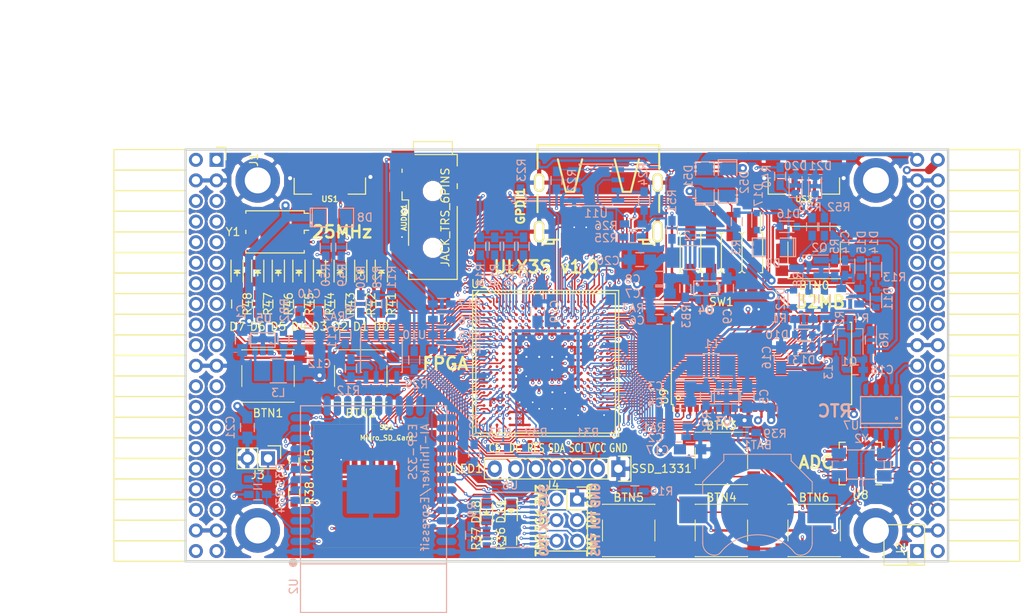
<source format=kicad_pcb>
(kicad_pcb (version 4) (host pcbnew 4.0.7+dfsg1-1)
  (layers (0 F.Cu signal) (1 In1.Cu signal) (2 In2.Cu signal) (31 B.Cu signal) (34 B.Paste user) (35 F.Paste user) (36 B.SilkS user) (37 F.SilkS user) (38 B.Mask user) (39 F.Mask user) (44 Edge.Cuts user))
  (net 0 "")
  (net 1 GND)
  (net 2 +5V)
  (net 3 /gpio/IN5V)
  (net 4 /gpio/OUT5V)
  (net 5 +3V3)
  (net 6 "Net-(L1-Pad1)")
  (net 7 "Net-(L2-Pad1)")
  (net 8 +1V2)
  (net 9 BTN_D)
  (net 10 BTN_F1)
  (net 11 BTN_F2)
  (net 12 BTN_L)
  (net 13 BTN_R)
  (net 14 BTN_U)
  (net 15 /power/FB1)
  (net 16 +2V5)
  (net 17 "Net-(L3-Pad1)")
  (net 18 /power/PWREN)
  (net 19 /power/FB3)
  (net 20 /power/FB2)
  (net 21 "Net-(D9-Pad1)")
  (net 22 /power/VBAT)
  (net 23 JTAG_TDI)
  (net 24 JTAG_TCK)
  (net 25 JTAG_TMS)
  (net 26 JTAG_TDO)
  (net 27 /power/WAKEUPn)
  (net 28 /power/WKUP)
  (net 29 /power/SHUT)
  (net 30 /power/WAKE)
  (net 31 /power/HOLD)
  (net 32 /power/WKn)
  (net 33 /power/OSCI_32k)
  (net 34 /power/OSCO_32k)
  (net 35 "Net-(Q2-Pad3)")
  (net 36 SHUTDOWN)
  (net 37 /analog/AUDIO_L)
  (net 38 /analog/AUDIO_R)
  (net 39 GPDI_5V_SCL)
  (net 40 GPDI_5V_SDA)
  (net 41 GPDI_SDA)
  (net 42 GPDI_SCL)
  (net 43 /gpdi/VREF2)
  (net 44 SD_CMD)
  (net 45 SD_CLK)
  (net 46 SD_D0)
  (net 47 SD_D1)
  (net 48 USB5V)
  (net 49 "Net-(BTN0-Pad1)")
  (net 50 GPDI_CEC)
  (net 51 nRESET)
  (net 52 FTDI_nDTR)
  (net 53 SDRAM_CKE)
  (net 54 SDRAM_A7)
  (net 55 SDRAM_D15)
  (net 56 SDRAM_BA1)
  (net 57 SDRAM_D7)
  (net 58 SDRAM_A6)
  (net 59 SDRAM_CLK)
  (net 60 SDRAM_D13)
  (net 61 SDRAM_BA0)
  (net 62 SDRAM_D6)
  (net 63 SDRAM_A5)
  (net 64 SDRAM_D14)
  (net 65 SDRAM_A11)
  (net 66 SDRAM_D12)
  (net 67 SDRAM_D5)
  (net 68 SDRAM_A4)
  (net 69 SDRAM_A10)
  (net 70 SDRAM_D11)
  (net 71 SDRAM_A3)
  (net 72 SDRAM_D4)
  (net 73 SDRAM_D10)
  (net 74 SDRAM_D9)
  (net 75 SDRAM_A9)
  (net 76 SDRAM_D3)
  (net 77 SDRAM_D8)
  (net 78 SDRAM_A8)
  (net 79 SDRAM_A2)
  (net 80 SDRAM_A1)
  (net 81 SDRAM_A0)
  (net 82 SDRAM_D2)
  (net 83 SDRAM_D1)
  (net 84 SDRAM_D0)
  (net 85 SDRAM_DQM0)
  (net 86 SDRAM_nCS)
  (net 87 SDRAM_nRAS)
  (net 88 SDRAM_DQM1)
  (net 89 SDRAM_nCAS)
  (net 90 SDRAM_nWE)
  (net 91 /flash/FLASH_nWP)
  (net 92 /flash/FLASH_nHOLD)
  (net 93 /flash/FLASH_MOSI)
  (net 94 /flash/FLASH_MISO)
  (net 95 /flash/FLASH_SCK)
  (net 96 /flash/FLASH_nCS)
  (net 97 /flash/FPGA_PROGRAMN)
  (net 98 /flash/FPGA_DONE)
  (net 99 /flash/FPGA_INITN)
  (net 100 OLED_RES)
  (net 101 OLED_DC)
  (net 102 OLED_CS)
  (net 103 WIFI_EN)
  (net 104 FTDI_nRTS)
  (net 105 FTDI_TXD)
  (net 106 FTDI_RXD)
  (net 107 WIFI_RXD)
  (net 108 WIFI_GPIO0)
  (net 109 WIFI_TXD)
  (net 110 GPDI_ETH-)
  (net 111 GPDI_ETH+)
  (net 112 GPDI_D2+)
  (net 113 GPDI_D2-)
  (net 114 GPDI_D1+)
  (net 115 GPDI_D1-)
  (net 116 GPDI_D0+)
  (net 117 GPDI_D0-)
  (net 118 GPDI_CLK+)
  (net 119 GPDI_CLK-)
  (net 120 USB_FTDI_D+)
  (net 121 USB_FTDI_D-)
  (net 122 J1_17-)
  (net 123 J1_17+)
  (net 124 J1_23-)
  (net 125 J1_23+)
  (net 126 J1_25-)
  (net 127 J1_25+)
  (net 128 J1_27-)
  (net 129 J1_27+)
  (net 130 J1_29-)
  (net 131 J1_29+)
  (net 132 J1_31-)
  (net 133 J1_31+)
  (net 134 J1_33-)
  (net 135 J1_33+)
  (net 136 J1_35-)
  (net 137 J1_35+)
  (net 138 J2_5-)
  (net 139 J2_5+)
  (net 140 J2_7-)
  (net 141 J2_7+)
  (net 142 J2_9-)
  (net 143 J2_9+)
  (net 144 J2_13-)
  (net 145 J2_13+)
  (net 146 J2_17-)
  (net 147 J2_17+)
  (net 148 J2_11-)
  (net 149 J2_11+)
  (net 150 J2_23-)
  (net 151 J2_23+)
  (net 152 J1_5-)
  (net 153 J1_5+)
  (net 154 J1_7-)
  (net 155 J1_7+)
  (net 156 J1_9-)
  (net 157 J1_9+)
  (net 158 J1_11-)
  (net 159 J1_11+)
  (net 160 J1_13-)
  (net 161 J1_13+)
  (net 162 J1_15-)
  (net 163 J1_15+)
  (net 164 J2_15-)
  (net 165 J2_15+)
  (net 166 J2_25-)
  (net 167 J2_25+)
  (net 168 J2_27-)
  (net 169 J2_27+)
  (net 170 J2_29-)
  (net 171 J2_29+)
  (net 172 J2_31-)
  (net 173 J2_31+)
  (net 174 J2_33-)
  (net 175 J2_33+)
  (net 176 J2_35-)
  (net 177 J2_35+)
  (net 178 SD_D3)
  (net 179 AUDIO_L3)
  (net 180 AUDIO_L2)
  (net 181 AUDIO_L1)
  (net 182 AUDIO_L0)
  (net 183 AUDIO_R3)
  (net 184 AUDIO_R2)
  (net 185 AUDIO_R1)
  (net 186 AUDIO_R0)
  (net 187 OLED_CLK)
  (net 188 OLED_MOSI)
  (net 189 LED0)
  (net 190 LED1)
  (net 191 LED2)
  (net 192 LED3)
  (net 193 LED4)
  (net 194 LED5)
  (net 195 LED6)
  (net 196 LED7)
  (net 197 BTN_PWRn)
  (net 198 "Net-(J3-Pad1)")
  (net 199 FTDI_nTXLED)
  (net 200 FTDI_nSLEEP)
  (net 201 /blinkey/LED_PWREN)
  (net 202 /blinkey/LED_TXLED)
  (net 203 FT3V3)
  (net 204 /sdcard/SD3V3)
  (net 205 SD_D2)
  (net 206 CLK_25MHz)
  (net 207 /blinkey/BTNPUL)
  (net 208 /blinkey/BTNPUR)
  (net 209 USB_FPGA_D+)
  (net 210 /power/FTDI_nSUSPEND)
  (net 211 /blinkey/ALED0)
  (net 212 /blinkey/ALED1)
  (net 213 /blinkey/ALED2)
  (net 214 /blinkey/ALED3)
  (net 215 /blinkey/ALED4)
  (net 216 /blinkey/ALED5)
  (net 217 /blinkey/ALED6)
  (net 218 /blinkey/ALED7)
  (net 219 /usb/FTD-)
  (net 220 /usb/FTD+)
  (net 221 ADC_MISO)
  (net 222 ADC_MOSI)
  (net 223 ADC_CSn)
  (net 224 ADC_SCLK)
  (net 225 "Net-(R51-Pad2)")
  (net 226 SW3)
  (net 227 SW2)
  (net 228 SW1)
  (net 229 SW0)
  (net 230 USB_FPGA_D-)
  (net 231 /usb/FPD+)
  (net 232 /usb/FPD-)
  (net 233 WIFI_GPIO16)
  (net 234 WIFI_GPIO15)
  (net 235 /usb/ANT_433MHz)
  (module Resistors_SMD:R_0603_HandSoldering (layer B.Cu) (at 154.044 71.326 90)
    (fp_text reference R51 (at 3.556 0 90) (layer B.SilkS) (effects (justify mirror)))
    (fp_text value 220)
    (pad 1 smd rect (at -1.1 0 90) (size 1.2 0.9) (layers B.Cu B.Paste B.Mask) (net 5 +3V3))
    (pad 2 smd rect (at 1.1 0 90) (size 1.2 0.9) (layers B.Cu B.Paste B.Mask) (net 225 "Net-(R51-Pad2)"))
  )
  (module Pin_Headers:Pin_Header_Straight_SMT_02x04 (layer F.Cu) (at 160.14 74.12 180)
    (fp_text reference SW1 (at 0 -6.096 180) (layer F.SilkS))
    (fp_text value DIPSW hide)
    (pad 1 smd rect (at -3.81 3.2 180) (size 1.27 3.6) (layers F.Cu F.Paste F.Mask) (net 226 SW3))
    (pad 2 smd rect (at -1.27 3.2 180) (size 1.27 3.6) (layers F.Cu F.Paste F.Mask) (net 227 SW2))
    (pad 3 smd rect (at 1.27 3.2 180) (size 1.27 3.6) (layers F.Cu F.Paste F.Mask) (net 228 SW1))
    (pad 4 smd rect (at 3.81 3.2 180) (size 1.27 3.6) (layers F.Cu F.Paste F.Mask) (net 229 SW0))
    (pad 5 smd rect (at 3.81 -3.2 180) (size 1.27 3.6) (layers F.Cu F.Paste F.Mask) (net 225 "Net-(R51-Pad2)"))
    (pad 6 smd rect (at 1.27 -3.2 180) (size 1.27 3.6) (layers F.Cu F.Paste F.Mask) (net 225 "Net-(R51-Pad2)"))
    (pad 7 smd rect (at -1.27 -3.2 180) (size 1.27 3.6) (layers F.Cu F.Paste F.Mask) (net 225 "Net-(R51-Pad2)"))
    (pad 8 smd rect (at -3.81 -3.2 180) (size 1.27 3.6) (layers F.Cu F.Paste F.Mask) (net 225 "Net-(R51-Pad2)"))
  )
  (module SMD_Packages:SMD-1206_Pol (layer B.Cu) (at 160.902 65.484 270)
    (fp_text reference D52 (at -0.034 -2.078 270) (layer B.SilkS) (effects (justify mirror)))
    (fp_text value 2A)
    (pad 1 smd rect (at -1.651 0 270) (size 1.524 2.032) (layers B.Cu B.Paste B.Mask) (net 4 /gpio/OUT5V))
    (pad 2 smd rect (at 1.651 0 270) (size 1.524 2.032) (layers B.Cu B.Paste B.Mask) (net 2 +5V))
  )
  (module SMD_Packages:SMD-1206_Pol (layer B.Cu) (at 158.108 65.484 90)
    (fp_text reference D51 (at 0.762 -2.032 90) (layer B.SilkS) (effects (justify mirror)))
    (fp_text value 2A)
    (pad 1 smd rect (at -1.651 0 90) (size 1.524 2.032) (layers B.Cu B.Paste B.Mask) (net 2 +5V))
    (pad 2 smd rect (at 1.651 0 90) (size 1.524 2.032) (layers B.Cu B.Paste B.Mask) (net 3 /gpio/IN5V))
  )
  (module micro-sd:MicroSD_TF02D (layer F.Cu) (at 116.87 110.52 180)
    (fp_text reference SD1 (at -1.995 14.81 180) (layer F.SilkS) (effects (font (size 0.59944 0.59944) (thickness 0.12446))))
    (fp_text value Micro_SD_Card (at -1.995 13.54 180) (layer F.SilkS) (effects (font (size 0.59944 0.59944) (thickness 0.12446))))
    (pad 1 smd rect (at 1.94 11 180) (size 0.7 1.8) (layers F.Cu F.Paste F.Mask) (net 205 SD_D2))
    (pad 2 smd rect (at 0.84 11 180) (size 0.7 1.8) (layers F.Cu F.Paste F.Mask) (net 178 SD_D3))
    (pad 3 smd rect (at -0.26 11 180) (size 0.7 1.8) (layers F.Cu F.Paste F.Mask) (net 44 SD_CMD))
    (pad 4 smd rect (at -1.36 11 180) (size 0.7 1.8) (layers F.Cu F.Paste F.Mask) (net 204 /sdcard/SD3V3))
    (pad 5 smd rect (at -2.46 11 180) (size 0.7 1.8) (layers F.Cu F.Paste F.Mask) (net 45 SD_CLK))
    (pad 6 smd rect (at -3.56 11 180) (size 0.7 1.8) (layers F.Cu F.Paste F.Mask) (net 1 GND))
    (pad 7 smd rect (at -4.66 11 180) (size 0.7 1.8) (layers F.Cu F.Paste F.Mask) (net 46 SD_D0))
    (pad 8 smd rect (at -5.76 11 180) (size 0.7 1.8) (layers F.Cu F.Paste F.Mask) (net 47 SD_D1))
    (pad S smd rect (at -5.05 0.4 180) (size 1.6 1.4) (layers F.Cu F.Paste F.Mask))
    (pad S smd rect (at 0.75 0.4 180) (size 1.8 1.4) (layers F.Cu F.Paste F.Mask))
    (pad G smd rect (at -7.45 13.55 180) (size 1.4 1.9) (layers F.Cu F.Paste F.Mask))
    (pad G smd rect (at 6.6 14.55 180) (size 1.4 1.9) (layers F.Cu F.Paste F.Mask))
  )
  (module Resistors_SMD:R_1210_HandSoldering (layer B.Cu) (at 158.87 88.09 180)
    (fp_text reference L1 (at 0 2.7 180) (layer B.SilkS) (effects (justify mirror)))
    (fp_text value 2.2uH)
    (pad 1 smd rect (at -2 0 180) (size 2 2.5) (layers B.Cu B.Paste B.Mask) (net 6 "Net-(L1-Pad1)"))
    (pad 2 smd rect (at 2 0 180) (size 2 2.5) (layers B.Cu B.Paste B.Mask) (net 8 +1V2))
  )
  (module TSOT-25:TSOT-25 (layer B.Cu) (at 160.775 91.9)
    (fp_text reference U3 (at -0.381 3.048) (layer B.SilkS) (effects (font (thickness 0.2)) (justify mirror)))
    (fp_text value AP3429A)
    (pad 1 smd rect (at -0.95 -1.3) (size 0.7 1.2) (layers B.Cu B.Paste B.Mask) (net 18 /power/PWREN))
    (pad 2 smd rect (at 0 -1.3) (size 0.7 1.2) (layers B.Cu B.Paste B.Mask) (net 1 GND))
    (pad 3 smd rect (at 0.95 -1.3) (size 0.7 1.2) (layers B.Cu B.Paste B.Mask) (net 6 "Net-(L1-Pad1)"))
    (pad 4 smd rect (at 0.95 1.3) (size 0.7 1.2) (layers B.Cu B.Paste B.Mask) (net 2 +5V))
    (pad 5 smd rect (at -0.95 1.3) (size 0.7 1.2) (layers B.Cu B.Paste B.Mask) (net 15 /power/FB1))
  )
  (module Resistors_SMD:R_1210_HandSoldering (layer B.Cu) (at 156.33 74.755 180)
    (fp_text reference L2 (at 0 2.7 180) (layer B.SilkS) (effects (justify mirror)))
    (fp_text value 2.2uH)
    (pad 1 smd rect (at -2 0 180) (size 2 2.5) (layers B.Cu B.Paste B.Mask) (net 7 "Net-(L2-Pad1)"))
    (pad 2 smd rect (at 2 0 180) (size 2 2.5) (layers B.Cu B.Paste B.Mask) (net 5 +3V3))
  )
  (module TSOT-25:TSOT-25 (layer B.Cu) (at 158.235 78.535)
    (fp_text reference U4 (at 0 2.697) (layer B.SilkS) (effects (font (thickness 0.2)) (justify mirror)))
    (fp_text value AP3429A)
    (pad 1 smd rect (at -0.95 -1.3) (size 0.7 1.2) (layers B.Cu B.Paste B.Mask) (net 18 /power/PWREN))
    (pad 2 smd rect (at 0 -1.3) (size 0.7 1.2) (layers B.Cu B.Paste B.Mask) (net 1 GND))
    (pad 3 smd rect (at 0.95 -1.3) (size 0.7 1.2) (layers B.Cu B.Paste B.Mask) (net 7 "Net-(L2-Pad1)"))
    (pad 4 smd rect (at 0.95 1.3) (size 0.7 1.2) (layers B.Cu B.Paste B.Mask) (net 2 +5V))
    (pad 5 smd rect (at -0.95 1.3) (size 0.7 1.2) (layers B.Cu B.Paste B.Mask) (net 19 /power/FB3))
  )
  (module LEDs:LED_0805 (layer F.Cu) (at 118.23 76.66 270)
    (fp_text reference D0 (at 6.604 0 360) (layer F.SilkS))
    (fp_text value LED hide)
    (pad 2 smd rect (at 1.04902 0 90) (size 1.19888 1.19888) (layers F.Cu F.Paste F.Mask) (net 211 /blinkey/ALED0))
    (pad 1 smd rect (at -1.04902 0 90) (size 1.19888 1.19888) (layers F.Cu F.Paste F.Mask) (net 1 GND))
  )
  (module LEDs:LED_0805 (layer F.Cu) (at 115.69 76.66 270)
    (fp_text reference D1 (at 6.604 0 360) (layer F.SilkS))
    (fp_text value LED hide)
    (pad 2 smd rect (at 1.04902 0 90) (size 1.19888 1.19888) (layers F.Cu F.Paste F.Mask) (net 212 /blinkey/ALED1))
    (pad 1 smd rect (at -1.04902 0 90) (size 1.19888 1.19888) (layers F.Cu F.Paste F.Mask) (net 1 GND))
  )
  (module LEDs:LED_0805 (layer F.Cu) (at 113.15 76.66 270)
    (fp_text reference D2 (at 6.604 0 360) (layer F.SilkS))
    (fp_text value LED hide)
    (pad 2 smd rect (at 1.04902 0 90) (size 1.19888 1.19888) (layers F.Cu F.Paste F.Mask) (net 213 /blinkey/ALED2))
    (pad 1 smd rect (at -1.04902 0 90) (size 1.19888 1.19888) (layers F.Cu F.Paste F.Mask) (net 1 GND))
  )
  (module LEDs:LED_0805 (layer F.Cu) (at 110.61 76.66 270)
    (fp_text reference D3 (at 6.604 0 360) (layer F.SilkS))
    (fp_text value LED hide)
    (pad 2 smd rect (at 1.04902 0 90) (size 1.19888 1.19888) (layers F.Cu F.Paste F.Mask) (net 214 /blinkey/ALED3))
    (pad 1 smd rect (at -1.04902 0 90) (size 1.19888 1.19888) (layers F.Cu F.Paste F.Mask) (net 1 GND))
  )
  (module LEDs:LED_0805 (layer F.Cu) (at 108.07 76.66 270)
    (fp_text reference D4 (at 6.604 0 360) (layer F.SilkS))
    (fp_text value LED hide)
    (pad 2 smd rect (at 1.04902 0 90) (size 1.19888 1.19888) (layers F.Cu F.Paste F.Mask) (net 215 /blinkey/ALED4))
    (pad 1 smd rect (at -1.04902 0 90) (size 1.19888 1.19888) (layers F.Cu F.Paste F.Mask) (net 1 GND))
  )
  (module LEDs:LED_0805 (layer F.Cu) (at 105.53 76.66 270)
    (fp_text reference D5 (at 6.604 0 360) (layer F.SilkS))
    (fp_text value LED hide)
    (pad 2 smd rect (at 1.04902 0 90) (size 1.19888 1.19888) (layers F.Cu F.Paste F.Mask) (net 216 /blinkey/ALED5))
    (pad 1 smd rect (at -1.04902 0 90) (size 1.19888 1.19888) (layers F.Cu F.Paste F.Mask) (net 1 GND))
  )
  (module LEDs:LED_0805 (layer F.Cu) (at 102.99 76.66 270)
    (fp_text reference D6 (at 6.604 0 360) (layer F.SilkS))
    (fp_text value LED hide)
    (pad 2 smd rect (at 1.04902 0 90) (size 1.19888 1.19888) (layers F.Cu F.Paste F.Mask) (net 217 /blinkey/ALED6))
    (pad 1 smd rect (at -1.04902 0 90) (size 1.19888 1.19888) (layers F.Cu F.Paste F.Mask) (net 1 GND))
  )
  (module LEDs:LED_0805 (layer F.Cu) (at 100.45 76.66 270)
    (fp_text reference D7 (at 6.604 0 360) (layer F.SilkS))
    (fp_text value LED hide)
    (pad 2 smd rect (at 1.04902 0 90) (size 1.19888 1.19888) (layers F.Cu F.Paste F.Mask) (net 218 /blinkey/ALED7))
    (pad 1 smd rect (at -1.04902 0 90) (size 1.19888 1.19888) (layers F.Cu F.Paste F.Mask) (net 1 GND))
  )
  (module Resistors_SMD:R_1210_HandSoldering (layer B.Cu) (at 105.53 88.725)
    (fp_text reference L3 (at 0 2.7) (layer B.SilkS) (effects (justify mirror)))
    (fp_text value 2.2uH)
    (pad 1 smd rect (at -2 0) (size 2 2.5) (layers B.Cu B.Paste B.Mask) (net 17 "Net-(L3-Pad1)"))
    (pad 2 smd rect (at 2 0) (size 2 2.5) (layers B.Cu B.Paste B.Mask) (net 16 +2V5))
  )
  (module TSOT-25:TSOT-25 (layer B.Cu) (at 103.625 84.915 180)
    (fp_text reference U5 (at -0.127 2.667 180) (layer B.SilkS) (effects (font (thickness 0.2)) (justify mirror)))
    (fp_text value AP3429A)
    (pad 1 smd rect (at -0.95 -1.3 180) (size 0.7 1.2) (layers B.Cu B.Paste B.Mask) (net 18 /power/PWREN))
    (pad 2 smd rect (at 0 -1.3 180) (size 0.7 1.2) (layers B.Cu B.Paste B.Mask) (net 1 GND))
    (pad 3 smd rect (at 0.95 -1.3 180) (size 0.7 1.2) (layers B.Cu B.Paste B.Mask) (net 17 "Net-(L3-Pad1)"))
    (pad 4 smd rect (at 0.95 1.3 180) (size 0.7 1.2) (layers B.Cu B.Paste B.Mask) (net 2 +5V))
    (pad 5 smd rect (at -0.95 1.3 180) (size 0.7 1.2) (layers B.Cu B.Paste B.Mask) (net 20 /power/FB2))
  )
  (module Capacitors_SMD:C_0805_HandSoldering (layer B.Cu) (at 101.085 84.915 270)
    (fp_text reference C1 (at -3.429 0.127 270) (layer B.SilkS) (effects (justify mirror)))
    (fp_text value 22uF)
    (pad 1 smd rect (at -1.25 0 270) (size 1.5 1.25) (layers B.Cu B.Paste B.Mask) (net 2 +5V))
    (pad 2 smd rect (at 1.25 0 270) (size 1.5 1.25) (layers B.Cu B.Paste B.Mask) (net 1 GND))
  )
  (module Capacitors_SMD:C_0805_HandSoldering (layer B.Cu) (at 155.06 90.63)
    (fp_text reference C3 (at -3.048 0) (layer B.SilkS) (effects (justify mirror)))
    (fp_text value 22uF)
    (pad 1 smd rect (at -1.25 0) (size 1.5 1.25) (layers B.Cu B.Paste B.Mask) (net 8 +1V2))
    (pad 2 smd rect (at 1.25 0) (size 1.5 1.25) (layers B.Cu B.Paste B.Mask) (net 1 GND))
  )
  (module Capacitors_SMD:C_0805_HandSoldering (layer B.Cu) (at 155.06 92.535)
    (fp_text reference C4 (at -3.048 0.127) (layer B.SilkS) (effects (justify mirror)))
    (fp_text value 22uF)
    (pad 1 smd rect (at -1.25 0) (size 1.5 1.25) (layers B.Cu B.Paste B.Mask) (net 8 +1V2))
    (pad 2 smd rect (at 1.25 0) (size 1.5 1.25) (layers B.Cu B.Paste B.Mask) (net 1 GND))
  )
  (module Capacitors_SMD:C_0805_HandSoldering (layer B.Cu) (at 163.315 91.9 90)
    (fp_text reference C5 (at 0 2.1 90) (layer B.SilkS) (effects (justify mirror)))
    (fp_text value 22uF)
    (pad 1 smd rect (at -1.25 0 90) (size 1.5 1.25) (layers B.Cu B.Paste B.Mask) (net 2 +5V))
    (pad 2 smd rect (at 1.25 0 90) (size 1.5 1.25) (layers B.Cu B.Paste B.Mask) (net 1 GND))
  )
  (module Capacitors_SMD:C_0805_HandSoldering (layer B.Cu) (at 152.52 79.2)
    (fp_text reference C7 (at -3.302 0) (layer B.SilkS) (effects (justify mirror)))
    (fp_text value 22uF)
    (pad 1 smd rect (at -1.25 0) (size 1.5 1.25) (layers B.Cu B.Paste B.Mask) (net 5 +3V3))
    (pad 2 smd rect (at 1.25 0) (size 1.5 1.25) (layers B.Cu B.Paste B.Mask) (net 1 GND))
  )
  (module Capacitors_SMD:C_0805_HandSoldering (layer B.Cu) (at 152.52 77.295)
    (fp_text reference C8 (at -3.302 0.127) (layer B.SilkS) (effects (justify mirror)))
    (fp_text value 22uF)
    (pad 1 smd rect (at -1.25 0) (size 1.5 1.25) (layers B.Cu B.Paste B.Mask) (net 5 +3V3))
    (pad 2 smd rect (at 1.25 0) (size 1.5 1.25) (layers B.Cu B.Paste B.Mask) (net 1 GND))
  )
  (module Capacitors_SMD:C_0805_HandSoldering (layer B.Cu) (at 160.775 78.565 90)
    (fp_text reference C9 (at -3.429 0.127 90) (layer B.SilkS) (effects (justify mirror)))
    (fp_text value 22uF)
    (pad 1 smd rect (at -1.25 0 90) (size 1.5 1.25) (layers B.Cu B.Paste B.Mask) (net 2 +5V))
    (pad 2 smd rect (at 1.25 0 90) (size 1.5 1.25) (layers B.Cu B.Paste B.Mask) (net 1 GND))
  )
  (module Capacitors_SMD:C_0805_HandSoldering (layer B.Cu) (at 109.34 84.28 180)
    (fp_text reference C11 (at -2.794 -0.254 270) (layer B.SilkS) (effects (justify mirror)))
    (fp_text value 22uF)
    (pad 1 smd rect (at -1.25 0 180) (size 1.5 1.25) (layers B.Cu B.Paste B.Mask) (net 16 +2V5))
    (pad 2 smd rect (at 1.25 0 180) (size 1.5 1.25) (layers B.Cu B.Paste B.Mask) (net 1 GND))
  )
  (module Capacitors_SMD:C_0805_HandSoldering (layer B.Cu) (at 109.34 86.185 180)
    (fp_text reference C12 (at -1.27 -1.651 360) (layer B.SilkS) (effects (justify mirror)))
    (fp_text value 22uF)
    (pad 1 smd rect (at -1.25 0 180) (size 1.5 1.25) (layers B.Cu B.Paste B.Mask) (net 16 +2V5))
    (pad 2 smd rect (at 1.25 0 180) (size 1.5 1.25) (layers B.Cu B.Paste B.Mask) (net 1 GND))
  )
  (module SMD_Packages:SMD-1206_Pol (layer B.Cu) (at 112.261 69.802)
    (fp_text reference D8 (at 3.937 0) (layer B.SilkS) (effects (justify mirror)))
    (fp_text value 2A)
    (pad 1 smd rect (at -1.651 0) (size 1.524 2.032) (layers B.Cu B.Paste B.Mask) (net 2 +5V))
    (pad 2 smd rect (at 1.651 0) (size 1.524 2.032) (layers B.Cu B.Paste B.Mask) (net 48 USB5V))
  )
  (module SMD_Packages:SMD-1206_Pol (layer B.Cu) (at 166.49 73.485 180)
    (fp_text reference D9 (at 0.01 -1.965 180) (layer B.SilkS) (effects (justify mirror)))
    (fp_text value 2A)
    (pad 1 smd rect (at -1.651 0 180) (size 1.524 2.032) (layers B.Cu B.Paste B.Mask) (net 21 "Net-(D9-Pad1)"))
    (pad 2 smd rect (at 1.651 0 180) (size 1.524 2.032) (layers B.Cu B.Paste B.Mask) (net 2 +5V))
  )
  (module Power_Integrations:SO-8 (layer B.Cu) (at 179.825 93.805 180)
    (fp_text reference U7 (at 3.683 -1.651 180) (layer B.SilkS) (effects (justify mirror)))
    (fp_text value PCF8523)
    (pad 1 smd oval (at -1.905 -2.794 180) (size 0.6096 1.4732) (layers B.Cu B.Paste B.Mask) (net 33 /power/OSCI_32k))
    (pad 2 smd oval (at -0.635 -2.794 180) (size 0.6096 1.4732) (layers B.Cu B.Paste B.Mask) (net 34 /power/OSCO_32k))
    (pad 3 smd oval (at 0.635 -2.794 180) (size 0.6096 1.4732) (layers B.Cu B.Paste B.Mask) (net 22 /power/VBAT))
    (pad 4 smd oval (at 1.905 -2.794 180) (size 0.6096 1.4732) (layers B.Cu B.Paste B.Mask) (net 1 GND))
    (pad 5 smd oval (at 1.905 2.794 180) (size 0.6096 1.4732) (layers B.Cu B.Paste B.Mask) (net 41 GPDI_SDA))
    (pad 6 smd oval (at 0.635 2.794 180) (size 0.6096 1.4732) (layers B.Cu B.Paste B.Mask) (net 42 GPDI_SCL))
    (pad 7 smd oval (at -0.635 2.794 180) (size 0.6096 1.4732) (layers B.Cu B.Paste B.Mask) (net 27 /power/WAKEUPn))
    (pad 8 smd oval (at -1.905 2.794 180) (size 0.6096 1.4732) (layers B.Cu B.Paste B.Mask) (net 5 +3V3))
  )
  (module Capacitors_SMD:C_0805_HandSoldering (layer B.Cu) (at 173.221 84.788 90)
    (fp_text reference C13 (at -3.556 0.127 90) (layer B.SilkS) (effects (justify mirror)))
    (fp_text value 2.2uF)
    (pad 1 smd rect (at -1.25 0 90) (size 1.5 1.25) (layers B.Cu B.Paste B.Mask) (net 2 +5V))
    (pad 2 smd rect (at 1.25 0 90) (size 1.5 1.25) (layers B.Cu B.Paste B.Mask) (net 28 /power/WKUP))
  )
  (module Diodes_SMD:D_0805 (layer B.Cu) (at 170.3 84.28)
    (fp_text reference D10 (at -3.302 0) (layer B.SilkS) (effects (justify mirror)))
    (fp_text value 1N4148)
    (pad 1 smd rect (at -1.05 0) (size 0.8 0.9) (layers B.Cu B.Paste B.Mask) (net 30 /power/WAKE))
    (pad 2 smd rect (at 1.05 0) (size 0.8 0.9) (layers B.Cu B.Paste B.Mask) (net 28 /power/WKUP))
  )
  (module Diodes_SMD:D_0805 (layer B.Cu) (at 179.19 79.835 90)
    (fp_text reference D11 (at 0 1.524 90) (layer B.SilkS) (effects (justify mirror)))
    (fp_text value 1N4148)
    (pad 1 smd rect (at -1.05 0 90) (size 0.8 0.9) (layers B.Cu B.Paste B.Mask) (net 31 /power/HOLD))
    (pad 2 smd rect (at 1.05 0 90) (size 0.8 0.9) (layers B.Cu B.Paste B.Mask) (net 5 +3V3))
  )
  (module Diodes_SMD:D_0805 (layer B.Cu) (at 177.285 76.025 270)
    (fp_text reference D15 (at -3.175 -0.127 270) (layer B.SilkS) (effects (justify mirror)))
    (fp_text value BAT42)
    (pad 1 smd rect (at -1.05 0 270) (size 0.8 0.9) (layers B.Cu B.Paste B.Mask) (net 29 /power/SHUT))
    (pad 2 smd rect (at 1.05 0 270) (size 0.8 0.9) (layers B.Cu B.Paste B.Mask) (net 36 SHUTDOWN))
  )
  (module Diodes_SMD:D_0805 (layer B.Cu) (at 169.03 79.835 90)
    (fp_text reference D12 (at 0 -1.6 90) (layer B.SilkS) (effects (justify mirror)))
    (fp_text value 1N4148)
    (pad 1 smd rect (at -1.05 0 90) (size 0.8 0.9) (layers B.Cu B.Paste B.Mask) (net 18 /power/PWREN))
    (pad 2 smd rect (at 1.05 0 90) (size 0.8 0.9) (layers B.Cu B.Paste B.Mask) (net 210 /power/FTDI_nSUSPEND))
  )
  (module TSOP54:TSOP54 (layer F.Cu) (at 165.08 87.8 90)
    (fp_text reference U9 (at -4.1 -12 90) (layer F.SilkS))
    (fp_text value MT48LC16M16A2TG)
    (pad 28 smd rect (at 5.53 10.4 90) (size 0.9 0.56) (layers F.Cu F.Paste F.Mask) (net 1 GND))
    (pad 1 smd rect (at -5.53 -10.4 90) (size 0.9 0.56) (layers F.Cu F.Paste F.Mask) (net 5 +3V3))
    (pad 2 smd rect (at -5.53 -9.6 90) (size 0.9 0.56) (layers F.Cu F.Paste F.Mask) (net 84 SDRAM_D0))
    (pad 3 smd rect (at -5.53 -8.8 90) (size 0.9 0.56) (layers F.Cu F.Paste F.Mask) (net 5 +3V3))
    (pad 4 smd rect (at -5.53 -8 90) (size 0.9 0.56) (layers F.Cu F.Paste F.Mask) (net 83 SDRAM_D1))
    (pad 5 smd rect (at -5.53 -7.2 90) (size 0.9 0.56) (layers F.Cu F.Paste F.Mask) (net 82 SDRAM_D2))
    (pad 6 smd rect (at -5.53 -6.4 90) (size 0.9 0.56) (layers F.Cu F.Paste F.Mask) (net 1 GND))
    (pad 7 smd rect (at -5.53 -5.6 90) (size 0.9 0.56) (layers F.Cu F.Paste F.Mask) (net 76 SDRAM_D3))
    (pad 8 smd rect (at -5.53 -4.8 90) (size 0.9 0.56) (layers F.Cu F.Paste F.Mask) (net 72 SDRAM_D4))
    (pad 9 smd rect (at -5.53 -4 90) (size 0.9 0.56) (layers F.Cu F.Paste F.Mask) (net 5 +3V3))
    (pad 10 smd rect (at -5.53 -3.2 90) (size 0.9 0.56) (layers F.Cu F.Paste F.Mask) (net 67 SDRAM_D5))
    (pad 11 smd rect (at -5.53 -2.4 90) (size 0.9 0.56) (layers F.Cu F.Paste F.Mask) (net 62 SDRAM_D6))
    (pad 12 smd rect (at -5.53 -1.6 90) (size 0.9 0.56) (layers F.Cu F.Paste F.Mask) (net 1 GND))
    (pad 13 smd rect (at -5.53 -0.8 90) (size 0.9 0.56) (layers F.Cu F.Paste F.Mask) (net 57 SDRAM_D7))
    (pad 14 smd rect (at -5.53 0 90) (size 0.9 0.56) (layers F.Cu F.Paste F.Mask) (net 5 +3V3))
    (pad 15 smd rect (at -5.53 0.8 90) (size 0.9 0.56) (layers F.Cu F.Paste F.Mask) (net 85 SDRAM_DQM0))
    (pad 16 smd rect (at -5.53 1.6 90) (size 0.9 0.56) (layers F.Cu F.Paste F.Mask) (net 90 SDRAM_nWE))
    (pad 17 smd rect (at -5.53 2.4 90) (size 0.9 0.56) (layers F.Cu F.Paste F.Mask) (net 89 SDRAM_nCAS))
    (pad 18 smd rect (at -5.53 3.2 90) (size 0.9 0.56) (layers F.Cu F.Paste F.Mask) (net 87 SDRAM_nRAS))
    (pad 19 smd rect (at -5.53 4 90) (size 0.9 0.56) (layers F.Cu F.Paste F.Mask) (net 86 SDRAM_nCS))
    (pad 20 smd rect (at -5.53 4.8 90) (size 0.9 0.56) (layers F.Cu F.Paste F.Mask) (net 61 SDRAM_BA0))
    (pad 21 smd rect (at -5.53 5.6 90) (size 0.9 0.56) (layers F.Cu F.Paste F.Mask) (net 56 SDRAM_BA1))
    (pad 22 smd rect (at -5.53 6.4 90) (size 0.9 0.56) (layers F.Cu F.Paste F.Mask) (net 69 SDRAM_A10))
    (pad 23 smd rect (at -5.53 7.2 90) (size 0.9 0.56) (layers F.Cu F.Paste F.Mask) (net 81 SDRAM_A0))
    (pad 24 smd rect (at -5.53 8 90) (size 0.9 0.56) (layers F.Cu F.Paste F.Mask) (net 80 SDRAM_A1))
    (pad 25 smd rect (at -5.53 8.8 90) (size 0.9 0.56) (layers F.Cu F.Paste F.Mask) (net 79 SDRAM_A2))
    (pad 26 smd rect (at -5.53 9.6 90) (size 0.9 0.56) (layers F.Cu F.Paste F.Mask) (net 71 SDRAM_A3))
    (pad 27 smd rect (at -5.53 10.4 90) (size 0.9 0.56) (layers F.Cu F.Paste F.Mask) (net 5 +3V3))
    (pad 29 smd rect (at 5.53 9.6 90) (size 0.9 0.56) (layers F.Cu F.Paste F.Mask) (net 68 SDRAM_A4))
    (pad 30 smd rect (at 5.53 8.8 90) (size 0.9 0.56) (layers F.Cu F.Paste F.Mask) (net 63 SDRAM_A5))
    (pad 31 smd rect (at 5.53 8 90) (size 0.9 0.56) (layers F.Cu F.Paste F.Mask) (net 58 SDRAM_A6))
    (pad 32 smd rect (at 5.53 7.2 90) (size 0.9 0.56) (layers F.Cu F.Paste F.Mask) (net 54 SDRAM_A7))
    (pad 33 smd rect (at 5.53 6.4 90) (size 0.9 0.56) (layers F.Cu F.Paste F.Mask) (net 78 SDRAM_A8))
    (pad 34 smd rect (at 5.53 5.6 90) (size 0.9 0.56) (layers F.Cu F.Paste F.Mask) (net 75 SDRAM_A9))
    (pad 35 smd rect (at 5.53 4.8 90) (size 0.9 0.56) (layers F.Cu F.Paste F.Mask) (net 65 SDRAM_A11))
    (pad 36 smd rect (at 5.53 4 90) (size 0.9 0.56) (layers F.Cu F.Paste F.Mask))
    (pad 37 smd rect (at 5.53 3.2 90) (size 0.9 0.56) (layers F.Cu F.Paste F.Mask) (net 53 SDRAM_CKE))
    (pad 38 smd rect (at 5.53 2.4 90) (size 0.9 0.56) (layers F.Cu F.Paste F.Mask) (net 59 SDRAM_CLK))
    (pad 39 smd rect (at 5.53 1.6 90) (size 0.9 0.56) (layers F.Cu F.Paste F.Mask) (net 88 SDRAM_DQM1))
    (pad 40 smd rect (at 5.53 0.8 90) (size 0.9 0.56) (layers F.Cu F.Paste F.Mask))
    (pad 41 smd rect (at 5.53 0 90) (size 0.9 0.56) (layers F.Cu F.Paste F.Mask) (net 1 GND))
    (pad 42 smd rect (at 5.53 -0.8 90) (size 0.9 0.56) (layers F.Cu F.Paste F.Mask) (net 77 SDRAM_D8))
    (pad 43 smd rect (at 5.53 -1.6 90) (size 0.9 0.56) (layers F.Cu F.Paste F.Mask) (net 5 +3V3))
    (pad 44 smd rect (at 5.53 -2.4 90) (size 0.9 0.56) (layers F.Cu F.Paste F.Mask) (net 74 SDRAM_D9))
    (pad 45 smd rect (at 5.53 -3.2 90) (size 0.9 0.56) (layers F.Cu F.Paste F.Mask) (net 73 SDRAM_D10))
    (pad 46 smd rect (at 5.53 -4 90) (size 0.9 0.56) (layers F.Cu F.Paste F.Mask) (net 1 GND))
    (pad 47 smd rect (at 5.53 -4.8 90) (size 0.9 0.56) (layers F.Cu F.Paste F.Mask) (net 70 SDRAM_D11))
    (pad 48 smd rect (at 5.53 -5.6 90) (size 0.9 0.56) (layers F.Cu F.Paste F.Mask) (net 66 SDRAM_D12))
    (pad 49 smd rect (at 5.53 -6.4 90) (size 0.9 0.56) (layers F.Cu F.Paste F.Mask) (net 5 +3V3))
    (pad 50 smd rect (at 5.53 -7.2 90) (size 0.9 0.56) (layers F.Cu F.Paste F.Mask) (net 60 SDRAM_D13))
    (pad 51 smd rect (at 5.53 -8 90) (size 0.9 0.56) (layers F.Cu F.Paste F.Mask) (net 64 SDRAM_D14))
    (pad 52 smd rect (at 5.53 -8.8 90) (size 0.9 0.56) (layers F.Cu F.Paste F.Mask) (net 1 GND))
    (pad 53 smd rect (at 5.53 -9.6 90) (size 0.9 0.56) (layers F.Cu F.Paste F.Mask) (net 55 SDRAM_D15))
    (pad 54 smd rect (at 5.53 -10.4 90) (size 0.9 0.56) (layers F.Cu F.Paste F.Mask) (net 1 GND))
  )
  (module TO_SOT_Packages_SMD:SOT-23_Handsoldering (layer B.Cu) (at 176.015 84.28 90)
    (fp_text reference Q1 (at -3.302 -0.127 180) (layer B.SilkS) (effects (justify mirror)))
    (fp_text value BC857)
    (pad 1 smd rect (at -1.5 0.95 90) (size 1.9 0.8) (layers B.Cu B.Paste B.Mask) (net 32 /power/WKn))
    (pad 2 smd rect (at -1.5 -0.95 90) (size 1.9 0.8) (layers B.Cu B.Paste B.Mask) (net 2 +5V))
    (pad 3 smd rect (at 1.5 0 90) (size 1.9 0.8) (layers B.Cu B.Paste B.Mask) (net 28 /power/WKUP))
  )
  (module TO_SOT_Packages_SMD:SOT-23_Handsoldering (layer B.Cu) (at 170.935 76.025 180)
    (fp_text reference Q2 (at -1.295 2.5 180) (layer B.SilkS) (effects (justify mirror)))
    (fp_text value 2N7002)
    (pad 1 smd rect (at -1.5 0.95 180) (size 1.9 0.8) (layers B.Cu B.Paste B.Mask) (net 29 /power/SHUT))
    (pad 2 smd rect (at -1.5 -0.95 180) (size 1.9 0.8) (layers B.Cu B.Paste B.Mask) (net 1 GND))
    (pad 3 smd rect (at 1.5 0 180) (size 1.9 0.8) (layers B.Cu B.Paste B.Mask) (net 35 "Net-(Q2-Pad3)"))
  )
  (module Capacitors_SMD:C_0603_HandSoldering (layer B.Cu) (at 154.86 96.91)
    (fp_text reference C2 (at -2.848 0.07) (layer B.SilkS) (effects (justify mirror)))
    (fp_text value 470pF)
    (pad 1 smd rect (at -0.95 0) (size 1.2 0.75) (layers B.Cu B.Paste B.Mask) (net 8 +1V2))
    (pad 2 smd rect (at 0.95 0) (size 1.2 0.75) (layers B.Cu B.Paste B.Mask) (net 15 /power/FB1))
  )
  (module Capacitors_SMD:C_0603_HandSoldering (layer B.Cu) (at 152.52 82.375)
    (fp_text reference C6 (at -2.794 0.127) (layer B.SilkS) (effects (justify mirror)))
    (fp_text value 470pF)
    (pad 1 smd rect (at -0.95 0) (size 1.2 0.75) (layers B.Cu B.Paste B.Mask) (net 5 +3V3))
    (pad 2 smd rect (at 0.95 0) (size 1.2 0.75) (layers B.Cu B.Paste B.Mask) (net 19 /power/FB3))
  )
  (module Capacitors_SMD:C_0603_HandSoldering (layer B.Cu) (at 109.34 81.105 180)
    (fp_text reference C10 (at 0 1.9 180) (layer B.SilkS) (effects (justify mirror)))
    (fp_text value 470pF)
    (pad 1 smd rect (at -0.95 0 180) (size 1.2 0.75) (layers B.Cu B.Paste B.Mask) (net 16 +2V5))
    (pad 2 smd rect (at 0.95 0 180) (size 1.2 0.75) (layers B.Cu B.Paste B.Mask) (net 20 /power/FB2))
  )
  (module Capacitors_SMD:C_0603_HandSoldering (layer B.Cu) (at 175.38 76.025 270)
    (fp_text reference C14 (at -3.175 0 270) (layer B.SilkS) (effects (justify mirror)))
    (fp_text value 100nF)
    (pad 1 smd rect (at -0.95 0 270) (size 1.2 0.75) (layers B.Cu B.Paste B.Mask) (net 29 /power/SHUT))
    (pad 2 smd rect (at 0.95 0 270) (size 1.2 0.75) (layers B.Cu B.Paste B.Mask) (net 1 GND))
  )
  (module Resistors_SMD:R_0603_HandSoldering (layer B.Cu) (at 170.3 82.375)
    (fp_text reference R1 (at -3.048 -0.127) (layer B.SilkS) (effects (justify mirror)))
    (fp_text value 15k)
    (pad 1 smd rect (at -1.1 0) (size 1.2 0.9) (layers B.Cu B.Paste B.Mask) (net 30 /power/WAKE))
    (pad 2 smd rect (at 1.1 0) (size 1.2 0.9) (layers B.Cu B.Paste B.Mask) (net 18 /power/PWREN))
  )
  (module Resistors_SMD:R_0603_HandSoldering (layer B.Cu) (at 172.84 79.835 90)
    (fp_text reference R2 (at -2.413 1.9 90) (layer B.SilkS) (effects (justify mirror)))
    (fp_text value 47k)
    (pad 1 smd rect (at -1.1 0 90) (size 1.2 0.9) (layers B.Cu B.Paste B.Mask) (net 18 /power/PWREN))
    (pad 2 smd rect (at 1.1 0 90) (size 1.2 0.9) (layers B.Cu B.Paste B.Mask) (net 1 GND))
  )
  (module Resistors_SMD:R_0603_HandSoldering (layer B.Cu) (at 176.015 80.47 180)
    (fp_text reference R4 (at -1.397 -1.778 360) (layer B.SilkS) (effects (justify mirror)))
    (fp_text value 15k)
    (pad 1 smd rect (at -1.1 0 180) (size 1.2 0.9) (layers B.Cu B.Paste B.Mask) (net 31 /power/HOLD))
    (pad 2 smd rect (at 1.1 0 180) (size 1.2 0.9) (layers B.Cu B.Paste B.Mask) (net 18 /power/PWREN))
  )
  (module Resistors_SMD:R_0603_HandSoldering (layer B.Cu) (at 174.11 76.025 270)
    (fp_text reference R5 (at -2.667 0 270) (layer B.SilkS) (effects (justify mirror)))
    (fp_text value 4.7M)
    (pad 1 smd rect (at -1.1 0 270) (size 1.2 0.9) (layers B.Cu B.Paste B.Mask) (net 29 /power/SHUT))
    (pad 2 smd rect (at 1.1 0 270) (size 1.2 0.9) (layers B.Cu B.Paste B.Mask) (net 1 GND))
  )
  (module Resistors_SMD:R_0603_HandSoldering (layer B.Cu) (at 178.555 84.915 270)
    (fp_text reference R6 (at 0 -1.651 270) (layer B.SilkS) (effects (justify mirror)))
    (fp_text value 1k)
    (pad 1 smd rect (at -1.1 0 270) (size 1.2 0.9) (layers B.Cu B.Paste B.Mask) (net 32 /power/WKn))
    (pad 2 smd rect (at 1.1 0 270) (size 1.2 0.9) (layers B.Cu B.Paste B.Mask) (net 27 /power/WAKEUPn))
  )
  (module Resistors_SMD:R_0603_HandSoldering (layer B.Cu) (at 113.785 84.28 270)
    (fp_text reference R7 (at -2.794 -0.635 270) (layer B.SilkS) (effects (justify mirror)))
    (fp_text value 220)
    (pad 1 smd rect (at -1.1 0 270) (size 1.2 0.9) (layers B.Cu B.Paste B.Mask) (net 5 +3V3))
    (pad 2 smd rect (at 1.1 0 270) (size 1.2 0.9) (layers B.Cu B.Paste B.Mask) (net 207 /blinkey/BTNPUL))
  )
  (module Resistors_SMD:R_0603_HandSoldering (layer B.Cu) (at 170.935 79.835 90)
    (fp_text reference R8 (at 2.413 -1.397 90) (layer B.SilkS) (effects (justify mirror)))
    (fp_text value 1k)
    (pad 1 smd rect (at -1.1 0 90) (size 1.2 0.9) (layers B.Cu B.Paste B.Mask) (net 18 /power/PWREN))
    (pad 2 smd rect (at 1.1 0 90) (size 1.2 0.9) (layers B.Cu B.Paste B.Mask) (net 35 "Net-(Q2-Pad3)"))
  )
  (module Resistors_SMD:R_0603_HandSoldering (layer B.Cu) (at 129.28 109 270)
    (fp_text reference R9 (at -3.13 -0.126 270) (layer B.SilkS) (effects (justify mirror)))
    (fp_text value 15k)
    (pad 1 smd rect (at -1.1 0 270) (size 1.2 0.9) (layers B.Cu B.Paste B.Mask) (net 51 nRESET))
    (pad 2 smd rect (at 1.1 0 270) (size 1.2 0.9) (layers B.Cu B.Paste B.Mask) (net 203 FT3V3))
  )
  (module Resistors_SMD:R_0603_HandSoldering (layer B.Cu) (at 149.472 103.584 180)
    (fp_text reference R10 (at -3.302 0 180) (layer B.SilkS) (effects (justify mirror)))
    (fp_text value 220)
    (pad 1 smd rect (at -1.1 0 180) (size 1.2 0.9) (layers B.Cu B.Paste B.Mask) (net 210 /power/FTDI_nSUSPEND))
    (pad 2 smd rect (at 1.1 0 180) (size 1.2 0.9) (layers B.Cu B.Paste B.Mask) (net 200 FTDI_nSLEEP))
  )
  (module Resistors_SMD:R_0603_HandSoldering (layer B.Cu) (at 176.015 78.565 180)
    (fp_text reference R13 (at -5.461 1.397 180) (layer B.SilkS) (effects (justify mirror)))
    (fp_text value 15k)
    (pad 1 smd rect (at -1.1 0 180) (size 1.2 0.9) (layers B.Cu B.Paste B.Mask) (net 36 SHUTDOWN))
    (pad 2 smd rect (at 1.1 0 180) (size 1.2 0.9) (layers B.Cu B.Paste B.Mask) (net 1 GND))
  )
  (module Resistors_SMD:R_0603_HandSoldering (layer B.Cu) (at 154.86 95.64)
    (fp_text reference RA1 (at -3.102 0.07) (layer B.SilkS) (effects (justify mirror)))
    (fp_text value 15k)
    (pad 1 smd rect (at -1.1 0) (size 1.2 0.9) (layers B.Cu B.Paste B.Mask) (net 8 +1V2))
    (pad 2 smd rect (at 1.1 0) (size 1.2 0.9) (layers B.Cu B.Paste B.Mask) (net 15 /power/FB1))
  )
  (module Resistors_SMD:R_0603_HandSoldering (layer B.Cu) (at 109.34 82.375 180)
    (fp_text reference RA2 (at -3.048 0.381 360) (layer B.SilkS) (effects (justify mirror)))
    (fp_text value 15k)
    (pad 1 smd rect (at -1.1 0 180) (size 1.2 0.9) (layers B.Cu B.Paste B.Mask) (net 16 +2V5))
    (pad 2 smd rect (at 1.1 0 180) (size 1.2 0.9) (layers B.Cu B.Paste B.Mask) (net 20 /power/FB2))
  )
  (module Resistors_SMD:R_0603_HandSoldering (layer B.Cu) (at 152.52 81.105)
    (fp_text reference RA3 (at -3.302 -0.127) (layer B.SilkS) (effects (justify mirror)))
    (fp_text value 15k)
    (pad 1 smd rect (at -1.1 0) (size 1.2 0.9) (layers B.Cu B.Paste B.Mask) (net 5 +3V3))
    (pad 2 smd rect (at 1.1 0) (size 1.2 0.9) (layers B.Cu B.Paste B.Mask) (net 19 /power/FB3))
  )
  (module Resistors_SMD:R_0603_HandSoldering (layer B.Cu) (at 158.235 91.9 270)
    (fp_text reference RB1 (at 3.302 -0.127 270) (layer B.SilkS) (effects (justify mirror)))
    (fp_text value 15k)
    (pad 1 smd rect (at -1.1 0 270) (size 1.2 0.9) (layers B.Cu B.Paste B.Mask) (net 1 GND))
    (pad 2 smd rect (at 1.1 0 270) (size 1.2 0.9) (layers B.Cu B.Paste B.Mask) (net 15 /power/FB1))
  )
  (module Resistors_SMD:R_0603_HandSoldering (layer B.Cu) (at 106.165 84.915 90)
    (fp_text reference RB2 (at 3.683 0.127 90) (layer B.SilkS) (effects (justify mirror)))
    (fp_text value 4.7k)
    (pad 1 smd rect (at -1.1 0 90) (size 1.2 0.9) (layers B.Cu B.Paste B.Mask) (net 1 GND))
    (pad 2 smd rect (at 1.1 0 90) (size 1.2 0.9) (layers B.Cu B.Paste B.Mask) (net 20 /power/FB2))
  )
  (module Resistors_SMD:R_0603_HandSoldering (layer B.Cu) (at 155.695 78.565 270)
    (fp_text reference RB3 (at 3.429 -0.127 270) (layer B.SilkS) (effects (justify mirror)))
    (fp_text value 3.3k)
    (pad 1 smd rect (at -1.1 0 270) (size 1.2 0.9) (layers B.Cu B.Paste B.Mask) (net 1 GND))
    (pad 2 smd rect (at 1.1 0 270) (size 1.2 0.9) (layers B.Cu B.Paste B.Mask) (net 19 /power/FB3))
  )
  (module Resistors_SMD:R_0603_HandSoldering (layer B.Cu) (at 125.682 86.185 180)
    (fp_text reference R14 (at -3.47 0.127 180) (layer B.SilkS) (effects (justify mirror)))
    (fp_text value 800)
    (pad 1 smd rect (at -1.1 0 180) (size 1.2 0.9) (layers B.Cu B.Paste B.Mask) (net 179 AUDIO_L3))
    (pad 2 smd rect (at 1.1 0 180) (size 1.2 0.9) (layers B.Cu B.Paste B.Mask) (net 37 /analog/AUDIO_L))
  )
  (module Resistors_SMD:R_0603_HandSoldering (layer B.Cu) (at 125.682 84.279 180)
    (fp_text reference R15 (at -3.47 -0.001 180) (layer B.SilkS) (effects (justify mirror)))
    (fp_text value 400)
    (pad 1 smd rect (at -1.1 0 180) (size 1.2 0.9) (layers B.Cu B.Paste B.Mask) (net 180 AUDIO_L2))
    (pad 2 smd rect (at 1.1 0 180) (size 1.2 0.9) (layers B.Cu B.Paste B.Mask) (net 37 /analog/AUDIO_L))
  )
  (module Resistors_SMD:R_0603_HandSoldering (layer B.Cu) (at 125.682 82.375 180)
    (fp_text reference R16 (at -3.47 -0.127 180) (layer B.SilkS) (effects (justify mirror)))
    (fp_text value 200)
    (pad 1 smd rect (at -1.1 0 180) (size 1.2 0.9) (layers B.Cu B.Paste B.Mask) (net 181 AUDIO_L1))
    (pad 2 smd rect (at 1.1 0 180) (size 1.2 0.9) (layers B.Cu B.Paste B.Mask) (net 37 /analog/AUDIO_L))
  )
  (module Resistors_SMD:R_0603_HandSoldering (layer B.Cu) (at 125.682 80.47 180)
    (fp_text reference R17 (at -3.47 0 180) (layer B.SilkS) (effects (justify mirror)))
    (fp_text value 100)
    (pad 1 smd rect (at -1.1 0 180) (size 1.2 0.9) (layers B.Cu B.Paste B.Mask) (net 182 AUDIO_L0))
    (pad 2 smd rect (at 1.1 0 180) (size 1.2 0.9) (layers B.Cu B.Paste B.Mask) (net 37 /analog/AUDIO_L))
  )
  (module Resistors_SMD:R_0603_HandSoldering (layer B.Cu) (at 130.422 73.358 90)
    (fp_text reference R18 (at -3.556 0 90) (layer B.SilkS) (effects (justify mirror)))
    (fp_text value 800)
    (pad 1 smd rect (at -1.1 0 90) (size 1.2 0.9) (layers B.Cu B.Paste B.Mask) (net 183 AUDIO_R3))
    (pad 2 smd rect (at 1.1 0 90) (size 1.2 0.9) (layers B.Cu B.Paste B.Mask) (net 38 /analog/AUDIO_R))
  )
  (module Resistors_SMD:R_0603_HandSoldering (layer B.Cu) (at 132.2 73.358 90)
    (fp_text reference R19 (at -3.556 0 90) (layer B.SilkS) (effects (justify mirror)))
    (fp_text value 400)
    (pad 1 smd rect (at -1.1 0 90) (size 1.2 0.9) (layers B.Cu B.Paste B.Mask) (net 184 AUDIO_R2))
    (pad 2 smd rect (at 1.1 0 90) (size 1.2 0.9) (layers B.Cu B.Paste B.Mask) (net 38 /analog/AUDIO_R))
  )
  (module Resistors_SMD:R_0603_HandSoldering (layer B.Cu) (at 133.978 73.358 90)
    (fp_text reference R20 (at -3.556 0 90) (layer B.SilkS) (effects (justify mirror)))
    (fp_text value 200)
    (pad 1 smd rect (at -1.1 0 90) (size 1.2 0.9) (layers B.Cu B.Paste B.Mask) (net 185 AUDIO_R1))
    (pad 2 smd rect (at 1.1 0 90) (size 1.2 0.9) (layers B.Cu B.Paste B.Mask) (net 38 /analog/AUDIO_R))
  )
  (module Resistors_SMD:R_0603_HandSoldering (layer B.Cu) (at 135.756 73.358 90)
    (fp_text reference R21 (at -3.556 0 90) (layer B.SilkS) (effects (justify mirror)))
    (fp_text value 100)
    (pad 1 smd rect (at -1.1 0 90) (size 1.2 0.9) (layers B.Cu B.Paste B.Mask) (net 186 AUDIO_R0))
    (pad 2 smd rect (at 1.1 0 90) (size 1.2 0.9) (layers B.Cu B.Paste B.Mask) (net 38 /analog/AUDIO_R))
  )
  (module Housings_SOIC:SOIC-8_3.9x4.9mm_Pitch1.27mm (layer B.Cu) (at 118.23 86.82 270)
    (fp_text reference U10 (at -2.54 -4.064 360) (layer B.SilkS) (effects (justify mirror)))
    (fp_text value S25FL164K0XMFI011)
    (pad 1 smd rect (at -2.7 1.905 270) (size 1.55 0.6) (layers B.Cu B.Paste B.Mask) (net 96 /flash/FLASH_nCS))
    (pad 2 smd rect (at -2.7 0.635 270) (size 1.55 0.6) (layers B.Cu B.Paste B.Mask) (net 94 /flash/FLASH_MISO))
    (pad 3 smd rect (at -2.7 -0.635 270) (size 1.55 0.6) (layers B.Cu B.Paste B.Mask) (net 91 /flash/FLASH_nWP))
    (pad 4 smd rect (at -2.7 -1.905 270) (size 1.55 0.6) (layers B.Cu B.Paste B.Mask) (net 1 GND))
    (pad 5 smd rect (at 2.7 -1.905 270) (size 1.55 0.6) (layers B.Cu B.Paste B.Mask) (net 93 /flash/FLASH_MOSI))
    (pad 6 smd rect (at 2.7 -0.635 270) (size 1.55 0.6) (layers B.Cu B.Paste B.Mask) (net 95 /flash/FLASH_SCK))
    (pad 7 smd rect (at 2.7 0.635 270) (size 1.55 0.6) (layers B.Cu B.Paste B.Mask) (net 92 /flash/FLASH_nHOLD))
    (pad 8 smd rect (at 2.7 1.905 270) (size 1.55 0.6) (layers B.Cu B.Paste B.Mask) (net 5 +3V3))
  )
  (module Capacitors_SMD:C_0603_HandSoldering (layer B.Cu) (at 176.65 88.598)
    (fp_text reference C18 (at 3.302 0) (layer B.SilkS) (effects (justify mirror)))
    (fp_text value 100nF)
    (pad 1 smd rect (at -0.95 0) (size 1.2 0.75) (layers B.Cu B.Paste B.Mask) (net 2 +5V))
    (pad 2 smd rect (at 0.95 0) (size 1.2 0.75) (layers B.Cu B.Paste B.Mask) (net 1 GND))
  )
  (module Housings_SOIC:SOIC-8_3.9x4.9mm_Pitch1.27mm (layer B.Cu) (at 144.68 65.8)
    (fp_text reference U11 (at 0 3.5) (layer B.SilkS) (effects (justify mirror)))
    (fp_text value PCA9306DCTR)
    (pad 1 smd rect (at -2.7 1.905) (size 1.55 0.6) (layers B.Cu B.Paste B.Mask) (net 1 GND))
    (pad 2 smd rect (at -2.7 0.635) (size 1.55 0.6) (layers B.Cu B.Paste B.Mask) (net 5 +3V3))
    (pad 3 smd rect (at -2.7 -0.635) (size 1.55 0.6) (layers B.Cu B.Paste B.Mask) (net 42 GPDI_SCL))
    (pad 4 smd rect (at -2.7 -1.905) (size 1.55 0.6) (layers B.Cu B.Paste B.Mask) (net 41 GPDI_SDA))
    (pad 5 smd rect (at 2.7 -1.905) (size 1.55 0.6) (layers B.Cu B.Paste B.Mask) (net 40 GPDI_5V_SDA))
    (pad 6 smd rect (at 2.7 -0.635) (size 1.55 0.6) (layers B.Cu B.Paste B.Mask) (net 39 GPDI_5V_SCL))
    (pad 7 smd rect (at 2.7 0.635) (size 1.55 0.6) (layers B.Cu B.Paste B.Mask) (net 43 /gpdi/VREF2))
    (pad 8 smd rect (at 2.7 1.905) (size 1.55 0.6) (layers B.Cu B.Paste B.Mask) (net 43 /gpdi/VREF2))
  )
  (module Diodes_SMD:D_0805 (layer B.Cu) (at 170.3 85.804 180)
    (fp_text reference D13 (at 0 -1.6 180) (layer B.SilkS) (effects (justify mirror)))
    (fp_text value 1N4148)
    (pad 1 smd rect (at -1.05 0 180) (size 0.8 0.9) (layers B.Cu B.Paste B.Mask) (net 28 /power/WKUP))
    (pad 2 smd rect (at 1.05 0 180) (size 0.8 0.9) (layers B.Cu B.Paste B.Mask) (net 1 GND))
  )
  (module Diodes_SMD:D_0805 (layer B.Cu) (at 179.19 76.025 90)
    (fp_text reference D14 (at 3.175 -0.254 90) (layer B.SilkS) (effects (justify mirror)))
    (fp_text value 1N4148)
    (pad 1 smd rect (at -1.05 0 90) (size 0.8 0.9) (layers B.Cu B.Paste B.Mask) (net 5 +3V3))
    (pad 2 smd rect (at 1.05 0 90) (size 0.8 0.9) (layers B.Cu B.Paste B.Mask) (net 29 /power/SHUT))
  )
  (module ESP32-footprints-Lib:ESP-32S (layer B.Cu) (at 117.313 101.513)
    (fp_text reference U2 (at -9.9 13.8 90) (layer B.SilkS) (effects (justify mirror)))
    (fp_text value ESP-32S)
    (fp_text user AI-Thinker/Espressif (at 6.3 1.6 270) (layer B.SilkS) (effects (justify mirror)))
    (fp_text user ESP-32S (at 4.8 -2.8 270) (layer B.SilkS) (effects (justify mirror)))
    (pad 38 smd oval (at 8.947434 9.517338 180) (size 2.5 0.9) (layers B.Cu B.Paste B.Mask) (net 1 GND))
    (pad 37 smd oval (at 8.947434 8.247338 180) (size 2.5 0.9) (layers B.Cu B.Paste B.Mask))
    (pad 36 smd oval (at 8.947434 6.977338 180) (size 2.5 0.9) (layers B.Cu B.Paste B.Mask))
    (pad 35 smd oval (at 8.947434 5.707338 180) (size 2.5 0.9) (layers B.Cu B.Paste B.Mask) (net 109 WIFI_TXD))
    (pad 34 smd oval (at 8.947434 4.437338 180) (size 2.5 0.9) (layers B.Cu B.Paste B.Mask) (net 107 WIFI_RXD))
    (pad 33 smd oval (at 8.947434 3.167338 180) (size 2.5 0.9) (layers B.Cu B.Paste B.Mask) (net 25 JTAG_TMS))
    (pad 32 smd oval (at 8.947434 1.897338 180) (size 2.5 0.9) (layers B.Cu B.Paste B.Mask))
    (pad 31 smd oval (at 8.947434 0.627338 180) (size 2.5 0.9) (layers B.Cu B.Paste B.Mask) (net 23 JTAG_TDI))
    (pad 30 smd oval (at 8.947434 -0.642662 180) (size 2.5 0.9) (layers B.Cu B.Paste B.Mask) (net 24 JTAG_TCK))
    (pad 29 smd oval (at 8.947434 -1.912662 180) (size 2.5 0.9) (layers B.Cu B.Paste B.Mask))
    (pad 28 smd oval (at 8.947434 -3.182662 180) (size 2.5 0.9) (layers B.Cu B.Paste B.Mask) (net 26 JTAG_TDO))
    (pad 27 smd oval (at 8.947434 -4.452662 180) (size 2.5 0.9) (layers B.Cu B.Paste B.Mask) (net 233 WIFI_GPIO16))
    (pad 26 smd oval (at 8.947434 -5.722662 180) (size 2.5 0.9) (layers B.Cu B.Paste B.Mask))
    (pad 25 smd oval (at 8.947434 -6.992662 180) (size 2.5 0.9) (layers B.Cu B.Paste B.Mask) (net 108 WIFI_GPIO0))
    (pad 24 smd oval (at 5.662434 -8.482662 180) (size 0.9 2.5) (layers B.Cu B.Paste B.Mask))
    (pad 23 smd oval (at 4.392434 -8.482662 180) (size 0.9 2.5) (layers B.Cu B.Paste B.Mask) (net 234 WIFI_GPIO15))
    (pad 22 smd oval (at 3.122434 -8.482662 180) (size 0.9 2.5) (layers B.Cu B.Paste B.Mask) (net 47 SD_D1))
    (pad 21 smd oval (at 1.852434 -8.482662 180) (size 0.9 2.5) (layers B.Cu B.Paste B.Mask) (net 46 SD_D0))
    (pad 20 smd oval (at 0.582434 -8.482662 180) (size 0.9 2.5) (layers B.Cu B.Paste B.Mask) (net 45 SD_CLK))
    (pad 19 smd oval (at -0.687566 -8.482662 180) (size 0.9 2.5) (layers B.Cu B.Paste B.Mask) (net 44 SD_CMD))
    (pad 18 smd oval (at -1.957566 -8.482662 180) (size 0.9 2.5) (layers B.Cu B.Paste B.Mask))
    (pad 17 smd oval (at -3.227566 -8.482662 180) (size 0.9 2.5) (layers B.Cu B.Paste B.Mask))
    (pad 16 smd oval (at -4.497566 -8.482662 180) (size 0.9 2.5) (layers B.Cu B.Paste B.Mask) (net 128 J1_27-))
    (pad 15 smd oval (at -5.767566 -8.482662 180) (size 0.9 2.5) (layers B.Cu B.Paste B.Mask))
    (pad 14 smd oval (at -9.052566 -6.992662 180) (size 2.5 0.9) (layers B.Cu B.Paste B.Mask) (net 129 J1_27+))
    (pad 13 smd oval (at -9.052566 -5.722662 180) (size 2.5 0.9) (layers B.Cu B.Paste B.Mask) (net 130 J1_29-))
    (pad 12 smd oval (at -9.052566 -4.452662 180) (size 2.5 0.9) (layers B.Cu B.Paste B.Mask) (net 131 J1_29+))
    (pad 11 smd oval (at -9.052566 -3.182662 180) (size 2.5 0.9) (layers B.Cu B.Paste B.Mask) (net 132 J1_31-))
    (pad 10 smd oval (at -9.052566 -1.912662 180) (size 2.5 0.9) (layers B.Cu B.Paste B.Mask) (net 133 J1_31+))
    (pad 9 smd oval (at -9.052566 -0.642662 180) (size 2.5 0.9) (layers B.Cu B.Paste B.Mask) (net 134 J1_33-))
    (pad 8 smd oval (at -9.052566 0.627338 180) (size 2.5 0.9) (layers B.Cu B.Paste B.Mask) (net 135 J1_33+))
    (pad 7 smd oval (at -9.052566 1.897338 180) (size 2.5 0.9) (layers B.Cu B.Paste B.Mask) (net 136 J1_35-))
    (pad 6 smd oval (at -9.052566 3.167338 180) (size 2.5 0.9) (layers B.Cu B.Paste B.Mask) (net 137 J1_35+))
    (pad 5 smd oval (at -9.052566 4.437338 180) (size 2.5 0.9) (layers B.Cu B.Paste B.Mask))
    (pad 4 smd oval (at -9.052566 5.707338 180) (size 2.5 0.9) (layers B.Cu B.Paste B.Mask))
    (pad 3 smd oval (at -9.052566 6.977338 180) (size 2.5 0.9) (layers B.Cu B.Paste B.Mask) (net 103 WIFI_EN))
    (pad 2 smd oval (at -9.052566 8.247338 180) (size 2.5 0.9) (layers B.Cu B.Paste B.Mask) (net 5 +3V3))
    (pad 1 smd oval (at -9.052566 9.517338 180) (size 2.5 0.9) (layers B.Cu B.Paste B.Mask) (net 1 GND))
    (pad 39 smd rect (at -0.352566 1.817338 180) (size 6 6) (layers B.Cu B.Paste B.Mask) (net 1 GND))
  )
  (module Socket_Strips:Socket_Strip_Angled_2x20 (layer F.Cu) (at 97.91 62.69 270)
    (fp_text reference J1 (at 0 -4.6 270) (layer F.SilkS))
    (fp_text value CONN_02X20 hide)
    (pad 1 thru_hole rect (at 0 0 270) (size 1.7272 1.7272) (drill 1.016) (layers *.Cu *.Mask) (net 5 +3V3))
    (pad 2 thru_hole oval (at 0 2.54 270) (size 1.7272 1.7272) (drill 1.016) (layers *.Cu *.Mask) (net 5 +3V3))
    (pad 3 thru_hole oval (at 2.54 0 270) (size 1.7272 1.7272) (drill 1.016) (layers *.Cu *.Mask) (net 1 GND))
    (pad 4 thru_hole oval (at 2.54 2.54 270) (size 1.7272 1.7272) (drill 1.016) (layers *.Cu *.Mask) (net 1 GND))
    (pad 5 thru_hole oval (at 5.08 0 270) (size 1.7272 1.7272) (drill 1.016) (layers *.Cu *.Mask) (net 152 J1_5-))
    (pad 6 thru_hole oval (at 5.08 2.54 270) (size 1.7272 1.7272) (drill 1.016) (layers *.Cu *.Mask) (net 153 J1_5+))
    (pad 7 thru_hole oval (at 7.62 0 270) (size 1.7272 1.7272) (drill 1.016) (layers *.Cu *.Mask) (net 154 J1_7-))
    (pad 8 thru_hole oval (at 7.62 2.54 270) (size 1.7272 1.7272) (drill 1.016) (layers *.Cu *.Mask) (net 155 J1_7+))
    (pad 9 thru_hole oval (at 10.16 0 270) (size 1.7272 1.7272) (drill 1.016) (layers *.Cu *.Mask) (net 156 J1_9-))
    (pad 10 thru_hole oval (at 10.16 2.54 270) (size 1.7272 1.7272) (drill 1.016) (layers *.Cu *.Mask) (net 157 J1_9+))
    (pad 11 thru_hole oval (at 12.7 0 270) (size 1.7272 1.7272) (drill 1.016) (layers *.Cu *.Mask) (net 158 J1_11-))
    (pad 12 thru_hole oval (at 12.7 2.54 270) (size 1.7272 1.7272) (drill 1.016) (layers *.Cu *.Mask) (net 159 J1_11+))
    (pad 13 thru_hole oval (at 15.24 0 270) (size 1.7272 1.7272) (drill 1.016) (layers *.Cu *.Mask) (net 160 J1_13-))
    (pad 14 thru_hole oval (at 15.24 2.54 270) (size 1.7272 1.7272) (drill 1.016) (layers *.Cu *.Mask) (net 161 J1_13+))
    (pad 15 thru_hole oval (at 17.78 0 270) (size 1.7272 1.7272) (drill 1.016) (layers *.Cu *.Mask) (net 162 J1_15-))
    (pad 16 thru_hole oval (at 17.78 2.54 270) (size 1.7272 1.7272) (drill 1.016) (layers *.Cu *.Mask) (net 163 J1_15+))
    (pad 17 thru_hole oval (at 20.32 0 270) (size 1.7272 1.7272) (drill 1.016) (layers *.Cu *.Mask) (net 122 J1_17-))
    (pad 18 thru_hole oval (at 20.32 2.54 270) (size 1.7272 1.7272) (drill 1.016) (layers *.Cu *.Mask) (net 123 J1_17+))
    (pad 19 thru_hole oval (at 22.86 0 270) (size 1.7272 1.7272) (drill 1.016) (layers *.Cu *.Mask) (net 5 +3V3))
    (pad 20 thru_hole oval (at 22.86 2.54 270) (size 1.7272 1.7272) (drill 1.016) (layers *.Cu *.Mask) (net 5 +3V3))
    (pad 21 thru_hole oval (at 25.4 0 270) (size 1.7272 1.7272) (drill 1.016) (layers *.Cu *.Mask) (net 1 GND))
    (pad 22 thru_hole oval (at 25.4 2.54 270) (size 1.7272 1.7272) (drill 1.016) (layers *.Cu *.Mask) (net 1 GND))
    (pad 23 thru_hole oval (at 27.94 0 270) (size 1.7272 1.7272) (drill 1.016) (layers *.Cu *.Mask) (net 124 J1_23-))
    (pad 24 thru_hole oval (at 27.94 2.54 270) (size 1.7272 1.7272) (drill 1.016) (layers *.Cu *.Mask) (net 125 J1_23+))
    (pad 25 thru_hole oval (at 30.48 0 270) (size 1.7272 1.7272) (drill 1.016) (layers *.Cu *.Mask) (net 126 J1_25-))
    (pad 26 thru_hole oval (at 30.48 2.54 270) (size 1.7272 1.7272) (drill 1.016) (layers *.Cu *.Mask) (net 127 J1_25+))
    (pad 27 thru_hole oval (at 33.02 0 270) (size 1.7272 1.7272) (drill 1.016) (layers *.Cu *.Mask) (net 128 J1_27-))
    (pad 28 thru_hole oval (at 33.02 2.54 270) (size 1.7272 1.7272) (drill 1.016) (layers *.Cu *.Mask) (net 129 J1_27+))
    (pad 29 thru_hole oval (at 35.56 0 270) (size 1.7272 1.7272) (drill 1.016) (layers *.Cu *.Mask) (net 130 J1_29-))
    (pad 30 thru_hole oval (at 35.56 2.54 270) (size 1.7272 1.7272) (drill 1.016) (layers *.Cu *.Mask) (net 131 J1_29+))
    (pad 31 thru_hole oval (at 38.1 0 270) (size 1.7272 1.7272) (drill 1.016) (layers *.Cu *.Mask) (net 132 J1_31-))
    (pad 32 thru_hole oval (at 38.1 2.54 270) (size 1.7272 1.7272) (drill 1.016) (layers *.Cu *.Mask) (net 133 J1_31+))
    (pad 33 thru_hole oval (at 40.64 0 270) (size 1.7272 1.7272) (drill 1.016) (layers *.Cu *.Mask) (net 134 J1_33-))
    (pad 34 thru_hole oval (at 40.64 2.54 270) (size 1.7272 1.7272) (drill 1.016) (layers *.Cu *.Mask) (net 135 J1_33+))
    (pad 35 thru_hole oval (at 43.18 0 270) (size 1.7272 1.7272) (drill 1.016) (layers *.Cu *.Mask) (net 136 J1_35-))
    (pad 36 thru_hole oval (at 43.18 2.54 270) (size 1.7272 1.7272) (drill 1.016) (layers *.Cu *.Mask) (net 137 J1_35+))
    (pad 37 thru_hole oval (at 45.72 0 270) (size 1.7272 1.7272) (drill 1.016) (layers *.Cu *.Mask) (net 1 GND))
    (pad 38 thru_hole oval (at 45.72 2.54 270) (size 1.7272 1.7272) (drill 1.016) (layers *.Cu *.Mask) (net 1 GND))
    (pad 39 thru_hole oval (at 48.26 0 270) (size 1.7272 1.7272) (drill 1.016) (layers *.Cu *.Mask) (net 5 +3V3))
    (pad 40 thru_hole oval (at 48.26 2.54 270) (size 1.7272 1.7272) (drill 1.016) (layers *.Cu *.Mask) (net 5 +3V3))
  )
  (module Socket_Strips:Socket_Strip_Angled_2x20 (layer F.Cu) (at 184.27 110.95 90)
    (fp_text reference J2 (at 0.254 -2.032 90) (layer F.SilkS))
    (fp_text value CONN_02X20 hide)
    (pad 1 thru_hole rect (at 0 0 90) (size 1.7272 1.7272) (drill 1.016) (layers *.Cu *.Mask) (net 5 +3V3))
    (pad 2 thru_hole oval (at 0 2.54 90) (size 1.7272 1.7272) (drill 1.016) (layers *.Cu *.Mask) (net 5 +3V3))
    (pad 3 thru_hole oval (at 2.54 0 90) (size 1.7272 1.7272) (drill 1.016) (layers *.Cu *.Mask) (net 1 GND))
    (pad 4 thru_hole oval (at 2.54 2.54 90) (size 1.7272 1.7272) (drill 1.016) (layers *.Cu *.Mask) (net 1 GND))
    (pad 5 thru_hole oval (at 5.08 0 90) (size 1.7272 1.7272) (drill 1.016) (layers *.Cu *.Mask) (net 138 J2_5-))
    (pad 6 thru_hole oval (at 5.08 2.54 90) (size 1.7272 1.7272) (drill 1.016) (layers *.Cu *.Mask) (net 139 J2_5+))
    (pad 7 thru_hole oval (at 7.62 0 90) (size 1.7272 1.7272) (drill 1.016) (layers *.Cu *.Mask) (net 140 J2_7-))
    (pad 8 thru_hole oval (at 7.62 2.54 90) (size 1.7272 1.7272) (drill 1.016) (layers *.Cu *.Mask) (net 141 J2_7+))
    (pad 9 thru_hole oval (at 10.16 0 90) (size 1.7272 1.7272) (drill 1.016) (layers *.Cu *.Mask) (net 142 J2_9-))
    (pad 10 thru_hole oval (at 10.16 2.54 90) (size 1.7272 1.7272) (drill 1.016) (layers *.Cu *.Mask) (net 143 J2_9+))
    (pad 11 thru_hole oval (at 12.7 0 90) (size 1.7272 1.7272) (drill 1.016) (layers *.Cu *.Mask) (net 148 J2_11-))
    (pad 12 thru_hole oval (at 12.7 2.54 90) (size 1.7272 1.7272) (drill 1.016) (layers *.Cu *.Mask) (net 149 J2_11+))
    (pad 13 thru_hole oval (at 15.24 0 90) (size 1.7272 1.7272) (drill 1.016) (layers *.Cu *.Mask) (net 144 J2_13-))
    (pad 14 thru_hole oval (at 15.24 2.54 90) (size 1.7272 1.7272) (drill 1.016) (layers *.Cu *.Mask) (net 145 J2_13+))
    (pad 15 thru_hole oval (at 17.78 0 90) (size 1.7272 1.7272) (drill 1.016) (layers *.Cu *.Mask) (net 164 J2_15-))
    (pad 16 thru_hole oval (at 17.78 2.54 90) (size 1.7272 1.7272) (drill 1.016) (layers *.Cu *.Mask) (net 165 J2_15+))
    (pad 17 thru_hole oval (at 20.32 0 90) (size 1.7272 1.7272) (drill 1.016) (layers *.Cu *.Mask) (net 146 J2_17-))
    (pad 18 thru_hole oval (at 20.32 2.54 90) (size 1.7272 1.7272) (drill 1.016) (layers *.Cu *.Mask) (net 147 J2_17+))
    (pad 19 thru_hole oval (at 22.86 0 90) (size 1.7272 1.7272) (drill 1.016) (layers *.Cu *.Mask) (net 5 +3V3))
    (pad 20 thru_hole oval (at 22.86 2.54 90) (size 1.7272 1.7272) (drill 1.016) (layers *.Cu *.Mask) (net 5 +3V3))
    (pad 21 thru_hole oval (at 25.4 0 90) (size 1.7272 1.7272) (drill 1.016) (layers *.Cu *.Mask) (net 1 GND))
    (pad 22 thru_hole oval (at 25.4 2.54 90) (size 1.7272 1.7272) (drill 1.016) (layers *.Cu *.Mask) (net 1 GND))
    (pad 23 thru_hole oval (at 27.94 0 90) (size 1.7272 1.7272) (drill 1.016) (layers *.Cu *.Mask) (net 150 J2_23-))
    (pad 24 thru_hole oval (at 27.94 2.54 90) (size 1.7272 1.7272) (drill 1.016) (layers *.Cu *.Mask) (net 151 J2_23+))
    (pad 25 thru_hole oval (at 30.48 0 90) (size 1.7272 1.7272) (drill 1.016) (layers *.Cu *.Mask) (net 166 J2_25-))
    (pad 26 thru_hole oval (at 30.48 2.54 90) (size 1.7272 1.7272) (drill 1.016) (layers *.Cu *.Mask) (net 167 J2_25+))
    (pad 27 thru_hole oval (at 33.02 0 90) (size 1.7272 1.7272) (drill 1.016) (layers *.Cu *.Mask) (net 168 J2_27-))
    (pad 28 thru_hole oval (at 33.02 2.54 90) (size 1.7272 1.7272) (drill 1.016) (layers *.Cu *.Mask) (net 169 J2_27+))
    (pad 29 thru_hole oval (at 35.56 0 90) (size 1.7272 1.7272) (drill 1.016) (layers *.Cu *.Mask) (net 170 J2_29-))
    (pad 30 thru_hole oval (at 35.56 2.54 90) (size 1.7272 1.7272) (drill 1.016) (layers *.Cu *.Mask) (net 171 J2_29+))
    (pad 31 thru_hole oval (at 38.1 0 90) (size 1.7272 1.7272) (drill 1.016) (layers *.Cu *.Mask) (net 172 J2_31-))
    (pad 32 thru_hole oval (at 38.1 2.54 90) (size 1.7272 1.7272) (drill 1.016) (layers *.Cu *.Mask) (net 173 J2_31+))
    (pad 33 thru_hole oval (at 40.64 0 90) (size 1.7272 1.7272) (drill 1.016) (layers *.Cu *.Mask) (net 174 J2_33-))
    (pad 34 thru_hole oval (at 40.64 2.54 90) (size 1.7272 1.7272) (drill 1.016) (layers *.Cu *.Mask) (net 175 J2_33+))
    (pad 35 thru_hole oval (at 43.18 0 90) (size 1.7272 1.7272) (drill 1.016) (layers *.Cu *.Mask) (net 176 J2_35-))
    (pad 36 thru_hole oval (at 43.18 2.54 90) (size 1.7272 1.7272) (drill 1.016) (layers *.Cu *.Mask) (net 177 J2_35+))
    (pad 37 thru_hole oval (at 45.72 0 90) (size 1.7272 1.7272) (drill 1.016) (layers *.Cu *.Mask) (net 1 GND))
    (pad 38 thru_hole oval (at 45.72 2.54 90) (size 1.7272 1.7272) (drill 1.016) (layers *.Cu *.Mask) (net 1 GND))
    (pad 39 thru_hole oval (at 48.26 0 90) (size 1.7272 1.7272) (drill 1.016) (layers *.Cu *.Mask) (net 3 /gpio/IN5V))
    (pad 40 thru_hole oval (at 48.26 2.54 90) (size 1.7272 1.7272) (drill 1.016) (layers *.Cu *.Mask) (net 4 /gpio/OUT5V))
  )
  (module Mounting_Holes:MountingHole_3.2mm_M3_ISO14580_Pad (layer F.Cu) (at 102.99 108.41)
    (fp_text reference H1 hide)
    (fp_text value HOLE hide)
    (pad 1 thru_hole circle (at 0 0) (size 5.5 5.5) (drill 3.2) (layers *.Cu *.Mask) (net 1 GND))
  )
  (module Mounting_Holes:MountingHole_3.2mm_M3_ISO14580_Pad (layer F.Cu) (at 179.19 108.41)
    (fp_text reference H2 hide)
    (fp_text value HOLE hide)
    (pad 1 thru_hole circle (at 0 0) (size 5.5 5.5) (drill 3.2) (layers *.Cu *.Mask) (net 1 GND))
  )
  (module Mounting_Holes:MountingHole_3.2mm_M3_ISO14580_Pad (layer F.Cu) (at 179.19 65.23)
    (fp_text reference H3 hide)
    (fp_text value HOLE hide)
    (pad 1 thru_hole circle (at 0 0) (size 5.5 5.5) (drill 3.2) (layers *.Cu *.Mask) (net 1 GND))
  )
  (module Mounting_Holes:MountingHole_3.2mm_M3_ISO14580_Pad (layer F.Cu) (at 102.99 65.23)
    (fp_text reference H4 hide)
    (fp_text value HOLE hide)
    (pad 1 thru_hole circle (at 0 0) (size 5.5 5.5) (drill 3.2) (layers *.Cu *.Mask) (net 1 GND))
  )
  (module Diodes_SMD:D_0805 (layer B.Cu) (at 168.395 70.945)
    (fp_text reference D16 (at 0 -1.6) (layer B.SilkS) (effects (justify mirror)))
    (fp_text value 1N4148)
    (pad 1 smd rect (at -1.05 0) (size 0.8 0.9) (layers B.Cu B.Paste B.Mask) (net 49 "Net-(BTN0-Pad1)"))
    (pad 2 smd rect (at 1.05 0) (size 0.8 0.9) (layers B.Cu B.Paste B.Mask) (net 27 /power/WAKEUPn))
  )
  (module Diodes_SMD:D_0805 (layer B.Cu) (at 164.585 70.31 270)
    (fp_text reference D17 (at -3.302 -0.127 270) (layer B.SilkS) (effects (justify mirror)))
    (fp_text value 1N4148)
    (pad 1 smd rect (at -1.05 0 270) (size 0.8 0.9) (layers B.Cu B.Paste B.Mask) (net 49 "Net-(BTN0-Pad1)"))
    (pad 2 smd rect (at 1.05 0 270) (size 0.8 0.9) (layers B.Cu B.Paste B.Mask) (net 197 BTN_PWRn))
  )
  (module Resistors_SMD:R_0603_HandSoldering (layer B.Cu) (at 162.045 70.31 90)
    (fp_text reference R3 (at -3.14 -0.065 90) (layer B.SilkS) (effects (justify mirror)))
    (fp_text value 4.7k)
    (pad 1 smd rect (at -1.1 0 90) (size 1.2 0.9) (layers B.Cu B.Paste B.Mask) (net 2 +5V))
    (pad 2 smd rect (at 1.1 0 90) (size 1.2 0.9) (layers B.Cu B.Paste B.Mask) (net 49 "Net-(BTN0-Pad1)"))
  )
  (module Resistors_SMD:R_0603_HandSoldering (layer B.Cu) (at 139.82 65.23 90)
    (fp_text reference R22 (at 0 1.9 90) (layer B.SilkS) (effects (justify mirror)))
    (fp_text value 2.2k)
    (pad 1 smd rect (at -1.1 0 90) (size 1.2 0.9) (layers B.Cu B.Paste B.Mask) (net 5 +3V3))
    (pad 2 smd rect (at 1.1 0 90) (size 1.2 0.9) (layers B.Cu B.Paste B.Mask) (net 41 GPDI_SDA))
  )
  (module Resistors_SMD:R_0603_HandSoldering (layer B.Cu) (at 135.375 67.432 90)
    (fp_text reference R23 (at 3.472 0.127 90) (layer B.SilkS) (effects (justify mirror)))
    (fp_text value 2.2k)
    (pad 1 smd rect (at -1.1 0 90) (size 1.2 0.9) (layers B.Cu B.Paste B.Mask) (net 5 +3V3))
    (pad 2 smd rect (at 1.1 0 90) (size 1.2 0.9) (layers B.Cu B.Paste B.Mask) (net 42 GPDI_SCL))
  )
  (module Resistors_SMD:R_0603_HandSoldering (layer B.Cu) (at 150.615 67.77 90)
    (fp_text reference R24 (at 3.302 -0.127 90) (layer B.SilkS) (effects (justify mirror)))
    (fp_text value 100k)
    (pad 1 smd rect (at -1.1 0 90) (size 1.2 0.9) (layers B.Cu B.Paste B.Mask) (net 2 +5V))
    (pad 2 smd rect (at 1.1 0 90) (size 1.2 0.9) (layers B.Cu B.Paste B.Mask) (net 43 /gpdi/VREF2))
  )
  (module Resistors_SMD:R_0603_HandSoldering (layer B.Cu) (at 149.175 72.215 180)
    (fp_text reference R25 (at 3.259 -0.127 180) (layer B.SilkS) (effects (justify mirror)))
    (fp_text value 470)
    (pad 1 smd rect (at -1.1 0 180) (size 1.2 0.9) (layers B.Cu B.Paste B.Mask) (net 2 +5V))
    (pad 2 smd rect (at 1.1 0 180) (size 1.2 0.9) (layers B.Cu B.Paste B.Mask) (net 39 GPDI_5V_SCL))
  )
  (module Resistors_SMD:R_0603_HandSoldering (layer B.Cu) (at 149.28 70.6 180)
    (fp_text reference R26 (at 3.364 -0.218 180) (layer B.SilkS) (effects (justify mirror)))
    (fp_text value 470)
    (pad 1 smd rect (at -1.1 0 180) (size 1.2 0.9) (layers B.Cu B.Paste B.Mask) (net 2 +5V))
    (pad 2 smd rect (at 1.1 0 180) (size 1.2 0.9) (layers B.Cu B.Paste B.Mask) (net 40 GPDI_5V_SDA))
  )
  (module Housings_SSOP:SSOP-20_4.4x6.5mm_Pitch0.65mm (layer B.Cu) (at 134.105 107.14 180)
    (fp_text reference U6 (at 0 4.3 180) (layer B.SilkS) (effects (justify mirror)))
    (fp_text value FT231XS)
    (pad 1 smd rect (at -2.9 2.925 180) (size 1 0.4) (layers B.Cu B.Paste B.Mask) (net 52 FTDI_nDTR))
    (pad 2 smd rect (at -2.9 2.275 180) (size 1 0.4) (layers B.Cu B.Paste B.Mask) (net 104 FTDI_nRTS))
    (pad 3 smd rect (at -2.9 1.625 180) (size 1 0.4) (layers B.Cu B.Paste B.Mask) (net 203 FT3V3))
    (pad 4 smd rect (at -2.9 0.975 180) (size 1 0.4) (layers B.Cu B.Paste B.Mask) (net 106 FTDI_RXD))
    (pad 5 smd rect (at -2.9 0.325 180) (size 1 0.4) (layers B.Cu B.Paste B.Mask) (net 23 JTAG_TDI))
    (pad 6 smd rect (at -2.9 -0.325 180) (size 1 0.4) (layers B.Cu B.Paste B.Mask) (net 1 GND))
    (pad 7 smd rect (at -2.9 -0.975 180) (size 1 0.4) (layers B.Cu B.Paste B.Mask) (net 24 JTAG_TCK))
    (pad 8 smd rect (at -2.9 -1.625 180) (size 1 0.4) (layers B.Cu B.Paste B.Mask) (net 25 JTAG_TMS))
    (pad 9 smd rect (at -2.9 -2.275 180) (size 1 0.4) (layers B.Cu B.Paste B.Mask) (net 26 JTAG_TDO))
    (pad 10 smd rect (at -2.9 -2.925 180) (size 1 0.4) (layers B.Cu B.Paste B.Mask) (net 199 FTDI_nTXLED))
    (pad 11 smd rect (at 2.9 -2.925 180) (size 1 0.4) (layers B.Cu B.Paste B.Mask) (net 120 USB_FTDI_D+))
    (pad 12 smd rect (at 2.9 -2.275 180) (size 1 0.4) (layers B.Cu B.Paste B.Mask) (net 121 USB_FTDI_D-))
    (pad 13 smd rect (at 2.9 -1.625 180) (size 1 0.4) (layers B.Cu B.Paste B.Mask) (net 203 FT3V3))
    (pad 14 smd rect (at 2.9 -0.975 180) (size 1 0.4) (layers B.Cu B.Paste B.Mask) (net 51 nRESET))
    (pad 15 smd rect (at 2.9 -0.325 180) (size 1 0.4) (layers B.Cu B.Paste B.Mask) (net 2 +5V))
    (pad 16 smd rect (at 2.9 0.325 180) (size 1 0.4) (layers B.Cu B.Paste B.Mask) (net 1 GND))
    (pad 17 smd rect (at 2.9 0.975 180) (size 1 0.4) (layers B.Cu B.Paste B.Mask))
    (pad 18 smd rect (at 2.9 1.625 180) (size 1 0.4) (layers B.Cu B.Paste B.Mask))
    (pad 19 smd rect (at 2.9 2.275 180) (size 1 0.4) (layers B.Cu B.Paste B.Mask) (net 200 FTDI_nSLEEP))
    (pad 20 smd rect (at 2.9 2.925 180) (size 1 0.4) (layers B.Cu B.Paste B.Mask) (net 105 FTDI_TXD))
  )
  (module Resistors_SMD:R_0603_HandSoldering (layer B.Cu) (at 119.5 80.47 270)
    (fp_text reference R11 (at -3.302 0 270) (layer B.SilkS) (effects (justify mirror)))
    (fp_text value 10k)
    (pad 1 smd rect (at -1.1 0 270) (size 1.2 0.9) (layers B.Cu B.Paste B.Mask) (net 5 +3V3))
    (pad 2 smd rect (at 1.1 0 270) (size 1.2 0.9) (layers B.Cu B.Paste B.Mask) (net 91 /flash/FLASH_nWP))
  )
  (module Resistors_SMD:R_0603_HandSoldering (layer B.Cu) (at 114.48 88.4 90)
    (fp_text reference R12 (at -2.738 -0.314 180) (layer B.SilkS) (effects (justify mirror)))
    (fp_text value 10k)
    (pad 1 smd rect (at -1.1 0 90) (size 1.2 0.9) (layers B.Cu B.Paste B.Mask) (net 5 +3V3))
    (pad 2 smd rect (at 1.1 0 90) (size 1.2 0.9) (layers B.Cu B.Paste B.Mask) (net 92 /flash/FLASH_nHOLD))
  )
  (module Resistors_SMD:R_0603_HandSoldering (layer B.Cu) (at 129.66 98.885 90)
    (fp_text reference R27 (at 3.429 0 90) (layer B.SilkS) (effects (justify mirror)))
    (fp_text value 10k)
    (pad 1 smd rect (at -1.1 0 90) (size 1.2 0.9) (layers B.Cu B.Paste B.Mask) (net 5 +3V3))
    (pad 2 smd rect (at 1.1 0 90) (size 1.2 0.9) (layers B.Cu B.Paste B.Mask) (net 93 /flash/FLASH_MOSI))
  )
  (module Resistors_SMD:R_0603_HandSoldering (layer B.Cu) (at 117.595 80.47 270)
    (fp_text reference R28 (at -3.302 -0.127 270) (layer B.SilkS) (effects (justify mirror)))
    (fp_text value 10k)
    (pad 1 smd rect (at -1.1 0 270) (size 1.2 0.9) (layers B.Cu B.Paste B.Mask) (net 5 +3V3))
    (pad 2 smd rect (at 1.1 0 270) (size 1.2 0.9) (layers B.Cu B.Paste B.Mask) (net 94 /flash/FLASH_MISO))
  )
  (module Resistors_SMD:R_0603_HandSoldering (layer B.Cu) (at 122.28 87.4 270)
    (fp_text reference R29 (at 2.976 -0.268 360) (layer B.SilkS) (effects (justify mirror)))
    (fp_text value 1k)
    (pad 1 smd rect (at -1.1 0 270) (size 1.2 0.9) (layers B.Cu B.Paste B.Mask) (net 5 +3V3))
    (pad 2 smd rect (at 1.1 0 270) (size 1.2 0.9) (layers B.Cu B.Paste B.Mask) (net 95 /flash/FLASH_SCK))
  )
  (module Resistors_SMD:R_0603_HandSoldering (layer B.Cu) (at 115.69 80.47 270)
    (fp_text reference R30 (at -3.302 0 270) (layer B.SilkS) (effects (justify mirror)))
    (fp_text value 4.7k)
    (pad 1 smd rect (at -1.1 0 270) (size 1.2 0.9) (layers B.Cu B.Paste B.Mask) (net 5 +3V3))
    (pad 2 smd rect (at 1.1 0 270) (size 1.2 0.9) (layers B.Cu B.Paste B.Mask) (net 96 /flash/FLASH_nCS))
  )
  (module Resistors_SMD:R_0603_HandSoldering (layer B.Cu) (at 143.63 98.25 180)
    (fp_text reference R31 (at 0 1.9 180) (layer B.SilkS) (effects (justify mirror)))
    (fp_text value 10k)
    (pad 1 smd rect (at -1.1 0 180) (size 1.2 0.9) (layers B.Cu B.Paste B.Mask) (net 5 +3V3))
    (pad 2 smd rect (at 1.1 0 180) (size 1.2 0.9) (layers B.Cu B.Paste B.Mask) (net 97 /flash/FPGA_PROGRAMN))
  )
  (module Resistors_SMD:R_0603_HandSoldering (layer B.Cu) (at 137.28 98.25 180)
    (fp_text reference R32 (at 0 1.9 180) (layer B.SilkS) (effects (justify mirror)))
    (fp_text value 10k)
    (pad 1 smd rect (at -1.1 0 180) (size 1.2 0.9) (layers B.Cu B.Paste B.Mask) (net 5 +3V3))
    (pad 2 smd rect (at 1.1 0 180) (size 1.2 0.9) (layers B.Cu B.Paste B.Mask) (net 98 /flash/FPGA_DONE))
  )
  (module Resistors_SMD:R_0603_HandSoldering (layer B.Cu) (at 132.835 98.25 180)
    (fp_text reference R33 (at 0 1.9 180) (layer B.SilkS) (effects (justify mirror)))
    (fp_text value 10k)
    (pad 1 smd rect (at -1.1 0 180) (size 1.2 0.9) (layers B.Cu B.Paste B.Mask) (net 5 +3V3))
    (pad 2 smd rect (at 1.1 0 180) (size 1.2 0.9) (layers B.Cu B.Paste B.Mask) (net 99 /flash/FPGA_INITN))
  )
  (module Resistors_SMD:R_0603_HandSoldering (layer B.Cu) (at 102.99 103.965)
    (fp_text reference R34 (at 2.794 0.889 90) (layer B.SilkS) (effects (justify mirror)))
    (fp_text value 15k)
    (pad 1 smd rect (at -1.1 0) (size 1.2 0.9) (layers B.Cu B.Paste B.Mask) (net 5 +3V3))
    (pad 2 smd rect (at 1.1 0) (size 1.2 0.9) (layers B.Cu B.Paste B.Mask) (net 103 WIFI_EN))
  )
  (module oscxo:Crystal_SMD_7050_4Pads (layer F.Cu) (at 105.124 71.58 180)
    (fp_text reference Y1 (at 5.182 0 180) (layer F.SilkS))
    (fp_text value FNETHE025 hide)
    (pad 1 smd rect (at -3.15 1.25 180) (size 2.2 1.4) (layers F.Cu F.Paste F.Mask) (net 5 +3V3))
    (pad 2 smd rect (at 3.15 1.25 180) (size 2.2 1.4) (layers F.Cu F.Paste F.Mask) (net 1 GND))
    (pad 3 smd rect (at 3.15 -1.25 180) (size 2.2 1.4) (layers F.Cu F.Paste F.Mask) (net 206 CLK_25MHz))
    (pad 4 smd rect (at -3.15 -1.25 180) (size 2.2 1.4) (layers F.Cu F.Paste F.Mask) (net 5 +3V3))
  )
  (module Socket_Strips:Socket_Strip_Straight_2x01 (layer F.Cu) (at 104.26 99.52 270)
    (fp_text reference J3 (at 2.032 1.27 360) (layer F.SilkS))
    (fp_text value WIFI_OFF)
    (pad 1 thru_hole rect (at 0 0 270) (size 1.7272 1.7272) (drill 1.016) (layers *.Cu *.Mask) (net 198 "Net-(J3-Pad1)"))
    (pad 2 thru_hole oval (at 0 2.54 270) (size 1.7272 1.7272) (drill 1.016) (layers *.Cu *.Mask) (net 1 GND))
  )
  (module Resistors_SMD:R_0603_HandSoldering (layer B.Cu) (at 102.99 102.06)
    (fp_text reference R35 (at 2.794 -0.508 90) (layer B.SilkS) (effects (justify mirror)))
    (fp_text value 470)
    (pad 1 smd rect (at -1.1 0) (size 1.2 0.9) (layers B.Cu B.Paste B.Mask) (net 103 WIFI_EN))
    (pad 2 smd rect (at 1.1 0) (size 1.2 0.9) (layers B.Cu B.Paste B.Mask) (net 198 "Net-(J3-Pad1)"))
  )
  (module LEDs:LED_0805 (layer F.Cu) (at 131.184 106.124 90)
    (fp_text reference D18 (at 0 -1.27 270) (layer F.SilkS))
    (fp_text value LED hide)
    (pad 2 smd rect (at 1.04902 0 270) (size 1.19888 1.19888) (layers F.Cu F.Paste F.Mask) (net 200 FTDI_nSLEEP))
    (pad 1 smd rect (at -1.04902 0 270) (size 1.19888 1.19888) (layers F.Cu F.Paste F.Mask) (net 201 /blinkey/LED_PWREN))
  )
  (module LEDs:LED_0805 (layer F.Cu) (at 134.232 106.124 270)
    (fp_text reference D19 (at 0 1.27 450) (layer F.SilkS))
    (fp_text value LED hide)
    (pad 2 smd rect (at 1.04902 0 90) (size 1.19888 1.19888) (layers F.Cu F.Paste F.Mask) (net 202 /blinkey/LED_TXLED))
    (pad 1 smd rect (at -1.04902 0 90) (size 1.19888 1.19888) (layers F.Cu F.Paste F.Mask) (net 203 FT3V3))
  )
  (module Resistors_SMD:R_0603_HandSoldering (layer F.Cu) (at 131.184 109.68 270)
    (fp_text reference R36 (at -0.254 -1.778 270) (layer F.SilkS))
    (fp_text value 330)
    (pad 1 smd rect (at -1.1 0 270) (size 1.2 0.9) (layers F.Cu F.Paste F.Mask) (net 201 /blinkey/LED_PWREN))
    (pad 2 smd rect (at 1.1 0 270) (size 1.2 0.9) (layers F.Cu F.Paste F.Mask) (net 1 GND))
  )
  (module Resistors_SMD:R_0603_HandSoldering (layer F.Cu) (at 134.232 109.68 90)
    (fp_text reference R37 (at 0.254 -4.318 90) (layer F.SilkS))
    (fp_text value 330)
    (pad 1 smd rect (at -1.1 0 90) (size 1.2 0.9) (layers F.Cu F.Paste F.Mask) (net 199 FTDI_nTXLED))
    (pad 2 smd rect (at 1.1 0 90) (size 1.2 0.9) (layers F.Cu F.Paste F.Mask) (net 202 /blinkey/LED_TXLED))
  )
  (module Capacitors_SMD:C_0603_HandSoldering (layer F.Cu) (at 107.48 99.8 90)
    (fp_text reference C15 (at 0.026 1.86 90) (layer F.SilkS))
    (fp_text value 22uF)
    (pad 1 smd rect (at -0.95 0 90) (size 1.2 0.75) (layers F.Cu F.Paste F.Mask) (net 204 /sdcard/SD3V3))
    (pad 2 smd rect (at 0.95 0 90) (size 1.2 0.75) (layers F.Cu F.Paste F.Mask) (net 1 GND))
  )
  (module Resistors_SMD:R_0603_HandSoldering (layer F.Cu) (at 107.48 103.8 270)
    (fp_text reference R38 (at 0 -1.9 270) (layer F.SilkS))
    (fp_text value 1R0)
    (pad 1 smd rect (at -1.1 0 270) (size 1.2 0.9) (layers F.Cu F.Paste F.Mask) (net 204 /sdcard/SD3V3))
    (pad 2 smd rect (at 1.1 0 270) (size 1.2 0.9) (layers F.Cu F.Paste F.Mask) (net 5 +3V3))
  )
  (module usb_otg:USB-MICRO-B-FCI-10118192-0001LF (layer F.Cu) (at 111.88 63.325 180)
    (fp_text reference US1 (at 0 -4.2 180) (layer F.SilkS) (effects (font (size 0.7 0.7))))
    (fp_text value USB_FTDI hide)
    (pad 6 smd rect (at -3.1 -2.55 180) (size 2.1 1.6) (layers F.Cu F.Paste F.Mask) (net 1 GND))
    (pad 6 smd rect (at 3.1 -2.55 180) (size 2.1 1.6) (layers F.Cu F.Paste F.Mask) (net 1 GND))
    (pad 6 smd rect (at -1.2 0 180) (size 1.9 1.9) (layers F.Cu F.Paste F.Mask) (net 1 GND))
    (pad 6 smd rect (at 1.2 0 180) (size 1.9 1.9) (layers F.Cu F.Paste F.Mask) (net 1 GND))
    (pad 1 smd rect (at -1.3 -2.675 180) (size 0.4 1.35) (layers F.Cu F.Paste F.Mask) (net 48 USB5V))
    (pad 2 smd rect (at -0.65 -2.675 180) (size 0.4 1.35) (layers F.Cu F.Paste F.Mask) (net 219 /usb/FTD-))
    (pad 3 smd rect (at 0 -2.675 180) (size 0.4 1.35) (layers F.Cu F.Paste F.Mask) (net 220 /usb/FTD+))
    (pad 4 smd rect (at 0.65 -2.675 180) (size 0.4 1.35) (layers F.Cu F.Paste F.Mask))
    (pad 5 smd rect (at 1.3 -2.675 180) (size 0.4 1.35) (layers F.Cu F.Paste F.Mask) (net 1 GND))
    (pad 6 smd rect (at -3.8 0 180) (size 1.8 1.9) (layers F.Cu F.Paste F.Mask) (net 1 GND))
    (pad 6 smd rect (at 3.8 0 180) (size 1.8 1.9) (layers F.Cu F.Paste F.Mask) (net 1 GND))
  )
  (module usb_otg:USB-MICRO-B-FCI-10118192-0001LF (layer F.Cu) (at 170.3 63.325 180)
    (fp_text reference US2 (at 0 -4.2 180) (layer F.SilkS) (effects (font (size 0.7 0.7))))
    (fp_text value USB_FPGA hide)
    (pad 6 smd rect (at -3.1 -2.55 180) (size 2.1 1.6) (layers F.Cu F.Paste F.Mask) (net 1 GND))
    (pad 6 smd rect (at 3.1 -2.55 180) (size 2.1 1.6) (layers F.Cu F.Paste F.Mask) (net 1 GND))
    (pad 6 smd rect (at -1.2 0 180) (size 1.9 1.9) (layers F.Cu F.Paste F.Mask) (net 1 GND))
    (pad 6 smd rect (at 1.2 0 180) (size 1.9 1.9) (layers F.Cu F.Paste F.Mask) (net 1 GND))
    (pad 1 smd rect (at -1.3 -2.675 180) (size 0.4 1.35) (layers F.Cu F.Paste F.Mask) (net 21 "Net-(D9-Pad1)"))
    (pad 2 smd rect (at -0.65 -2.675 180) (size 0.4 1.35) (layers F.Cu F.Paste F.Mask) (net 232 /usb/FPD-))
    (pad 3 smd rect (at 0 -2.675 180) (size 0.4 1.35) (layers F.Cu F.Paste F.Mask) (net 231 /usb/FPD+))
    (pad 4 smd rect (at 0.65 -2.675 180) (size 0.4 1.35) (layers F.Cu F.Paste F.Mask))
    (pad 5 smd rect (at 1.3 -2.675 180) (size 0.4 1.35) (layers F.Cu F.Paste F.Mask) (net 1 GND))
    (pad 6 smd rect (at -3.8 0 180) (size 1.8 1.9) (layers F.Cu F.Paste F.Mask) (net 1 GND))
    (pad 6 smd rect (at 3.8 0 180) (size 1.8 1.9) (layers F.Cu F.Paste F.Mask) (net 1 GND))
  )
  (module Capacitors_SMD:C_0805_HandSoldering (layer B.Cu) (at 167.506 87.074 90)
    (fp_text reference C16 (at 0 -1.778 90) (layer B.SilkS) (effects (justify mirror)))
    (fp_text value 2.2uF)
    (pad 1 smd rect (at -1.25 0 90) (size 1.5 1.25) (layers B.Cu B.Paste B.Mask) (net 5 +3V3))
    (pad 2 smd rect (at 1.25 0 90) (size 1.5 1.25) (layers B.Cu B.Paste B.Mask) (net 1 GND))
  )
  (module Resistors_SMD:R_0603_HandSoldering (layer B.Cu) (at 163.315 96.345 180)
    (fp_text reference R39 (at -3.429 -0.127 180) (layer B.SilkS) (effects (justify mirror)))
    (fp_text value 220)
    (pad 1 smd rect (at -1.1 0 180) (size 1.2 0.9) (layers B.Cu B.Paste B.Mask) (net 5 +3V3))
    (pad 2 smd rect (at 1.1 0 180) (size 1.2 0.9) (layers B.Cu B.Paste B.Mask) (net 208 /blinkey/BTNPUR))
  )
  (module Resistors_SMD:R_0603_HandSoldering (layer B.Cu) (at 167.379 64.722 90)
    (fp_text reference R40 (at 0 -1.651 90) (layer B.SilkS) (effects (justify mirror)))
    (fp_text value 1.5k)
    (pad 1 smd rect (at -1.1 0 90) (size 1.2 0.9) (layers B.Cu B.Paste B.Mask) (net 231 /usb/FPD+))
    (pad 2 smd rect (at 1.1 0 90) (size 1.2 0.9) (layers B.Cu B.Paste B.Mask) (net 5 +3V3))
  )
  (module Socket_Strips:Socket_Strip_Straight_2x03 (layer F.Cu) (at 142.36 104.6 270)
    (fp_text reference J4 (at -1.778 3.048 360) (layer F.SilkS))
    (fp_text value CONN_02X03 hide)
    (pad 1 thru_hole rect (at 0 0 270) (size 1.7272 1.7272) (drill 1.016) (layers *.Cu *.Mask) (net 1 GND))
    (pad 2 thru_hole oval (at 0 2.54 270) (size 1.7272 1.7272) (drill 1.016) (layers *.Cu *.Mask) (net 5 +3V3))
    (pad 3 thru_hole oval (at 2.54 0 270) (size 1.7272 1.7272) (drill 1.016) (layers *.Cu *.Mask) (net 23 JTAG_TDI))
    (pad 4 thru_hole oval (at 2.54 2.54 270) (size 1.7272 1.7272) (drill 1.016) (layers *.Cu *.Mask) (net 24 JTAG_TCK))
    (pad 5 thru_hole oval (at 5.08 0 270) (size 1.7272 1.7272) (drill 1.016) (layers *.Cu *.Mask) (net 25 JTAG_TMS))
    (pad 6 thru_hole oval (at 5.08 2.54 270) (size 1.7272 1.7272) (drill 1.016) (layers *.Cu *.Mask) (net 26 JTAG_TDO))
  )
  (module Resistors_SMD:R_0603_HandSoldering (layer F.Cu) (at 118.23 80.47 90)
    (fp_text reference R41 (at 0 1.27 90) (layer F.SilkS))
    (fp_text value 330)
    (pad 1 smd rect (at -1.1 0 90) (size 1.2 0.9) (layers F.Cu F.Paste F.Mask) (net 189 LED0))
    (pad 2 smd rect (at 1.1 0 90) (size 1.2 0.9) (layers F.Cu F.Paste F.Mask) (net 211 /blinkey/ALED0))
  )
  (module Resistors_SMD:R_0603_HandSoldering (layer F.Cu) (at 115.69 80.47 90)
    (fp_text reference R42 (at 0 1.27 90) (layer F.SilkS))
    (fp_text value 330)
    (pad 1 smd rect (at -1.1 0 90) (size 1.2 0.9) (layers F.Cu F.Paste F.Mask) (net 190 LED1))
    (pad 2 smd rect (at 1.1 0 90) (size 1.2 0.9) (layers F.Cu F.Paste F.Mask) (net 212 /blinkey/ALED1))
  )
  (module Resistors_SMD:R_0603_HandSoldering (layer F.Cu) (at 113.15 80.47 90)
    (fp_text reference R43 (at 0 1.27 90) (layer F.SilkS))
    (fp_text value 330)
    (pad 1 smd rect (at -1.1 0 90) (size 1.2 0.9) (layers F.Cu F.Paste F.Mask) (net 191 LED2))
    (pad 2 smd rect (at 1.1 0 90) (size 1.2 0.9) (layers F.Cu F.Paste F.Mask) (net 213 /blinkey/ALED2))
  )
  (module Resistors_SMD:R_0603_HandSoldering (layer F.Cu) (at 110.61 80.47 90)
    (fp_text reference R44 (at 0 1.27 90) (layer F.SilkS))
    (fp_text value 330)
    (pad 1 smd rect (at -1.1 0 90) (size 1.2 0.9) (layers F.Cu F.Paste F.Mask) (net 192 LED3))
    (pad 2 smd rect (at 1.1 0 90) (size 1.2 0.9) (layers F.Cu F.Paste F.Mask) (net 214 /blinkey/ALED3))
  )
  (module Resistors_SMD:R_0603_HandSoldering (layer F.Cu) (at 108.07 80.47 90)
    (fp_text reference R45 (at 0 1.27 90) (layer F.SilkS))
    (fp_text value 330)
    (pad 1 smd rect (at -1.1 0 90) (size 1.2 0.9) (layers F.Cu F.Paste F.Mask) (net 193 LED4))
    (pad 2 smd rect (at 1.1 0 90) (size 1.2 0.9) (layers F.Cu F.Paste F.Mask) (net 215 /blinkey/ALED4))
  )
  (module Resistors_SMD:R_0603_HandSoldering (layer F.Cu) (at 105.53 80.47 90)
    (fp_text reference R46 (at 0 1.27 90) (layer F.SilkS))
    (fp_text value 330)
    (pad 1 smd rect (at -1.1 0 90) (size 1.2 0.9) (layers F.Cu F.Paste F.Mask) (net 194 LED5))
    (pad 2 smd rect (at 1.1 0 90) (size 1.2 0.9) (layers F.Cu F.Paste F.Mask) (net 216 /blinkey/ALED5))
  )
  (module Resistors_SMD:R_0603_HandSoldering (layer F.Cu) (at 102.99 80.47 90)
    (fp_text reference R47 (at 0 1.27 90) (layer F.SilkS))
    (fp_text value 330)
    (pad 1 smd rect (at -1.1 0 90) (size 1.2 0.9) (layers F.Cu F.Paste F.Mask) (net 195 LED6))
    (pad 2 smd rect (at 1.1 0 90) (size 1.2 0.9) (layers F.Cu F.Paste F.Mask) (net 217 /blinkey/ALED6))
  )
  (module Resistors_SMD:R_0603_HandSoldering (layer F.Cu) (at 100.45 80.47 90)
    (fp_text reference R48 (at 0 1.27 90) (layer F.SilkS))
    (fp_text value 330)
    (pad 1 smd rect (at -1.1 0 90) (size 1.2 0.9) (layers F.Cu F.Paste F.Mask) (net 196 LED7))
    (pad 2 smd rect (at 1.1 0 90) (size 1.2 0.9) (layers F.Cu F.Paste F.Mask) (net 218 /blinkey/ALED7))
  )
  (module Capacitors_SMD:C_0805_HandSoldering (layer B.Cu) (at 156.28 98.4)
    (fp_text reference C17 (at -4.014 0.104) (layer B.SilkS) (effects (justify mirror)))
    (fp_text value 2.2uF)
    (pad 1 smd rect (at -1.25 0) (size 1.5 1.25) (layers B.Cu B.Paste B.Mask) (net 8 +1V2))
    (pad 2 smd rect (at 1.25 0) (size 1.5 1.25) (layers B.Cu B.Paste B.Mask) (net 1 GND))
  )
  (module Capacitors_SMD:C_0805_HandSoldering (layer B.Cu) (at 137.48 81.4 90)
    (fp_text reference C19 (at 0 2.1 90) (layer B.SilkS) (effects (justify mirror)))
    (fp_text value 2.2uF)
    (pad 1 smd rect (at -1.25 0 90) (size 1.5 1.25) (layers B.Cu B.Paste B.Mask) (net 16 +2V5))
    (pad 2 smd rect (at 1.25 0 90) (size 1.5 1.25) (layers B.Cu B.Paste B.Mask) (net 1 GND))
  )
  (module Capacitors_SMD:C_0805_HandSoldering (layer B.Cu) (at 150.08 75 180)
    (fp_text reference C20 (at 3.91 -0.136 180) (layer B.SilkS) (effects (justify mirror)))
    (fp_text value 2.2uF)
    (pad 1 smd rect (at -1.25 0 180) (size 1.5 1.25) (layers B.Cu B.Paste B.Mask) (net 5 +3V3))
    (pad 2 smd rect (at 1.25 0 180) (size 1.5 1.25) (layers B.Cu B.Paste B.Mask) (net 1 GND))
  )
  (module Capacitors_SMD:C_0805_HandSoldering (layer B.Cu) (at 101.72 95.71 270)
    (fp_text reference C21 (at 0 2.1 270) (layer B.SilkS) (effects (justify mirror)))
    (fp_text value 22uF)
    (pad 1 smd rect (at -1.25 0 270) (size 1.5 1.25) (layers B.Cu B.Paste B.Mask) (net 5 +3V3))
    (pad 2 smd rect (at 1.25 0 270) (size 1.5 1.25) (layers B.Cu B.Paste B.Mask) (net 1 GND))
  )
  (module Resistors_SMD:R_0603_HandSoldering (layer B.Cu) (at 113.277 73.485 90)
    (fp_text reference R49 (at -3.429 0.127 90) (layer B.SilkS) (effects (justify mirror)))
    (fp_text value 27)
    (pad 1 smd rect (at -1.1 0 90) (size 1.2 0.9) (layers B.Cu B.Paste B.Mask) (net 121 USB_FTDI_D-))
    (pad 2 smd rect (at 1.1 0 90) (size 1.2 0.9) (layers B.Cu B.Paste B.Mask) (net 219 /usb/FTD-))
  )
  (module Resistors_SMD:R_0603_HandSoldering (layer B.Cu) (at 111.372 73.485 90)
    (fp_text reference R50 (at -3.429 0 90) (layer B.SilkS) (effects (justify mirror)))
    (fp_text value 27)
    (pad 1 smd rect (at -1.1 0 90) (size 1.2 0.9) (layers B.Cu B.Paste B.Mask) (net 120 USB_FTDI_D+))
    (pad 2 smd rect (at 1.1 0 90) (size 1.2 0.9) (layers B.Cu B.Paste B.Mask) (net 220 /usb/FTD+))
  )
  (module Housings_DFN_QFN:QFN-28-1EP_5x5mm_Pitch0.5mm (layer F.Cu) (at 177.285 100.155 180)
    (fp_text reference U8 (at 0 -3.875 180) (layer F.SilkS))
    (fp_text value MAX11123)
    (pad 1 smd oval (at -2.45 -1.5 180) (size 0.85 0.3) (layers F.Cu F.Paste F.Mask) (net 141 J2_7+))
    (pad 2 smd oval (at -2.45 -1 180) (size 0.85 0.3) (layers F.Cu F.Paste F.Mask) (net 142 J2_9-))
    (pad 3 smd oval (at -2.45 -0.5 180) (size 0.85 0.3) (layers F.Cu F.Paste F.Mask) (net 143 J2_9+))
    (pad 4 smd oval (at -2.45 0 180) (size 0.85 0.3) (layers F.Cu F.Paste F.Mask) (net 148 J2_11-))
    (pad 5 smd oval (at -2.45 0.5 180) (size 0.85 0.3) (layers F.Cu F.Paste F.Mask) (net 149 J2_11+))
    (pad 6 smd oval (at -2.45 1 180) (size 0.85 0.3) (layers F.Cu F.Paste F.Mask) (net 1 GND))
    (pad 7 smd oval (at -2.45 1.5 180) (size 0.85 0.3) (layers F.Cu F.Paste F.Mask) (net 1 GND))
    (pad 8 smd oval (at -1.5 2.45 270) (size 0.85 0.3) (layers F.Cu F.Paste F.Mask) (net 1 GND))
    (pad 9 smd oval (at -1 2.45 270) (size 0.85 0.3) (layers F.Cu F.Paste F.Mask) (net 1 GND))
    (pad 10 smd oval (at -0.5 2.45 270) (size 0.85 0.3) (layers F.Cu F.Paste F.Mask) (net 1 GND))
    (pad 11 smd oval (at 0 2.45 270) (size 0.85 0.3) (layers F.Cu F.Paste F.Mask) (net 1 GND))
    (pad 12 smd oval (at 0.5 2.45 270) (size 0.85 0.3) (layers F.Cu F.Paste F.Mask))
    (pad 13 smd oval (at 1 2.45 270) (size 0.85 0.3) (layers F.Cu F.Paste F.Mask) (net 1 GND))
    (pad 14 smd oval (at 1.5 2.45 270) (size 0.85 0.3) (layers F.Cu F.Paste F.Mask) (net 1 GND))
    (pad 15 smd oval (at 2.45 1.5 180) (size 0.85 0.3) (layers F.Cu F.Paste F.Mask) (net 5 +3V3))
    (pad 16 smd oval (at 2.45 1 180) (size 0.85 0.3) (layers F.Cu F.Paste F.Mask) (net 1 GND))
    (pad 17 smd oval (at 2.45 0.5 180) (size 0.85 0.3) (layers F.Cu F.Paste F.Mask) (net 5 +3V3))
    (pad 18 smd oval (at 2.45 0 180) (size 0.85 0.3) (layers F.Cu F.Paste F.Mask) (net 5 +3V3))
    (pad 19 smd oval (at 2.45 -0.5 180) (size 0.85 0.3) (layers F.Cu F.Paste F.Mask) (net 224 ADC_SCLK))
    (pad 20 smd oval (at 2.45 -1 180) (size 0.85 0.3) (layers F.Cu F.Paste F.Mask) (net 223 ADC_CSn))
    (pad 21 smd oval (at 2.45 -1.5 180) (size 0.85 0.3) (layers F.Cu F.Paste F.Mask) (net 222 ADC_MOSI))
    (pad 22 smd oval (at 1.5 -2.45 270) (size 0.85 0.3) (layers F.Cu F.Paste F.Mask) (net 1 GND))
    (pad 23 smd oval (at 1 -2.45 270) (size 0.85 0.3) (layers F.Cu F.Paste F.Mask) (net 5 +3V3))
    (pad 24 smd oval (at 0.5 -2.45 270) (size 0.85 0.3) (layers F.Cu F.Paste F.Mask) (net 221 ADC_MISO))
    (pad 25 smd oval (at 0 -2.45 270) (size 0.85 0.3) (layers F.Cu F.Paste F.Mask))
    (pad 26 smd oval (at -0.5 -2.45 270) (size 0.85 0.3) (layers F.Cu F.Paste F.Mask) (net 138 J2_5-))
    (pad 27 smd oval (at -1 -2.45 270) (size 0.85 0.3) (layers F.Cu F.Paste F.Mask) (net 139 J2_5+))
    (pad 28 smd oval (at -1.5 -2.45 270) (size 0.85 0.3) (layers F.Cu F.Paste F.Mask) (net 140 J2_7-))
    (pad 29 smd rect (at 0.8375 0.8375 180) (size 1.675 1.675) (layers F.Cu F.Paste F.Mask) (net 1 GND))
    (pad 29 smd rect (at 0.8375 -0.8375 180) (size 1.675 1.675) (layers F.Cu F.Paste F.Mask) (net 1 GND))
    (pad 29 smd rect (at -0.8375 0.8375 180) (size 1.675 1.675) (layers F.Cu F.Paste F.Mask) (net 1 GND))
    (pad 29 smd rect (at -0.8375 -0.8375 180) (size 1.675 1.675) (layers F.Cu F.Paste F.Mask) (net 1 GND))
  )
  (module Diodes_SMD:D_0805 (layer B.Cu) (at 169.284 65.738 90)
    (fp_text reference D20 (at 2.286 0 180) (layer B.SilkS) (effects (justify mirror)))
    (fp_text value 3.6V)
    (pad 1 smd rect (at -1.05 0 90) (size 0.8 0.9) (layers B.Cu B.Paste B.Mask) (net 231 /usb/FPD+))
    (pad 2 smd rect (at 1.05 0 90) (size 0.8 0.9) (layers B.Cu B.Paste B.Mask) (net 1 GND))
  )
  (module Diodes_SMD:D_0805 (layer B.Cu) (at 171.697 65.831 90)
    (fp_text reference D21 (at 2.379 0.635 180) (layer B.SilkS) (effects (justify mirror)))
    (fp_text value 3.6V)
    (pad 1 smd rect (at -1.05 0 90) (size 0.8 0.9) (layers B.Cu B.Paste B.Mask) (net 232 /usb/FPD-))
    (pad 2 smd rect (at 1.05 0 90) (size 0.8 0.9) (layers B.Cu B.Paste B.Mask) (net 1 GND))
  )
  (module Resistors_SMD:R_0603_HandSoldering (layer B.Cu) (at 172.84 70.945 90)
    (fp_text reference R52 (at 2.413 1.778 180) (layer B.SilkS) (effects (justify mirror)))
    (fp_text value 27)
    (pad 1 smd rect (at -1.1 0 90) (size 1.2 0.9) (layers B.Cu B.Paste B.Mask) (net 230 USB_FPGA_D-))
    (pad 2 smd rect (at 1.1 0 90) (size 1.2 0.9) (layers B.Cu B.Paste B.Mask) (net 232 /usb/FPD-))
  )
  (module Resistors_SMD:R_0603_HandSoldering (layer B.Cu) (at 171.316 70.945 90)
    (fp_text reference R53 (at 2.413 -0.254 180) (layer B.SilkS) (effects (justify mirror)))
    (fp_text value 27)
    (pad 1 smd rect (at -1.1 0 90) (size 1.2 0.9) (layers B.Cu B.Paste B.Mask) (net 209 USB_FPGA_D+))
    (pad 2 smd rect (at 1.1 0 90) (size 1.2 0.9) (layers B.Cu B.Paste B.Mask) (net 231 /usb/FPD+))
  )
  (module lfe5bg381:BGA-381_pitch0.8mm_dia0.4mm (layer F.Cu) (at 138.48 87.8)
    (fp_text reference U1 (at -8.2 -9.8) (layer F.SilkS))
    (fp_text value LFE5U-25F-6BG381C)
    (pad A2 smd circle (at -6.8 -7.6) (size 0.35 0.35) (layers F.Cu F.Paste F.Mask) (net 129 J1_27+))
    (pad A3 smd circle (at -6 -7.6) (size 0.35 0.35) (layers F.Cu F.Paste F.Mask) (net 183 AUDIO_R3))
    (pad A4 smd circle (at -5.2 -7.6) (size 0.35 0.35) (layers F.Cu F.Paste F.Mask) (net 127 J1_25+))
    (pad A5 smd circle (at -4.4 -7.6) (size 0.35 0.35) (layers F.Cu F.Paste F.Mask) (net 126 J1_25-))
    (pad A6 smd circle (at -3.6 -7.6) (size 0.35 0.35) (layers F.Cu F.Paste F.Mask) (net 125 J1_23+))
    (pad A7 smd circle (at -2.8 -7.6) (size 0.35 0.35) (layers F.Cu F.Paste F.Mask) (net 161 J1_13+))
    (pad A8 smd circle (at -2 -7.6) (size 0.35 0.35) (layers F.Cu F.Paste F.Mask) (net 160 J1_13-))
    (pad A9 smd circle (at -1.2 -7.6) (size 0.35 0.35) (layers F.Cu F.Paste F.Mask) (net 156 J1_9-))
    (pad A10 smd circle (at -0.4 -7.6) (size 0.35 0.35) (layers F.Cu F.Paste F.Mask) (net 155 J1_7+))
    (pad A11 smd circle (at 0.4 -7.6) (size 0.35 0.35) (layers F.Cu F.Paste F.Mask) (net 154 J1_7-))
    (pad A12 smd circle (at 1.2 -7.6) (size 0.35 0.35) (layers F.Cu F.Paste F.Mask) (net 111 GPDI_ETH+))
    (pad A13 smd circle (at 2 -7.6) (size 0.35 0.35) (layers F.Cu F.Paste F.Mask) (net 110 GPDI_ETH-))
    (pad A14 smd circle (at 2.8 -7.6) (size 0.35 0.35) (layers F.Cu F.Paste F.Mask) (net 112 GPDI_D2+))
    (pad A15 smd circle (at 3.6 -7.6) (size 0.35 0.35) (layers F.Cu F.Paste F.Mask))
    (pad A16 smd circle (at 4.4 -7.6) (size 0.35 0.35) (layers F.Cu F.Paste F.Mask) (net 114 GPDI_D1+))
    (pad A17 smd circle (at 5.2 -7.6) (size 0.35 0.35) (layers F.Cu F.Paste F.Mask) (net 116 GPDI_D0+))
    (pad A18 smd circle (at 6 -7.6) (size 0.35 0.35) (layers F.Cu F.Paste F.Mask) (net 118 GPDI_CLK+))
    (pad A19 smd circle (at 6.8 -7.6) (size 0.35 0.35) (layers F.Cu F.Paste F.Mask) (net 50 GPDI_CEC))
    (pad B1 smd circle (at -7.6 -6.8) (size 0.35 0.35) (layers F.Cu F.Paste F.Mask) (net 128 J1_27-))
    (pad B2 smd circle (at -6.8 -6.8) (size 0.35 0.35) (layers F.Cu F.Paste F.Mask) (net 189 LED0))
    (pad B3 smd circle (at -6 -6.8) (size 0.35 0.35) (layers F.Cu F.Paste F.Mask) (net 182 AUDIO_L0))
    (pad B4 smd circle (at -5.2 -6.8) (size 0.35 0.35) (layers F.Cu F.Paste F.Mask) (net 130 J1_29-))
    (pad B5 smd circle (at -4.4 -6.8) (size 0.35 0.35) (layers F.Cu F.Paste F.Mask) (net 184 AUDIO_R2))
    (pad B6 smd circle (at -3.6 -6.8) (size 0.35 0.35) (layers F.Cu F.Paste F.Mask) (net 124 J1_23-))
    (pad B7 smd circle (at -2.8 -6.8) (size 0.35 0.35) (layers F.Cu F.Paste F.Mask) (net 1 GND))
    (pad B8 smd circle (at -2 -6.8) (size 0.35 0.35) (layers F.Cu F.Paste F.Mask) (net 162 J1_15-))
    (pad B9 smd circle (at -1.2 -6.8) (size 0.35 0.35) (layers F.Cu F.Paste F.Mask) (net 159 J1_11+))
    (pad B10 smd circle (at -0.4 -6.8) (size 0.35 0.35) (layers F.Cu F.Paste F.Mask) (net 157 J1_9+))
    (pad B11 smd circle (at 0.4 -6.8) (size 0.35 0.35) (layers F.Cu F.Paste F.Mask) (net 153 J1_5+))
    (pad B12 smd circle (at 1.2 -6.8) (size 0.35 0.35) (layers F.Cu F.Paste F.Mask))
    (pad B13 smd circle (at 2 -6.8) (size 0.35 0.35) (layers F.Cu F.Paste F.Mask) (net 175 J2_33+))
    (pad B14 smd circle (at 2.8 -6.8) (size 0.35 0.35) (layers F.Cu F.Paste F.Mask) (net 1 GND))
    (pad B15 smd circle (at 3.6 -6.8) (size 0.35 0.35) (layers F.Cu F.Paste F.Mask) (net 173 J2_31+))
    (pad B16 smd circle (at 4.4 -6.8) (size 0.35 0.35) (layers F.Cu F.Paste F.Mask) (net 115 GPDI_D1-))
    (pad B17 smd circle (at 5.2 -6.8) (size 0.35 0.35) (layers F.Cu F.Paste F.Mask) (net 169 J2_27+))
    (pad B18 smd circle (at 6 -6.8) (size 0.35 0.35) (layers F.Cu F.Paste F.Mask) (net 117 GPDI_D0-))
    (pad B19 smd circle (at 6.8 -6.8) (size 0.35 0.35) (layers F.Cu F.Paste F.Mask) (net 119 GPDI_CLK-))
    (pad B20 smd circle (at 7.6 -6.8) (size 0.35 0.35) (layers F.Cu F.Paste F.Mask) (net 41 GPDI_SDA))
    (pad C1 smd circle (at -7.6 -6) (size 0.35 0.35) (layers F.Cu F.Paste F.Mask) (net 191 LED2))
    (pad C2 smd circle (at -6.8 -6) (size 0.35 0.35) (layers F.Cu F.Paste F.Mask) (net 190 LED1))
    (pad C3 smd circle (at -6 -6) (size 0.35 0.35) (layers F.Cu F.Paste F.Mask) (net 181 AUDIO_L1))
    (pad C4 smd circle (at -5.2 -6) (size 0.35 0.35) (layers F.Cu F.Paste F.Mask) (net 131 J1_29+))
    (pad C5 smd circle (at -4.4 -6) (size 0.35 0.35) (layers F.Cu F.Paste F.Mask) (net 186 AUDIO_R0))
    (pad C6 smd circle (at -3.6 -6) (size 0.35 0.35) (layers F.Cu F.Paste F.Mask) (net 123 J1_17+))
    (pad C7 smd circle (at -2.8 -6) (size 0.35 0.35) (layers F.Cu F.Paste F.Mask) (net 122 J1_17-))
    (pad C8 smd circle (at -2 -6) (size 0.35 0.35) (layers F.Cu F.Paste F.Mask) (net 163 J1_15+))
    (pad C9 smd circle (at -1.2 -6) (size 0.35 0.35) (layers F.Cu F.Paste F.Mask))
    (pad C10 smd circle (at -0.4 -6) (size 0.35 0.35) (layers F.Cu F.Paste F.Mask) (net 158 J1_11-))
    (pad C11 smd circle (at 0.4 -6) (size 0.35 0.35) (layers F.Cu F.Paste F.Mask) (net 152 J1_5-))
    (pad C12 smd circle (at 1.2 -6) (size 0.35 0.35) (layers F.Cu F.Paste F.Mask) (net 42 GPDI_SCL))
    (pad C13 smd circle (at 2 -6) (size 0.35 0.35) (layers F.Cu F.Paste F.Mask) (net 174 J2_33-))
    (pad C14 smd circle (at 2.8 -6) (size 0.35 0.35) (layers F.Cu F.Paste F.Mask) (net 113 GPDI_D2-))
    (pad C15 smd circle (at 3.6 -6) (size 0.35 0.35) (layers F.Cu F.Paste F.Mask) (net 172 J2_31-))
    (pad C16 smd circle (at 4.4 -6) (size 0.35 0.35) (layers F.Cu F.Paste F.Mask) (net 171 J2_29+))
    (pad C17 smd circle (at 5.2 -6) (size 0.35 0.35) (layers F.Cu F.Paste F.Mask) (net 168 J2_27-))
    (pad C18 smd circle (at 6 -6) (size 0.35 0.35) (layers F.Cu F.Paste F.Mask) (net 151 J2_23+))
    (pad C19 smd circle (at 6.8 -6) (size 0.35 0.35) (layers F.Cu F.Paste F.Mask) (net 1 GND))
    (pad C20 smd circle (at 7.6 -6) (size 0.35 0.35) (layers F.Cu F.Paste F.Mask) (net 64 SDRAM_D14))
    (pad D1 smd circle (at -7.6 -5.2) (size 0.35 0.35) (layers F.Cu F.Paste F.Mask) (net 193 LED4))
    (pad D2 smd circle (at -6.8 -5.2) (size 0.35 0.35) (layers F.Cu F.Paste F.Mask) (net 192 LED3))
    (pad D3 smd circle (at -6 -5.2) (size 0.35 0.35) (layers F.Cu F.Paste F.Mask) (net 180 AUDIO_L2))
    (pad D4 smd circle (at -5.2 -5.2) (size 0.35 0.35) (layers F.Cu F.Paste F.Mask) (net 1 GND))
    (pad D5 smd circle (at -4.4 -5.2) (size 0.35 0.35) (layers F.Cu F.Paste F.Mask) (net 185 AUDIO_R1))
    (pad D6 smd circle (at -3.6 -5.2) (size 0.35 0.35) (layers F.Cu F.Paste F.Mask) (net 197 BTN_PWRn))
    (pad D7 smd circle (at -2.8 -5.2) (size 0.35 0.35) (layers F.Cu F.Paste F.Mask) (net 228 SW1))
    (pad D8 smd circle (at -2 -5.2) (size 0.35 0.35) (layers F.Cu F.Paste F.Mask) (net 229 SW0))
    (pad D9 smd circle (at -1.2 -5.2) (size 0.35 0.35) (layers F.Cu F.Paste F.Mask))
    (pad D10 smd circle (at -0.4 -5.2) (size 0.35 0.35) (layers F.Cu F.Paste F.Mask))
    (pad D11 smd circle (at 0.4 -5.2) (size 0.35 0.35) (layers F.Cu F.Paste F.Mask))
    (pad D12 smd circle (at 1.2 -5.2) (size 0.35 0.35) (layers F.Cu F.Paste F.Mask))
    (pad D13 smd circle (at 2 -5.2) (size 0.35 0.35) (layers F.Cu F.Paste F.Mask) (net 177 J2_35+))
    (pad D14 smd circle (at 2.8 -5.2) (size 0.35 0.35) (layers F.Cu F.Paste F.Mask))
    (pad D15 smd circle (at 3.6 -5.2) (size 0.35 0.35) (layers F.Cu F.Paste F.Mask) (net 167 J2_25+))
    (pad D16 smd circle (at 4.4 -5.2) (size 0.35 0.35) (layers F.Cu F.Paste F.Mask) (net 170 J2_29-))
    (pad D17 smd circle (at 5.2 -5.2) (size 0.35 0.35) (layers F.Cu F.Paste F.Mask) (net 150 J2_23-))
    (pad D18 smd circle (at 6 -5.2) (size 0.35 0.35) (layers F.Cu F.Paste F.Mask) (net 147 J2_17+))
    (pad D19 smd circle (at 6.8 -5.2) (size 0.35 0.35) (layers F.Cu F.Paste F.Mask) (net 55 SDRAM_D15))
    (pad D20 smd circle (at 7.6 -5.2) (size 0.35 0.35) (layers F.Cu F.Paste F.Mask) (net 60 SDRAM_D13))
    (pad E1 smd circle (at -7.6 -4.4) (size 0.35 0.35) (layers F.Cu F.Paste F.Mask) (net 195 LED6))
    (pad E2 smd circle (at -6.8 -4.4) (size 0.35 0.35) (layers F.Cu F.Paste F.Mask) (net 194 LED5))
    (pad E3 smd circle (at -6 -4.4) (size 0.35 0.35) (layers F.Cu F.Paste F.Mask) (net 132 J1_31-))
    (pad E4 smd circle (at -5.2 -4.4) (size 0.35 0.35) (layers F.Cu F.Paste F.Mask) (net 179 AUDIO_L3))
    (pad E5 smd circle (at -4.4 -4.4) (size 0.35 0.35) (layers F.Cu F.Paste F.Mask))
    (pad E6 smd circle (at -3.6 -4.4) (size 0.35 0.35) (layers F.Cu F.Paste F.Mask))
    (pad E7 smd circle (at -2.8 -4.4) (size 0.35 0.35) (layers F.Cu F.Paste F.Mask) (net 226 SW3))
    (pad E8 smd circle (at -2 -4.4) (size 0.35 0.35) (layers F.Cu F.Paste F.Mask) (net 227 SW2))
    (pad E9 smd circle (at -1.2 -4.4) (size 0.35 0.35) (layers F.Cu F.Paste F.Mask))
    (pad E10 smd circle (at -0.4 -4.4) (size 0.35 0.35) (layers F.Cu F.Paste F.Mask))
    (pad E11 smd circle (at 0.4 -4.4) (size 0.35 0.35) (layers F.Cu F.Paste F.Mask))
    (pad E12 smd circle (at 1.2 -4.4) (size 0.35 0.35) (layers F.Cu F.Paste F.Mask))
    (pad E13 smd circle (at 2 -4.4) (size 0.35 0.35) (layers F.Cu F.Paste F.Mask) (net 176 J2_35-))
    (pad E14 smd circle (at 2.8 -4.4) (size 0.35 0.35) (layers F.Cu F.Paste F.Mask))
    (pad E15 smd circle (at 3.6 -4.4) (size 0.35 0.35) (layers F.Cu F.Paste F.Mask) (net 166 J2_25-))
    (pad E16 smd circle (at 4.4 -4.4) (size 0.35 0.35) (layers F.Cu F.Paste F.Mask) (net 209 USB_FPGA_D+))
    (pad E17 smd circle (at 5.2 -4.4) (size 0.35 0.35) (layers F.Cu F.Paste F.Mask) (net 146 J2_17-))
    (pad E18 smd circle (at 6 -4.4) (size 0.35 0.35) (layers F.Cu F.Paste F.Mask) (net 72 SDRAM_D4))
    (pad E19 smd circle (at 6.8 -4.4) (size 0.35 0.35) (layers F.Cu F.Paste F.Mask) (net 66 SDRAM_D12))
    (pad E20 smd circle (at 7.6 -4.4) (size 0.35 0.35) (layers F.Cu F.Paste F.Mask) (net 70 SDRAM_D11))
    (pad F1 smd circle (at -7.6 -3.6) (size 0.35 0.35) (layers F.Cu F.Paste F.Mask) (net 103 WIFI_EN))
    (pad F2 smd circle (at -6.8 -3.6) (size 0.35 0.35) (layers F.Cu F.Paste F.Mask))
    (pad F3 smd circle (at -6 -3.6) (size 0.35 0.35) (layers F.Cu F.Paste F.Mask) (net 134 J1_33-))
    (pad F4 smd circle (at -5.2 -3.6) (size 0.35 0.35) (layers F.Cu F.Paste F.Mask) (net 133 J1_31+))
    (pad F5 smd circle (at -4.4 -3.6) (size 0.35 0.35) (layers F.Cu F.Paste F.Mask))
    (pad F6 smd circle (at -3.6 -3.6) (size 0.35 0.35) (layers F.Cu F.Paste F.Mask) (net 16 +2V5))
    (pad F7 smd circle (at -2.8 -3.6) (size 0.35 0.35) (layers F.Cu F.Paste F.Mask) (net 1 GND))
    (pad F8 smd circle (at -2 -3.6) (size 0.35 0.35) (layers F.Cu F.Paste F.Mask) (net 1 GND))
    (pad F9 smd circle (at -1.2 -3.6) (size 0.35 0.35) (layers F.Cu F.Paste F.Mask) (net 5 +3V3))
    (pad F10 smd circle (at -0.4 -3.6) (size 0.35 0.35) (layers F.Cu F.Paste F.Mask) (net 5 +3V3))
    (pad F11 smd circle (at 0.4 -3.6) (size 0.35 0.35) (layers F.Cu F.Paste F.Mask) (net 5 +3V3))
    (pad F12 smd circle (at 1.2 -3.6) (size 0.35 0.35) (layers F.Cu F.Paste F.Mask) (net 5 +3V3))
    (pad F13 smd circle (at 2 -3.6) (size 0.35 0.35) (layers F.Cu F.Paste F.Mask) (net 1 GND))
    (pad F14 smd circle (at 2.8 -3.6) (size 0.35 0.35) (layers F.Cu F.Paste F.Mask) (net 1 GND))
    (pad F15 smd circle (at 3.6 -3.6) (size 0.35 0.35) (layers F.Cu F.Paste F.Mask) (net 16 +2V5))
    (pad F16 smd circle (at 4.4 -3.6) (size 0.35 0.35) (layers F.Cu F.Paste F.Mask) (net 230 USB_FPGA_D-))
    (pad F17 smd circle (at 5.2 -3.6) (size 0.35 0.35) (layers F.Cu F.Paste F.Mask) (net 165 J2_15+))
    (pad F18 smd circle (at 6 -3.6) (size 0.35 0.35) (layers F.Cu F.Paste F.Mask) (net 67 SDRAM_D5))
    (pad F19 smd circle (at 6.8 -3.6) (size 0.35 0.35) (layers F.Cu F.Paste F.Mask) (net 73 SDRAM_D10))
    (pad F20 smd circle (at 7.6 -3.6) (size 0.35 0.35) (layers F.Cu F.Paste F.Mask) (net 74 SDRAM_D9))
    (pad G1 smd circle (at -7.6 -2.8) (size 0.35 0.35) (layers F.Cu F.Paste F.Mask) (net 235 /usb/ANT_433MHz))
    (pad G2 smd circle (at -6.8 -2.8) (size 0.35 0.35) (layers F.Cu F.Paste F.Mask) (net 206 CLK_25MHz))
    (pad G3 smd circle (at -6 -2.8) (size 0.35 0.35) (layers F.Cu F.Paste F.Mask) (net 135 J1_33+))
    (pad G4 smd circle (at -5.2 -2.8) (size 0.35 0.35) (layers F.Cu F.Paste F.Mask) (net 1 GND))
    (pad G5 smd circle (at -4.4 -2.8) (size 0.35 0.35) (layers F.Cu F.Paste F.Mask) (net 136 J1_35-))
    (pad G6 smd circle (at -3.6 -2.8) (size 0.35 0.35) (layers F.Cu F.Paste F.Mask) (net 1 GND))
    (pad G7 smd circle (at -2.8 -2.8) (size 0.35 0.35) (layers F.Cu F.Paste F.Mask) (net 1 GND))
    (pad G8 smd circle (at -2 -2.8) (size 0.35 0.35) (layers F.Cu F.Paste F.Mask) (net 1 GND))
    (pad G9 smd circle (at -1.2 -2.8) (size 0.35 0.35) (layers F.Cu F.Paste F.Mask) (net 1 GND))
    (pad G10 smd circle (at -0.4 -2.8) (size 0.35 0.35) (layers F.Cu F.Paste F.Mask) (net 1 GND))
    (pad G11 smd circle (at 0.4 -2.8) (size 0.35 0.35) (layers F.Cu F.Paste F.Mask) (net 1 GND))
    (pad G12 smd circle (at 1.2 -2.8) (size 0.35 0.35) (layers F.Cu F.Paste F.Mask) (net 1 GND))
    (pad G13 smd circle (at 2 -2.8) (size 0.35 0.35) (layers F.Cu F.Paste F.Mask) (net 1 GND))
    (pad G14 smd circle (at 2.8 -2.8) (size 0.35 0.35) (layers F.Cu F.Paste F.Mask) (net 1 GND))
    (pad G15 smd circle (at 3.6 -2.8) (size 0.35 0.35) (layers F.Cu F.Paste F.Mask) (net 1 GND))
    (pad G16 smd circle (at 4.4 -2.8) (size 0.35 0.35) (layers F.Cu F.Paste F.Mask))
    (pad G17 smd circle (at 5.2 -2.8) (size 0.35 0.35) (layers F.Cu F.Paste F.Mask) (net 1 GND))
    (pad G18 smd circle (at 6 -2.8) (size 0.35 0.35) (layers F.Cu F.Paste F.Mask) (net 164 J2_15-))
    (pad G19 smd circle (at 6.8 -2.8) (size 0.35 0.35) (layers F.Cu F.Paste F.Mask) (net 77 SDRAM_D8))
    (pad G20 smd circle (at 7.6 -2.8) (size 0.35 0.35) (layers F.Cu F.Paste F.Mask) (net 88 SDRAM_DQM1))
    (pad H1 smd circle (at -7.6 -2) (size 0.35 0.35) (layers F.Cu F.Paste F.Mask) (net 178 SD_D3))
    (pad H2 smd circle (at -6.8 -2) (size 0.35 0.35) (layers F.Cu F.Paste F.Mask) (net 205 SD_D2))
    (pad H3 smd circle (at -6 -2) (size 0.35 0.35) (layers F.Cu F.Paste F.Mask) (net 196 LED7))
    (pad H4 smd circle (at -5.2 -2) (size 0.35 0.35) (layers F.Cu F.Paste F.Mask) (net 137 J1_35+))
    (pad H5 smd circle (at -4.4 -2) (size 0.35 0.35) (layers F.Cu F.Paste F.Mask))
    (pad H6 smd circle (at -3.6 -2) (size 0.35 0.35) (layers F.Cu F.Paste F.Mask) (net 5 +3V3))
    (pad H7 smd circle (at -2.8 -2) (size 0.35 0.35) (layers F.Cu F.Paste F.Mask) (net 5 +3V3))
    (pad H8 smd circle (at -2 -2) (size 0.35 0.35) (layers F.Cu F.Paste F.Mask) (net 8 +1V2))
    (pad H9 smd circle (at -1.2 -2) (size 0.35 0.35) (layers F.Cu F.Paste F.Mask) (net 8 +1V2))
    (pad H10 smd circle (at -0.4 -2) (size 0.35 0.35) (layers F.Cu F.Paste F.Mask) (net 8 +1V2))
    (pad H11 smd circle (at 0.4 -2) (size 0.35 0.35) (layers F.Cu F.Paste F.Mask) (net 8 +1V2))
    (pad H12 smd circle (at 1.2 -2) (size 0.35 0.35) (layers F.Cu F.Paste F.Mask) (net 8 +1V2))
    (pad H13 smd circle (at 2 -2) (size 0.35 0.35) (layers F.Cu F.Paste F.Mask) (net 8 +1V2))
    (pad H14 smd circle (at 2.8 -2) (size 0.35 0.35) (layers F.Cu F.Paste F.Mask) (net 5 +3V3))
    (pad H15 smd circle (at 3.6 -2) (size 0.35 0.35) (layers F.Cu F.Paste F.Mask) (net 5 +3V3))
    (pad H16 smd circle (at 4.4 -2) (size 0.35 0.35) (layers F.Cu F.Paste F.Mask))
    (pad H17 smd circle (at 5.2 -2) (size 0.35 0.35) (layers F.Cu F.Paste F.Mask) (net 144 J2_13-))
    (pad H18 smd circle (at 6 -2) (size 0.35 0.35) (layers F.Cu F.Paste F.Mask) (net 145 J2_13+))
    (pad H19 smd circle (at 6.8 -2) (size 0.35 0.35) (layers F.Cu F.Paste F.Mask) (net 1 GND))
    (pad H20 smd circle (at 7.6 -2) (size 0.35 0.35) (layers F.Cu F.Paste F.Mask) (net 59 SDRAM_CLK))
    (pad J1 smd circle (at -7.6 -1.2) (size 0.35 0.35) (layers F.Cu F.Paste F.Mask) (net 45 SD_CLK))
    (pad J2 smd circle (at -6.8 -1.2) (size 0.35 0.35) (layers F.Cu F.Paste F.Mask) (net 1 GND))
    (pad J3 smd circle (at -6 -1.2) (size 0.35 0.35) (layers F.Cu F.Paste F.Mask) (net 44 SD_CMD))
    (pad J4 smd circle (at -5.2 -1.2) (size 0.35 0.35) (layers F.Cu F.Paste F.Mask))
    (pad J5 smd circle (at -4.4 -1.2) (size 0.35 0.35) (layers F.Cu F.Paste F.Mask))
    (pad J6 smd circle (at -3.6 -1.2) (size 0.35 0.35) (layers F.Cu F.Paste F.Mask) (net 5 +3V3))
    (pad J7 smd circle (at -2.8 -1.2) (size 0.35 0.35) (layers F.Cu F.Paste F.Mask) (net 1 GND))
    (pad J8 smd circle (at -2 -1.2) (size 0.35 0.35) (layers F.Cu F.Paste F.Mask) (net 8 +1V2))
    (pad J9 smd circle (at -1.2 -1.2) (size 0.35 0.35) (layers F.Cu F.Paste F.Mask) (net 1 GND))
    (pad J10 smd circle (at -0.4 -1.2) (size 0.35 0.35) (layers F.Cu F.Paste F.Mask) (net 1 GND))
    (pad J11 smd circle (at 0.4 -1.2) (size 0.35 0.35) (layers F.Cu F.Paste F.Mask) (net 1 GND))
    (pad J12 smd circle (at 1.2 -1.2) (size 0.35 0.35) (layers F.Cu F.Paste F.Mask) (net 1 GND))
    (pad J13 smd circle (at 2 -1.2) (size 0.35 0.35) (layers F.Cu F.Paste F.Mask) (net 8 +1V2))
    (pad J14 smd circle (at 2.8 -1.2) (size 0.35 0.35) (layers F.Cu F.Paste F.Mask) (net 1 GND))
    (pad J15 smd circle (at 3.6 -1.2) (size 0.35 0.35) (layers F.Cu F.Paste F.Mask) (net 5 +3V3))
    (pad J16 smd circle (at 4.4 -1.2) (size 0.35 0.35) (layers F.Cu F.Paste F.Mask))
    (pad J17 smd circle (at 5.2 -1.2) (size 0.35 0.35) (layers F.Cu F.Paste F.Mask))
    (pad J18 smd circle (at 6 -1.2) (size 0.35 0.35) (layers F.Cu F.Paste F.Mask) (net 76 SDRAM_D3))
    (pad J19 smd circle (at 6.8 -1.2) (size 0.35 0.35) (layers F.Cu F.Paste F.Mask) (net 53 SDRAM_CKE))
    (pad J20 smd circle (at 7.6 -1.2) (size 0.35 0.35) (layers F.Cu F.Paste F.Mask) (net 65 SDRAM_A11))
    (pad K1 smd circle (at -7.6 -0.4) (size 0.35 0.35) (layers F.Cu F.Paste F.Mask) (net 47 SD_D1))
    (pad K2 smd circle (at -6.8 -0.4) (size 0.35 0.35) (layers F.Cu F.Paste F.Mask) (net 46 SD_D0))
    (pad K3 smd circle (at -6 -0.4) (size 0.35 0.35) (layers F.Cu F.Paste F.Mask) (net 107 WIFI_RXD))
    (pad K4 smd circle (at -5.2 -0.4) (size 0.35 0.35) (layers F.Cu F.Paste F.Mask) (net 109 WIFI_TXD))
    (pad K5 smd circle (at -4.4 -0.4) (size 0.35 0.35) (layers F.Cu F.Paste F.Mask))
    (pad K6 smd circle (at -3.6 -0.4) (size 0.35 0.35) (layers F.Cu F.Paste F.Mask) (net 1 GND))
    (pad K7 smd circle (at -2.8 -0.4) (size 0.35 0.35) (layers F.Cu F.Paste F.Mask) (net 1 GND))
    (pad K8 smd circle (at -2 -0.4) (size 0.35 0.35) (layers F.Cu F.Paste F.Mask) (net 8 +1V2))
    (pad K9 smd circle (at -1.2 -0.4) (size 0.35 0.35) (layers F.Cu F.Paste F.Mask) (net 1 GND))
    (pad K10 smd circle (at -0.4 -0.4) (size 0.35 0.35) (layers F.Cu F.Paste F.Mask) (net 1 GND))
    (pad K11 smd circle (at 0.4 -0.4) (size 0.35 0.35) (layers F.Cu F.Paste F.Mask) (net 1 GND))
    (pad K12 smd circle (at 1.2 -0.4) (size 0.35 0.35) (layers F.Cu F.Paste F.Mask) (net 1 GND))
    (pad K13 smd circle (at 2 -0.4) (size 0.35 0.35) (layers F.Cu F.Paste F.Mask) (net 8 +1V2))
    (pad K14 smd circle (at 2.8 -0.4) (size 0.35 0.35) (layers F.Cu F.Paste F.Mask) (net 1 GND))
    (pad K15 smd circle (at 3.6 -0.4) (size 0.35 0.35) (layers F.Cu F.Paste F.Mask) (net 1 GND))
    (pad K16 smd circle (at 4.4 -0.4) (size 0.35 0.35) (layers F.Cu F.Paste F.Mask))
    (pad K17 smd circle (at 5.2 -0.4) (size 0.35 0.35) (layers F.Cu F.Paste F.Mask))
    (pad K18 smd circle (at 6 -0.4) (size 0.35 0.35) (layers F.Cu F.Paste F.Mask) (net 82 SDRAM_D2))
    (pad K19 smd circle (at 6.8 -0.4) (size 0.35 0.35) (layers F.Cu F.Paste F.Mask) (net 75 SDRAM_A9))
    (pad K20 smd circle (at 7.6 -0.4) (size 0.35 0.35) (layers F.Cu F.Paste F.Mask) (net 78 SDRAM_A8))
    (pad L1 smd circle (at -7.6 0.4) (size 0.35 0.35) (layers F.Cu F.Paste F.Mask) (net 233 WIFI_GPIO16))
    (pad L2 smd circle (at -6.8 0.4) (size 0.35 0.35) (layers F.Cu F.Paste F.Mask) (net 108 WIFI_GPIO0))
    (pad L3 smd circle (at -6 0.4) (size 0.35 0.35) (layers F.Cu F.Paste F.Mask))
    (pad L4 smd circle (at -5.2 0.4) (size 0.35 0.35) (layers F.Cu F.Paste F.Mask) (net 106 FTDI_RXD))
    (pad L5 smd circle (at -4.4 0.4) (size 0.35 0.35) (layers F.Cu F.Paste F.Mask))
    (pad L6 smd circle (at -3.6 0.4) (size 0.35 0.35) (layers F.Cu F.Paste F.Mask) (net 5 +3V3))
    (pad L7 smd circle (at -2.8 0.4) (size 0.35 0.35) (layers F.Cu F.Paste F.Mask) (net 5 +3V3))
    (pad L8 smd circle (at -2 0.4) (size 0.35 0.35) (layers F.Cu F.Paste F.Mask) (net 8 +1V2))
    (pad L9 smd circle (at -1.2 0.4) (size 0.35 0.35) (layers F.Cu F.Paste F.Mask) (net 1 GND))
    (pad L10 smd circle (at -0.4 0.4) (size 0.35 0.35) (layers F.Cu F.Paste F.Mask) (net 1 GND))
    (pad L11 smd circle (at 0.4 0.4) (size 0.35 0.35) (layers F.Cu F.Paste F.Mask) (net 1 GND))
    (pad L12 smd circle (at 1.2 0.4) (size 0.35 0.35) (layers F.Cu F.Paste F.Mask) (net 1 GND))
    (pad L13 smd circle (at 2 0.4) (size 0.35 0.35) (layers F.Cu F.Paste F.Mask) (net 8 +1V2))
    (pad L14 smd circle (at 2.8 0.4) (size 0.35 0.35) (layers F.Cu F.Paste F.Mask) (net 5 +3V3))
    (pad L15 smd circle (at 3.6 0.4) (size 0.35 0.35) (layers F.Cu F.Paste F.Mask) (net 5 +3V3))
    (pad L16 smd circle (at 4.4 0.4) (size 0.35 0.35) (layers F.Cu F.Paste F.Mask) (net 149 J2_11+))
    (pad L17 smd circle (at 5.2 0.4) (size 0.35 0.35) (layers F.Cu F.Paste F.Mask) (net 148 J2_11-))
    (pad L18 smd circle (at 6 0.4) (size 0.35 0.35) (layers F.Cu F.Paste F.Mask) (net 83 SDRAM_D1))
    (pad L19 smd circle (at 6.8 0.4) (size 0.35 0.35) (layers F.Cu F.Paste F.Mask) (net 54 SDRAM_A7))
    (pad L20 smd circle (at 7.6 0.4) (size 0.35 0.35) (layers F.Cu F.Paste F.Mask) (net 58 SDRAM_A6))
    (pad M1 smd circle (at -7.6 1.2) (size 0.35 0.35) (layers F.Cu F.Paste F.Mask) (net 105 FTDI_TXD))
    (pad M2 smd circle (at -6.8 1.2) (size 0.35 0.35) (layers F.Cu F.Paste F.Mask) (net 1 GND))
    (pad M3 smd circle (at -6 1.2) (size 0.35 0.35) (layers F.Cu F.Paste F.Mask) (net 104 FTDI_nRTS))
    (pad M4 smd circle (at -5.2 1.2) (size 0.35 0.35) (layers F.Cu F.Paste F.Mask))
    (pad M5 smd circle (at -4.4 1.2) (size 0.35 0.35) (layers F.Cu F.Paste F.Mask))
    (pad M6 smd circle (at -3.6 1.2) (size 0.35 0.35) (layers F.Cu F.Paste F.Mask) (net 5 +3V3))
    (pad M7 smd circle (at -2.8 1.2) (size 0.35 0.35) (layers F.Cu F.Paste F.Mask) (net 1 GND))
    (pad M8 smd circle (at -2 1.2) (size 0.35 0.35) (layers F.Cu F.Paste F.Mask) (net 8 +1V2))
    (pad M9 smd circle (at -1.2 1.2) (size 0.35 0.35) (layers F.Cu F.Paste F.Mask) (net 1 GND))
    (pad M10 smd circle (at -0.4 1.2) (size 0.35 0.35) (layers F.Cu F.Paste F.Mask) (net 1 GND))
    (pad M11 smd circle (at 0.4 1.2) (size 0.35 0.35) (layers F.Cu F.Paste F.Mask) (net 1 GND))
    (pad M12 smd circle (at 1.2 1.2) (size 0.35 0.35) (layers F.Cu F.Paste F.Mask) (net 1 GND))
    (pad M13 smd circle (at 2 1.2) (size 0.35 0.35) (layers F.Cu F.Paste F.Mask) (net 8 +1V2))
    (pad M14 smd circle (at 2.8 1.2) (size 0.35 0.35) (layers F.Cu F.Paste F.Mask) (net 1 GND))
    (pad M15 smd circle (at 3.6 1.2) (size 0.35 0.35) (layers F.Cu F.Paste F.Mask) (net 5 +3V3))
    (pad M16 smd circle (at 4.4 1.2) (size 0.35 0.35) (layers F.Cu F.Paste F.Mask) (net 1 GND))
    (pad M17 smd circle (at 5.2 1.2) (size 0.35 0.35) (layers F.Cu F.Paste F.Mask) (net 142 J2_9-))
    (pad M18 smd circle (at 6 1.2) (size 0.35 0.35) (layers F.Cu F.Paste F.Mask) (net 84 SDRAM_D0))
    (pad M19 smd circle (at 6.8 1.2) (size 0.35 0.35) (layers F.Cu F.Paste F.Mask) (net 63 SDRAM_A5))
    (pad M20 smd circle (at 7.6 1.2) (size 0.35 0.35) (layers F.Cu F.Paste F.Mask) (net 68 SDRAM_A4))
    (pad N1 smd circle (at -7.6 2) (size 0.35 0.35) (layers F.Cu F.Paste F.Mask) (net 52 FTDI_nDTR))
    (pad N2 smd circle (at -6.8 2) (size 0.35 0.35) (layers F.Cu F.Paste F.Mask) (net 102 OLED_CS))
    (pad N3 smd circle (at -6 2) (size 0.35 0.35) (layers F.Cu F.Paste F.Mask) (net 234 WIFI_GPIO15))
    (pad N4 smd circle (at -5.2 2) (size 0.35 0.35) (layers F.Cu F.Paste F.Mask))
    (pad N5 smd circle (at -4.4 2) (size 0.35 0.35) (layers F.Cu F.Paste F.Mask))
    (pad N6 smd circle (at -3.6 2) (size 0.35 0.35) (layers F.Cu F.Paste F.Mask) (net 1 GND))
    (pad N7 smd circle (at -2.8 2) (size 0.35 0.35) (layers F.Cu F.Paste F.Mask) (net 1 GND))
    (pad N8 smd circle (at -2 2) (size 0.35 0.35) (layers F.Cu F.Paste F.Mask) (net 8 +1V2))
    (pad N9 smd circle (at -1.2 2) (size 0.35 0.35) (layers F.Cu F.Paste F.Mask) (net 8 +1V2))
    (pad N10 smd circle (at -0.4 2) (size 0.35 0.35) (layers F.Cu F.Paste F.Mask) (net 8 +1V2))
    (pad N11 smd circle (at 0.4 2) (size 0.35 0.35) (layers F.Cu F.Paste F.Mask) (net 8 +1V2))
    (pad N12 smd circle (at 1.2 2) (size 0.35 0.35) (layers F.Cu F.Paste F.Mask) (net 8 +1V2))
    (pad N13 smd circle (at 2 2) (size 0.35 0.35) (layers F.Cu F.Paste F.Mask) (net 8 +1V2))
    (pad N14 smd circle (at 2.8 2) (size 0.35 0.35) (layers F.Cu F.Paste F.Mask) (net 1 GND))
    (pad N15 smd circle (at 3.6 2) (size 0.35 0.35) (layers F.Cu F.Paste F.Mask) (net 1 GND))
    (pad N16 smd circle (at 4.4 2) (size 0.35 0.35) (layers F.Cu F.Paste F.Mask) (net 143 J2_9+))
    (pad N17 smd circle (at 5.2 2) (size 0.35 0.35) (layers F.Cu F.Paste F.Mask) (net 141 J2_7+))
    (pad N18 smd circle (at 6 2) (size 0.35 0.35) (layers F.Cu F.Paste F.Mask) (net 62 SDRAM_D6))
    (pad N19 smd circle (at 6.8 2) (size 0.35 0.35) (layers F.Cu F.Paste F.Mask) (net 71 SDRAM_A3))
    (pad N20 smd circle (at 7.6 2) (size 0.35 0.35) (layers F.Cu F.Paste F.Mask) (net 79 SDRAM_A2))
    (pad P1 smd circle (at -7.6 2.8) (size 0.35 0.35) (layers F.Cu F.Paste F.Mask) (net 101 OLED_DC))
    (pad P2 smd circle (at -6.8 2.8) (size 0.35 0.35) (layers F.Cu F.Paste F.Mask) (net 100 OLED_RES))
    (pad P3 smd circle (at -6 2.8) (size 0.35 0.35) (layers F.Cu F.Paste F.Mask) (net 188 OLED_MOSI))
    (pad P4 smd circle (at -5.2 2.8) (size 0.35 0.35) (layers F.Cu F.Paste F.Mask) (net 187 OLED_CLK))
    (pad P5 smd circle (at -4.4 2.8) (size 0.35 0.35) (layers F.Cu F.Paste F.Mask))
    (pad P6 smd circle (at -3.6 2.8) (size 0.35 0.35) (layers F.Cu F.Paste F.Mask) (net 16 +2V5))
    (pad P7 smd circle (at -2.8 2.8) (size 0.35 0.35) (layers F.Cu F.Paste F.Mask) (net 1 GND))
    (pad P8 smd circle (at -2 2.8) (size 0.35 0.35) (layers F.Cu F.Paste F.Mask) (net 1 GND))
    (pad P9 smd circle (at -1.2 2.8) (size 0.35 0.35) (layers F.Cu F.Paste F.Mask) (net 5 +3V3))
    (pad P10 smd circle (at -0.4 2.8) (size 0.35 0.35) (layers F.Cu F.Paste F.Mask) (net 5 +3V3))
    (pad P11 smd circle (at 0.4 2.8) (size 0.35 0.35) (layers F.Cu F.Paste F.Mask) (net 1 GND))
    (pad P12 smd circle (at 1.2 2.8) (size 0.35 0.35) (layers F.Cu F.Paste F.Mask) (net 1 GND))
    (pad P13 smd circle (at 2 2.8) (size 0.35 0.35) (layers F.Cu F.Paste F.Mask) (net 1 GND))
    (pad P14 smd circle (at 2.8 2.8) (size 0.35 0.35) (layers F.Cu F.Paste F.Mask) (net 1 GND))
    (pad P15 smd circle (at 3.6 2.8) (size 0.35 0.35) (layers F.Cu F.Paste F.Mask) (net 16 +2V5))
    (pad P16 smd circle (at 4.4 2.8) (size 0.35 0.35) (layers F.Cu F.Paste F.Mask) (net 140 J2_7-))
    (pad P17 smd circle (at 5.2 2.8) (size 0.35 0.35) (layers F.Cu F.Paste F.Mask) (net 224 ADC_SCLK))
    (pad P18 smd circle (at 6 2.8) (size 0.35 0.35) (layers F.Cu F.Paste F.Mask) (net 57 SDRAM_D7))
    (pad P19 smd circle (at 6.8 2.8) (size 0.35 0.35) (layers F.Cu F.Paste F.Mask) (net 80 SDRAM_A1))
    (pad P20 smd circle (at 7.6 2.8) (size 0.35 0.35) (layers F.Cu F.Paste F.Mask) (net 81 SDRAM_A0))
    (pad R1 smd circle (at -7.6 3.6) (size 0.35 0.35) (layers F.Cu F.Paste F.Mask) (net 10 BTN_F1))
    (pad R2 smd circle (at -6.8 3.6) (size 0.35 0.35) (layers F.Cu F.Paste F.Mask) (net 96 /flash/FLASH_nCS))
    (pad R3 smd circle (at -6 3.6) (size 0.35 0.35) (layers F.Cu F.Paste F.Mask))
    (pad R4 smd circle (at -5.2 3.6) (size 0.35 0.35) (layers F.Cu F.Paste F.Mask) (net 1 GND))
    (pad R5 smd circle (at -4.4 3.6) (size 0.35 0.35) (layers F.Cu F.Paste F.Mask) (net 23 JTAG_TDI))
    (pad R16 smd circle (at 4.4 3.6) (size 0.35 0.35) (layers F.Cu F.Paste F.Mask) (net 222 ADC_MOSI))
    (pad R17 smd circle (at 5.2 3.6) (size 0.35 0.35) (layers F.Cu F.Paste F.Mask) (net 223 ADC_CSn))
    (pad R18 smd circle (at 6 3.6) (size 0.35 0.35) (layers F.Cu F.Paste F.Mask) (net 85 SDRAM_DQM0))
    (pad R19 smd circle (at 6.8 3.6) (size 0.35 0.35) (layers F.Cu F.Paste F.Mask) (net 1 GND))
    (pad R20 smd circle (at 7.6 3.6) (size 0.35 0.35) (layers F.Cu F.Paste F.Mask) (net 69 SDRAM_A10))
    (pad T1 smd circle (at -7.6 4.4) (size 0.35 0.35) (layers F.Cu F.Paste F.Mask) (net 11 BTN_F2))
    (pad T2 smd circle (at -6.8 4.4) (size 0.35 0.35) (layers F.Cu F.Paste F.Mask) (net 5 +3V3))
    (pad T3 smd circle (at -6 4.4) (size 0.35 0.35) (layers F.Cu F.Paste F.Mask) (net 5 +3V3))
    (pad T4 smd circle (at -5.2 4.4) (size 0.35 0.35) (layers F.Cu F.Paste F.Mask) (net 5 +3V3))
    (pad T5 smd circle (at -4.4 4.4) (size 0.35 0.35) (layers F.Cu F.Paste F.Mask) (net 24 JTAG_TCK))
    (pad T6 smd circle (at -3.6 4.4) (size 0.35 0.35) (layers F.Cu F.Paste F.Mask) (net 1 GND))
    (pad T7 smd circle (at -2.8 4.4) (size 0.35 0.35) (layers F.Cu F.Paste F.Mask) (net 1 GND))
    (pad T8 smd circle (at -2 4.4) (size 0.35 0.35) (layers F.Cu F.Paste F.Mask) (net 1 GND))
    (pad T9 smd circle (at -1.2 4.4) (size 0.35 0.35) (layers F.Cu F.Paste F.Mask) (net 1 GND))
    (pad T10 smd circle (at -0.4 4.4) (size 0.35 0.35) (layers F.Cu F.Paste F.Mask) (net 1 GND))
    (pad T11 smd circle (at 0.4 4.4) (size 0.35 0.35) (layers F.Cu F.Paste F.Mask))
    (pad T12 smd circle (at 1.2 4.4) (size 0.35 0.35) (layers F.Cu F.Paste F.Mask))
    (pad T13 smd circle (at 2 4.4) (size 0.35 0.35) (layers F.Cu F.Paste F.Mask))
    (pad T14 smd circle (at 2.8 4.4) (size 0.35 0.35) (layers F.Cu F.Paste F.Mask))
    (pad T15 smd circle (at 3.6 4.4) (size 0.35 0.35) (layers F.Cu F.Paste F.Mask))
    (pad T16 smd circle (at 4.4 4.4) (size 0.35 0.35) (layers F.Cu F.Paste F.Mask))
    (pad T17 smd circle (at 5.2 4.4) (size 0.35 0.35) (layers F.Cu F.Paste F.Mask) (net 89 SDRAM_nCAS))
    (pad T18 smd circle (at 6 4.4) (size 0.35 0.35) (layers F.Cu F.Paste F.Mask) (net 90 SDRAM_nWE))
    (pad T19 smd circle (at 6.8 4.4) (size 0.35 0.35) (layers F.Cu F.Paste F.Mask) (net 56 SDRAM_BA1))
    (pad T20 smd circle (at 7.6 4.4) (size 0.35 0.35) (layers F.Cu F.Paste F.Mask) (net 61 SDRAM_BA0))
    (pad U1 smd circle (at -7.6 5.2) (size 0.35 0.35) (layers F.Cu F.Paste F.Mask) (net 12 BTN_L))
    (pad U2 smd circle (at -6.8 5.2) (size 0.35 0.35) (layers F.Cu F.Paste F.Mask) (net 5 +3V3))
    (pad U3 smd circle (at -6 5.2) (size 0.35 0.35) (layers F.Cu F.Paste F.Mask) (net 95 /flash/FLASH_SCK))
    (pad U4 smd circle (at -5.2 5.2) (size 0.35 0.35) (layers F.Cu F.Paste F.Mask) (net 1 GND))
    (pad U5 smd circle (at -4.4 5.2) (size 0.35 0.35) (layers F.Cu F.Paste F.Mask) (net 25 JTAG_TMS))
    (pad U6 smd circle (at -3.6 5.2) (size 0.35 0.35) (layers F.Cu F.Paste F.Mask) (net 1 GND))
    (pad U7 smd circle (at -2.8 5.2) (size 0.35 0.35) (layers F.Cu F.Paste F.Mask) (net 1 GND))
    (pad U8 smd circle (at -2 5.2) (size 0.35 0.35) (layers F.Cu F.Paste F.Mask) (net 1 GND))
    (pad U9 smd circle (at -1.2 5.2) (size 0.35 0.35) (layers F.Cu F.Paste F.Mask) (net 1 GND))
    (pad U10 smd circle (at -0.4 5.2) (size 0.35 0.35) (layers F.Cu F.Paste F.Mask) (net 1 GND))
    (pad U11 smd circle (at 0.4 5.2) (size 0.35 0.35) (layers F.Cu F.Paste F.Mask) (net 1 GND))
    (pad U12 smd circle (at 1.2 5.2) (size 0.35 0.35) (layers F.Cu F.Paste F.Mask) (net 1 GND))
    (pad U13 smd circle (at 2 5.2) (size 0.35 0.35) (layers F.Cu F.Paste F.Mask) (net 1 GND))
    (pad U14 smd circle (at 2.8 5.2) (size 0.35 0.35) (layers F.Cu F.Paste F.Mask) (net 1 GND))
    (pad U15 smd circle (at 3.6 5.2) (size 0.35 0.35) (layers F.Cu F.Paste F.Mask))
    (pad U16 smd circle (at 4.4 5.2) (size 0.35 0.35) (layers F.Cu F.Paste F.Mask) (net 221 ADC_MISO))
    (pad U17 smd circle (at 5.2 5.2) (size 0.35 0.35) (layers F.Cu F.Paste F.Mask) (net 138 J2_5-))
    (pad U18 smd circle (at 6 5.2) (size 0.35 0.35) (layers F.Cu F.Paste F.Mask) (net 139 J2_5+))
    (pad U19 smd circle (at 6.8 5.2) (size 0.35 0.35) (layers F.Cu F.Paste F.Mask) (net 86 SDRAM_nCS))
    (pad U20 smd circle (at 7.6 5.2) (size 0.35 0.35) (layers F.Cu F.Paste F.Mask) (net 87 SDRAM_nRAS))
    (pad V1 smd circle (at -7.6 6) (size 0.35 0.35) (layers F.Cu F.Paste F.Mask) (net 9 BTN_D))
    (pad V2 smd circle (at -6.8 6) (size 0.35 0.35) (layers F.Cu F.Paste F.Mask) (net 94 /flash/FLASH_MISO))
    (pad V3 smd circle (at -6 6) (size 0.35 0.35) (layers F.Cu F.Paste F.Mask) (net 99 /flash/FPGA_INITN))
    (pad V4 smd circle (at -5.2 6) (size 0.35 0.35) (layers F.Cu F.Paste F.Mask) (net 26 JTAG_TDO))
    (pad V5 smd circle (at -4.4 6) (size 0.35 0.35) (layers F.Cu F.Paste F.Mask) (net 1 GND))
    (pad V6 smd circle (at -3.6 6) (size 0.35 0.35) (layers F.Cu F.Paste F.Mask) (net 1 GND))
    (pad V7 smd circle (at -2.8 6) (size 0.35 0.35) (layers F.Cu F.Paste F.Mask) (net 1 GND))
    (pad V8 smd circle (at -2 6) (size 0.35 0.35) (layers F.Cu F.Paste F.Mask) (net 1 GND))
    (pad V9 smd circle (at -1.2 6) (size 0.35 0.35) (layers F.Cu F.Paste F.Mask) (net 1 GND))
    (pad V10 smd circle (at -0.4 6) (size 0.35 0.35) (layers F.Cu F.Paste F.Mask) (net 1 GND))
    (pad V11 smd circle (at 0.4 6) (size 0.35 0.35) (layers F.Cu F.Paste F.Mask) (net 1 GND))
    (pad V12 smd circle (at 1.2 6) (size 0.35 0.35) (layers F.Cu F.Paste F.Mask) (net 1 GND))
    (pad V13 smd circle (at 2 6) (size 0.35 0.35) (layers F.Cu F.Paste F.Mask) (net 1 GND))
    (pad V14 smd circle (at 2.8 6) (size 0.35 0.35) (layers F.Cu F.Paste F.Mask) (net 1 GND))
    (pad V15 smd circle (at 3.6 6) (size 0.35 0.35) (layers F.Cu F.Paste F.Mask) (net 1 GND))
    (pad V16 smd circle (at 4.4 6) (size 0.35 0.35) (layers F.Cu F.Paste F.Mask) (net 1 GND))
    (pad V17 smd circle (at 5.2 6) (size 0.35 0.35) (layers F.Cu F.Paste F.Mask))
    (pad V18 smd circle (at 6 6) (size 0.35 0.35) (layers F.Cu F.Paste F.Mask))
    (pad V19 smd circle (at 6.8 6) (size 0.35 0.35) (layers F.Cu F.Paste F.Mask) (net 1 GND))
    (pad V20 smd circle (at 7.6 6) (size 0.35 0.35) (layers F.Cu F.Paste F.Mask) (net 1 GND))
    (pad W1 smd circle (at -7.6 6.8) (size 0.35 0.35) (layers F.Cu F.Paste F.Mask) (net 14 BTN_U))
    (pad W2 smd circle (at -6.8 6.8) (size 0.35 0.35) (layers F.Cu F.Paste F.Mask) (net 93 /flash/FLASH_MOSI))
    (pad W3 smd circle (at -6 6.8) (size 0.35 0.35) (layers F.Cu F.Paste F.Mask) (net 97 /flash/FPGA_PROGRAMN))
    (pad W4 smd circle (at -5.2 6.8) (size 0.35 0.35) (layers F.Cu F.Paste F.Mask))
    (pad W5 smd circle (at -4.4 6.8) (size 0.35 0.35) (layers F.Cu F.Paste F.Mask))
    (pad W6 smd circle (at -3.6 6.8) (size 0.35 0.35) (layers F.Cu F.Paste F.Mask) (net 1 GND))
    (pad W7 smd circle (at -2.8 6.8) (size 0.35 0.35) (layers F.Cu F.Paste F.Mask) (net 1 GND))
    (pad W8 smd circle (at -2 6.8) (size 0.35 0.35) (layers F.Cu F.Paste F.Mask))
    (pad W9 smd circle (at -1.2 6.8) (size 0.35 0.35) (layers F.Cu F.Paste F.Mask))
    (pad W10 smd circle (at -0.4 6.8) (size 0.35 0.35) (layers F.Cu F.Paste F.Mask))
    (pad W11 smd circle (at 0.4 6.8) (size 0.35 0.35) (layers F.Cu F.Paste F.Mask))
    (pad W12 smd circle (at 1.2 6.8) (size 0.35 0.35) (layers F.Cu F.Paste F.Mask) (net 1 GND))
    (pad W13 smd circle (at 2 6.8) (size 0.35 0.35) (layers F.Cu F.Paste F.Mask))
    (pad W14 smd circle (at 2.8 6.8) (size 0.35 0.35) (layers F.Cu F.Paste F.Mask))
    (pad W15 smd circle (at 3.6 6.8) (size 0.35 0.35) (layers F.Cu F.Paste F.Mask) (net 1 GND))
    (pad W16 smd circle (at 4.4 6.8) (size 0.35 0.35) (layers F.Cu F.Paste F.Mask) (net 1 GND))
    (pad W17 smd circle (at 5.2 6.8) (size 0.35 0.35) (layers F.Cu F.Paste F.Mask))
    (pad W18 smd circle (at 6 6.8) (size 0.35 0.35) (layers F.Cu F.Paste F.Mask))
    (pad W19 smd circle (at 6.8 6.8) (size 0.35 0.35) (layers F.Cu F.Paste F.Mask) (net 1 GND))
    (pad W20 smd circle (at 7.6 6.8) (size 0.35 0.35) (layers F.Cu F.Paste F.Mask))
    (pad Y2 smd circle (at -6.8 7.6) (size 0.35 0.35) (layers F.Cu F.Paste F.Mask) (net 13 BTN_R))
    (pad Y3 smd circle (at -6 7.6) (size 0.35 0.35) (layers F.Cu F.Paste F.Mask) (net 98 /flash/FPGA_DONE))
    (pad Y5 smd circle (at -4.4 7.6) (size 0.35 0.35) (layers F.Cu F.Paste F.Mask) (net 1 GND))
    (pad Y6 smd circle (at -3.6 7.6) (size 0.35 0.35) (layers F.Cu F.Paste F.Mask) (net 1 GND))
    (pad Y7 smd circle (at -2.8 7.6) (size 0.35 0.35) (layers F.Cu F.Paste F.Mask) (net 1 GND))
    (pad Y8 smd circle (at -2 7.6) (size 0.35 0.35) (layers F.Cu F.Paste F.Mask) (net 1 GND))
    (pad Y11 smd circle (at 0.4 7.6) (size 0.35 0.35) (layers F.Cu F.Paste F.Mask) (net 1 GND))
    (pad Y12 smd circle (at 1.2 7.6) (size 0.35 0.35) (layers F.Cu F.Paste F.Mask) (net 1 GND))
    (pad Y14 smd circle (at 2.8 7.6) (size 0.35 0.35) (layers F.Cu F.Paste F.Mask))
    (pad Y15 smd circle (at 3.6 7.6) (size 0.35 0.35) (layers F.Cu F.Paste F.Mask))
    (pad Y16 smd circle (at 4.4 7.6) (size 0.35 0.35) (layers F.Cu F.Paste F.Mask))
    (pad Y17 smd circle (at 5.2 7.6) (size 0.35 0.35) (layers F.Cu F.Paste F.Mask))
    (pad Y19 smd circle (at 6.8 7.6) (size 0.35 0.35) (layers F.Cu F.Paste F.Mask))
  )
  (module SMD_Packages:1Pin (layer F.Cu) (at 182.68 110.2)
    (fp_text reference AE1 hide)
    (fp_text value 433MHz hide)
    (pad 1 smd rect (at 0 0) (size 0.5 0.5) (layers B.Cu F.Paste F.Mask) (net 235 /usb/ANT_433MHz))
  )
  (module oled:oled_13xx (layer F.Cu) (at 139.82 100.79 180)
    (fp_text reference OLED1 (at 11.43 0 180) (layer F.SilkS))
    (fp_text value SSD_1331 (at -12.954 0 180) (layer F.SilkS))
    (fp_text user CS (at 7.62 2.54 180) (layer F.SilkS) (effects (font (size 1 0.75))))
    (fp_text user DC (at 5.08 2.54 180) (layer F.SilkS) (effects (font (size 1 0.75))))
    (fp_text user RES (at 2.54 2.54 180) (layer F.SilkS) (effects (font (size 1 0.75))))
    (fp_text user SDA (at 0 2.54 180) (layer F.SilkS) (effects (font (size 1 0.75))))
    (fp_text user SCL (at -2.54 2.54 180) (layer F.SilkS) (effects (font (size 1 0.75))))
    (fp_text user VCC (at -5.08 2.54 180) (layer F.SilkS) (effects (font (size 1 0.75))))
    (fp_text user GND (at -7.62 2.54 180) (layer F.SilkS) (effects (font (size 1 0.75))))
    (pad 1 thru_hole rect (at -7.62 0 180) (size 1.7272 2.032) (drill 1.016) (layers *.Cu *.Mask) (net 1 GND))
    (pad 2 thru_hole oval (at -5.08 0 180) (size 1.7272 2.032) (drill 1.016) (layers *.Cu *.Mask) (net 5 +3V3))
    (pad 3 thru_hole oval (at -2.54 0 180) (size 1.7272 2.032) (drill 1.016) (layers *.Cu *.Mask) (net 187 OLED_CLK))
    (pad 4 thru_hole oval (at 0 0 180) (size 1.7272 2.032) (drill 1.016) (layers *.Cu *.Mask) (net 188 OLED_MOSI))
    (pad 5 thru_hole oval (at 2.54 0 180) (size 1.7272 2.032) (drill 1.016) (layers *.Cu *.Mask) (net 100 OLED_RES))
    (pad 6 thru_hole oval (at 5.08 0 180) (size 1.7272 2.032) (drill 1.016) (layers *.Cu *.Mask) (net 101 OLED_DC))
    (pad 7 thru_hole oval (at 7.62 0 180) (size 1.7272 2.032) (drill 1.016) (layers *.Cu *.Mask) (net 102 OLED_CS))
  )
  (module Keystone_3000_1x12mm-CoinCell:Keystone_3000_1x12mm-CoinCell (layer B.Cu) (at 164.585 105.87 180)
    (fp_text reference BAT1 (at 0 8 180) (layer B.SilkS) (effects (justify mirror)))
    (fp_text value CR1225)
    (pad 1 smd rect (at -7.9 0 180) (size 3.5 3.3) (layers B.Cu B.Paste B.Mask) (net 22 /power/VBAT))
    (pad 1 smd rect (at 7.9 0 180) (size 3.5 3.3) (layers B.Cu B.Paste B.Mask) (net 22 /power/VBAT))
    (pad 2 smd circle (at 0 0 180) (size 9 9) (layers B.Cu B.Mask) (net 1 GND))
  )
  (module audio-jack:CUI_SJ-43516-SMT (layer F.Cu) (at 124.58 69.04 270)
    (fp_text reference AUDIO1 (at 0.762 3.556 270) (layer F.SilkS) (effects (font (size 0.6096 0.6096) (thickness 0.1524))))
    (fp_text value JACK_TRS_6PINS (at 0.762 -1.524 270) (layer F.SilkS))
    (pad 1 smd rect (at -6.4 3.7 270) (size 2.2 2.8) (layers F.Cu F.Paste F.Mask) (net 37 /analog/AUDIO_L))
    (pad 4 smd rect (at -3.6 3.7 270) (size 2.2 2.8) (layers F.Cu F.Paste F.Mask))
    (pad 2 smd rect (at 5.8 3.7 270) (size 2.8 2.8) (layers F.Cu F.Paste F.Mask) (net 1 GND))
    (pad 5 smd rect (at 9.9 -0.75 270) (size 2.8 2.8) (layers F.Cu F.Paste F.Mask))
    (pad 3 smd rect (at -1.7 -3.7 270) (size 2 2.8) (layers F.Cu F.Paste F.Mask) (net 38 /analog/AUDIO_R))
    (pad 6 smd rect (at -4.5 -3.7 270) (size 2 2.8) (layers F.Cu F.Paste F.Mask))
    (pad "" np_thru_hole circle (at -2.5 0 270) (size 1.7 1.7) (drill 1.7) (layers *.Cu *.Mask F.SilkS) (clearance 0.4))
    (pad "" np_thru_hole circle (at 4.5 0 270) (size 1.7 1.7) (drill 1.7) (layers *.Cu *.Mask F.SilkS) (clearance 0.4))
  )
  (module hdmi-swm-19:hdmi-swm-19 (layer F.Cu) (at 144.98 66.95)
    (fp_text reference GPDI1 (at -9.605 1.45 90) (layer F.SilkS) (effects (font (size 1.016 1.016) (thickness 0.254))))
    (fp_text value GPDI-D)
    (pad 0 thru_hole oval (at 7.3 4.6) (size 1.3 2.7) (drill oval 0.8 2.2) (layers *.Cu *.Mask F.SilkS) (net 1 GND))
    (pad 0 thru_hole oval (at -7.3 4.6) (size 1.3 2.7) (drill oval 0.8 2.2) (layers *.Cu *.Mask F.SilkS) (net 1 GND))
    (pad 0 thru_hole oval (at -7.3 -1.45) (size 1.3 2.3) (drill oval 0.8 1.8) (layers *.Cu *.Mask F.SilkS) (net 1 GND))
    (pad 1 smd rect (at -4.5 5.55 90) (size 1.6 0.25) (layers F.Cu F.Paste F.Mask) (net 110 GPDI_ETH-))
    (pad 2 smd rect (at -4 5.55 90) (size 1.6 0.25) (layers F.Cu F.Paste F.Mask) (net 111 GPDI_ETH+))
    (pad 3 smd rect (at -3.5 5.55 90) (size 1.6 0.25) (layers F.Cu F.Paste F.Mask) (net 112 GPDI_D2+))
    (pad 4 smd rect (at -3 5.55 90) (size 1.6 0.25) (layers F.Cu F.Paste F.Mask) (net 1 GND))
    (pad 5 smd rect (at -2.5 5.55 90) (size 1.6 0.25) (layers F.Cu F.Paste F.Mask) (net 113 GPDI_D2-))
    (pad 6 smd rect (at -2 5.55 90) (size 1.6 0.25) (layers F.Cu F.Paste F.Mask) (net 114 GPDI_D1+))
    (pad 7 smd rect (at -1.5 5.55 90) (size 1.6 0.25) (layers F.Cu F.Paste F.Mask) (net 1 GND))
    (pad 8 smd rect (at -1 5.55 90) (size 1.6 0.25) (layers F.Cu F.Paste F.Mask) (net 115 GPDI_D1-))
    (pad 9 smd rect (at -0.5 5.55 90) (size 1.6 0.25) (layers F.Cu F.Paste F.Mask) (net 116 GPDI_D0+))
    (pad 10 smd rect (at 0 5.55 90) (size 1.6 0.25) (layers F.Cu F.Paste F.Mask) (net 1 GND))
    (pad 11 smd rect (at 0.5 5.55 90) (size 1.6 0.25) (layers F.Cu F.Paste F.Mask) (net 117 GPDI_D0-))
    (pad 12 smd rect (at 1 5.55 90) (size 1.6 0.25) (layers F.Cu F.Paste F.Mask) (net 118 GPDI_CLK+))
    (pad 13 smd rect (at 1.5 5.55 90) (size 1.6 0.25) (layers F.Cu F.Paste F.Mask) (net 1 GND))
    (pad 14 smd rect (at 2 5.55 90) (size 1.6 0.25) (layers F.Cu F.Paste F.Mask) (net 119 GPDI_CLK-))
    (pad 15 smd rect (at 2.5 5.55 90) (size 1.6 0.25) (layers F.Cu F.Paste F.Mask) (net 50 GPDI_CEC))
    (pad 16 smd rect (at 3 5.55 90) (size 1.6 0.25) (layers F.Cu F.Paste F.Mask) (net 1 GND))
    (pad 17 smd rect (at 3.5 5.55 90) (size 1.6 0.25) (layers F.Cu F.Paste F.Mask) (net 39 GPDI_5V_SCL))
    (pad 18 smd rect (at 4 5.55 90) (size 1.6 0.25) (layers F.Cu F.Paste F.Mask) (net 40 GPDI_5V_SDA))
    (pad 19 smd rect (at 4.5 5.55 90) (size 1.6 0.25) (layers F.Cu F.Paste F.Mask) (net 2 +5V))
    (pad 0 thru_hole oval (at 7.3 -1.45) (size 1.3 2.3) (drill oval 0.8 1.8) (layers *.Cu *.Mask F.SilkS) (net 1 GND))
  )
  (module Buttons_Switches_SMD:SW_SPST_PTS645 (layer F.Cu) (at 171.57 74.12 180)
    (fp_text reference BTN0 (at 0 -4.05 180) (layer F.SilkS))
    (fp_text value POWER)
    (pad 2 smd rect (at -3.98 2.25 180) (size 1.55 1.3) (layers F.Cu F.Paste F.Mask) (net 1 GND))
    (pad 1 smd rect (at -3.98 -2.25 180) (size 1.55 1.3) (layers F.Cu F.Paste F.Mask) (net 49 "Net-(BTN0-Pad1)"))
    (pad 1 smd rect (at 3.98 -2.25 180) (size 1.55 1.3) (layers F.Cu F.Paste F.Mask) (net 49 "Net-(BTN0-Pad1)"))
    (pad 2 smd rect (at 3.98 2.25 180) (size 1.55 1.3) (layers F.Cu F.Paste F.Mask) (net 1 GND))
  )
  (module Buttons_Switches_SMD:SW_SPST_PTS645 (layer F.Cu) (at 104.26 89.36)
    (fp_text reference BTN1 (at 0 4.572) (layer F.SilkS))
    (fp_text value FIRE1)
    (pad 2 smd rect (at -3.98 2.25) (size 1.55 1.3) (layers F.Cu F.Paste F.Mask) (net 10 BTN_F1))
    (pad 1 smd rect (at -3.98 -2.25) (size 1.55 1.3) (layers F.Cu F.Paste F.Mask) (net 207 /blinkey/BTNPUL))
    (pad 1 smd rect (at 3.98 -2.25) (size 1.55 1.3) (layers F.Cu F.Paste F.Mask) (net 207 /blinkey/BTNPUL))
    (pad 2 smd rect (at 3.98 2.25) (size 1.55 1.3) (layers F.Cu F.Paste F.Mask) (net 10 BTN_F1))
  )
  (module Buttons_Switches_SMD:SW_SPST_PTS645 (layer F.Cu) (at 115.69 89.36)
    (fp_text reference BTN2 (at 0 4.572) (layer F.SilkS))
    (fp_text value FIRE2)
    (pad 2 smd rect (at -3.98 2.25) (size 1.55 1.3) (layers F.Cu F.Paste F.Mask) (net 11 BTN_F2))
    (pad 1 smd rect (at -3.98 -2.25) (size 1.55 1.3) (layers F.Cu F.Paste F.Mask) (net 207 /blinkey/BTNPUL))
    (pad 1 smd rect (at 3.98 -2.25) (size 1.55 1.3) (layers F.Cu F.Paste F.Mask) (net 207 /blinkey/BTNPUL))
    (pad 2 smd rect (at 3.98 2.25) (size 1.55 1.3) (layers F.Cu F.Paste F.Mask) (net 11 BTN_F2))
  )
  (module Buttons_Switches_SMD:SW_SPST_PTS645 (layer F.Cu) (at 160.14 99.52)
    (fp_text reference BTN3 (at 0 -4.05) (layer F.SilkS))
    (fp_text value UP)
    (pad 2 smd rect (at -3.98 2.25) (size 1.55 1.3) (layers F.Cu F.Paste F.Mask) (net 14 BTN_U))
    (pad 1 smd rect (at -3.98 -2.25) (size 1.55 1.3) (layers F.Cu F.Paste F.Mask) (net 208 /blinkey/BTNPUR))
    (pad 1 smd rect (at 3.98 -2.25) (size 1.55 1.3) (layers F.Cu F.Paste F.Mask) (net 208 /blinkey/BTNPUR))
    (pad 2 smd rect (at 3.98 2.25) (size 1.55 1.3) (layers F.Cu F.Paste F.Mask) (net 14 BTN_U))
  )
  (module Buttons_Switches_SMD:SW_SPST_PTS645 (layer F.Cu) (at 160.14 108.41 180)
    (fp_text reference BTN4 (at 0 4.064 180) (layer F.SilkS))
    (fp_text value DOWN)
    (pad 2 smd rect (at -3.98 2.25 180) (size 1.55 1.3) (layers F.Cu F.Paste F.Mask) (net 9 BTN_D))
    (pad 1 smd rect (at -3.98 -2.25 180) (size 1.55 1.3) (layers F.Cu F.Paste F.Mask) (net 208 /blinkey/BTNPUR))
    (pad 1 smd rect (at 3.98 -2.25 180) (size 1.55 1.3) (layers F.Cu F.Paste F.Mask) (net 208 /blinkey/BTNPUR))
    (pad 2 smd rect (at 3.98 2.25 180) (size 1.55 1.3) (layers F.Cu F.Paste F.Mask) (net 9 BTN_D))
  )
  (module Buttons_Switches_SMD:SW_SPST_PTS645 (layer F.Cu) (at 148.71 108.41 180)
    (fp_text reference BTN5 (at 0 4.064 180) (layer F.SilkS))
    (fp_text value LEFT)
    (pad 2 smd rect (at -3.98 2.25 180) (size 1.55 1.3) (layers F.Cu F.Paste F.Mask) (net 12 BTN_L))
    (pad 1 smd rect (at -3.98 -2.25 180) (size 1.55 1.3) (layers F.Cu F.Paste F.Mask) (net 208 /blinkey/BTNPUR))
    (pad 1 smd rect (at 3.98 -2.25 180) (size 1.55 1.3) (layers F.Cu F.Paste F.Mask) (net 208 /blinkey/BTNPUR))
    (pad 2 smd rect (at 3.98 2.25 180) (size 1.55 1.3) (layers F.Cu F.Paste F.Mask) (net 12 BTN_L))
  )
  (module Buttons_Switches_SMD:SW_SPST_PTS645 (layer F.Cu) (at 171.57 108.41 180)
    (fp_text reference BTN6 (at 0 4.064 180) (layer F.SilkS))
    (fp_text value RIGHT)
    (pad 2 smd rect (at -3.98 2.25 180) (size 1.55 1.3) (layers F.Cu F.Paste F.Mask) (net 13 BTN_R))
    (pad 1 smd rect (at -3.98 -2.25 180) (size 1.55 1.3) (layers F.Cu F.Paste F.Mask) (net 208 /blinkey/BTNPUR))
    (pad 1 smd rect (at 3.98 -2.25 180) (size 1.55 1.3) (layers F.Cu F.Paste F.Mask) (net 208 /blinkey/BTNPUR))
    (pad 2 smd rect (at 3.98 2.25 180) (size 1.55 1.3) (layers F.Cu F.Paste F.Mask) (net 13 BTN_R))
  )
  (module abs25:Crystal_SMD_ABS25 (layer B.Cu) (at 177.412 100.282 180)
    (fp_text reference Y2 (at 0 3.2 180) (layer B.SilkS) (effects (justify mirror)))
    (fp_text value 32768Hz)
    (pad 4 smd rect (at -2.8 1.4 180) (size 1.8 1.4) (layers B.Cu B.Paste B.Mask) (net 34 /power/OSCO_32k))
    (pad 3 smd rect (at 2.8 1.4 180) (size 1.8 1.4) (layers B.Cu B.Paste B.Mask))
    (pad 2 smd rect (at 2.8 -1.4 180) (size 1.8 1.4) (layers B.Cu B.Paste B.Mask))
    (pad 1 smd rect (at -2.8 -1.4 180) (size 1.8 1.4) (layers B.Cu B.Paste B.Mask) (net 33 /power/OSCI_32k))
  )
  (gr_text TCK (at 138.296 107.14 90) (layer B.SilkS) (effects (font (size 1 1) (thickness 0.25)) (justify mirror)))
  (gr_text 3V3 (at 138.296 104.092 90) (layer B.SilkS) (effects (font (size 1 1) (thickness 0.25)) (justify mirror)))
  (gr_text TDO (at 138.296 110.188 90) (layer B.SilkS) (effects (font (size 1 1) (thickness 0.25)) (justify mirror)))
  (gr_text GND (at 144.646 104.092 90) (layer B.SilkS) (effects (font (size 1 1) (thickness 0.25)) (justify mirror)))
  (gr_text TDI (at 144.646 107.14 90) (layer B.SilkS) (effects (font (size 1 1) (thickness 0.25)) (justify mirror)))
  (gr_text TMS (at 144.646 110.188 90) (layer B.SilkS) (effects (font (size 1 1) (thickness 0.25)) (justify mirror)))
  (gr_text RTC (at 174.11 93.678) (layer B.SilkS) (effects (font (size 1.5 1.5) (thickness 0.3)) (justify mirror)))
  (gr_text "ULX3S v1.0" (at 138.55 75.898) (layer F.SilkS) (effects (font (size 1.5 1.5) (thickness 0.3))))
  (gr_text FPGA (at 126.104 87.836) (layer F.SilkS) (effects (font (size 1.5 1.5) (thickness 0.3))))
  (gr_text 32MB (at 172.332 80.216) (layer F.SilkS) (effects (font (size 1.5 1.5) (thickness 0.3))))
  (gr_text ADC (at 171.824 100.028) (layer F.SilkS) (effects (font (size 1.5 1.5) (thickness 0.3))))
  (gr_text 25MHz (at 113.404 71.58) (layer F.SilkS) (effects (font (size 1.5 1.5) (thickness 0.3))))
  (gr_text TMS (at 144.138 110.188 90) (layer F.SilkS) (effects (font (size 1 1) (thickness 0.25))))
  (gr_text TDI (at 144.138 107.14 90) (layer F.SilkS) (effects (font (size 1 1) (thickness 0.25))))
  (gr_text GND (at 144.138 104.092 90) (layer F.SilkS) (effects (font (size 1 1) (thickness 0.25))))
  (gr_text TDO (at 137.788 110.188 90) (layer F.SilkS) (effects (font (size 1 1) (thickness 0.25))))
  (gr_text TCK (at 137.788 107.14 90) (layer F.SilkS) (effects (font (size 1 1) (thickness 0.25))))
  (gr_text 3V3 (at 137.788 104.092 90) (layer F.SilkS) (effects (font (size 1 1) (thickness 0.25))))
  (gr_line (start 94.1 61.42) (end 94.1 112.22) (layer Edge.Cuts) (width 0.3))
  (gr_line (start 188.08 61.42) (end 94.1 61.42) (layer Edge.Cuts) (width 0.3))
  (gr_line (start 188.08 112.22) (end 188.08 61.42) (layer Edge.Cuts) (width 0.3))
  (gr_line (start 94.1 112.22) (end 188.08 112.22) (layer Edge.Cuts) (width 0.3))
  (segment (start 138.63 63.6) (end 139.449896 62.780104) (width 0.3) (layer B.Cu) (net 0))
  (segment (start 137.68 63) (end 137.68 63.6) (width 0.3) (layer B.Cu) (net 0))
  (segment (start 150.510104 62.780104) (end 151.33 63.6) (width 0.3) (layer B.Cu) (net 0))
  (segment (start 137.68 63.6) (end 138.63 63.6) (width 0.3) (layer B.Cu) (net 0))
  (segment (start 139.449896 62.780104) (end 150.510104 62.780104) (width 0.3) (layer B.Cu) (net 0))
  (segment (start 151.33 63.6) (end 152.28 63.6) (width 0.3) (layer B.Cu) (net 0))
  (segment (start 132.742351 109.415) (end 132.748035 109.420684) (width 0.19) (layer B.Cu) (net 0))
  (segment (start 116.880503 65.510046) (end 116.880503 64.80294) (width 1) (layer F.Cu) (net 1))
  (segment (start 116.265561 66.124988) (end 116.880503 65.510046) (width 1) (layer F.Cu) (net 1))
  (segment (start 115.68 65.91) (end 115.894988 66.124988) (width 1) (layer F.Cu) (net 1))
  (segment (start 115.68 63.96) (end 115.68 65.91) (width 1) (layer F.Cu) (net 1))
  (via (at 116.880503 64.80294) (size 1) (drill 0.5) (layers F.Cu B.Cu) (net 1))
  (segment (start 115.894988 66.124988) (end 116.265561 66.124988) (width 1) (layer F.Cu) (net 1))
  (segment (start 107.474808 64.453975) (end 106.974809 64.953974) (width 1) (layer F.Cu) (net 1))
  (segment (start 107.968783 63.96) (end 107.474808 64.453975) (width 1) (layer F.Cu) (net 1))
  (segment (start 108.08 63.96) (end 107.968783 63.96) (width 1) (layer F.Cu) (net 1))
  (via (at 106.974809 64.953974) (size 1) (drill 0.5) (layers F.Cu B.Cu) (net 1))
  (segment (start 174.710329 64.448944) (end 175.210328 64.948943) (width 1) (layer F.Cu) (net 1))
  (segment (start 174.1 63.96) (end 174.221385 63.96) (width 1) (layer F.Cu) (net 1))
  (segment (start 175.042385 64.781) (end 175.210328 64.948943) (width 0.3) (layer B.Cu) (net 1))
  (segment (start 174.221385 63.96) (end 174.710329 64.448944) (width 1) (layer F.Cu) (net 1))
  (segment (start 171.697 64.781) (end 175.042385 64.781) (width 0.3) (layer B.Cu) (net 1))
  (via (at 175.210328 64.948943) (size 1) (drill 0.5) (layers F.Cu B.Cu) (net 1))
  (segment (start 165.917245 64.454667) (end 165.417246 64.954666) (width 1) (layer F.Cu) (net 1))
  (segment (start 166.411912 63.96) (end 165.917245 64.454667) (width 1) (layer F.Cu) (net 1))
  (segment (start 166.5 63.96) (end 166.411912 63.96) (width 1) (layer F.Cu) (net 1))
  (segment (start 165.683912 64.688) (end 165.417246 64.954666) (width 0.3) (layer B.Cu) (net 1))
  (segment (start 169.284 64.688) (end 165.683912 64.688) (width 0.3) (layer B.Cu) (net 1))
  (via (at 165.417246 64.954666) (size 1) (drill 0.5) (layers F.Cu B.Cu) (net 1))
  (segment (start 175.495631 71.740274) (end 175.495631 71.457432) (width 0.3) (layer F.Cu) (net 1))
  (segment (start 175.495631 72.230631) (end 175.495631 71.740274) (width 0.3) (layer F.Cu) (net 1))
  (segment (start 175.535 72.27) (end 175.495631 72.230631) (width 0.3) (layer F.Cu) (net 1))
  (via (at 175.495631 71.457432) (size 0.4) (drill 0.2) (layers F.Cu B.Cu) (net 1))
  (segment (start 141.88 69.2) (end 140.785205 69.2) (width 0.3) (layer F.Cu) (net 1))
  (segment (start 140.785205 69.2) (end 140.192348 69.792857) (width 0.3) (layer F.Cu) (net 1))
  (segment (start 140.192348 69.792857) (end 139.858451 69.792857) (width 0.3) (layer F.Cu) (net 1))
  (segment (start 139.858451 69.792857) (end 139.575609 69.792857) (width 0.3) (layer F.Cu) (net 1))
  (segment (start 139.292767 69.792857) (end 139.575609 69.792857) (width 0.3) (layer B.Cu) (net 1))
  (segment (start 137.822857 69.792857) (end 139.292767 69.792857) (width 0.3) (layer B.Cu) (net 1))
  (segment (start 137.68 69.65) (end 137.822857 69.792857) (width 0.3) (layer B.Cu) (net 1))
  (via (at 139.575609 69.792857) (size 0.4) (drill 0.2) (layers F.Cu B.Cu) (net 1))
  (segment (start 143.48 72.5) (end 143.48 71.016876) (width 0.3) (layer F.Cu) (net 1))
  (segment (start 143.48 71.016876) (end 143.48035 71.016526) (width 0.3) (layer F.Cu) (net 1))
  (segment (start 144.98 72.5) (end 144.98 71.02563) (width 0.3) (layer F.Cu) (net 1))
  (segment (start 144.98 71.02563) (end 144.978424 71.024054) (width 0.3) (layer F.Cu) (net 1))
  (segment (start 146.48 72.5) (end 146.48 71.004972) (width 0.3) (layer F.Cu) (net 1))
  (segment (start 146.48 71.004972) (end 146.46897 70.993942) (width 0.3) (layer F.Cu) (net 1))
  (segment (start 147.98 72.5) (end 147.98 71.385152) (width 0.3) (layer F.Cu) (net 1))
  (segment (start 147.98 71.385152) (end 147.987361 71.377791) (width 0.3) (layer F.Cu) (net 1))
  (segment (start 146.46897 70.7111) (end 146.46897 70.993942) (width 0.3) (layer F.Cu) (net 1))
  (segment (start 146.46897 69.21103) (end 146.46897 70.7111) (width 0.3) (layer F.Cu) (net 1))
  (segment (start 146.48 69.2) (end 146.46897 69.21103) (width 0.3) (layer F.Cu) (net 1))
  (via (at 146.46897 70.993942) (size 0.4) (drill 0.2) (layers F.Cu B.Cu) (net 1))
  (segment (start 144.978424 70.741212) (end 144.978424 71.024054) (width 0.3) (layer F.Cu) (net 1))
  (segment (start 144.978424 69.201576) (end 144.978424 70.741212) (width 0.3) (layer F.Cu) (net 1))
  (segment (start 144.98 69.2) (end 144.978424 69.201576) (width 0.3) (layer F.Cu) (net 1))
  (via (at 144.978424 71.024054) (size 0.4) (drill 0.2) (layers F.Cu B.Cu) (net 1))
  (segment (start 143.48035 70.733684) (end 143.48035 71.016526) (width 0.3) (layer F.Cu) (net 1))
  (segment (start 143.48035 69.20035) (end 143.48035 70.733684) (width 0.3) (layer F.Cu) (net 1))
  (segment (start 143.48 69.2) (end 143.48035 69.20035) (width 0.3) (layer F.Cu) (net 1))
  (via (at 143.48035 71.016526) (size 0.4) (drill 0.2) (layers F.Cu B.Cu) (net 1))
  (segment (start 142.000564 71.008511) (end 142.000564 72.479436) (width 0.3) (layer F.Cu) (net 1))
  (segment (start 142.000564 72.479436) (end 141.98 72.5) (width 0.3) (layer F.Cu) (net 1))
  (segment (start 142.000564 70.725669) (end 142.000564 71.008511) (width 0.3) (layer F.Cu) (net 1))
  (segment (start 142.000564 69.320564) (end 142.000564 70.725669) (width 0.3) (layer F.Cu) (net 1))
  (segment (start 141.88 69.2) (end 142.000564 69.320564) (width 0.3) (layer F.Cu) (net 1))
  (via (at 142.000564 71.008511) (size 0.4) (drill 0.2) (layers F.Cu B.Cu) (net 1))
  (segment (start 146.48 69.2) (end 147.78 69.2) (width 0.3) (layer F.Cu) (net 1))
  (segment (start 147.78 69.2) (end 147.940542 69.360542) (width 0.3) (layer F.Cu) (net 1))
  (segment (start 147.987361 71.094949) (end 147.987361 71.377791) (width 0.3) (layer F.Cu) (net 1))
  (segment (start 147.940542 71.04813) (end 147.987361 71.094949) (width 0.3) (layer F.Cu) (net 1))
  (segment (start 147.940542 69.360542) (end 147.940542 71.04813) (width 0.3) (layer F.Cu) (net 1))
  (segment (start 112.441822 98.85) (end 113.07321 99.481388) (width 0.3) (layer F.Cu) (net 1))
  (via (at 113.273209 99.681387) (size 0.4) (drill 0.2) (layers F.Cu B.Cu) (net 1))
  (segment (start 107.48 98.85) (end 112.441822 98.85) (width 0.3) (layer F.Cu) (net 1))
  (segment (start 113.07321 99.481388) (end 113.273209 99.681387) (width 0.3) (layer F.Cu) (net 1))
  (segment (start 169.284 64.688) (end 171.604 64.688) (width 0.3) (layer B.Cu) (net 1))
  (segment (start 171.604 64.688) (end 171.697 64.781) (width 0.3) (layer B.Cu) (net 1))
  (segment (start 108.78 66.51) (end 110.455 66.51) (width 0.6) (layer F.Cu) (net 1))
  (segment (start 110.455 66.51) (end 110.58 66.635) (width 0.3) (layer F.Cu) (net 1))
  (segment (start 108.08 63.96) (end 108.08 65.81) (width 1) (layer F.Cu) (net 1))
  (segment (start 108.08 65.81) (end 108.78 66.51) (width 1) (layer F.Cu) (net 1))
  (segment (start 115.68 63.96) (end 115.68 65.81) (width 1) (layer F.Cu) (net 1))
  (segment (start 115.68 65.81) (end 114.98 66.51) (width 0.3) (layer F.Cu) (net 1))
  (segment (start 113.08 63.96) (end 115.68 63.96) (width 1) (layer F.Cu) (net 1))
  (segment (start 110.68 63.96) (end 113.08 63.96) (width 1) (layer F.Cu) (net 1))
  (segment (start 108.08 63.96) (end 110.68 63.96) (width 1) (layer F.Cu) (net 1))
  (segment (start 167.2 66.51) (end 168.875 66.51) (width 0.6) (layer F.Cu) (net 1))
  (segment (start 168.875 66.51) (end 169 66.635) (width 0.3) (layer F.Cu) (net 1))
  (segment (start 174.1 63.96) (end 174.1 65.81) (width 1) (layer F.Cu) (net 1))
  (segment (start 174.1 65.81) (end 173.4 66.51) (width 1) (layer F.Cu) (net 1))
  (segment (start 166.5 63.96) (end 166.5 65.81) (width 1) (layer F.Cu) (net 1))
  (segment (start 166.5 65.81) (end 167.2 66.51) (width 1) (layer F.Cu) (net 1))
  (segment (start 171.5 63.96) (end 174.1 63.96) (width 1) (layer F.Cu) (net 1))
  (segment (start 169.1 63.96) (end 171.5 63.96) (width 1) (layer F.Cu) (net 1))
  (segment (start 166.5 63.96) (end 169.1 63.96) (width 1) (layer F.Cu) (net 1))
  (via (at 147.987361 71.377791) (size 0.4) (drill 0.2) (layers F.Cu B.Cu) (net 1))
  (segment (start 143.68 85) (end 144.08 84.6) (width 0.3) (layer F.Cu) (net 1))
  (via (at 144.10201 84.6) (size 0.4) (drill 0.2) (layers F.Cu B.Cu) (net 1))
  (segment (start 144.08 84.6) (end 144.10201 84.6) (width 0.3) (layer F.Cu) (net 1))
  (via (at 132.880424 84.561218) (size 0.4) (drill 0.2) (layers F.Cu B.Cu) (net 1))
  (segment (start 132.880424 84.600424) (end 132.880424 84.561218) (width 0.3) (layer F.Cu) (net 1))
  (segment (start 133.28 85) (end 132.880424 84.600424) (width 0.3) (layer F.Cu) (net 1))
  (segment (start 135.68 80.752513) (end 135.629789 80.702302) (width 0.3) (layer F.Cu) (net 1))
  (segment (start 135.629789 80.702302) (end 135.567436 80.702302) (width 0.3) (layer F.Cu) (net 1))
  (segment (start 135.68 81) (end 135.68 80.752513) (width 0.3) (layer F.Cu) (net 1))
  (via (at 135.567436 80.702302) (size 0.4) (drill 0.2) (layers F.Cu B.Cu) (net 1))
  (segment (start 132.85799 82.17799) (end 132.810347 82.17799) (width 0.3) (layer F.Cu) (net 1))
  (via (at 132.810347 82.17799) (size 0.4) (drill 0.2) (layers F.Cu B.Cu) (net 1))
  (segment (start 133.28 82.6) (end 132.85799 82.17799) (width 0.3) (layer F.Cu) (net 1))
  (segment (start 145.65799 91.02201) (end 145.713035 91.02201) (width 0.3) (layer F.Cu) (net 1))
  (segment (start 145.28 91.4) (end 145.65799 91.02201) (width 0.3) (layer F.Cu) (net 1))
  (via (at 145.713035 91.02201) (size 0.4) (drill 0.2) (layers F.Cu B.Cu) (net 1))
  (segment (start 145.68 93.8) (end 145.68 94.17799) (width 0.3) (layer F.Cu) (net 1))
  (via (at 145.68 94.17799) (size 0.4) (drill 0.2) (layers F.Cu B.Cu) (net 1))
  (segment (start 178.785 97.705) (end 178.785 98.655) (width 0.3) (layer F.Cu) (net 1))
  (segment (start 178.785 98.655) (end 178.1225 99.3175) (width 0.3) (layer F.Cu) (net 1))
  (segment (start 176.285 97.705) (end 175.785 97.705) (width 0.3) (layer F.Cu) (net 1))
  (segment (start 175.785 102.605) (end 175.785 101.655) (width 0.3) (layer F.Cu) (net 1))
  (segment (start 175.785 101.655) (end 176.4475 100.9925) (width 0.3) (layer F.Cu) (net 1))
  (segment (start 178.1225 99.3175) (end 178.1225 100.9925) (width 0.3) (layer F.Cu) (net 1))
  (segment (start 176.4475 99.3175) (end 178.1225 99.3175) (width 0.3) (layer F.Cu) (net 1))
  (segment (start 176.4475 100.9925) (end 178.1225 100.9925) (width 0.3) (layer F.Cu) (net 1))
  (segment (start 177.285 95.71) (end 177.285 95.964) (width 0.3) (layer B.Cu) (net 1))
  (segment (start 177.285 95.964) (end 177.92 96.599) (width 0.3) (layer B.Cu) (net 1))
  (segment (start 177.285 97.705) (end 177.285 95.71) (width 0.3) (layer F.Cu) (net 1))
  (via (at 177.285 95.71) (size 0.4) (drill 0.2) (layers F.Cu B.Cu) (net 1))
  (segment (start 178.1225 99.3175) (end 178.285 99.155) (width 0.3) (layer F.Cu) (net 1))
  (segment (start 178.285 99.155) (end 179.735 99.155) (width 0.3) (layer F.Cu) (net 1))
  (segment (start 179.735 98.655) (end 179.735 99.155) (width 0.3) (layer F.Cu) (net 1))
  (segment (start 177.785 97.705) (end 177.92 97.705) (width 0.3) (layer F.Cu) (net 1))
  (segment (start 177.92 97.705) (end 178.285 97.705) (width 0.3) (layer F.Cu) (net 1))
  (segment (start 178.285 97.705) (end 178.785 97.705) (width 0.3) (layer F.Cu) (net 1))
  (segment (start 177.285 97.705) (end 177.785 97.705) (width 0.3) (layer F.Cu) (net 1))
  (segment (start 175.785 97.705) (end 175.785 98.655) (width 0.3) (layer F.Cu) (net 1))
  (segment (start 175.785 98.655) (end 176.4475 99.3175) (width 0.3) (layer F.Cu) (net 1))
  (segment (start 174.835 99.155) (end 176.285 99.155) (width 0.3) (layer F.Cu) (net 1))
  (segment (start 176.285 99.155) (end 176.4475 99.3175) (width 0.3) (layer F.Cu) (net 1))
  (segment (start 177.24126 82.27) (end 177.229911 82.281349) (width 0.3) (layer F.Cu) (net 1))
  (via (at 177.229911 82.281349) (size 1) (drill 0.5) (layers F.Cu B.Cu) (net 1))
  (segment (start 167.506 85.824) (end 169.23 85.824) (width 0.3) (layer B.Cu) (net 1))
  (segment (start 169.23 85.824) (end 169.25 85.804) (width 0.3) (layer B.Cu) (net 1))
  (segment (start 169.25 85.804) (end 170.046 85.804) (width 0.3) (layer B.Cu) (net 1))
  (via (at 170.046 85.804) (size 0.4) (drill 0.2) (layers F.Cu B.Cu) (net 1))
  (segment (start 164.941831 81.330571) (end 164.741832 81.130572) (width 0.3) (layer F.Cu) (net 1))
  (segment (start 165.08 81.46874) (end 164.941831 81.330571) (width 0.3) (layer F.Cu) (net 1))
  (segment (start 165.08 82.27) (end 165.08 81.46874) (width 0.3) (layer F.Cu) (net 1))
  (via (at 164.741832 81.130572) (size 0.6) (drill 0.3) (layers F.Cu B.Cu) (net 1))
  (segment (start 120.77 73.03) (end 120.77 72.215) (width 0.3) (layer F.Cu) (net 1))
  (via (at 120.77 72.215) (size 0.4) (drill 0.2) (layers F.Cu B.Cu) (net 1))
  (segment (start 120.88 74.84) (end 120.88 73.14) (width 0.3) (layer F.Cu) (net 1))
  (segment (start 120.88 73.14) (end 120.77 73.03) (width 0.3) (layer F.Cu) (net 1))
  (segment (start 118.23 75.61098) (end 120.10902 75.61098) (width 0.3) (layer F.Cu) (net 1))
  (segment (start 120.10902 75.61098) (end 120.88 74.84) (width 0.3) (layer F.Cu) (net 1))
  (segment (start 131.184 110.78) (end 132.36846 110.78) (width 0.3) (layer F.Cu) (net 1))
  (segment (start 132.36846 110.78) (end 133.21446 109.934) (width 0.3) (layer F.Cu) (net 1))
  (segment (start 133.21446 109.934) (end 133.216 109.934) (width 0.3) (layer F.Cu) (net 1))
  (via (at 133.216 109.934) (size 0.4) (drill 0.2) (layers F.Cu B.Cu) (net 1))
  (segment (start 142.28 69.2) (end 141.88 69.2) (width 0.3) (layer F.Cu) (net 1))
  (segment (start 161.08 81.228126) (end 161.067993 81.216119) (width 0.3) (layer F.Cu) (net 1))
  (segment (start 161.08 82.27) (end 161.08 81.228126) (width 0.3) (layer F.Cu) (net 1))
  (via (at 161.067993 81.216119) (size 0.6) (drill 0.3) (layers F.Cu B.Cu) (net 1))
  (segment (start 175.48 82.27) (end 177.24126 82.27) (width 0.5) (layer F.Cu) (net 1))
  (segment (start 158.68 94.406303) (end 158.433686 94.652617) (width 0.3) (layer F.Cu) (net 1))
  (segment (start 158.433686 94.652617) (end 158.233687 94.852616) (width 0.3) (layer F.Cu) (net 1))
  (segment (start 158.68 93.33) (end 158.68 94.406303) (width 0.3) (layer F.Cu) (net 1))
  (via (at 158.233687 94.852616) (size 1) (drill 0.5) (layers F.Cu B.Cu) (net 1))
  (segment (start 163.192747 94.620186) (end 162.992748 94.820185) (width 0.3) (layer F.Cu) (net 1))
  (segment (start 163.48 94.332933) (end 163.192747 94.620186) (width 0.3) (layer F.Cu) (net 1))
  (segment (start 163.48 93.33) (end 163.48 94.332933) (width 0.3) (layer F.Cu) (net 1))
  (via (at 162.992748 94.820185) (size 1) (drill 0.5) (layers F.Cu B.Cu) (net 1))
  (segment (start 156.28 82.27) (end 156.28 81.210838) (width 0.3) (layer F.Cu) (net 1))
  (via (at 156.28 81.210838) (size 0.6) (drill 0.3) (layers F.Cu B.Cu) (net 1))
  (segment (start 131.331357 86.251357) (end 131.254529 86.251357) (width 0.3) (layer F.Cu) (net 1))
  (segment (start 131.68 86.6) (end 131.331357 86.251357) (width 0.3) (layer F.Cu) (net 1))
  (via (at 131.254529 86.251357) (size 0.4) (drill 0.2) (layers F.Cu B.Cu) (net 1))
  (segment (start 141.28 81) (end 140.88 81.4) (width 0.3) (layer F.Cu) (net 1))
  (via (at 140.88 81.4) (size 0.4) (drill 0.2) (layers F.Cu B.Cu) (net 1))
  (segment (start 135.685174 89.394826) (end 135.802332 89.394826) (width 0.3) (layer F.Cu) (net 1))
  (segment (start 135.68 89.4) (end 135.685174 89.394826) (width 0.3) (layer F.Cu) (net 1))
  (via (at 136.085174 89.394826) (size 0.4) (drill 0.2) (layers F.Cu B.Cu) (net 1))
  (segment (start 135.802332 89.394826) (end 136.085174 89.394826) (width 0.3) (layer F.Cu) (net 1))
  (segment (start 135.054999 84.825001) (end 137.08 84.825001) (width 0.3) (layer F.Cu) (net 1))
  (segment (start 137.28 85) (end 137.105001 84.825001) (width 0.3) (layer F.Cu) (net 1))
  (segment (start 137.105001 84.825001) (end 137.08 84.825001) (width 0.3) (layer F.Cu) (net 1))
  (segment (start 138.28 85.088351) (end 137.368351 85.088351) (width 0.3) (layer F.Cu) (net 1))
  (segment (start 137.368351 85.088351) (end 137.28 85) (width 0.3) (layer F.Cu) (net 1))
  (segment (start 139.68 86.6) (end 139.28 87) (width 0.3) (layer F.Cu) (net 1))
  (segment (start 139.68 88.2) (end 139.68 89) (width 0.3) (layer F.Cu) (net 1))
  (segment (start 139.68 87.4) (end 139.68 88.2) (width 0.3) (layer F.Cu) (net 1))
  (segment (start 139.68 86.6) (end 139.68 87.4) (width 0.3) (layer F.Cu) (net 1))
  (segment (start 137.28 88.2) (end 137.28 89) (width 0.3) (layer F.Cu) (net 1))
  (segment (start 137.28 87.4) (end 137.28 88.2) (width 0.3) (layer F.Cu) (net 1))
  (segment (start 137.28 86.6) (end 137.28 87.4) (width 0.3) (layer F.Cu) (net 1))
  (segment (start 138.88 87.4) (end 138.88 88.2) (width 0.3) (layer F.Cu) (net 1))
  (segment (start 138.88 86.6) (end 138.88 87.4) (width 0.3) (layer F.Cu) (net 1))
  (segment (start 138.08 87.4) (end 138.08 86.6) (width 0.3) (layer F.Cu) (net 1))
  (segment (start 138.08 88.2) (end 138.08 87.4) (width 0.3) (layer F.Cu) (net 1))
  (segment (start 138.08 89) (end 138.08 88.2) (width 0.3) (layer F.Cu) (net 1))
  (segment (start 138.08 88.2) (end 138.88 88.2) (width 0.3) (layer F.Cu) (net 1))
  (segment (start 138.08 87.4) (end 138.88 87.4) (width 0.3) (layer F.Cu) (net 1))
  (segment (start 137.28 87.4) (end 138.08 87.4) (width 0.3) (layer F.Cu) (net 1))
  (segment (start 145.454999 81.625001) (end 145.68 81.4) (width 0.3) (layer F.Cu) (net 1))
  (via (at 145.68 81.4) (size 0.4) (drill 0.2) (layers F.Cu B.Cu) (net 1))
  (segment (start 145.28 81.8) (end 145.454999 81.625001) (width 0.3) (layer F.Cu) (net 1))
  (via (at 120.43 97.05) (size 0.4) (drill 0.2) (layers F.Cu B.Cu) (net 1))
  (segment (start 120.43 99.52) (end 120.43 97.05) (width 0.3) (layer F.Cu) (net 1))
  (segment (start 153.43 81.6) (end 150.08 81.6) (width 0.3) (layer F.Cu) (net 1))
  (via (at 150.08 81.6) (size 0.4) (drill 0.2) (layers F.Cu B.Cu) (net 1))
  (segment (start 154.68 82.27) (end 154.1 82.27) (width 0.3) (layer F.Cu) (net 1))
  (segment (start 154.1 82.27) (end 153.43 81.6) (width 0.3) (layer F.Cu) (net 1))
  (segment (start 134.345 107.465) (end 133.695 106.815) (width 0.3) (layer B.Cu) (net 1))
  (segment (start 133.695 106.815) (end 131.205 106.815) (width 0.3) (layer B.Cu) (net 1))
  (segment (start 137.005 107.465) (end 134.345 107.465) (width 0.3) (layer B.Cu) (net 1))
  (segment (start 141.48 89.8) (end 141.48 89.2) (width 0.3) (layer F.Cu) (net 1))
  (segment (start 141.48 89.2) (end 141.28 89) (width 0.3) (layer F.Cu) (net 1))
  (segment (start 141.28 89.8) (end 141.48 89.8) (width 0.3) (layer F.Cu) (net 1))
  (segment (start 141.48 89.8) (end 142.08 89.8) (width 0.3) (layer F.Cu) (net 1))
  (segment (start 141.454999 90.425001) (end 141.454999 89.825001) (width 0.3) (layer F.Cu) (net 1))
  (segment (start 141.454999 89.825001) (end 141.48 89.8) (width 0.3) (layer F.Cu) (net 1))
  (via (at 131.28 89.4) (size 0.4) (drill 0.2) (layers F.Cu B.Cu) (net 1))
  (segment (start 131.68 89) (end 131.28 89.4) (width 0.3) (layer F.Cu) (net 1))
  (segment (start 133.699841 94.180159) (end 133.690245 94.180159) (width 0.3) (layer F.Cu) (net 1))
  (segment (start 134.08 93.8) (end 133.699841 94.180159) (width 0.3) (layer F.Cu) (net 1))
  (via (at 133.690245 94.180159) (size 0.4) (drill 0.2) (layers F.Cu B.Cu) (net 1))
  (segment (start 102.21 84.915) (end 103.625 84.915) (width 0.3) (layer B.Cu) (net 1))
  (segment (start 103.625 84.915) (end 105.215 84.915) (width 0.3) (layer B.Cu) (net 1))
  (segment (start 103.625 86.215) (end 103.625 84.915) (width 0.3) (layer B.Cu) (net 1))
  (segment (start 105.215 84.915) (end 106.165 85.865) (width 0.3) (layer B.Cu) (net 1))
  (segment (start 106.165 85.865) (end 106.165 86.015) (width 0.3) (layer B.Cu) (net 1))
  (segment (start 101.085 86.165) (end 101.085 86.04) (width 0.3) (layer B.Cu) (net 1))
  (segment (start 101.085 86.04) (end 102.21 84.915) (width 0.3) (layer B.Cu) (net 1))
  (segment (start 106.165 86.015) (end 107.92 86.015) (width 0.3) (layer B.Cu) (net 1))
  (segment (start 107.92 86.015) (end 108.09 86.185) (width 0.3) (layer B.Cu) (net 1))
  (segment (start 139.085645 91.132701) (end 139.312644 91.3597) (width 0.3) (layer F.Cu) (net 1))
  (segment (start 138.88 90.927056) (end 139.085645 91.132701) (width 0.3) (layer F.Cu) (net 1))
  (segment (start 138.88 90.6) (end 138.88 90.927056) (width 0.3) (layer F.Cu) (net 1))
  (segment (start 139.085645 91.132701) (end 139.312644 91.3597) (width 0.3) (layer B.Cu) (net 1))
  (segment (start 138.48 89.4) (end 138.48 90.527056) (width 0.3) (layer B.Cu) (net 1))
  (segment (start 139.28 88.6) (end 138.48 89.4) (width 0.3) (layer B.Cu) (net 1))
  (segment (start 138.48 90.527056) (end 139.085645 91.132701) (width 0.3) (layer B.Cu) (net 1))
  (via (at 139.312644 91.3597) (size 0.454) (drill 0.254) (layers F.Cu B.Cu) (net 1))
  (segment (start 140.874194 90.605806) (end 140.874194 91.150511) (width 0.3) (layer F.Cu) (net 1))
  (segment (start 140.88 90.6) (end 140.874194 90.605806) (width 0.3) (layer F.Cu) (net 1))
  (segment (start 140.874194 91.150511) (end 140.874194 91.433353) (width 0.3) (layer F.Cu) (net 1))
  (via (at 140.874194 91.433353) (size 0.4) (drill 0.2) (layers F.Cu B.Cu) (net 1))
  (segment (start 140.48 90.6) (end 140.88 90.6) (width 0.3) (layer F.Cu) (net 1))
  (segment (start 140.88 90.6) (end 141.28 90.6) (width 0.3) (layer F.Cu) (net 1))
  (segment (start 139.68 90.6) (end 140.48 90.6) (width 0.3) (layer F.Cu) (net 1))
  (segment (start 138.88 90.6) (end 139.68 90.6) (width 0.3) (layer F.Cu) (net 1))
  (segment (start 153.77 77.295) (end 155.525 77.295) (width 1) (layer B.Cu) (net 1))
  (segment (start 155.525 77.295) (end 155.695 77.465) (width 0.3) (layer B.Cu) (net 1))
  (segment (start 153.77 79.2) (end 153.77 77.295) (width 1) (layer B.Cu) (net 1))
  (segment (start 174.11 77.125) (end 174.745 77.125) (width 0.3) (layer B.Cu) (net 1))
  (segment (start 174.745 77.125) (end 175.23 77.125) (width 0.3) (layer B.Cu) (net 1))
  (segment (start 174.915 78.565) (end 174.915 77.295) (width 0.3) (layer B.Cu) (net 1))
  (segment (start 174.915 77.295) (end 174.745 77.125) (width 0.3) (layer B.Cu) (net 1))
  (segment (start 172.84 78.735) (end 172.84 77.38) (width 0.3) (layer B.Cu) (net 1))
  (segment (start 172.84 77.38) (end 172.435 76.975) (width 0.3) (layer B.Cu) (net 1))
  (segment (start 175.23 77.125) (end 175.38 76.975) (width 0.3) (layer B.Cu) (net 1))
  (segment (start 172.435 76.975) (end 173.96 76.975) (width 0.3) (layer B.Cu) (net 1))
  (segment (start 173.96 76.975) (end 174.11 77.125) (width 0.3) (layer B.Cu) (net 1))
  (segment (start 145.28 85.8) (end 145.65799 85.42201) (width 0.3) (layer F.Cu) (net 1))
  (via (at 145.68 85.42201) (size 0.4) (drill 0.2) (layers F.Cu B.Cu) (net 1))
  (segment (start 145.65799 85.42201) (end 145.68 85.42201) (width 0.3) (layer F.Cu) (net 1))
  (segment (start 141.28 85) (end 141.28 84.8) (width 0.3) (layer F.Cu) (net 1))
  (segment (start 141.28 84.2) (end 141.28 85) (width 0.3) (layer F.Cu) (net 1))
  (segment (start 140.48 84.2) (end 141.28 84.2) (width 0.3) (layer F.Cu) (net 1))
  (segment (start 141.28 84.8) (end 141.28 84.2) (width 0.3) (layer F.Cu) (net 1))
  (segment (start 141.905001 84.825001) (end 141.305001 84.825001) (width 0.3) (layer F.Cu) (net 1))
  (segment (start 141.305001 84.825001) (end 141.28 84.8) (width 0.3) (layer F.Cu) (net 1))
  (segment (start 140.48 85) (end 140.48 84.2) (width 0.3) (layer F.Cu) (net 1))
  (segment (start 139.68 85) (end 139.68 84.898347) (width 0.3) (layer F.Cu) (net 1))
  (segment (start 139.68 84.898347) (end 139.753346 84.825001) (width 0.3) (layer F.Cu) (net 1))
  (segment (start 138.28 85.088351) (end 138.68 85.088351) (width 0.3) (layer F.Cu) (net 1))
  (segment (start 138.28 85.088351) (end 139.489996 85.088351) (width 0.3) (layer F.Cu) (net 1))
  (segment (start 138.08 85) (end 138.191649 85) (width 0.3) (layer F.Cu) (net 1))
  (segment (start 138.191649 85) (end 138.28 85.088351) (width 0.3) (layer F.Cu) (net 1))
  (segment (start 138.88 85) (end 138.768351 85) (width 0.3) (layer F.Cu) (net 1))
  (segment (start 138.768351 85) (end 138.68 85.088351) (width 0.3) (layer F.Cu) (net 1))
  (segment (start 135.68 84.2) (end 135.68 84.8) (width 0.3) (layer F.Cu) (net 1))
  (segment (start 135.68 84.8) (end 135.68 85) (width 0.3) (layer F.Cu) (net 1))
  (segment (start 135.054999 84.825001) (end 135.654999 84.825001) (width 0.3) (layer F.Cu) (net 1))
  (segment (start 135.654999 84.825001) (end 135.68 84.8) (width 0.3) (layer F.Cu) (net 1))
  (segment (start 136.48 85) (end 136.48 84.2) (width 0.3) (layer F.Cu) (net 1))
  (segment (start 134.88 85) (end 135.054999 84.825001) (width 0.3) (layer F.Cu) (net 1))
  (segment (start 138.88 87.4) (end 139.68 87.4) (width 0.3) (layer F.Cu) (net 1))
  (segment (start 138.88 88.2) (end 138.88 89) (width 0.3) (layer F.Cu) (net 1))
  (segment (start 138.88 88.2) (end 139.68 88.2) (width 0.3) (layer F.Cu) (net 1))
  (segment (start 137.28 88.2) (end 138.08 88.2) (width 0.3) (layer F.Cu) (net 1))
  (segment (start 141.28 90.6) (end 141.454999 90.425001) (width 0.3) (layer F.Cu) (net 1))
  (segment (start 142.28 69.2) (end 143.48 69.2) (width 0.3) (layer F.Cu) (net 1))
  (segment (start 143.48 69.2) (end 144.98 69.2) (width 0.3) (layer F.Cu) (net 1))
  (segment (start 144.98 69.2) (end 146.48 69.2) (width 0.3) (layer F.Cu) (net 1))
  (segment (start 115.69 75.61098) (end 118.23 75.61098) (width 0.5) (layer F.Cu) (net 1))
  (segment (start 113.15 75.61098) (end 115.69 75.61098) (width 0.5) (layer F.Cu) (net 1))
  (segment (start 110.61 75.61098) (end 113.15 75.61098) (width 0.5) (layer F.Cu) (net 1))
  (segment (start 108.07 75.61098) (end 110.61 75.61098) (width 0.5) (layer F.Cu) (net 1))
  (segment (start 105.53 75.61098) (end 108.07 75.61098) (width 0.5) (layer F.Cu) (net 1))
  (segment (start 102.99 75.61098) (end 105.53 75.61098) (width 0.5) (layer F.Cu) (net 1))
  (segment (start 100.45 75.61098) (end 102.99 75.61098) (width 0.5) (layer F.Cu) (net 1))
  (segment (start 142.08 89.8) (end 142.88 89) (width 0.3) (layer F.Cu) (net 1))
  (segment (start 145.68 93.8) (end 145.28 93.8) (width 0.3) (layer F.Cu) (net 1))
  (segment (start 146.08 93.8) (end 145.68 93.8) (width 0.3) (layer F.Cu) (net 1))
  (segment (start 135.68 89.4) (end 135.68 89.8) (width 0.3) (layer F.Cu) (net 1))
  (segment (start 135.68 89) (end 135.68 89.4) (width 0.3) (layer F.Cu) (net 1))
  (via (at 135.28 95) (size 0.4) (drill 0.2) (layers F.Cu B.Cu) (net 1))
  (segment (start 135.28 95.4) (end 135.68 95.4) (width 0.3) (layer F.Cu) (net 1))
  (segment (start 134.88 95.4) (end 135.28 95.4) (width 0.3) (layer F.Cu) (net 1))
  (segment (start 135.28 95.4) (end 135.28 95) (width 0.3) (layer F.Cu) (net 1))
  (via (at 135.28 94.2) (size 0.4) (drill 0.2) (layers F.Cu B.Cu) (net 1))
  (segment (start 135.28 93.8) (end 135.68 93.8) (width 0.3) (layer F.Cu) (net 1))
  (segment (start 134.88 93.8) (end 135.28 93.8) (width 0.3) (layer F.Cu) (net 1))
  (segment (start 135.28 93.8) (end 135.28 94.2) (width 0.3) (layer F.Cu) (net 1))
  (via (at 142.48 94.2) (size 0.4) (drill 0.2) (layers F.Cu B.Cu) (net 1))
  (segment (start 142.48 93.8) (end 142.08 93.8) (width 0.3) (layer F.Cu) (net 1))
  (segment (start 142.88 93.8) (end 142.48 93.8) (width 0.3) (layer F.Cu) (net 1))
  (segment (start 142.48 93.8) (end 142.48 94.2) (width 0.3) (layer F.Cu) (net 1))
  (via (at 140.88 93.4) (size 0.4) (drill 0.2) (layers F.Cu B.Cu) (net 1))
  (segment (start 140.88 93) (end 141.28 93) (width 0.3) (layer F.Cu) (net 1))
  (segment (start 140.48 93) (end 140.88 93) (width 0.3) (layer F.Cu) (net 1))
  (segment (start 140.88 93) (end 140.88 93.4) (width 0.3) (layer F.Cu) (net 1))
  (via (at 139.28 93.4) (size 0.4) (drill 0.2) (layers F.Cu B.Cu) (net 1))
  (segment (start 139.28 93) (end 138.88 93) (width 0.3) (layer F.Cu) (net 1))
  (segment (start 139.68 93) (end 139.28 93) (width 0.3) (layer F.Cu) (net 1))
  (segment (start 139.28 93) (end 139.28 93.4) (width 0.3) (layer F.Cu) (net 1))
  (via (at 137.68 93.4) (size 0.4) (drill 0.2) (layers F.Cu B.Cu) (net 1))
  (segment (start 137.68 93) (end 137.28 93) (width 0.3) (layer F.Cu) (net 1))
  (segment (start 137.68 93) (end 137.68 93.4) (width 0.3) (layer F.Cu) (net 1))
  (segment (start 138.08 93) (end 137.68 93) (width 0.3) (layer F.Cu) (net 1))
  (via (at 136.08 93.4) (size 0.4) (drill 0.2) (layers F.Cu B.Cu) (net 1))
  (segment (start 136.08 93) (end 135.68 93) (width 0.3) (layer F.Cu) (net 1))
  (segment (start 136.48 93) (end 136.08 93) (width 0.3) (layer F.Cu) (net 1))
  (segment (start 136.08 93) (end 136.08 93.4) (width 0.3) (layer F.Cu) (net 1))
  (via (at 136.88 92.6) (size 0.4) (drill 0.2) (layers F.Cu B.Cu) (net 1))
  (segment (start 136.88 93) (end 136.48 93) (width 0.3) (layer F.Cu) (net 1))
  (segment (start 137.28 93) (end 136.88 93) (width 0.3) (layer F.Cu) (net 1))
  (segment (start 136.88 93) (end 136.88 92.6) (width 0.3) (layer F.Cu) (net 1))
  (via (at 135.28 92.6) (size 0.4) (drill 0.2) (layers F.Cu B.Cu) (net 1))
  (segment (start 135.28 93) (end 135.68 93) (width 0.3) (layer F.Cu) (net 1))
  (segment (start 134.88 93) (end 135.28 93) (width 0.3) (layer F.Cu) (net 1))
  (segment (start 135.28 93) (end 135.28 92.6) (width 0.3) (layer F.Cu) (net 1))
  (segment (start 133.28 91.4) (end 132.88 91.8) (width 0.3) (layer F.Cu) (net 1))
  (via (at 132.88 91.8) (size 0.4) (drill 0.2) (layers F.Cu B.Cu) (net 1))
  (via (at 132.88 93.4) (size 0.4) (drill 0.2) (layers F.Cu B.Cu) (net 1))
  (segment (start 133.28 93) (end 132.88 93.4) (width 0.3) (layer F.Cu) (net 1))
  (segment (start 139.753346 84.825001) (end 141.905001 84.825001) (width 0.3) (layer F.Cu) (net 1))
  (segment (start 139.489996 85.088351) (end 139.753346 84.825001) (width 0.3) (layer F.Cu) (net 1))
  (segment (start 141.905001 84.825001) (end 142.08 85) (width 0.3) (layer F.Cu) (net 1))
  (segment (start 137.68 86.2) (end 137.68 86.6) (width 0.3) (layer B.Cu) (net 1))
  (segment (start 136.08 84.6) (end 137.68 86.2) (width 0.3) (layer B.Cu) (net 1))
  (segment (start 159.85 78.365) (end 158.235 78.365) (width 0.3) (layer B.Cu) (net 1))
  (segment (start 158.235 78.365) (end 156.445 78.365) (width 0.3) (layer B.Cu) (net 1))
  (segment (start 158.235 77.235) (end 158.235 78.365) (width 0.3) (layer B.Cu) (net 1))
  (segment (start 160.775 77.315) (end 160.775 77.44) (width 0.3) (layer B.Cu) (net 1))
  (segment (start 160.775 77.44) (end 159.85 78.365) (width 0.3) (layer B.Cu) (net 1))
  (segment (start 156.445 78.365) (end 155.695 77.615) (width 0.3) (layer B.Cu) (net 1))
  (segment (start 155.695 77.615) (end 155.695 77.465) (width 0.3) (layer B.Cu) (net 1))
  (segment (start 156.31 90.63) (end 156.31 92.535) (width 1) (layer B.Cu) (net 1))
  (segment (start 158.235 90.8) (end 156.48 90.8) (width 1) (layer B.Cu) (net 1))
  (segment (start 156.48 90.8) (end 156.31 90.63) (width 0.3) (layer B.Cu) (net 1))
  (segment (start 163.315 90.65) (end 163.315 90.834602) (width 0.3) (layer B.Cu) (net 1))
  (segment (start 163.315 90.834602) (end 162.249602 91.9) (width 0.3) (layer B.Cu) (net 1))
  (segment (start 162.249602 91.9) (end 160.775 91.9) (width 0.3) (layer B.Cu) (net 1))
  (segment (start 101.085 86.165) (end 101.085 85.929893) (width 0.3) (layer B.Cu) (net 1))
  (segment (start 106.165 85.944374) (end 106.165 86.015) (width 0.3) (layer B.Cu) (net 1))
  (segment (start 159.185 91.9) (end 160.775 91.9) (width 0.3) (layer B.Cu) (net 1))
  (segment (start 160.775 90.6) (end 160.775 91.9) (width 0.3) (layer B.Cu) (net 1))
  (segment (start 158.235 90.8) (end 158.235 90.95) (width 0.3) (layer B.Cu) (net 1))
  (segment (start 158.235 90.95) (end 159.185 91.9) (width 0.3) (layer B.Cu) (net 1))
  (segment (start 108.09 84.28) (end 108.09 86.185) (width 0.3) (layer B.Cu) (net 1))
  (segment (start 107.625 84.745) (end 108.09 84.28) (width 0.3) (layer B.Cu) (net 1))
  (segment (start 108.07 84.26) (end 108.09 84.28) (width 0.3) (layer B.Cu) (net 1))
  (segment (start 141.037856 87) (end 141.042859 86.994997) (width 0.3) (layer B.Cu) (net 1))
  (segment (start 139.28 87) (end 141.037856 87) (width 0.3) (layer B.Cu) (net 1))
  (segment (start 141.042859 86.837141) (end 141.042859 86.994997) (width 0.3) (layer F.Cu) (net 1))
  (segment (start 141.28 86.6) (end 141.042859 86.837141) (width 0.3) (layer F.Cu) (net 1))
  (via (at 141.042859 86.994997) (size 0.454) (drill 0.254) (layers F.Cu B.Cu) (net 1))
  (via (at 139.28 87) (size 0.454) (drill 0.254) (layers F.Cu B.Cu) (net 1))
  (segment (start 135.684597 86.995403) (end 135.789964 86.995403) (width 0.3) (layer F.Cu) (net 1))
  (segment (start 135.68 87) (end 135.684597 86.995403) (width 0.3) (layer F.Cu) (net 1))
  (segment (start 136.432016 86.995403) (end 136.11099 86.995403) (width 0.3) (layer B.Cu) (net 1))
  (segment (start 137.284597 86.995403) (end 136.432016 86.995403) (width 0.3) (layer B.Cu) (net 1))
  (segment (start 137.68 86.6) (end 137.284597 86.995403) (width 0.3) (layer B.Cu) (net 1))
  (via (at 136.11099 86.995403) (size 0.454) (drill 0.254) (layers F.Cu B.Cu) (net 1))
  (segment (start 135.789964 86.995403) (end 136.11099 86.995403) (width 0.3) (layer F.Cu) (net 1))
  (segment (start 137.68 86.6) (end 137.68 87) (width 0.3) (layer B.Cu) (net 1))
  (segment (start 135.68 87) (end 135.68 86.6) (width 0.3) (layer F.Cu) (net 1))
  (segment (start 135.68 87.4) (end 135.68 87) (width 0.3) (layer F.Cu) (net 1))
  (segment (start 138.88 90.6) (end 138.88 91.09188) (width 0.3) (layer F.Cu) (net 1))
  (segment (start 138.88 91.09188) (end 138.08 91.89188) (width 0.3) (layer F.Cu) (net 1))
  (segment (start 138.08 91.89188) (end 138.08 92.2) (width 0.3) (layer F.Cu) (net 1))
  (segment (start 136.48 90.6) (end 136.48 92.2) (width 0.3) (layer F.Cu) (net 1))
  (segment (start 139.68 89) (end 139.28 88.6) (width 0.3) (layer F.Cu) (net 1))
  (via (at 139.28 88.6) (size 0.454) (drill 0.254) (layers F.Cu B.Cu) (net 1))
  (via (at 137.68 87) (size 0.454) (drill 0.254) (layers F.Cu B.Cu) (net 1))
  (segment (start 137.28 86.6) (end 137.68 87) (width 0.3) (layer F.Cu) (net 1))
  (segment (start 136.48 84.2) (end 136.08 84.6) (width 0.3) (layer F.Cu) (net 1))
  (via (at 136.08 84.6) (size 0.454) (drill 0.254) (layers F.Cu B.Cu) (net 1))
  (segment (start 141.28 86.6) (end 141.28 87.4) (width 0.3) (layer F.Cu) (net 1))
  (segment (start 142.08 87.4) (end 141.28 87.4) (width 0.3) (layer F.Cu) (net 1))
  (segment (start 135.68 84.2) (end 136.48 84.2) (width 0.3) (layer F.Cu) (net 1))
  (segment (start 134.88 87.4) (end 135.68 87.4) (width 0.3) (layer F.Cu) (net 1))
  (segment (start 138.88 86.6) (end 139.68 86.6) (width 0.3) (layer F.Cu) (net 1))
  (segment (start 138.08 86.6) (end 138.88 86.6) (width 0.3) (layer F.Cu) (net 1))
  (segment (start 137.28 86.6) (end 138.08 86.6) (width 0.3) (layer F.Cu) (net 1))
  (segment (start 138.88 89) (end 139.68 89) (width 0.3) (layer F.Cu) (net 1))
  (segment (start 138.08 89) (end 138.88 89) (width 0.3) (layer F.Cu) (net 1))
  (segment (start 137.28 89) (end 138.08 89) (width 0.3) (layer F.Cu) (net 1))
  (segment (start 135.68 89.8) (end 134.88 89.8) (width 0.3) (layer F.Cu) (net 1))
  (segment (start 135.68 90.6) (end 135.68 89.8) (width 0.3) (layer F.Cu) (net 1))
  (segment (start 135.68 90.6) (end 136.48 90.6) (width 0.3) (layer F.Cu) (net 1))
  (segment (start 140.48 93) (end 139.68 93) (width 0.3) (layer F.Cu) (net 1))
  (segment (start 139.68 93.8) (end 140.48 93.8) (width 0.3) (layer F.Cu) (net 1))
  (segment (start 139.68 93.8) (end 139.68 94.6) (width 0.3) (layer F.Cu) (net 1))
  (segment (start 139.68 95.4) (end 139.68 94.6) (width 0.3) (layer F.Cu) (net 1))
  (segment (start 138.88 95.4) (end 139.68 95.4) (width 0.3) (layer F.Cu) (net 1))
  (segment (start 135.68 95.4) (end 136.48 95.4) (width 0.3) (layer F.Cu) (net 1))
  (segment (start 135.68 95.4) (end 135.68 94.6) (width 0.3) (layer F.Cu) (net 1))
  (segment (start 134.88 95.4) (end 134.08 95.4) (width 0.3) (layer F.Cu) (net 1))
  (segment (start 134.88 94.6) (end 134.88 95.4) (width 0.3) (layer F.Cu) (net 1))
  (segment (start 134.08 93.8) (end 134.88 93.8) (width 0.3) (layer F.Cu) (net 1))
  (segment (start 134.88 94.6) (end 134.88 93.8) (width 0.3) (layer F.Cu) (net 1))
  (segment (start 135.68 94.6) (end 134.88 94.6) (width 0.3) (layer F.Cu) (net 1))
  (segment (start 135.68 93.8) (end 135.68 94.6) (width 0.3) (layer F.Cu) (net 1))
  (segment (start 134.88 93) (end 134.88 93.8) (width 0.3) (layer F.Cu) (net 1))
  (segment (start 134.88 92.2) (end 134.88 93) (width 0.3) (layer F.Cu) (net 1))
  (segment (start 135.68 92.2) (end 134.88 92.2) (width 0.3) (layer F.Cu) (net 1))
  (segment (start 135.68 93.8) (end 136.48 93.8) (width 0.3) (layer F.Cu) (net 1))
  (segment (start 135.68 93) (end 135.68 93.8) (width 0.3) (layer F.Cu) (net 1))
  (segment (start 135.68 92.2) (end 135.68 93) (width 0.3) (layer F.Cu) (net 1))
  (segment (start 135.68 92.2) (end 136.48 92.2) (width 0.3) (layer F.Cu) (net 1))
  (segment (start 136.48 92.2) (end 137.28 92.2) (width 0.3) (layer F.Cu) (net 1))
  (segment (start 137.28 93.8) (end 137.28 93) (width 0.3) (layer F.Cu) (net 1))
  (segment (start 136.48 93.8) (end 137.28 93.8) (width 0.3) (layer F.Cu) (net 1))
  (segment (start 136.48 93) (end 136.48 93.8) (width 0.3) (layer F.Cu) (net 1))
  (segment (start 136.48 92.2) (end 136.48 93) (width 0.3) (layer F.Cu) (net 1))
  (segment (start 137.28 92.2) (end 138.08 92.2) (width 0.3) (layer F.Cu) (net 1))
  (segment (start 137.28 93.8) (end 138.08 93.8) (width 0.3) (layer F.Cu) (net 1))
  (segment (start 137.28 92.2) (end 137.28 93) (width 0.3) (layer F.Cu) (net 1))
  (segment (start 138.08 92.2) (end 138.08 93) (width 0.3) (layer F.Cu) (net 1))
  (segment (start 138.08 93) (end 138.88 93) (width 0.3) (layer F.Cu) (net 1))
  (segment (start 138.08 93.8) (end 138.08 93) (width 0.3) (layer F.Cu) (net 1))
  (segment (start 138.88 93.8) (end 138.08 93.8) (width 0.3) (layer F.Cu) (net 1))
  (segment (start 138.88 93) (end 138.88 93.8) (width 0.3) (layer F.Cu) (net 1))
  (segment (start 139.68 93.8) (end 139.68 93) (width 0.3) (layer F.Cu) (net 1))
  (segment (start 138.88 93.8) (end 139.68 93.8) (width 0.3) (layer F.Cu) (net 1))
  (segment (start 140.48 93) (end 140.48 93.8) (width 0.3) (layer F.Cu) (net 1))
  (segment (start 141.28 93) (end 141.28 93.8) (width 0.3) (layer F.Cu) (net 1))
  (segment (start 141.28 93.8) (end 142.08 93.8) (width 0.3) (layer F.Cu) (net 1))
  (segment (start 140.48 93.8) (end 141.28 93.8) (width 0.3) (layer F.Cu) (net 1))
  (segment (start 142.08 94.6) (end 142.88 94.6) (width 0.3) (layer F.Cu) (net 1))
  (segment (start 142.08 93.8) (end 142.08 94.6) (width 0.3) (layer F.Cu) (net 1))
  (segment (start 142.88 94.6) (end 142.88 93.8) (width 0.3) (layer F.Cu) (net 1))
  (segment (start 145.28 93.8) (end 145.28 94.6) (width 0.3) (layer F.Cu) (net 1))
  (segment (start 138.029 66.332) (end 138.115 66.246) (width 0.19) (layer B.Cu) (net 1))
  (segment (start 162.045 73.295668) (end 165.821615 77.072283) (width 1) (layer B.Cu) (net 2))
  (segment (start 162.045 71.41) (end 162.045 73.295668) (width 1) (layer B.Cu) (net 2))
  (segment (start 165.821615 77.072283) (end 166.321614 77.572282) (width 1) (layer B.Cu) (net 2))
  (via (at 166.321614 77.572282) (size 1) (drill 0.5) (layers F.Cu B.Cu) (net 2))
  (via (at 166.248957 79.40803) (size 1) (drill 0.5) (layers F.Cu B.Cu) (net 2))
  (segment (start 160.79 79.8) (end 161.18197 79.40803) (width 1) (layer B.Cu) (net 2))
  (segment (start 161.18197 79.40803) (end 165.541851 79.40803) (width 1) (layer B.Cu) (net 2))
  (segment (start 165.541851 79.40803) (end 166.248957 79.40803) (width 1) (layer B.Cu) (net 2))
  (segment (start 157.333363 66.548363) (end 156.942688 66.548363) (width 1) (layer B.Cu) (net 2))
  (segment (start 162.045 71.26) (end 157.333363 66.548363) (width 1) (layer B.Cu) (net 2))
  (via (at 156.235582 66.548363) (size 1) (drill 0.5) (layers F.Cu B.Cu) (net 2))
  (segment (start 156.942688 66.548363) (end 156.235582 66.548363) (width 1) (layer B.Cu) (net 2))
  (segment (start 156.792 67.135) (end 156.235582 66.578582) (width 0.3) (layer B.Cu) (net 2))
  (segment (start 158.108 67.135) (end 156.792 67.135) (width 0.3) (layer B.Cu) (net 2))
  (segment (start 156.235582 66.578582) (end 156.235582 66.548363) (width 0.3) (layer B.Cu) (net 2))
  (segment (start 162.045 71.41) (end 162.045 71.26) (width 1) (layer B.Cu) (net 2))
  (segment (start 158.108 67.135) (end 160.902 67.135) (width 1) (layer B.Cu) (net 2))
  (segment (start 101.085 82.615) (end 101.114952 82.585048) (width 0.3) (layer B.Cu) (net 2))
  (segment (start 101.114952 82.585048) (end 101.224959 82.585048) (width 0.3) (layer B.Cu) (net 2))
  (segment (start 101.085 83.665) (end 101.085 82.615) (width 0.3) (layer B.Cu) (net 2))
  (segment (start 101.932065 81.877942) (end 101.932065 82.585048) (width 1) (layer B.Cu) (net 2))
  (segment (start 101.932065 74.415935) (end 101.932065 81.877942) (width 1) (layer B.Cu) (net 2))
  (segment (start 106.407114 69.940886) (end 101.932065 74.415935) (width 1) (layer B.Cu) (net 2))
  (segment (start 101.224959 82.585048) (end 101.932065 82.585048) (width 0.3) (layer B.Cu) (net 2))
  (via (at 101.932065 82.585048) (size 1) (drill 0.5) (layers F.Cu B.Cu) (net 2))
  (segment (start 149.48 71.7) (end 149.802209 71.377791) (width 0.3) (layer F.Cu) (net 2))
  (segment (start 149.802209 71.377791) (end 150.457224 71.377791) (width 0.3) (layer F.Cu) (net 2))
  (segment (start 149.48 72.5) (end 149.48 71.7) (width 0.3) (layer F.Cu) (net 2))
  (segment (start 151.08 71.4) (end 151.35299 71.12701) (width 0.3) (layer B.Cu) (net 2))
  (segment (start 158.407951 71.315988) (end 158.501963 71.41) (width 0.3) (layer B.Cu) (net 2))
  (segment (start 151.35299 71.12701) (end 151.35299 70.46602) (width 0.3) (layer B.Cu) (net 2))
  (segment (start 153.372399 71.103001) (end 154.568521 71.103001) (width 0.3) (layer B.Cu) (net 2))
  (segment (start 158.501963 71.41) (end 162.045 71.41) (width 0.3) (layer B.Cu) (net 2))
  (segment (start 151.35299 70.46602) (end 151.89602 69.92299) (width 0.3) (layer B.Cu) (net 2))
  (segment (start 153.316999 69.896923) (end 153.316999 71.047601) (width 0.3) (layer B.Cu) (net 2))
  (segment (start 156.924522 71.27551) (end 156.965 71.315988) (width 0.3) (layer B.Cu) (net 2))
  (segment (start 151.89602 69.92299) (end 152.55701 69.92299) (width 0.3) (layer B.Cu) (net 2))
  (segment (start 152.55701 69.92299) (end 152.583077 69.896923) (width 0.3) (layer B.Cu) (net 2))
  (segment (start 152.583077 69.896923) (end 153.316999 69.896923) (width 0.3) (layer B.Cu) (net 2))
  (segment (start 156.965 71.315988) (end 158.407951 71.315988) (width 0.3) (layer B.Cu) (net 2))
  (segment (start 153.316999 71.047601) (end 153.372399 71.103001) (width 0.3) (layer B.Cu) (net 2))
  (segment (start 154.568521 71.103001) (end 154.74103 71.27551) (width 0.3) (layer B.Cu) (net 2))
  (segment (start 154.74103 71.27551) (end 156.924522 71.27551) (width 0.3) (layer B.Cu) (net 2))
  (segment (start 106.417803 69.019589) (end 106.417803 68.312483) (width 1) (layer B.Cu) (net 2))
  (segment (start 106.417803 69.930197) (end 106.417803 69.019589) (width 1) (layer B.Cu) (net 2))
  (segment (start 106.407114 69.940886) (end 106.417803 69.930197) (width 1) (layer B.Cu) (net 2))
  (via (at 106.417803 68.312483) (size 1) (drill 0.5) (layers F.Cu B.Cu) (net 2))
  (via (at 166.28 94.8) (size 1) (drill 0.5) (layers F.Cu B.Cu) (net 2))
  (segment (start 166.28 93.15) (end 166.28 94.8) (width 1) (layer B.Cu) (net 2))
  (segment (start 126.358 108.156) (end 112.134 108.156) (width 0.3) (layer F.Cu) (net 2))
  (via (at 112.134 108.156) (size 0.4) (drill 0.2) (layers F.Cu B.Cu) (net 2))
  (segment (start 127.882 106.632) (end 126.358 108.156) (width 0.3) (layer F.Cu) (net 2))
  (segment (start 128.39 106.632) (end 127.882 106.632) (width 0.3) (layer F.Cu) (net 2))
  (segment (start 129.572 106.632) (end 128.39 106.632) (width 0.3) (layer B.Cu) (net 2))
  (via (at 128.39 106.632) (size 0.4) (drill 0.2) (layers F.Cu B.Cu) (net 2))
  (segment (start 131.205 107.465) (end 130.405 107.465) (width 0.3) (layer B.Cu) (net 2))
  (segment (start 130.405 107.465) (end 129.572 106.632) (width 0.3) (layer B.Cu) (net 2))
  (segment (start 110.61 69.548) (end 110.61 69.802) (width 0.3) (layer B.Cu) (net 2))
  (segment (start 150.457224 71.377791) (end 150.457224 72.032776) (width 0.3) (layer B.Cu) (net 2))
  (segment (start 150.457224 72.032776) (end 150.275 72.215) (width 0.3) (layer B.Cu) (net 2))
  (segment (start 109.975 69.802) (end 106.546 69.802) (width 1) (layer B.Cu) (net 2))
  (segment (start 106.546 69.802) (end 106.419 69.929) (width 1) (layer B.Cu) (net 2))
  (segment (start 164.839 73.485) (end 163.777 73.485) (width 0.3) (layer B.Cu) (net 2))
  (segment (start 163.777 73.485) (end 162.045 71.753) (width 0.3) (layer B.Cu) (net 2))
  (segment (start 162.045 71.753) (end 162.045 71.41) (width 0.3) (layer B.Cu) (net 2))
  (via (at 150.457224 71.377791) (size 0.4) (drill 0.2) (layers F.Cu B.Cu) (net 2))
  (segment (start 151.057791 71.377791) (end 150.740066 71.377791) (width 0.3) (layer B.Cu) (net 2))
  (segment (start 150.740066 71.377791) (end 150.457224 71.377791) (width 0.3) (layer B.Cu) (net 2))
  (segment (start 151.08 71.4) (end 151.057791 71.377791) (width 0.3) (layer B.Cu) (net 2))
  (segment (start 172.289562 87.094438) (end 172.289562 87.124051) (width 0.3) (layer B.Cu) (net 2))
  (segment (start 173.221 86.163) (end 172.289562 87.094438) (width 0.3) (layer B.Cu) (net 2))
  (segment (start 173.221 86.038) (end 173.221 86.163) (width 0.3) (layer B.Cu) (net 2))
  (via (at 172.289562 87.124051) (size 0.4) (drill 0.2) (layers F.Cu B.Cu) (net 2))
  (segment (start 175.065 88.598) (end 175.065 85.78) (width 0.3) (layer B.Cu) (net 2))
  (segment (start 175.7 88.598) (end 175.065 88.598) (width 0.3) (layer B.Cu) (net 2))
  (segment (start 106.419 69.929) (end 106.407114 69.940886) (width 1) (layer B.Cu) (net 2))
  (segment (start 106.419 69.675) (end 106.419 69.929) (width 0.3) (layer B.Cu) (net 2))
  (segment (start 100.572432 83.665) (end 100.424079 83.813353) (width 0.3) (layer B.Cu) (net 2))
  (segment (start 101.085 83.665) (end 100.572432 83.665) (width 0.3) (layer B.Cu) (net 2))
  (segment (start 160.79 79.8) (end 160.775 79.815) (width 0.3) (layer B.Cu) (net 2))
  (segment (start 163.315 93.15) (end 166.28 93.15) (width 1) (layer B.Cu) (net 2))
  (segment (start 160.775 79.94) (end 160.775 79.815) (width 0.3) (layer B.Cu) (net 2))
  (segment (start 164.925 93.15) (end 164.24 93.15) (width 0.3) (layer B.Cu) (net 2))
  (segment (start 164.24 93.15) (end 163.315 93.15) (width 0.3) (layer B.Cu) (net 2))
  (segment (start 101.085 83.665) (end 101.085 83.79) (width 0.3) (layer B.Cu) (net 2))
  (segment (start 151.08 71.4) (end 151.08 70.83812) (width 0.3) (layer B.Cu) (net 2))
  (segment (start 151.08 70.83812) (end 150.615 70.37312) (width 0.3) (layer B.Cu) (net 2))
  (segment (start 150.615 70.37312) (end 150.615 69.99599) (width 0.3) (layer B.Cu) (net 2))
  (segment (start 150.615 69.99599) (end 150.615 68.87) (width 0.3) (layer B.Cu) (net 2))
  (segment (start 159.185 79.835) (end 160.755 79.835) (width 1) (layer B.Cu) (net 2))
  (segment (start 160.755 79.835) (end 160.775 79.815) (width 0.3) (layer B.Cu) (net 2))
  (segment (start 161.725 93.2) (end 163.265 93.2) (width 0.3) (layer B.Cu) (net 2))
  (segment (start 163.265 93.2) (end 163.315 93.15) (width 0.3) (layer B.Cu) (net 2))
  (segment (start 173.221 86.038) (end 174.807 86.038) (width 0.3) (layer B.Cu) (net 2))
  (segment (start 174.807 86.038) (end 175.065 85.78) (width 0.3) (layer B.Cu) (net 2))
  (segment (start 101.085 83.665) (end 102.625 83.665) (width 1) (layer B.Cu) (net 2))
  (segment (start 102.625 83.665) (end 102.675 83.615) (width 0.3) (layer B.Cu) (net 2))
  (segment (start 158.673826 62.251174) (end 163.455591 62.251174) (width 1) (layer B.Cu) (net 3))
  (segment (start 163.455591 62.251174) (end 176.413347 62.251174) (width 1) (layer B.Cu) (net 3))
  (segment (start 158.673826 62.251174) (end 158.627826 62.251174) (width 0.3) (layer B.Cu) (net 3))
  (segment (start 158.627826 62.251174) (end 158.108 62.771) (width 1) (layer B.Cu) (net 3))
  (segment (start 158.108 62.771) (end 158.108 63.833) (width 1) (layer B.Cu) (net 3))
  (segment (start 184.27 62.69) (end 183.58661 62.00661) (width 0.5) (layer B.Cu) (net 3))
  (segment (start 183.58661 62.00661) (end 176.657911 62.00661) (width 0.5) (layer B.Cu) (net 3))
  (segment (start 176.657911 62.00661) (end 176.413347 62.251174) (width 0.3) (layer B.Cu) (net 3))
  (segment (start 176.413347 62.251174) (end 176.42545 62.263277) (width 1) (layer B.Cu) (net 3))
  (segment (start 185.722827 63.965038) (end 183.005038 63.965038) (width 0.3) (layer F.Cu) (net 4))
  (via (at 183.005038 63.965038) (size 1) (drill 0.5) (layers F.Cu B.Cu) (net 4))
  (segment (start 160.902 63.833) (end 161.016514 63.718486) (width 1) (layer B.Cu) (net 4))
  (segment (start 161.016514 63.718486) (end 162.080375 63.718486) (width 1) (layer B.Cu) (net 4))
  (segment (start 162.080375 63.718486) (end 162.787481 63.718486) (width 1) (layer B.Cu) (net 4))
  (via (at 162.787481 63.718486) (size 1) (drill 0.5) (layers F.Cu B.Cu) (net 4))
  (segment (start 186.81 62.877865) (end 186.81 62.69) (width 0.3) (layer F.Cu) (net 4))
  (segment (start 185.722827 63.965038) (end 186.81 62.877865) (width 1) (layer F.Cu) (net 4))
  (segment (start 172.889713 99.655) (end 172.834633 99.59992) (width 0.3) (layer F.Cu) (net 5))
  (segment (start 174.835 99.655) (end 172.889713 99.655) (width 0.3) (layer F.Cu) (net 5))
  (via (at 172.834633 99.59992) (size 0.4) (drill 0.2) (layers F.Cu B.Cu) (net 5))
  (segment (start 172.916272 98.655) (end 172.879922 98.61865) (width 0.3) (layer F.Cu) (net 5))
  (segment (start 174.835 98.655) (end 172.916272 98.655) (width 0.3) (layer F.Cu) (net 5))
  (via (at 172.879922 98.61865) (size 0.4) (drill 0.2) (layers F.Cu B.Cu) (net 5))
  (segment (start 176.305593 102.99697) (end 176.305593 103.279812) (width 0.3) (layer F.Cu) (net 5))
  (segment (start 176.285 102.605) (end 176.305593 102.625593) (width 0.3) (layer F.Cu) (net 5))
  (segment (start 176.285 103.300405) (end 176.305593 103.279812) (width 0.3) (layer F.Cu) (net 5))
  (segment (start 176.285 103.33) (end 176.285 103.300405) (width 0.3) (layer F.Cu) (net 5))
  (segment (start 176.305593 102.625593) (end 176.305593 102.99697) (width 0.3) (layer F.Cu) (net 5))
  (via (at 176.305593 103.279812) (size 0.4) (drill 0.2) (layers F.Cu B.Cu) (net 5))
  (segment (start 176.28 103.335) (end 176.285 103.33) (width 0.3) (layer F.Cu) (net 5))
  (segment (start 165.349214 97.129214) (end 165.349214 97.422919) (width 0.3) (layer B.Cu) (net 5))
  (segment (start 164.565 96.345) (end 165.349214 97.129214) (width 0.3) (layer B.Cu) (net 5))
  (segment (start 164.415 96.345) (end 164.565 96.345) (width 0.3) (layer B.Cu) (net 5))
  (via (at 165.349214 97.422919) (size 0.4) (drill 0.2) (layers F.Cu B.Cu) (net 5))
  (segment (start 161.08 94.784647) (end 160.875897 94.98875) (width 0.5) (layer F.Cu) (net 5))
  (segment (start 161.08 93.33) (end 161.08 94.784647) (width 0.5) (layer F.Cu) (net 5))
  (via (at 160.875897 94.98875) (size 1) (drill 0.5) (layers F.Cu B.Cu) (net 5))
  (segment (start 164.549336 63.622) (end 164.433885 63.737451) (width 0.3) (layer B.Cu) (net 5))
  (segment (start 167.379 63.622) (end 164.549336 63.622) (width 0.3) (layer B.Cu) (net 5))
  (via (at 164.433885 63.737451) (size 0.4) (drill 0.2) (layers F.Cu B.Cu) (net 5))
  (segment (start 139.82 66.33) (end 139.82 68.665673) (width 0.3) (layer B.Cu) (net 5))
  (via (at 139.82 68.665673) (size 0.4) (drill 0.2) (layers F.Cu B.Cu) (net 5))
  (segment (start 149.784145 77.289735) (end 149.75164 77.32224) (width 1) (layer B.Cu) (net 5))
  (segment (start 149.75164 77.32224) (end 149.75164 78.029346) (width 1) (layer B.Cu) (net 5))
  (segment (start 149.993577 77.289735) (end 149.784145 77.289735) (width 1) (layer B.Cu) (net 5))
  (via (at 148.639876 77.729346) (size 0.4) (drill 0.2) (layers F.Cu B.Cu) (net 5))
  (via (at 149.75164 78.029346) (size 1) (drill 0.5) (layers F.Cu B.Cu) (net 5))
  (segment (start 134.07916 67.068995) (end 134.07916 66.786153) (width 0.3) (layer B.Cu) (net 5))
  (segment (start 134.07916 67.08616) (end 134.07916 67.068995) (width 0.3) (layer B.Cu) (net 5))
  (segment (start 135.375 68.382) (end 134.07916 67.08616) (width 0.3) (layer B.Cu) (net 5))
  (segment (start 135.375 68.532) (end 135.375 68.382) (width 0.3) (layer B.Cu) (net 5))
  (via (at 134.07916 66.786153) (size 0.4) (drill 0.2) (layers F.Cu B.Cu) (net 5))
  (via (at 109.828 72.83) (size 0.4) (drill 0.2) (layers F.Cu B.Cu) (net 5))
  (segment (start 108.274 72.83) (end 109.828 72.83) (width 0.3) (layer F.Cu) (net 5))
  (segment (start 108.274 70.33) (end 108.274 72.83) (width 0.3) (layer F.Cu) (net 5))
  (segment (start 154.044 72.426) (end 154.044 74.469) (width 0.3) (layer B.Cu) (net 5))
  (segment (start 154.044 74.469) (end 154.33 74.755) (width 0.3) (layer B.Cu) (net 5))
  (segment (start 116.654336 79.155664) (end 116.654336 79.060832) (width 0.3) (layer B.Cu) (net 5))
  (via (at 116.654336 78.77799) (size 0.4) (drill 0.2) (layers F.Cu B.Cu) (net 5))
  (segment (start 115.69 79.37) (end 116.44 79.37) (width 0.3) (layer B.Cu) (net 5))
  (segment (start 116.44 79.37) (end 116.654336 79.155664) (width 0.3) (layer B.Cu) (net 5))
  (segment (start 116.654336 79.060832) (end 116.654336 78.77799) (width 0.3) (layer B.Cu) (net 5))
  (segment (start 174.835 99.655) (end 174.835 100.155) (width 0.3) (layer F.Cu) (net 5))
  (segment (start 176.26 93.33) (end 176.474303 93.544303) (width 0.5) (layer F.Cu) (net 5))
  (segment (start 176.474303 93.544303) (end 176.474303 94.069095) (width 0.5) (layer F.Cu) (net 5))
  (segment (start 175.48 93.33) (end 176.26 93.33) (width 0.5) (layer F.Cu) (net 5))
  (via (at 176.474303 94.069095) (size 1) (drill 0.5) (layers F.Cu B.Cu) (net 5))
  (segment (start 181.73 89.106) (end 182.746 88.09) (width 0.3) (layer B.Cu) (net 5))
  (segment (start 182.746 88.09) (end 184.27 88.09) (width 0.3) (layer B.Cu) (net 5))
  (segment (start 181.73 91.011) (end 181.73 89.106) (width 0.3) (layer B.Cu) (net 5))
  (segment (start 172.352 88.324) (end 173.094 87.582) (width 0.3) (layer B.Cu) (net 5))
  (via (at 173.094 87.582) (size 0.4) (drill 0.2) (layers F.Cu B.Cu) (net 5))
  (segment (start 167.506 88.324) (end 172.352 88.324) (width 0.3) (layer B.Cu) (net 5))
  (segment (start 100.479904 93.094904) (end 100.479904 93.063904) (width 0.3) (layer B.Cu) (net 5))
  (segment (start 101.72 94.335) (end 100.479904 93.094904) (width 1) (layer B.Cu) (net 5))
  (segment (start 101.72 94.46) (end 101.72 94.335) (width 0.3) (layer B.Cu) (net 5))
  (via (at 100.479904 93.063904) (size 1) (drill 0.5) (layers F.Cu B.Cu) (net 5))
  (segment (start 151.33 75) (end 151.33 77.235) (width 0.3) (layer B.Cu) (net 5))
  (segment (start 151.33 77.235) (end 151.27 77.295) (width 0.3) (layer B.Cu) (net 5))
  (segment (start 138.38 98.25) (end 138.38 98.686358) (width 0.3) (layer B.Cu) (net 5))
  (segment (start 138.38 98.686358) (end 138.55 98.856358) (width 0.3) (layer B.Cu) (net 5))
  (segment (start 138.55 98.856358) (end 138.55 99.266) (width 0.3) (layer B.Cu) (net 5))
  (segment (start 135.101 99.266) (end 138.55 99.266) (width 0.3) (layer B.Cu) (net 5))
  (segment (start 138.55 99.266) (end 144.73 99.266) (width 0.3) (layer B.Cu) (net 5))
  (segment (start 144.73 98.25) (end 144.73 99.266) (width 0.3) (layer B.Cu) (net 5))
  (segment (start 144.73 99.266) (end 144.73 99.4) (width 0.3) (layer B.Cu) (net 5))
  (segment (start 133.935 98.25) (end 134.085 98.25) (width 0.3) (layer B.Cu) (net 5))
  (segment (start 134.085 98.25) (end 135.101 99.266) (width 0.3) (layer B.Cu) (net 5))
  (segment (start 163.48 81.178635) (end 163.42203 81.120665) (width 0.3) (layer F.Cu) (net 5))
  (segment (start 163.48 82.27) (end 163.48 81.178635) (width 0.3) (layer F.Cu) (net 5))
  (via (at 163.42203 81.120665) (size 0.6) (drill 0.3) (layers F.Cu B.Cu) (net 5))
  (segment (start 154.68 93.33) (end 154.68 94.125071) (width 0.3) (layer F.Cu) (net 5))
  (via (at 154.726292 94.171363) (size 0.6) (drill 0.3) (layers F.Cu B.Cu) (net 5))
  (segment (start 154.68 94.125071) (end 154.726292 94.171363) (width 0.3) (layer F.Cu) (net 5))
  (segment (start 156.28 94.177886) (end 156.077107 94.380779) (width 0.3) (layer F.Cu) (net 5))
  (segment (start 156.28 93.33) (end 156.28 94.177886) (width 0.3) (layer F.Cu) (net 5))
  (via (at 156.077107 94.380779) (size 0.6) (drill 0.3) (layers F.Cu B.Cu) (net 5))
  (via (at 158.68 81.210838) (size 0.6) (drill 0.3) (layers F.Cu B.Cu) (net 5))
  (segment (start 158.68 82.27) (end 158.68 81.210838) (width 0.3) (layer F.Cu) (net 5))
  (segment (start 144.73 99.4) (end 144.73 100.62) (width 0.3) (layer B.Cu) (net 5))
  (segment (start 113.785 83.18) (end 112.685 83.18) (width 0.3) (layer B.Cu) (net 5))
  (segment (start 112.685 83.18) (end 112.515 83.01) (width 0.3) (layer B.Cu) (net 5))
  (via (at 112.515 83.01) (size 0.4) (drill 0.2) (layers F.Cu B.Cu) (net 5))
  (segment (start 122.28 86.3) (end 122.28 81.4) (width 0.3) (layer B.Cu) (net 5))
  (segment (start 122.28 81.4) (end 120.25 79.37) (width 0.3) (layer B.Cu) (net 5))
  (segment (start 120.25 79.37) (end 119.5 79.37) (width 0.3) (layer B.Cu) (net 5))
  (segment (start 134.88 86.6) (end 135.28 86.2) (width 0.3) (layer F.Cu) (net 5))
  (segment (start 135.28 85.8) (end 135.28 86.2) (width 0.3) (layer F.Cu) (net 5))
  (via (at 181.065 78.785) (size 0.4) (drill 0.2) (layers F.Cu B.Cu) (net 5))
  (segment (start 179.19 78.785) (end 181.065 78.785) (width 0.3) (layer B.Cu) (net 5))
  (segment (start 128.44133 100.513039) (end 128.44133 100.795881) (width 0.3) (layer B.Cu) (net 5))
  (segment (start 128.44133 100.45367) (end 128.44133 100.513039) (width 0.3) (layer B.Cu) (net 5))
  (segment (start 129.66 99.985) (end 128.91 99.985) (width 0.3) (layer B.Cu) (net 5))
  (segment (start 128.91 99.985) (end 128.44133 100.45367) (width 0.3) (layer B.Cu) (net 5))
  (via (at 128.44133 100.795881) (size 0.4) (drill 0.2) (layers F.Cu B.Cu) (net 5))
  (segment (start 134.88 85.8) (end 134.88 86.6) (width 0.3) (layer F.Cu) (net 5))
  (via (at 110.529662 109.760338) (size 0.4) (drill 0.2) (layers F.Cu B.Cu) (net 5))
  (segment (start 108.260434 109.760338) (end 110.529662 109.760338) (width 0.3) (layer B.Cu) (net 5))
  (segment (start 179.19 77.075) (end 179.19 78.785) (width 0.3) (layer B.Cu) (net 5))
  (segment (start 108.33 105) (end 110.28 105) (width 0.3) (layer F.Cu) (net 5))
  (via (at 110.28 105) (size 0.4) (drill 0.2) (layers F.Cu B.Cu) (net 5))
  (segment (start 107.48 104.9) (end 108.23 104.9) (width 0.3) (layer F.Cu) (net 5))
  (segment (start 108.23 104.9) (end 108.33 105) (width 0.3) (layer F.Cu) (net 5))
  (segment (start 100.315 103.965) (end 100.08 104.2) (width 0.3) (layer B.Cu) (net 5))
  (segment (start 101.89 103.965) (end 100.315 103.965) (width 0.3) (layer B.Cu) (net 5))
  (via (at 100.08 104.2) (size 0.4) (drill 0.2) (layers F.Cu B.Cu) (net 5))
  (segment (start 117.595 79.37) (end 119.5 79.37) (width 0.3) (layer B.Cu) (net 5))
  (segment (start 115.69 79.37) (end 117.595 79.37) (width 0.3) (layer B.Cu) (net 5))
  (segment (start 114.48 89.5) (end 113.78 89.5) (width 0.3) (layer B.Cu) (net 5))
  (segment (start 113.78 89.5) (end 113.08 88.8) (width 0.3) (layer B.Cu) (net 5))
  (via (at 113.08 88.8) (size 0.4) (drill 0.2) (layers F.Cu B.Cu) (net 5))
  (segment (start 114.48 89.5) (end 116.305 89.5) (width 0.3) (layer B.Cu) (net 5))
  (segment (start 116.305 89.5) (end 116.325 89.52) (width 0.3) (layer B.Cu) (net 5))
  (segment (start 144.9 98.25) (end 144.73 98.25) (width 0.3) (layer B.Cu) (net 5))
  (segment (start 138.38 98.25) (end 138.53 98.25) (width 0.3) (layer B.Cu) (net 5))
  (segment (start 144.73 100.62) (end 144.9 100.79) (width 0.3) (layer B.Cu) (net 5))
  (segment (start 139.82 66.33) (end 141.875 66.33) (width 0.3) (layer B.Cu) (net 5))
  (segment (start 141.875 66.33) (end 141.98 66.435) (width 0.3) (layer B.Cu) (net 5))
  (segment (start 164.853769 94.625548) (end 164.65377 94.825547) (width 0.3) (layer F.Cu) (net 5))
  (segment (start 165.08 94.399317) (end 164.853769 94.625548) (width 0.3) (layer F.Cu) (net 5))
  (segment (start 165.08 93.33) (end 165.08 94.399317) (width 0.3) (layer F.Cu) (net 5))
  (via (at 164.65377 94.825547) (size 1) (drill 0.5) (layers F.Cu B.Cu) (net 5))
  (segment (start 151.27 77.295) (end 151.264735 77.289735) (width 1) (layer B.Cu) (net 5))
  (segment (start 151.264735 77.289735) (end 149.993577 77.289735) (width 2) (layer B.Cu) (net 5))
  (segment (start 151.27 77.295) (end 151.27 76.37) (width 1) (layer B.Cu) (net 5))
  (segment (start 152.885 74.755) (end 153.03 74.755) (width 0.3) (layer B.Cu) (net 5))
  (segment (start 151.27 76.37) (end 152.885 74.755) (width 1) (layer B.Cu) (net 5))
  (segment (start 153.03 74.755) (end 154.33 74.755) (width 1) (layer B.Cu) (net 5))
  (segment (start 137.665894 91.119604) (end 137.665894 91.402446) (width 0.3) (layer F.Cu) (net 5))
  (segment (start 137.665894 90.814106) (end 137.665894 91.119604) (width 0.3) (layer F.Cu) (net 5))
  (segment (start 137.68 90.8) (end 137.665894 90.814106) (width 0.3) (layer F.Cu) (net 5))
  (via (at 137.665894 91.402446) (size 0.4) (drill 0.2) (layers F.Cu B.Cu) (net 5))
  (segment (start 137.68 90.8) (end 137.88 90.8) (width 0.3) (layer F.Cu) (net 5))
  (segment (start 137.48 90.8) (end 137.68 90.8) (width 0.3) (layer F.Cu) (net 5))
  (segment (start 137.88 90.8) (end 138.08 90.6) (width 0.3) (layer F.Cu) (net 5))
  (segment (start 137.28 90.6) (end 137.48 90.8) (width 0.3) (layer F.Cu) (net 5))
  (segment (start 132.88 92.6) (end 133.28 92.2) (width 0.3) (layer F.Cu) (net 5))
  (segment (start 132.48 92.2) (end 132.88 92.6) (width 0.3) (layer F.Cu) (net 5))
  (segment (start 134.990464 88.618602) (end 135.273306 88.618602) (width 0.3) (layer F.Cu) (net 5))
  (segment (start 134.898602 88.618602) (end 134.990464 88.618602) (width 0.3) (layer F.Cu) (net 5))
  (segment (start 134.88 88.6) (end 134.898602 88.618602) (width 0.3) (layer F.Cu) (net 5))
  (via (at 135.273306 88.618602) (size 0.4) (drill 0.2) (layers F.Cu B.Cu) (net 5))
  (segment (start 139.272517 84.328507) (end 139.272517 84.611349) (width 0.3) (layer F.Cu) (net 5))
  (segment (start 139.272517 84.207483) (end 139.272517 84.328507) (width 0.3) (layer F.Cu) (net 5))
  (via (at 139.272517 84.611349) (size 0.4) (drill 0.2) (layers F.Cu B.Cu) (net 5))
  (segment (start 139.28 84.2) (end 139.272517 84.207483) (width 0.3) (layer F.Cu) (net 5))
  (segment (start 137.680556 84.200556) (end 137.680556 84.251243) (width 0.3) (layer F.Cu) (net 5))
  (segment (start 137.68 84.2) (end 137.680556 84.200556) (width 0.3) (layer F.Cu) (net 5))
  (via (at 137.680556 84.534085) (size 0.4) (drill 0.2) (layers F.Cu B.Cu) (net 5))
  (segment (start 137.680556 84.251243) (end 137.680556 84.534085) (width 0.3) (layer F.Cu) (net 5))
  (segment (start 142.08 88.6) (end 142.08 89) (width 0.3) (layer F.Cu) (net 5))
  (segment (start 142.08 88.2) (end 142.08 88.6) (width 0.3) (layer F.Cu) (net 5))
  (via (at 141.68 86.2) (size 0.4) (drill 0.2) (layers F.Cu B.Cu) (net 5))
  (segment (start 141.68 85.8) (end 141.68 86.2) (width 0.3) (layer F.Cu) (net 5))
  (via (at 135.28 86.2) (size 0.4) (drill 0.2) (layers F.Cu B.Cu) (net 5))
  (segment (start 135.28 85.8) (end 135.68 85.8) (width 0.3) (layer F.Cu) (net 5))
  (segment (start 134.88 85.8) (end 135.28 85.8) (width 0.3) (layer F.Cu) (net 5))
  (via (at 132.88 92.6) (size 0.4) (drill 0.2) (layers F.Cu B.Cu) (net 5))
  (via (at 132.08 92.6) (size 0.4) (drill 0.2) (layers F.Cu B.Cu) (net 5))
  (segment (start 132.08 92.2) (end 132.48 92.2) (width 0.3) (layer F.Cu) (net 5))
  (segment (start 131.68 92.2) (end 132.08 92.2) (width 0.3) (layer F.Cu) (net 5))
  (segment (start 132.08 92.2) (end 132.08 92.6) (width 0.3) (layer F.Cu) (net 5))
  (segment (start 131.68 93) (end 131.68 92.2) (width 0.3) (layer F.Cu) (net 5))
  (segment (start 134.88 88.6) (end 134.88 89) (width 0.3) (layer F.Cu) (net 5))
  (segment (start 134.88 88.2) (end 134.88 88.6) (width 0.3) (layer F.Cu) (net 5))
  (via (at 141.68 88.6) (size 0.4) (drill 0.2) (layers F.Cu B.Cu) (net 5))
  (segment (start 141.68 88.2) (end 142.08 88.2) (width 0.3) (layer F.Cu) (net 5))
  (segment (start 141.28 88.2) (end 141.68 88.2) (width 0.3) (layer F.Cu) (net 5))
  (segment (start 141.68 88.2) (end 141.68 88.6) (width 0.3) (layer F.Cu) (net 5))
  (via (at 141.68 85.4) (size 0.4) (drill 0.2) (layers F.Cu B.Cu) (net 5))
  (segment (start 141.68 85.8) (end 142.08 85.8) (width 0.3) (layer F.Cu) (net 5))
  (segment (start 141.28 85.8) (end 141.68 85.8) (width 0.3) (layer F.Cu) (net 5))
  (segment (start 141.68 85.8) (end 141.68 85.4) (width 0.3) (layer F.Cu) (net 5))
  (segment (start 139.28 84.2) (end 139.68 84.2) (width 0.3) (layer F.Cu) (net 5))
  (segment (start 138.88 84.2) (end 139.28 84.2) (width 0.3) (layer F.Cu) (net 5))
  (segment (start 137.68 84.2) (end 138.08 84.2) (width 0.3) (layer F.Cu) (net 5))
  (segment (start 137.28 84.2) (end 137.68 84.2) (width 0.3) (layer F.Cu) (net 5))
  (segment (start 151.42 81.105) (end 151.42 82.225) (width 1) (layer B.Cu) (net 5))
  (segment (start 151.42 82.225) (end 151.57 82.375) (width 0.3) (layer B.Cu) (net 5))
  (segment (start 151.27 79.2) (end 151.27 80.955) (width 1) (layer B.Cu) (net 5))
  (segment (start 151.27 80.955) (end 151.42 81.105) (width 0.3) (layer B.Cu) (net 5))
  (segment (start 151.27 77.295) (end 151.27 79.2) (width 1) (layer B.Cu) (net 5))
  (segment (start 151.79 76.775) (end 151.27 77.295) (width 0.3) (layer B.Cu) (net 5))
  (segment (start 142.08 85.8) (end 142.08 86.6) (width 0.3) (layer F.Cu) (net 5))
  (segment (start 134.88 88.2) (end 135.68 88.2) (width 0.3) (layer F.Cu) (net 5))
  (segment (start 160.87 88.09) (end 161.725 88.945) (width 0.3) (layer B.Cu) (net 6))
  (segment (start 161.725 88.945) (end 161.725 90.6) (width 0.3) (layer B.Cu) (net 6))
  (segment (start 159.185 77.235) (end 159.185 75.61) (width 0.3) (layer B.Cu) (net 7))
  (segment (start 159.185 75.61) (end 158.33 74.755) (width 0.3) (layer B.Cu) (net 7))
  (segment (start 155.03 98.4) (end 154.905 98.4) (width 0.3) (layer B.Cu) (net 8))
  (segment (start 154.905 98.4) (end 153.733519 97.228519) (width 0.3) (layer B.Cu) (net 8))
  (segment (start 153.733519 97.228519) (end 153.733519 96.686345) (width 0.3) (layer B.Cu) (net 8))
  (segment (start 153.701005 95.301005) (end 153.81 95.41) (width 1) (layer B.Cu) (net 8))
  (segment (start 153.701005 92.643995) (end 153.701005 95.301005) (width 1) (layer B.Cu) (net 8))
  (segment (start 153.81 92.535) (end 153.701005 92.643995) (width 1) (layer B.Cu) (net 8))
  (segment (start 153.81 95.41) (end 154.11 95.71) (width 0.3) (layer B.Cu) (net 8))
  (segment (start 154.11 95.71) (end 154.11 96.385) (width 0.3) (layer B.Cu) (net 8))
  (segment (start 136.654999 86.8) (end 136.654999 87.2) (width 0.3) (layer F.Cu) (net 8))
  (segment (start 136.654999 86.6) (end 136.654999 86.8) (width 0.3) (layer F.Cu) (net 8))
  (segment (start 136.654999 86.8) (end 136.654999 86.774999) (width 0.3) (layer F.Cu) (net 8))
  (segment (start 136.654999 86.774999) (end 136.48 86.6) (width 0.3) (layer F.Cu) (net 8))
  (segment (start 136.654999 87.2) (end 136.654999 88.2) (width 0.3) (layer F.Cu) (net 8))
  (segment (start 136.48 87.4) (end 136.654999 87.225001) (width 0.3) (layer F.Cu) (net 8))
  (segment (start 136.654999 87.225001) (end 136.654999 87.2) (width 0.3) (layer F.Cu) (net 8))
  (segment (start 153.121046 98.01997) (end 152.621047 98.519969) (width 1.5) (layer B.Cu) (net 8))
  (segment (start 153.733519 97.407497) (end 153.121046 98.01997) (width 1.5) (layer B.Cu) (net 8))
  (segment (start 153.733519 96.686345) (end 153.733519 97.407497) (width 1.5) (layer B.Cu) (net 8))
  (via (at 152.621047 98.519969) (size 1) (drill 0.5) (layers F.Cu B.Cu) (net 8))
  (segment (start 136.885174 89.911984) (end 136.885174 90.194826) (width 0.3) (layer F.Cu) (net 8))
  (segment (start 136.88 89.8) (end 136.885174 89.805174) (width 0.3) (layer F.Cu) (net 8))
  (via (at 136.885174 90.194826) (size 0.4) (drill 0.2) (layers F.Cu B.Cu) (net 8))
  (segment (start 136.885174 89.805174) (end 136.885174 89.911984) (width 0.3) (layer F.Cu) (net 8))
  (segment (start 138.08 89.625001) (end 138.88 89.625001) (width 0.3) (layer F.Cu) (net 8))
  (segment (start 138.88 89.625001) (end 139.28 89.625001) (width 0.3) (layer F.Cu) (net 8))
  (segment (start 138.88 89.8) (end 138.88 89.625001) (width 0.3) (layer F.Cu) (net 8))
  (segment (start 138.08 89.8) (end 138.08 89.625001) (width 0.3) (layer F.Cu) (net 8))
  (segment (start 137.054999 89.625001) (end 137.28 89.625001) (width 0.3) (layer F.Cu) (net 8))
  (segment (start 137.28 89.625001) (end 137.68 89.625001) (width 0.3) (layer F.Cu) (net 8))
  (segment (start 137.28 89.8) (end 137.28 89.625001) (width 0.3) (layer F.Cu) (net 8))
  (segment (start 137.68 89.625001) (end 138.08 89.625001) (width 0.3) (layer F.Cu) (net 8))
  (segment (start 136.48 89) (end 136.654999 89) (width 0.3) (layer F.Cu) (net 8))
  (segment (start 136.654999 88.2) (end 136.654999 89) (width 0.3) (layer F.Cu) (net 8))
  (segment (start 136.48 88.2) (end 136.654999 88.2) (width 0.3) (layer F.Cu) (net 8))
  (segment (start 140.09489 89.840148) (end 140.09489 90.12299) (width 0.3) (layer F.Cu) (net 8))
  (segment (start 140.09489 89.639891) (end 140.09489 89.840148) (width 0.3) (layer F.Cu) (net 8))
  (segment (start 140.08 89.625001) (end 140.09489 89.639891) (width 0.3) (layer F.Cu) (net 8))
  (via (at 140.09489 90.12299) (size 0.4) (drill 0.2) (layers F.Cu B.Cu) (net 8))
  (segment (start 139.28 89.625001) (end 139.28 90.12299) (width 0.3) (layer F.Cu) (net 8))
  (via (at 139.28 90.12299) (size 0.4) (drill 0.2) (layers F.Cu B.Cu) (net 8))
  (segment (start 139.28 89.625001) (end 139.68 89.625001) (width 0.3) (layer F.Cu) (net 8))
  (segment (start 139.68 89.625001) (end 140.08 89.625001) (width 0.3) (layer F.Cu) (net 8))
  (segment (start 140.08 89.625001) (end 140.305001 89.625001) (width 0.3) (layer F.Cu) (net 8))
  (segment (start 156.87 88.09) (end 155.57 88.09) (width 1) (layer B.Cu) (net 8))
  (segment (start 155.57 88.09) (end 153.81 89.85) (width 1) (layer B.Cu) (net 8))
  (segment (start 153.81 89.85) (end 153.81 90.63) (width 1) (layer B.Cu) (net 8))
  (segment (start 139.68 89.8) (end 139.68 89.625001) (width 0.3) (layer F.Cu) (net 8))
  (segment (start 140.305001 89.4) (end 140.305001 89) (width 0.3) (layer F.Cu) (net 8))
  (segment (start 140.305001 89) (end 140.305001 88.2) (width 0.3) (layer F.Cu) (net 8))
  (segment (start 140.48 89) (end 140.305001 89) (width 0.3) (layer F.Cu) (net 8))
  (segment (start 140.305001 88.2) (end 140.305001 87.8) (width 0.3) (layer F.Cu) (net 8))
  (segment (start 140.48 88.2) (end 140.305001 88.2) (width 0.3) (layer F.Cu) (net 8))
  (segment (start 140.305001 87.8) (end 140.305001 87.4) (width 0.3) (layer F.Cu) (net 8))
  (segment (start 140.305001 87.4) (end 140.305001 86.6) (width 0.3) (layer F.Cu) (net 8))
  (segment (start 140.48 87.4) (end 140.305001 87.4) (width 0.3) (layer F.Cu) (net 8))
  (segment (start 140.305001 86.6) (end 140.305001 85.974999) (width 0.3) (layer F.Cu) (net 8))
  (segment (start 140.48 86.6) (end 140.305001 86.6) (width 0.3) (layer F.Cu) (net 8))
  (segment (start 140.48 85.8) (end 139.48 85.8) (width 0.3) (layer F.Cu) (net 8))
  (segment (start 139.48 85.8) (end 138.68 85.8) (width 0.3) (layer F.Cu) (net 8))
  (segment (start 139.68 85.8) (end 139.48 85.8) (width 0.3) (layer F.Cu) (net 8))
  (segment (start 138.68 85.8) (end 137.88 85.8) (width 0.3) (layer F.Cu) (net 8))
  (segment (start 138.88 85.8) (end 138.68 85.8) (width 0.3) (layer F.Cu) (net 8))
  (segment (start 137.88 85.8) (end 137.08 85.8) (width 0.3) (layer F.Cu) (net 8))
  (segment (start 138.08 85.8) (end 137.88 85.8) (width 0.3) (layer F.Cu) (net 8))
  (segment (start 137.08 85.8) (end 136.48 85.8) (width 0.3) (layer F.Cu) (net 8))
  (segment (start 137.28 85.8) (end 137.08 85.8) (width 0.3) (layer F.Cu) (net 8))
  (segment (start 136.654999 85.974999) (end 136.654999 86.6) (width 0.3) (layer F.Cu) (net 8))
  (segment (start 136.654999 89) (end 136.654999 89.625001) (width 0.3) (layer F.Cu) (net 8))
  (via (at 140.88 89.4) (size 0.4) (drill 0.2) (layers F.Cu B.Cu) (net 8))
  (segment (start 140.305001 89.4) (end 140.88 89.4) (width 0.3) (layer F.Cu) (net 8))
  (via (at 137.68 90.17299) (size 0.4) (drill 0.2) (layers F.Cu B.Cu) (net 8))
  (segment (start 137.68 89.625001) (end 137.68 90.17299) (width 0.3) (layer F.Cu) (net 8))
  (segment (start 136.88 89.8) (end 137.054999 89.625001) (width 0.3) (layer F.Cu) (net 8))
  (segment (start 140.305001 89.625001) (end 140.48 89.8) (width 0.3) (layer F.Cu) (net 8))
  (segment (start 140.305001 87.8) (end 140.88 87.8) (width 0.3) (layer F.Cu) (net 8))
  (via (at 140.88 87.8) (size 0.4) (drill 0.2) (layers F.Cu B.Cu) (net 8))
  (segment (start 140.305001 89.625001) (end 140.305001 89.4) (width 0.3) (layer F.Cu) (net 8))
  (segment (start 140.48 85.8) (end 140.88 85.4) (width 0.3) (layer F.Cu) (net 8))
  (via (at 140.88 85.4) (size 0.4) (drill 0.2) (layers F.Cu B.Cu) (net 8))
  (segment (start 136.48 89.8) (end 136.88 89.8) (width 0.3) (layer F.Cu) (net 8))
  (via (at 136.08 85.4) (size 0.454) (drill 0.254) (layers F.Cu B.Cu) (net 8))
  (segment (start 136.48 85.8) (end 136.08 85.4) (width 0.3) (layer F.Cu) (net 8))
  (segment (start 153.81 92.535) (end 153.81 90.63) (width 1) (layer B.Cu) (net 8))
  (segment (start 153.695 90.515) (end 153.81 90.63) (width 0.3) (layer B.Cu) (net 8))
  (segment (start 140.305001 85.974999) (end 140.48 85.8) (width 0.3) (layer F.Cu) (net 8))
  (segment (start 136.48 85.8) (end 136.654999 85.974999) (width 0.3) (layer F.Cu) (net 8))
  (segment (start 136.654999 89.625001) (end 136.48 89.8) (width 0.3) (layer F.Cu) (net 8))
  (segment (start 156.16 106.16) (end 164.12 106.16) (width 0.19) (layer F.Cu) (net 9))
  (segment (start 148.488968 98.358968) (end 147.062304 98.358968) (width 0.19) (layer F.Cu) (net 9))
  (segment (start 134.101837 97.439899) (end 132.070901 97.439899) (width 0.19) (layer F.Cu) (net 9))
  (segment (start 147.062304 98.358968) (end 145.302445 96.599106) (width 0.19) (layer F.Cu) (net 9))
  (segment (start 156.69 106.56) (end 148.488968 98.358968) (width 0.19) (layer F.Cu) (net 9))
  (segment (start 145.302445 96.599106) (end 134.94263 96.599106) (width 0.19) (layer F.Cu) (net 9))
  (segment (start 134.94263 96.599106) (end 134.101837 97.439899) (width 0.19) (layer F.Cu) (net 9))
  (segment (start 131.207825 96.576823) (end 130.706357 96.576823) (width 0.19) (layer F.Cu) (net 9))
  (segment (start 132.070901 97.439899) (end 131.207825 96.576823) (width 0.19) (layer F.Cu) (net 9))
  (segment (start 130.706357 96.576823) (end 130.04155 95.912016) (width 0.19) (layer F.Cu) (net 9))
  (segment (start 130.04155 95.912016) (end 130.04155 94.63845) (width 0.19) (layer F.Cu) (net 9))
  (segment (start 130.04155 94.63845) (end 130.88 93.8) (width 0.19) (layer F.Cu) (net 9))
  (segment (start 108.45 91.21) (end 109.495778 90.164222) (width 0.19) (layer F.Cu) (net 10))
  (segment (start 121.086168 90.164222) (end 121.36901 90.164222) (width 0.19) (layer F.Cu) (net 10))
  (segment (start 109.495778 90.164222) (end 121.086168 90.164222) (width 0.19) (layer F.Cu) (net 10))
  (via (at 121.36901 90.164222) (size 0.4) (drill 0.2) (layers F.Cu B.Cu) (net 10))
  (segment (start 108.24 91.61) (end 100.28 91.61) (width 0.19) (layer F.Cu) (net 10))
  (segment (start 130.525433 91.4) (end 130.091196 91.834237) (width 0.19) (layer F.Cu) (net 10))
  (segment (start 130.091196 91.834237) (end 130.022933 91.834237) (width 0.19) (layer F.Cu) (net 10))
  (segment (start 130.88 91.4) (end 130.525433 91.4) (width 0.19) (layer F.Cu) (net 10))
  (via (at 130.022933 91.834237) (size 0.4) (drill 0.2) (layers F.Cu B.Cu) (net 10))
  (segment (start 119.67 91.61) (end 120.434715 91.61) (width 0.19) (layer F.Cu) (net 11))
  (segment (start 120.434715 91.61) (end 121.036481 91.008234) (width 0.19) (layer F.Cu) (net 11))
  (via (at 121.036481 91.008234) (size 0.4) (drill 0.2) (layers F.Cu B.Cu) (net 11))
  (segment (start 119.67 91.61) (end 111.71 91.61) (width 0.19) (layer F.Cu) (net 11))
  (segment (start 119.425148 91.21) (end 119.484873 91.269725) (width 0.19) (layer F.Cu) (net 11))
  (segment (start 130.401752 92.678248) (end 130.184906 92.678248) (width 0.19) (layer F.Cu) (net 11))
  (segment (start 130.88 92.2) (end 130.401752 92.678248) (width 0.19) (layer F.Cu) (net 11))
  (via (at 129.902064 92.678248) (size 0.4) (drill 0.2) (layers F.Cu B.Cu) (net 11))
  (segment (start 130.184906 92.678248) (end 129.902064 92.678248) (width 0.19) (layer F.Cu) (net 11))
  (segment (start 130.88 93) (end 130.1931 93) (width 0.19) (layer F.Cu) (net 12))
  (segment (start 130.081742 93.111358) (end 129.816881 93.111358) (width 0.19) (layer F.Cu) (net 12))
  (segment (start 130.1931 93) (end 130.081742 93.111358) (width 0.19) (layer F.Cu) (net 12))
  (segment (start 130.575047 96.893834) (end 131.076515 96.893834) (width 0.19) (layer F.Cu) (net 12))
  (segment (start 129.816881 93.111358) (end 129.702002 93.226237) (width 0.19) (layer F.Cu) (net 12))
  (segment (start 134.233147 97.75691) (end 135.07394 96.916117) (width 0.19) (layer F.Cu) (net 12))
  (segment (start 129.702002 93.226237) (end 129.702002 96.020789) (width 0.19) (layer F.Cu) (net 12))
  (segment (start 129.702002 96.020789) (end 130.575047 96.893834) (width 0.19) (layer F.Cu) (net 12))
  (segment (start 131.076515 96.893834) (end 131.939591 97.75691) (width 0.19) (layer F.Cu) (net 12))
  (segment (start 131.939591 97.75691) (end 134.233147 97.75691) (width 0.19) (layer F.Cu) (net 12))
  (segment (start 135.07394 96.916117) (end 145.171135 96.916117) (width 0.19) (layer F.Cu) (net 12))
  (segment (start 148.357659 98.675979) (end 152.69 103.00832) (width 0.19) (layer F.Cu) (net 12))
  (segment (start 152.69 103.00832) (end 152.69 106.16) (width 0.19) (layer F.Cu) (net 12))
  (segment (start 145.171135 96.916117) (end 145.453236 97.198218) (width 0.19) (layer F.Cu) (net 12))
  (segment (start 145.453236 97.198218) (end 146.930994 98.675979) (width 0.19) (layer F.Cu) (net 12))
  (segment (start 146.930994 98.675979) (end 148.357659 98.675979) (width 0.19) (layer F.Cu) (net 12))
  (segment (start 144.73 106.16) (end 152.69 106.16) (width 0.19) (layer F.Cu) (net 12))
  (segment (start 167.59 106.16) (end 175.55 106.16) (width 0.19) (layer F.Cu) (net 13))
  (segment (start 167.59 106.16) (end 167.59 103.406071) (width 0.19) (layer F.Cu) (net 13))
  (segment (start 167.59 103.406071) (end 164.359767 100.175838) (width 0.19) (layer F.Cu) (net 13))
  (segment (start 133.839217 96.805877) (end 132.343079 96.805877) (width 0.19) (layer F.Cu) (net 13))
  (segment (start 164.359767 100.175838) (end 151.274968 100.175838) (width 0.19) (layer F.Cu) (net 13))
  (segment (start 151.274968 100.175838) (end 148.824076 97.724946) (width 0.19) (layer F.Cu) (net 13))
  (segment (start 131.68 96.142798) (end 131.68 95.4) (width 0.19) (layer F.Cu) (net 13))
  (segment (start 148.824076 97.724946) (end 147.324924 97.724946) (width 0.19) (layer F.Cu) (net 13))
  (segment (start 147.324924 97.724946) (end 145.565065 95.965084) (width 0.19) (layer F.Cu) (net 13))
  (segment (start 145.565065 95.965084) (end 134.68001 95.965084) (width 0.19) (layer F.Cu) (net 13))
  (segment (start 134.68001 95.965084) (end 133.839217 96.805877) (width 0.19) (layer F.Cu) (net 13))
  (segment (start 132.343079 96.805877) (end 131.68 96.142798) (width 0.19) (layer F.Cu) (net 13))
  (segment (start 156.16 101.77) (end 152.420809 101.77) (width 0.19) (layer F.Cu) (net 14))
  (segment (start 152.420809 101.77) (end 148.692766 98.041957) (width 0.19) (layer F.Cu) (net 14))
  (segment (start 148.692766 98.041957) (end 147.193614 98.041957) (width 0.19) (layer F.Cu) (net 14))
  (segment (start 132.202211 97.122888) (end 131.301595 96.222272) (width 0.19) (layer F.Cu) (net 14))
  (segment (start 147.193614 98.041957) (end 147.007913 97.856256) (width 0.19) (layer F.Cu) (net 14))
  (segment (start 147.007913 97.856256) (end 145.433755 96.282095) (width 0.19) (layer F.Cu) (net 14))
  (segment (start 134.81132 96.282095) (end 133.970527 97.122888) (width 0.19) (layer F.Cu) (net 14))
  (segment (start 130.358561 95.780706) (end 130.358561 95.121439) (width 0.19) (layer F.Cu) (net 14))
  (segment (start 145.433755 96.282095) (end 134.81132 96.282095) (width 0.19) (layer F.Cu) (net 14))
  (segment (start 130.358561 95.121439) (end 130.705001 94.774999) (width 0.19) (layer F.Cu) (net 14))
  (segment (start 133.970527 97.122888) (end 132.202211 97.122888) (width 0.19) (layer F.Cu) (net 14))
  (segment (start 130.705001 94.774999) (end 130.88 94.6) (width 0.19) (layer F.Cu) (net 14))
  (segment (start 131.301595 96.222272) (end 130.800127 96.222272) (width 0.19) (layer F.Cu) (net 14))
  (segment (start 130.800127 96.222272) (end 130.358561 95.780706) (width 0.19) (layer F.Cu) (net 14))
  (segment (start 164.12 101.77) (end 156.16 101.77) (width 0.19) (layer F.Cu) (net 14))
  (segment (start 156.01 95.71) (end 156.524914 95.71) (width 0.3) (layer B.Cu) (net 15))
  (segment (start 156.524914 95.71) (end 157.145126 95.089788) (width 0.3) (layer B.Cu) (net 15))
  (segment (start 157.145126 95.089788) (end 157.145126 94.239874) (width 0.3) (layer B.Cu) (net 15))
  (segment (start 157.145126 94.239874) (end 158.235 93.15) (width 0.3) (layer B.Cu) (net 15))
  (segment (start 158.235 93.15) (end 158.235 93) (width 0.3) (layer B.Cu) (net 15))
  (segment (start 155.96 95.64) (end 155.96 96.76) (width 0.3) (layer B.Cu) (net 15))
  (segment (start 155.96 96.76) (end 155.81 96.91) (width 0.3) (layer B.Cu) (net 15))
  (segment (start 158.235 93) (end 159.625 93) (width 0.3) (layer B.Cu) (net 15))
  (segment (start 159.625 93) (end 159.825 93.2) (width 0.3) (layer B.Cu) (net 15))
  (segment (start 134.48 83.8) (end 137.48 83.8) (width 0.4) (layer B.Cu) (net 16))
  (segment (start 137.48 82.65) (end 137.48 83.8) (width 0.3) (layer B.Cu) (net 16))
  (segment (start 137.48 83.8) (end 142.48 83.8) (width 0.4) (layer B.Cu) (net 16))
  (segment (start 110.055172 88.725) (end 107.53 88.725) (width 1.5) (layer B.Cu) (net 16))
  (segment (start 110.617371 89.287199) (end 110.055172 88.725) (width 1.5) (layer B.Cu) (net 16))
  (segment (start 110.59 89.259828) (end 110.617371 89.287199) (width 0.3) (layer B.Cu) (net 16))
  (segment (start 110.59 86.185) (end 110.59 89.259828) (width 1.5) (layer B.Cu) (net 16))
  (via (at 110.617371 89.287199) (size 1) (drill 0.5) (layers F.Cu B.Cu) (net 16))
  (segment (start 142.48 83.8) (end 142.48 91) (width 0.4) (layer B.Cu) (net 16))
  (segment (start 134.48 91) (end 134.48 83.8) (width 0.4) (layer B.Cu) (net 16))
  (via (at 142.48 91) (size 0.4) (drill 0.2) (layers F.Cu B.Cu) (net 16))
  (segment (start 142.08 90.6) (end 142.48 91) (width 0.3) (layer F.Cu) (net 16))
  (segment (start 142.254999 84.025001) (end 142.48 83.8) (width 0.3) (layer F.Cu) (net 16))
  (via (at 142.48 83.8) (size 0.4) (drill 0.2) (layers F.Cu B.Cu) (net 16))
  (segment (start 142.08 84.2) (end 142.254999 84.025001) (width 0.3) (layer F.Cu) (net 16))
  (via (at 134.48 83.8) (size 0.4) (drill 0.2) (layers F.Cu B.Cu) (net 16))
  (segment (start 134.88 84.2) (end 134.48 83.8) (width 0.3) (layer F.Cu) (net 16))
  (via (at 134.48 91) (size 0.4) (drill 0.2) (layers F.Cu B.Cu) (net 16))
  (segment (start 134.88 90.6) (end 134.48 91) (width 0.3) (layer F.Cu) (net 16))
  (segment (start 110.44 82.375) (end 110.44 81.255) (width 1) (layer B.Cu) (net 16))
  (segment (start 110.44 81.255) (end 110.29 81.105) (width 0.3) (layer B.Cu) (net 16))
  (segment (start 110.59 84.28) (end 110.59 82.525) (width 1) (layer B.Cu) (net 16))
  (segment (start 110.59 82.525) (end 110.44 82.375) (width 0.3) (layer B.Cu) (net 16))
  (segment (start 110.59 86.185) (end 110.59 84.28) (width 1) (layer B.Cu) (net 16))
  (segment (start 110.07 86.705) (end 110.59 86.185) (width 0.3) (layer B.Cu) (net 16))
  (segment (start 102.675 86.215) (end 102.675 87.87) (width 0.3) (layer B.Cu) (net 17))
  (segment (start 102.675 87.87) (end 103.53 88.725) (width 0.3) (layer B.Cu) (net 17))
  (segment (start 167.18355 79.228973) (end 167.18355 81.105) (width 0.3) (layer B.Cu) (net 18))
  (segment (start 166.053633 78.40316) (end 166.357737 78.40316) (width 0.3) (layer B.Cu) (net 18))
  (segment (start 159.650473 72) (end 166.053633 78.40316) (width 0.3) (layer B.Cu) (net 18))
  (segment (start 166.357737 78.40316) (end 167.18355 79.228973) (width 0.3) (layer B.Cu) (net 18))
  (segment (start 156.28 72) (end 159.650473 72) (width 0.3) (layer B.Cu) (net 18))
  (segment (start 104.619721 86.215) (end 104.837712 86.432991) (width 0.3) (layer B.Cu) (net 18))
  (segment (start 104.575 86.215) (end 104.619721 86.215) (width 0.3) (layer B.Cu) (net 18))
  (segment (start 104.837712 86.432991) (end 105.037711 86.63299) (width 0.3) (layer B.Cu) (net 18))
  (via (at 105.037711 86.63299) (size 0.4) (drill 0.2) (layers F.Cu B.Cu) (net 18))
  (via (at 155.14936 71.764535) (size 0.4) (drill 0.2) (layers F.Cu B.Cu) (net 18))
  (segment (start 156.28 72) (end 156.044535 71.764535) (width 0.3) (layer B.Cu) (net 18))
  (segment (start 156.044535 71.764535) (end 155.432202 71.764535) (width 0.3) (layer B.Cu) (net 18))
  (segment (start 155.432202 71.764535) (end 155.14936 71.764535) (width 0.3) (layer B.Cu) (net 18))
  (via (at 121.086654 69.078528) (size 0.4) (drill 0.2) (layers F.Cu B.Cu) (net 18))
  (segment (start 167.18355 81.105) (end 167.18355 82.51855) (width 0.3) (layer B.Cu) (net 18))
  (segment (start 169.03 80.885) (end 167.40355 80.885) (width 0.3) (layer B.Cu) (net 18))
  (segment (start 167.40355 80.885) (end 167.18355 81.105) (width 0.3) (layer B.Cu) (net 18))
  (segment (start 166.265 83.6) (end 167.265 82.6) (width 0.3) (layer B.Cu) (net 18))
  (segment (start 167.18355 82.51855) (end 167.265 82.6) (width 0.3) (layer B.Cu) (net 18))
  (segment (start 156.28 75.98) (end 156.28 72) (width 0.3) (layer B.Cu) (net 18))
  (segment (start 157.285 77.235) (end 157.285 76.985) (width 0.3) (layer B.Cu) (net 18))
  (segment (start 157.285 76.985) (end 156.28 75.98) (width 0.3) (layer B.Cu) (net 18))
  (segment (start 159.825 90.6) (end 159.825 90.345) (width 0.3) (layer B.Cu) (net 18))
  (segment (start 159.825 90.345) (end 158.88 89.4) (width 0.3) (layer B.Cu) (net 18))
  (segment (start 158.88 89.4) (end 158.88 85.8) (width 0.3) (layer B.Cu) (net 18))
  (segment (start 158.88 85.8) (end 161.08 83.6) (width 0.3) (layer B.Cu) (net 18))
  (segment (start 161.08 83.6) (end 166.265 83.6) (width 0.3) (layer B.Cu) (net 18))
  (segment (start 168.98 80.885) (end 169.03 80.885) (width 0.3) (layer B.Cu) (net 18))
  (segment (start 169.03 80.885) (end 170.885 80.885) (width 0.3) (layer B.Cu) (net 18))
  (segment (start 170.885 80.885) (end 170.935 80.935) (width 0.3) (layer B.Cu) (net 18))
  (segment (start 170.935 80.935) (end 171.57 80.935) (width 0.3) (layer B.Cu) (net 18))
  (segment (start 171.57 80.935) (end 172.84 80.935) (width 0.3) (layer B.Cu) (net 18))
  (segment (start 171.4 82.375) (end 171.4 81.105) (width 0.3) (layer B.Cu) (net 18))
  (segment (start 171.4 81.105) (end 171.57 80.935) (width 0.3) (layer B.Cu) (net 18))
  (segment (start 174.915 80.47) (end 173.305 80.47) (width 0.3) (layer B.Cu) (net 18))
  (segment (start 173.305 80.47) (end 172.84 80.935) (width 0.3) (layer B.Cu) (net 18))
  (segment (start 153.62 81.105) (end 154.432087 81.105) (width 0.3) (layer B.Cu) (net 19))
  (segment (start 154.432087 81.105) (end 155.695 79.842087) (width 0.3) (layer B.Cu) (net 19))
  (segment (start 155.695 79.842087) (end 155.695 79.665) (width 0.3) (layer B.Cu) (net 19))
  (segment (start 153.62 81.105) (end 153.62 82.225) (width 0.3) (layer B.Cu) (net 19))
  (segment (start 153.62 82.225) (end 153.47 82.375) (width 0.3) (layer B.Cu) (net 19))
  (segment (start 155.695 79.665) (end 157.115 79.665) (width 0.3) (layer B.Cu) (net 19))
  (segment (start 157.115 79.665) (end 157.285 79.835) (width 0.3) (layer B.Cu) (net 19))
  (segment (start 155.525 79.835) (end 155.695 79.665) (width 0.3) (layer B.Cu) (net 19))
  (segment (start 108.24 82.375) (end 107.605 82.375) (width 0.3) (layer B.Cu) (net 20))
  (segment (start 107.605 82.375) (end 106.165 83.815) (width 0.3) (layer B.Cu) (net 20))
  (segment (start 104.575 83.615) (end 105.965 83.615) (width 0.3) (layer B.Cu) (net 20))
  (segment (start 105.965 83.615) (end 106.165 83.815) (width 0.3) (layer B.Cu) (net 20))
  (segment (start 104.775 83.815) (end 104.575 83.615) (width 0.3) (layer B.Cu) (net 20))
  (segment (start 108.07 82.545) (end 108.24 82.375) (width 0.3) (layer B.Cu) (net 20))
  (segment (start 108.39 81.105) (end 108.39 82.225) (width 0.3) (layer B.Cu) (net 20))
  (segment (start 108.39 82.225) (end 108.24 82.375) (width 0.3) (layer B.Cu) (net 20))
  (segment (start 171.6 66.635) (end 171.6 68.153974) (width 0.3) (layer F.Cu) (net 21))
  (segment (start 168.141 73.485) (end 168.402683 73.223317) (width 0.3) (layer B.Cu) (net 21))
  (segment (start 168.402683 73.223317) (end 168.402683 69.93242) (width 0.3) (layer B.Cu) (net 21))
  (segment (start 168.402683 69.93242) (end 168.764091 69.571012) (width 0.3) (layer B.Cu) (net 21))
  (segment (start 168.764091 69.571012) (end 169.90012 69.571012) (width 0.3) (layer B.Cu) (net 21))
  (segment (start 169.90012 69.571012) (end 170.182962 69.571012) (width 0.3) (layer B.Cu) (net 21))
  (segment (start 170.382961 69.371013) (end 170.182962 69.571012) (width 0.3) (layer F.Cu) (net 21))
  (segment (start 171.6 68.153974) (end 170.382961 69.371013) (width 0.3) (layer F.Cu) (net 21))
  (via (at 170.182962 69.571012) (size 0.4) (drill 0.2) (layers F.Cu B.Cu) (net 21))
  (segment (start 174.11 108.41) (end 174.11 106.705962) (width 0.3) (layer B.Cu) (net 22))
  (segment (start 174.11 106.705962) (end 177.385633 103.430329) (width 0.3) (layer B.Cu) (net 22))
  (segment (start 177.385633 103.430329) (end 177.385633 98.913976) (width 0.3) (layer B.Cu) (net 22))
  (segment (start 177.385633 98.913976) (end 179.19 97.109609) (width 0.3) (layer B.Cu) (net 22))
  (segment (start 179.19 97.109609) (end 179.19 96.599) (width 0.3) (layer B.Cu) (net 22))
  (segment (start 158.87 108.41) (end 158.87 107.955) (width 0.3) (layer B.Cu) (net 22))
  (segment (start 156.785 105.87) (end 156.685 105.87) (width 0.3) (layer B.Cu) (net 22))
  (segment (start 158.87 107.955) (end 156.785 105.87) (width 0.3) (layer B.Cu) (net 22))
  (via (at 174.11 108.41) (size 0.4) (drill 0.2) (layers F.Cu B.Cu) (net 22))
  (segment (start 158.87 108.41) (end 174.11 108.41) (width 0.3) (layer F.Cu) (net 22))
  (via (at 158.87 108.41) (size 0.4) (drill 0.2) (layers F.Cu B.Cu) (net 22))
  (segment (start 137.005 106.815) (end 137.695 106.815) (width 0.19) (layer B.Cu) (net 23))
  (segment (start 137.695 106.815) (end 138.636731 105.873269) (width 0.19) (layer B.Cu) (net 23))
  (segment (start 138.636731 105.873269) (end 141.093269 105.873269) (width 0.19) (layer B.Cu) (net 23))
  (segment (start 141.093269 105.873269) (end 142.36 107.14) (width 0.19) (layer B.Cu) (net 23))
  (segment (start 131.793914 102.752225) (end 133.753388 102.752225) (width 0.19) (layer B.Cu) (net 23))
  (segment (start 130.542027 101.500338) (end 131.793914 102.752225) (width 0.19) (layer B.Cu) (net 23))
  (segment (start 128.791195 101.500338) (end 130.542027 101.500338) (width 0.19) (layer B.Cu) (net 23))
  (segment (start 128.151195 102.140338) (end 128.791195 101.500338) (width 0.19) (layer B.Cu) (net 23))
  (segment (start 133.753388 102.752225) (end 134.074414 102.752225) (width 0.19) (layer B.Cu) (net 23))
  (segment (start 126.260434 102.140338) (end 128.151195 102.140338) (width 0.19) (layer B.Cu) (net 23))
  (segment (start 136.003146 106.815) (end 135.884156 106.69601) (width 0.19) (layer B.Cu) (net 23))
  (segment (start 137.005 106.815) (end 136.003146 106.815) (width 0.19) (layer B.Cu) (net 23))
  (via (at 135.884156 106.69601) (size 0.4) (drill 0.2) (layers F.Cu B.Cu) (net 23))
  (segment (start 137.2887 97.255899) (end 137.2887 97.538741) (width 0.19) (layer B.Cu) (net 23))
  (segment (start 137.2887 95.4087) (end 137.2887 97.255899) (width 0.19) (layer B.Cu) (net 23))
  (via (at 137.2887 97.538741) (size 0.4) (drill 0.2) (layers F.Cu B.Cu) (net 23))
  (segment (start 133.68 91.8) (end 137.2887 95.4087) (width 0.19) (layer B.Cu) (net 23))
  (via (at 133.68 91.8) (size 0.4) (drill 0.2) (layers F.Cu B.Cu) (net 23))
  (segment (start 134.08 91.4) (end 133.68 91.8) (width 0.19) (layer F.Cu) (net 23))
  (via (at 134.074414 102.752225) (size 0.454) (drill 0.254) (layers F.Cu B.Cu) (net 23))
  (segment (start 137.005 108.115) (end 138.298299 108.115) (width 0.19) (layer B.Cu) (net 24))
  (segment (start 138.298299 108.115) (end 139.273299 107.14) (width 0.19) (layer B.Cu) (net 24))
  (segment (start 139.273299 107.14) (end 139.82 107.14) (width 0.19) (layer B.Cu) (net 24))
  (segment (start 126.260434 100.870338) (end 127.060434 100.870338) (width 0.19) (layer B.Cu) (net 24))
  (segment (start 133.128263 102.232615) (end 133.449289 102.232615) (width 0.19) (layer B.Cu) (net 24))
  (segment (start 128.662889 101.180323) (end 130.670332 101.180323) (width 0.19) (layer B.Cu) (net 24))
  (segment (start 131.722624 102.232615) (end 133.128263 102.232615) (width 0.19) (layer B.Cu) (net 24))
  (segment (start 128.332874 101.510338) (end 128.662889 101.180323) (width 0.19) (layer B.Cu) (net 24))
  (segment (start 127.060434 100.870338) (end 127.700434 101.510338) (width 0.19) (layer B.Cu) (net 24))
  (segment (start 127.700434 101.510338) (end 128.332874 101.510338) (width 0.19) (layer B.Cu) (net 24))
  (segment (start 130.670332 101.180323) (end 131.722624 102.232615) (width 0.19) (layer B.Cu) (net 24))
  (segment (start 134.856098 97.30243) (end 134.885459 97.331791) (width 0.19) (layer B.Cu) (net 24))
  (segment (start 134.856098 93.776098) (end 134.856098 97.30243) (width 0.19) (layer B.Cu) (net 24))
  (segment (start 133.68 92.6) (end 134.856098 93.776098) (width 0.19) (layer B.Cu) (net 24))
  (segment (start 134.885459 97.331791) (end 135.085458 97.53179) (width 0.19) (layer B.Cu) (net 24))
  (via (at 135.085458 97.53179) (size 0.4) (drill 0.2) (layers F.Cu B.Cu) (net 24))
  (segment (start 137.005 108.115) (end 135.947547 108.115) (width 0.19) (layer B.Cu) (net 24))
  (segment (start 135.947547 108.115) (end 135.855186 108.022639) (width 0.19) (layer B.Cu) (net 24))
  (via (at 135.855186 108.022639) (size 0.4) (drill 0.2) (layers F.Cu B.Cu) (net 24))
  (via (at 133.449289 102.232615) (size 0.454) (drill 0.254) (layers F.Cu B.Cu) (net 24))
  (via (at 133.68 92.6) (size 0.4) (drill 0.2) (layers F.Cu B.Cu) (net 24))
  (segment (start 134.08 92.2) (end 133.68 92.6) (width 0.19) (layer F.Cu) (net 24))
  (segment (start 137.005 108.765) (end 138.363482 108.765) (width 0.19) (layer B.Cu) (net 25))
  (segment (start 138.363482 108.765) (end 138.696143 108.432339) (width 0.19) (layer B.Cu) (net 25))
  (segment (start 138.696143 108.432339) (end 141.112339 108.432339) (width 0.19) (layer B.Cu) (net 25))
  (segment (start 141.112339 108.432339) (end 141.496401 108.816401) (width 0.19) (layer B.Cu) (net 25))
  (segment (start 141.496401 108.816401) (end 142.36 109.68) (width 0.19) (layer B.Cu) (net 25))
  (segment (start 133.268244 97.295512) (end 132.75267 97.811086) (width 0.19) (layer B.Cu) (net 25))
  (segment (start 133.268244 93.819906) (end 133.268244 97.295512) (width 0.19) (layer B.Cu) (net 25))
  (segment (start 133.685668 93.402482) (end 133.268244 93.819906) (width 0.19) (layer B.Cu) (net 25))
  (via (at 132.75267 98.17892) (size 0.4) (drill 0.2) (layers F.Cu B.Cu) (net 25))
  (segment (start 132.75267 97.811086) (end 132.75267 97.896078) (width 0.19) (layer B.Cu) (net 25))
  (segment (start 132.75267 97.896078) (end 132.75267 98.17892) (width 0.19) (layer B.Cu) (net 25))
  (segment (start 132.918584 104.8) (end 132.099569 103.980985) (width 0.19) (layer F.Cu) (net 25))
  (segment (start 128.892955 104.714568) (end 128.610113 104.714568) (width 0.19) (layer F.Cu) (net 25))
  (segment (start 132.099569 103.980985) (end 129.626538 103.980985) (width 0.19) (layer F.Cu) (net 25))
  (segment (start 129.626538 103.980985) (end 128.892955 104.714568) (width 0.19) (layer F.Cu) (net 25))
  (segment (start 128.575883 104.680338) (end 128.610113 104.714568) (width 0.19) (layer B.Cu) (net 25))
  (segment (start 126.260434 104.680338) (end 128.575883 104.680338) (width 0.19) (layer B.Cu) (net 25))
  (via (at 128.610113 104.714568) (size 0.4) (drill 0.2) (layers F.Cu B.Cu) (net 25))
  (via (at 132.918584 104.8) (size 0.4) (drill 0.2) (layers F.Cu B.Cu) (net 25))
  (segment (start 137.005 108.765) (end 135.88064 108.765) (width 0.19) (layer B.Cu) (net 25))
  (segment (start 135.88064 108.765) (end 135.853254 108.792386) (width 0.19) (layer B.Cu) (net 25))
  (via (at 135.853254 108.792386) (size 0.4) (drill 0.2) (layers F.Cu B.Cu) (net 25))
  (segment (start 133.685668 93.394332) (end 133.685668 93.402482) (width 0.19) (layer F.Cu) (net 25))
  (segment (start 134.08 93) (end 133.685668 93.394332) (width 0.19) (layer F.Cu) (net 25))
  (via (at 133.685668 93.402482) (size 0.4) (drill 0.2) (layers F.Cu B.Cu) (net 25))
  (segment (start 130.549 98.885) (end 130.714529 99.050529) (width 0.19) (layer B.Cu) (net 26))
  (segment (start 130.714529 99.050529) (end 130.714529 99.901) (width 0.19) (layer B.Cu) (net 26))
  (segment (start 128.255096 98.885) (end 130.549 98.885) (width 0.19) (layer B.Cu) (net 26))
  (segment (start 126.260434 98.330338) (end 127.700434 98.330338) (width 0.19) (layer B.Cu) (net 26))
  (segment (start 127.700434 98.330338) (end 128.255096 98.885) (width 0.19) (layer B.Cu) (net 26))
  (via (at 130.714529 99.901) (size 0.4) (drill 0.2) (layers F.Cu B.Cu) (net 26))
  (segment (start 137.005 109.415) (end 139.555 109.415) (width 0.19) (layer B.Cu) (net 26))
  (segment (start 139.555 109.415) (end 139.82 109.68) (width 0.19) (layer B.Cu) (net 26))
  (via (at 131.039363 97.487286) (size 0.4) (drill 0.2) (layers F.Cu B.Cu) (net 26))
  (segment (start 131.56518 96.961469) (end 131.239362 97.287287) (width 0.19) (layer B.Cu) (net 26))
  (segment (start 131.239362 97.287287) (end 131.039363 97.487286) (width 0.19) (layer B.Cu) (net 26))
  (segment (start 131.56518 95.478127) (end 131.56518 96.961469) (width 0.19) (layer B.Cu) (net 26))
  (segment (start 132.846234 94.197073) (end 131.56518 95.478127) (width 0.19) (layer B.Cu) (net 26))
  (segment (start 135.521071 109.415) (end 135.471949 109.365878) (width 0.19) (layer B.Cu) (net 26))
  (segment (start 137.005 109.415) (end 135.521071 109.415) (width 0.19) (layer B.Cu) (net 26))
  (via (at 135.471949 109.365878) (size 0.4) (drill 0.2) (layers F.Cu B.Cu) (net 26))
  (segment (start 133.28 93.8) (end 132.882927 94.197073) (width 0.19) (layer F.Cu) (net 26))
  (via (at 132.846234 94.197073) (size 0.4) (drill 0.2) (layers F.Cu B.Cu) (net 26))
  (segment (start 132.882927 94.197073) (end 132.846234 94.197073) (width 0.19) (layer F.Cu) (net 26))
  (segment (start 169.445 70.945) (end 174.08474 70.945) (width 0.3) (layer B.Cu) (net 27))
  (segment (start 174.08474 70.945) (end 175.826942 72.687202) (width 0.3) (layer B.Cu) (net 27))
  (segment (start 175.826942 72.687202) (end 180.932202 72.687202) (width 0.3) (layer B.Cu) (net 27))
  (segment (start 180.932202 72.687202) (end 181.73 73.485) (width 0.3) (layer B.Cu) (net 27))
  (segment (start 181.73 73.485) (end 181.73 84.915) (width 0.3) (layer B.Cu) (net 27))
  (segment (start 181.73 84.915) (end 180.63 86.015) (width 0.3) (layer B.Cu) (net 27))
  (segment (start 180.63 86.015) (end 178.555 86.015) (width 0.3) (layer B.Cu) (net 27))
  (segment (start 180.46 91.011) (end 180.46 89.489868) (width 0.3) (layer B.Cu) (net 27))
  (segment (start 180.46 89.489868) (end 178.555 87.584868) (width 0.3) (layer B.Cu) (net 27))
  (segment (start 178.555 87.584868) (end 178.555 86.015) (width 0.3) (layer B.Cu) (net 27))
  (segment (start 176.015 82.78) (end 173.979 82.78) (width 0.3) (layer B.Cu) (net 28))
  (segment (start 173.979 82.78) (end 173.221 83.538) (width 0.3) (layer B.Cu) (net 28))
  (segment (start 171.35 84.28) (end 172.479 84.28) (width 0.3) (layer B.Cu) (net 28))
  (segment (start 172.479 84.28) (end 173.221 83.538) (width 0.3) (layer B.Cu) (net 28))
  (segment (start 171.35 84.28) (end 171.35 85.804) (width 0.3) (layer B.Cu) (net 28))
  (segment (start 177.285 74.975) (end 179.19 74.975) (width 0.3) (layer B.Cu) (net 29))
  (segment (start 175.38 75.075) (end 177.185 75.075) (width 0.3) (layer B.Cu) (net 29))
  (segment (start 177.185 75.075) (end 177.285 74.975) (width 0.3) (layer B.Cu) (net 29))
  (segment (start 174.11 74.925) (end 175.23 74.925) (width 0.3) (layer B.Cu) (net 29))
  (segment (start 175.23 74.925) (end 175.38 75.075) (width 0.3) (layer B.Cu) (net 29))
  (segment (start 172.435 75.075) (end 173.96 75.075) (width 0.3) (layer B.Cu) (net 29))
  (segment (start 173.96 75.075) (end 174.11 74.925) (width 0.3) (layer B.Cu) (net 29))
  (segment (start 169.2 82.375) (end 169.2 84.23) (width 0.3) (layer B.Cu) (net 30))
  (segment (start 169.2 84.23) (end 169.25 84.28) (width 0.3) (layer B.Cu) (net 30))
  (segment (start 177.115 80.47) (end 178.775 80.47) (width 0.3) (layer B.Cu) (net 31))
  (segment (start 178.775 80.47) (end 179.19 80.885) (width 0.3) (layer B.Cu) (net 31))
  (segment (start 176.965 85.78) (end 176.965 85.405) (width 0.3) (layer B.Cu) (net 32))
  (segment (start 176.965 85.405) (end 178.555 83.815) (width 0.3) (layer B.Cu) (net 32))
  (segment (start 181.73 100.536) (end 180.784 101.482) (width 0.3) (layer B.Cu) (net 33))
  (segment (start 180.784 101.482) (end 179.412 101.482) (width 0.3) (layer B.Cu) (net 33))
  (segment (start 181.73 96.599) (end 181.73 100.536) (width 0.3) (layer B.Cu) (net 33))
  (segment (start 180.46 96.599) (end 180.46 99.057757) (width 0.3) (layer B.Cu) (net 34))
  (segment (start 180.46 99.057757) (end 180.446075 99.071682) (width 0.3) (layer B.Cu) (net 34))
  (segment (start 170.935 78.735) (end 170.935 77.525) (width 0.3) (layer B.Cu) (net 35))
  (segment (start 170.935 77.525) (end 169.435 76.025) (width 0.3) (layer B.Cu) (net 35))
  (segment (start 177.285 77.075) (end 177.285 78.395) (width 0.19) (layer B.Cu) (net 36))
  (segment (start 177.285 78.395) (end 177.115 78.565) (width 0.19) (layer B.Cu) (net 36))
  (segment (start 124.582 80.47) (end 124.582 79.72) (width 0.3) (layer B.Cu) (net 37))
  (segment (start 124.582 79.72) (end 118.85869 73.99669) (width 0.3) (layer B.Cu) (net 37))
  (segment (start 118.85869 62.941812) (end 118.85869 62.65897) (width 0.3) (layer B.Cu) (net 37))
  (segment (start 118.85869 73.99669) (end 118.85869 62.941812) (width 0.3) (layer B.Cu) (net 37))
  (segment (start 120.88 62.64) (end 118.87766 62.64) (width 0.3) (layer F.Cu) (net 37))
  (segment (start 118.87766 62.64) (end 118.85869 62.65897) (width 0.3) (layer F.Cu) (net 37))
  (via (at 118.85869 62.65897) (size 0.4) (drill 0.2) (layers F.Cu B.Cu) (net 37))
  (segment (start 124.582 84.279) (end 124.582 86.185) (width 0.3) (layer B.Cu) (net 37))
  (segment (start 124.582 82.375) (end 124.582 84.279) (width 0.3) (layer B.Cu) (net 37))
  (segment (start 124.582 80.47) (end 124.582 82.375) (width 0.3) (layer B.Cu) (net 37))
  (segment (start 132.2 72.258) (end 130.422 72.258) (width 0.3) (layer B.Cu) (net 38))
  (segment (start 133.978 72.258) (end 132.2 72.258) (width 0.3) (layer B.Cu) (net 38))
  (segment (start 135.756 72.258) (end 133.978 72.258) (width 0.3) (layer B.Cu) (net 38))
  (segment (start 135.74835 72.191002) (end 135.722352 72.217) (width 0.3) (layer B.Cu) (net 38))
  (segment (start 130.40294 67.478671) (end 130.76199 67.119621) (width 0.3) (layer B.Cu) (net 38))
  (segment (start 130.40294 72.217) (end 130.40294 67.478671) (width 0.3) (layer B.Cu) (net 38))
  (segment (start 130.561991 67.31962) (end 130.76199 67.119621) (width 0.3) (layer F.Cu) (net 38))
  (via (at 130.76199 67.119621) (size 0.4) (drill 0.2) (layers F.Cu B.Cu) (net 38))
  (segment (start 130.541611 67.34) (end 130.561991 67.31962) (width 0.3) (layer F.Cu) (net 38))
  (segment (start 128.28 67.34) (end 130.541611 67.34) (width 0.3) (layer F.Cu) (net 38))
  (segment (start 148.19499 69.619684) (end 148.477832 69.619684) (width 0.19) (layer B.Cu) (net 39))
  (segment (start 147.186 68.691785) (end 148.113899 69.619684) (width 0.19) (layer B.Cu) (net 39))
  (segment (start 148.48 72.5) (end 148.48 69.621852) (width 0.19) (layer F.Cu) (net 39))
  (segment (start 148.113899 69.619684) (end 148.19499 69.619684) (width 0.19) (layer B.Cu) (net 39))
  (segment (start 148.48 69.621852) (end 148.477832 69.619684) (width 0.19) (layer F.Cu) (net 39))
  (via (at 148.477832 69.619684) (size 0.4) (drill 0.2) (layers F.Cu B.Cu) (net 39))
  (segment (start 145.821785 68.691785) (end 147.186 68.691785) (width 0.19) (layer B.Cu) (net 39))
  (segment (start 148.075 72.215) (end 147.925 72.215) (width 0.19) (layer B.Cu) (net 39))
  (segment (start 147.186 71.476) (end 147.186 68.691785) (width 0.19) (layer B.Cu) (net 39))
  (segment (start 147.925 72.215) (end 147.186 71.476) (width 0.19) (layer B.Cu) (net 39))
  (segment (start 148.075 72.215) (end 148.075 71.961) (width 0.19) (layer B.Cu) (net 39))
  (segment (start 147.38 65.165) (end 145.6 65.165) (width 0.19) (layer B.Cu) (net 39))
  (segment (start 145.6 65.165) (end 144.9 65.865) (width 0.19) (layer B.Cu) (net 39))
  (segment (start 144.9 65.865) (end 144.9 67.77) (width 0.19) (layer B.Cu) (net 39))
  (segment (start 144.9 67.77) (end 145.821785 68.691785) (width 0.19) (layer B.Cu) (net 39))
  (segment (start 149.275952 69.819683) (end 149.475951 69.619684) (width 0.19) (layer F.Cu) (net 40))
  (segment (start 148.991194 71.377791) (end 148.991194 70.104441) (width 0.19) (layer F.Cu) (net 40))
  (segment (start 149.475951 68.558685) (end 149.475951 69.336842) (width 0.19) (layer B.Cu) (net 40))
  (via (at 149.475951 69.619684) (size 0.4) (drill 0.2) (layers F.Cu B.Cu) (net 40))
  (segment (start 150.146475 67.888161) (end 149.475951 68.558685) (width 0.19) (layer B.Cu) (net 40))
  (segment (start 151.180315 67.888161) (end 150.146475 67.888161) (width 0.19) (layer B.Cu) (net 40))
  (segment (start 147.38 63.895) (end 149.915 63.895) (width 0.19) (layer B.Cu) (net 40))
  (segment (start 149.915 63.895) (end 151.40799 65.38799) (width 0.19) (layer B.Cu) (net 40))
  (segment (start 151.40799 67.660486) (end 151.180315 67.888161) (width 0.19) (layer B.Cu) (net 40))
  (segment (start 151.40799 65.38799) (end 151.40799 67.660486) (width 0.19) (layer B.Cu) (net 40))
  (segment (start 149.475951 69.336842) (end 149.475951 69.619684) (width 0.19) (layer B.Cu) (net 40))
  (segment (start 148.991194 70.104441) (end 149.275952 69.819683) (width 0.19) (layer F.Cu) (net 40))
  (segment (start 148.98 72.5) (end 148.98 71.388985) (width 0.19) (layer F.Cu) (net 40))
  (segment (start 148.98 71.388985) (end 148.991194 71.377791) (width 0.19) (layer F.Cu) (net 40))
  (via (at 148.991194 71.377791) (size 0.4) (drill 0.2) (layers F.Cu B.Cu) (net 40))
  (segment (start 148.991194 71.261194) (end 148.991194 71.377791) (width 0.19) (layer B.Cu) (net 40))
  (segment (start 148.18 70.6) (end 148.33 70.6) (width 0.19) (layer B.Cu) (net 40))
  (segment (start 148.33 70.6) (end 148.991194 71.261194) (width 0.19) (layer B.Cu) (net 40))
  (segment (start 154.392633 63.871626) (end 154.184195 64.080064) (width 0.19) (layer F.Cu) (net 41))
  (segment (start 169.544028 81.559348) (end 166.670708 78.686028) (width 0.19) (layer F.Cu) (net 41))
  (segment (start 154.184195 64.080064) (end 153.984196 64.280063) (width 0.19) (layer F.Cu) (net 41))
  (segment (start 160.051626 63.871626) (end 154.392633 63.871626) (width 0.19) (layer F.Cu) (net 41))
  (segment (start 165.748975 69.568975) (end 160.051626 63.871626) (width 0.19) (layer F.Cu) (net 41))
  (segment (start 165.748975 76.628038) (end 165.748975 69.568975) (width 0.19) (layer F.Cu) (net 41))
  (segment (start 165.282602 77.094411) (end 165.748975 76.628038) (width 0.19) (layer F.Cu) (net 41))
  (segment (start 178.20344 81.559348) (end 169.544028 81.559348) (width 0.19) (layer F.Cu) (net 41))
  (segment (start 179.110133 82.466041) (end 178.20344 81.559348) (width 0.19) (layer F.Cu) (net 41))
  (segment (start 178.665908 89.431061) (end 179.110133 88.986836) (width 0.19) (layer F.Cu) (net 41))
  (segment (start 165.918477 78.686028) (end 165.282602 78.050153) (width 0.19) (layer F.Cu) (net 41))
  (segment (start 166.670708 78.686028) (end 165.918477 78.686028) (width 0.19) (layer F.Cu) (net 41))
  (segment (start 165.282602 78.050153) (end 165.282602 77.094411) (width 0.19) (layer F.Cu) (net 41))
  (segment (start 179.110133 88.986836) (end 179.110133 82.466041) (width 0.19) (layer F.Cu) (net 41))
  (segment (start 178.665908 89.713903) (end 178.665908 89.431061) (width 0.19) (layer F.Cu) (net 41))
  (segment (start 153.322343 64.941916) (end 153.784197 64.480062) (width 0.19) (layer B.Cu) (net 41))
  (segment (start 153.566653 63.86252) (end 153.784197 64.080064) (width 0.19) (layer F.Cu) (net 41))
  (segment (start 153.784197 64.480062) (end 153.984196 64.280063) (width 0.19) (layer B.Cu) (net 41))
  (segment (start 153.322343 68.673419) (end 153.322343 64.941916) (width 0.19) (layer B.Cu) (net 41))
  (via (at 153.984196 64.280063) (size 0.4) (drill 0.2) (layers F.Cu B.Cu) (net 41))
  (segment (start 143.650666 63.86252) (end 153.566653 63.86252) (width 0.19) (layer F.Cu) (net 41))
  (segment (start 153.784197 64.080064) (end 153.984196 64.280063) (width 0.19) (layer F.Cu) (net 41))
  (segment (start 153.322343 68.956261) (end 153.322343 68.673419) (width 0.19) (layer F.Cu) (net 41))
  (segment (start 146.08 81) (end 147.118 79.962) (width 0.19) (layer F.Cu) (net 41))
  (segment (start 152.52 79.962) (end 153.322343 79.159657) (width 0.19) (layer F.Cu) (net 41))
  (segment (start 153.322343 79.159657) (end 153.322343 68.956261) (width 0.19) (layer F.Cu) (net 41))
  (via (at 153.322343 68.673419) (size 0.4) (drill 0.2) (layers F.Cu B.Cu) (net 41))
  (segment (start 147.118 79.962) (end 152.52 79.962) (width 0.19) (layer F.Cu) (net 41))
  (via (at 143.650666 63.86252) (size 0.4) (drill 0.2) (layers F.Cu B.Cu) (net 41))
  (segment (start 141.98 63.895) (end 143.618186 63.895) (width 0.19) (layer B.Cu) (net 41))
  (segment (start 143.618186 63.895) (end 143.650666 63.86252) (width 0.19) (layer B.Cu) (net 41))
  (segment (start 177.92 91.011) (end 177.92 90.5792) (width 0.19) (layer B.Cu) (net 41))
  (via (at 178.665908 89.713903) (size 0.4) (drill 0.2) (layers F.Cu B.Cu) (net 41))
  (segment (start 178.665908 89.833292) (end 178.665908 89.713903) (width 0.19) (layer B.Cu) (net 41))
  (segment (start 177.92 90.5792) (end 178.665908 89.833292) (width 0.19) (layer B.Cu) (net 41))
  (segment (start 141.98 63.895) (end 140.055 63.895) (width 0.19) (layer B.Cu) (net 41))
  (segment (start 140.055 63.895) (end 139.82 64.13) (width 0.19) (layer B.Cu) (net 41))
  (segment (start 166.049787 78.369017) (end 175.46143 78.369017) (width 0.19) (layer F.Cu) (net 42))
  (segment (start 166.070355 69.358549) (end 166.070355 76.754979) (width 0.19) (layer F.Cu) (net 42))
  (segment (start 149.183754 63.257114) (end 159.96892 63.257114) (width 0.19) (layer F.Cu) (net 42))
  (segment (start 179.575976 89.117807) (end 179.375977 89.317806) (width 0.19) (layer F.Cu) (net 42))
  (segment (start 175.46143 78.369017) (end 179.575976 82.483563) (width 0.19) (layer F.Cu) (net 42))
  (segment (start 165.599613 77.918843) (end 166.049787 78.369017) (width 0.19) (layer F.Cu) (net 42))
  (segment (start 159.96892 63.257114) (end 166.070355 69.358549) (width 0.19) (layer F.Cu) (net 42))
  (segment (start 165.599613 77.225721) (end 165.599613 77.918843) (width 0.19) (layer F.Cu) (net 42))
  (segment (start 166.070355 76.754979) (end 165.599613 77.225721) (width 0.19) (layer F.Cu) (net 42))
  (segment (start 179.575976 82.483563) (end 179.575976 89.117807) (width 0.19) (layer F.Cu) (net 42))
  (segment (start 144.89594 63.21406) (end 148.857858 63.21406) (width 0.19) (layer B.Cu) (net 42))
  (segment (start 141.98 65.165) (end 142.945 65.165) (width 0.19) (layer B.Cu) (net 42))
  (segment (start 148.857858 63.21406) (end 148.900912 63.257114) (width 0.19) (layer B.Cu) (net 42))
  (segment (start 142.945 65.165) (end 144.89594 63.21406) (width 0.19) (layer B.Cu) (net 42))
  (via (at 149.183754 63.257114) (size 0.4) (drill 0.2) (layers F.Cu B.Cu) (net 42))
  (segment (start 148.900912 63.257114) (end 149.183754 63.257114) (width 0.19) (layer B.Cu) (net 42))
  (segment (start 138.98 68.578574) (end 138.98 67.516) (width 0.19) (layer B.Cu) (net 42))
  (segment (start 140.035989 69.634563) (end 138.98 68.578574) (width 0.19) (layer B.Cu) (net 42))
  (segment (start 140.035989 81.4) (end 140.035989 69.634563) (width 0.19) (layer B.Cu) (net 42))
  (segment (start 136.409 67.516) (end 138.98 67.516) (width 0.19) (layer B.Cu) (net 42))
  (segment (start 138.98 67.516) (end 138.98 65.165) (width 0.19) (layer B.Cu) (net 42))
  (segment (start 135.375 66.332) (end 135.375 66.482) (width 0.19) (layer B.Cu) (net 42))
  (segment (start 135.375 66.482) (end 136.409 67.516) (width 0.19) (layer B.Cu) (net 42))
  (segment (start 138.98 65.165) (end 141.98 65.165) (width 0.19) (layer B.Cu) (net 42))
  (segment (start 179.19 89.503783) (end 179.375977 89.317806) (width 0.19) (layer B.Cu) (net 42))
  (segment (start 179.19 91.011) (end 179.19 89.503783) (width 0.19) (layer B.Cu) (net 42))
  (via (at 179.375977 89.317806) (size 0.4) (drill 0.2) (layers F.Cu B.Cu) (net 42))
  (segment (start 139.68 81.8) (end 140.035989 81.444011) (width 0.19) (layer F.Cu) (net 42))
  (via (at 140.035989 81.4) (size 0.4) (drill 0.2) (layers F.Cu B.Cu) (net 42))
  (segment (start 140.035989 81.444011) (end 140.035989 81.4) (width 0.19) (layer F.Cu) (net 42))
  (segment (start 147.38 67.705) (end 147.38 66.435) (width 0.3) (layer B.Cu) (net 43))
  (segment (start 150.615 66.67) (end 147.615 66.67) (width 0.3) (layer B.Cu) (net 43))
  (segment (start 147.615 66.67) (end 147.38 66.435) (width 0.3) (layer B.Cu) (net 43))
  (segment (start 117.121665 96.423804) (end 126.539436 87.006033) (width 0.19) (layer F.Cu) (net 44))
  (segment (start 126.539436 87.006033) (end 128.671806 87.006033) (width 0.19) (layer F.Cu) (net 44))
  (segment (start 117.121665 97.817265) (end 117.121665 96.423804) (width 0.19) (layer F.Cu) (net 44))
  (segment (start 128.671806 87.006033) (end 128.776655 87.110882) (width 0.19) (layer F.Cu) (net 44))
  (segment (start 128.976654 87.310881) (end 128.776655 87.110882) (width 0.19) (layer B.Cu) (net 44))
  (segment (start 131.039164 87.310881) (end 128.976654 87.310881) (width 0.19) (layer B.Cu) (net 44))
  (segment (start 132.077895 86.27215) (end 131.039164 87.310881) (width 0.19) (layer B.Cu) (net 44))
  (via (at 128.776655 87.110882) (size 0.4) (drill 0.2) (layers F.Cu B.Cu) (net 44))
  (segment (start 132.15215 86.27215) (end 132.077895 86.27215) (width 0.19) (layer F.Cu) (net 44))
  (via (at 132.077895 86.27215) (size 0.4) (drill 0.2) (layers F.Cu B.Cu) (net 44))
  (segment (start 132.48 86.6) (end 132.15215 86.27215) (width 0.19) (layer F.Cu) (net 44))
  (segment (start 116.921666 97.617266) (end 117.121665 97.817265) (width 0.19) (layer B.Cu) (net 44))
  (segment (start 116.625434 97.321034) (end 116.921666 97.617266) (width 0.19) (layer B.Cu) (net 44))
  (segment (start 117.13 99.52) (end 117.13 97.8256) (width 0.19) (layer F.Cu) (net 44))
  (segment (start 116.625434 93.030338) (end 116.625434 97.321034) (width 0.19) (layer B.Cu) (net 44))
  (segment (start 117.13 97.8256) (end 117.121665 97.817265) (width 0.19) (layer F.Cu) (net 44))
  (via (at 117.121665 97.817265) (size 0.4) (drill 0.2) (layers F.Cu B.Cu) (net 44))
  (segment (start 126.670745 87.323044) (end 118.843798 95.149991) (width 0.19) (layer F.Cu) (net 45))
  (segment (start 118.843798 95.21538) (end 118.843798 95.498222) (width 0.19) (layer F.Cu) (net 45))
  (segment (start 118.843798 95.149991) (end 118.843798 95.21538) (width 0.19) (layer F.Cu) (net 45))
  (segment (start 128.345953 87.323044) (end 126.670745 87.323044) (width 0.19) (layer F.Cu) (net 45))
  (segment (start 130.88 86.6) (end 130.258328 86.6) (width 0.19) (layer F.Cu) (net 45))
  (segment (start 128.555793 87.532884) (end 128.345953 87.323044) (width 0.19) (layer F.Cu) (net 45))
  (segment (start 130.258328 86.6) (end 129.325444 87.532884) (width 0.19) (layer F.Cu) (net 45))
  (segment (start 129.325444 87.532884) (end 128.555793 87.532884) (width 0.19) (layer F.Cu) (net 45))
  (segment (start 119.33 95.984424) (end 119.043797 95.698221) (width 0.19) (layer F.Cu) (net 45))
  (segment (start 119.33 99.52) (end 119.33 95.984424) (width 0.19) (layer F.Cu) (net 45))
  (segment (start 118.643799 95.298223) (end 118.843798 95.498222) (width 0.19) (layer B.Cu) (net 45))
  (segment (start 117.895434 94.549858) (end 118.643799 95.298223) (width 0.19) (layer B.Cu) (net 45))
  (segment (start 117.895434 93.030338) (end 117.895434 94.549858) (width 0.19) (layer B.Cu) (net 45))
  (segment (start 119.043797 95.698221) (end 118.843798 95.498222) (width 0.19) (layer F.Cu) (net 45))
  (via (at 118.843798 95.498222) (size 0.4) (drill 0.2) (layers F.Cu B.Cu) (net 45))
  (segment (start 131.68 87.4) (end 131.28 87) (width 0.19) (layer F.Cu) (net 46))
  (segment (start 131.28 87) (end 130.338304 87) (width 0.19) (layer F.Cu) (net 46))
  (segment (start 119.978162 95.091925) (end 119.978162 95.412951) (width 0.19) (layer F.Cu) (net 46))
  (segment (start 119.978162 94.463947) (end 119.978162 95.091925) (width 0.19) (layer F.Cu) (net 46))
  (segment (start 130.338304 87) (end 129.488409 87.849895) (width 0.19) (layer F.Cu) (net 46))
  (segment (start 126.802054 87.640055) (end 119.978162 94.463947) (width 0.19) (layer F.Cu) (net 46))
  (segment (start 128.272516 87.849895) (end 128.062676 87.640055) (width 0.19) (layer F.Cu) (net 46))
  (segment (start 129.488409 87.849895) (end 128.272516 87.849895) (width 0.19) (layer F.Cu) (net 46))
  (segment (start 128.062676 87.640055) (end 126.802054 87.640055) (width 0.19) (layer F.Cu) (net 46))
  (segment (start 119.751163 95.185952) (end 119.978162 95.412951) (width 0.19) (layer B.Cu) (net 46))
  (via (at 119.978162 95.412951) (size 0.454) (drill 0.254) (layers F.Cu B.Cu) (net 46))
  (segment (start 120.205161 95.63995) (end 119.978162 95.412951) (width 0.19) (layer F.Cu) (net 46))
  (segment (start 121.53 96.964789) (end 120.205161 95.63995) (width 0.19) (layer F.Cu) (net 46))
  (segment (start 119.165434 93.030338) (end 119.165434 94.600223) (width 0.19) (layer B.Cu) (net 46))
  (segment (start 119.165434 94.600223) (end 119.751163 95.185952) (width 0.19) (layer B.Cu) (net 46))
  (segment (start 121.53 99.52) (end 121.53 96.964789) (width 0.19) (layer F.Cu) (net 46))
  (segment (start 126.933363 87.957066) (end 120.634035 94.256394) (width 0.19) (layer F.Cu) (net 47))
  (segment (start 120.634035 94.256394) (end 120.634035 94.656578) (width 0.19) (layer F.Cu) (net 47))
  (segment (start 120.634035 94.656578) (end 120.634035 94.977604) (width 0.19) (layer F.Cu) (net 47))
  (segment (start 128.141206 88.166906) (end 127.931366 87.957066) (width 0.19) (layer F.Cu) (net 47))
  (segment (start 129.619719 88.166906) (end 128.141206 88.166906) (width 0.19) (layer F.Cu) (net 47))
  (segment (start 130.88 87.4) (end 130.434324 87.4) (width 0.19) (layer F.Cu) (net 47))
  (segment (start 130.315084 87.47154) (end 129.619719 88.166906) (width 0.19) (layer F.Cu) (net 47))
  (segment (start 127.931366 87.957066) (end 126.933363 87.957066) (width 0.19) (layer F.Cu) (net 47))
  (segment (start 130.434324 87.4) (end 130.315084 87.47154) (width 0.19) (layer F.Cu) (net 47))
  (via (at 120.634035 94.977604) (size 0.454) (drill 0.254) (layers F.Cu B.Cu) (net 47))
  (segment (start 122.63 99.52) (end 122.63 96.973569) (width 0.19) (layer F.Cu) (net 47))
  (segment (start 120.435434 93.030338) (end 120.435434 94.779003) (width 0.19) (layer B.Cu) (net 47))
  (segment (start 122.63 96.973569) (end 120.861034 95.204603) (width 0.19) (layer F.Cu) (net 47))
  (segment (start 120.861034 95.204603) (end 120.634035 94.977604) (width 0.19) (layer F.Cu) (net 47))
  (segment (start 120.435434 94.779003) (end 120.634035 94.977604) (width 0.19) (layer B.Cu) (net 47))
  (segment (start 113.18 68.212163) (end 113.212238 68.244401) (width 0.3) (layer F.Cu) (net 48))
  (segment (start 113.18 66.635) (end 113.18 68.212163) (width 0.3) (layer F.Cu) (net 48))
  (segment (start 113.212238 69.737238) (end 113.212238 68.527243) (width 0.3) (layer B.Cu) (net 48))
  (segment (start 113.277 69.802) (end 113.212238 69.737238) (width 0.3) (layer B.Cu) (net 48))
  (segment (start 113.212238 68.527243) (end 113.212238 68.244401) (width 0.3) (layer B.Cu) (net 48))
  (via (at 113.212238 68.244401) (size 0.4) (drill 0.2) (layers F.Cu B.Cu) (net 48))
  (segment (start 167.59 76.37) (end 167.524219 76.37) (width 0.3) (layer F.Cu) (net 49))
  (segment (start 167.524219 76.37) (end 166.478915 75.324696) (width 0.3) (layer F.Cu) (net 49))
  (segment (start 166.478915 75.324696) (end 166.478915 71.003554) (width 0.3) (layer F.Cu) (net 49))
  (segment (start 166.478915 71.003554) (end 166.678914 70.803555) (width 0.3) (layer F.Cu) (net 49))
  (segment (start 167.59 76.37) (end 167.715 76.37) (width 0.3) (layer F.Cu) (net 49))
  (segment (start 167.715 76.37) (end 175.55 76.37) (width 0.3) (layer F.Cu) (net 49))
  (via (at 166.678914 70.803555) (size 0.4) (drill 0.2) (layers F.Cu B.Cu) (net 49))
  (segment (start 166.961756 70.803555) (end 166.678914 70.803555) (width 0.3) (layer B.Cu) (net 49))
  (segment (start 167.345 70.945) (end 167.203555 70.803555) (width 0.3) (layer B.Cu) (net 49))
  (segment (start 167.203555 70.803555) (end 166.961756 70.803555) (width 0.3) (layer B.Cu) (net 49))
  (segment (start 167.345 70.945) (end 167.345 69.48) (width 0.3) (layer B.Cu) (net 49))
  (segment (start 167.345 69.48) (end 167.125 69.26) (width 0.3) (layer B.Cu) (net 49))
  (segment (start 164.585 69.26) (end 167.125 69.26) (width 0.3) (layer B.Cu) (net 49))
  (segment (start 162.045 69.21) (end 164.535 69.21) (width 0.3) (layer B.Cu) (net 49))
  (segment (start 164.535 69.21) (end 164.585 69.26) (width 0.3) (layer B.Cu) (net 49))
  (segment (start 147.48 72.5) (end 147.48 77.82201) (width 0.19) (layer F.Cu) (net 50))
  (segment (start 146.387166 78.222178) (end 146.387166 77.939336) (width 0.19) (layer F.Cu) (net 50))
  (segment (start 146.387166 79.092834) (end 146.387166 78.222178) (width 0.19) (layer F.Cu) (net 50))
  (segment (start 145.28 80.2) (end 146.387166 79.092834) (width 0.19) (layer F.Cu) (net 50))
  (via (at 146.387166 77.939336) (size 0.4) (drill 0.2) (layers F.Cu B.Cu) (net 50))
  (segment (start 147.48 77.539168) (end 147.48 77.82201) (width 0.19) (layer F.Cu) (net 50))
  (via (at 147.48 77.82201) (size 0.4) (drill 0.2) (layers F.Cu B.Cu) (net 50))
  (segment (start 131.205 108.115) (end 129.495 108.115) (width 0.19) (layer B.Cu) (net 51))
  (segment (start 129.495 108.115) (end 129.28 107.9) (width 0.19) (layer B.Cu) (net 51))
  (segment (start 129.661746 90.461194) (end 130.32294 89.8) (width 0.19) (layer F.Cu) (net 52))
  (segment (start 130.32294 89.8) (end 130.632513 89.8) (width 0.19) (layer F.Cu) (net 52))
  (segment (start 128.921274 90.461194) (end 129.661746 90.461194) (width 0.19) (layer F.Cu) (net 52))
  (segment (start 127.247614 91.473991) (end 128.018462 90.703144) (width 0.19) (layer F.Cu) (net 52))
  (segment (start 131.453853 103.296209) (end 131.070118 102.912474) (width 0.19) (layer F.Cu) (net 52))
  (segment (start 128.135552 90.703144) (end 128.242723 90.595973) (width 0.19) (layer F.Cu) (net 52))
  (segment (start 127.247614 94.103742) (end 127.247614 91.473991) (width 0.19) (layer F.Cu) (net 52))
  (segment (start 131.070118 102.912474) (end 129.952358 102.912474) (width 0.19) (layer F.Cu) (net 52))
  (segment (start 128.786495 90.595973) (end 128.921274 90.461194) (width 0.19) (layer F.Cu) (net 52))
  (segment (start 127.272943 100.233059) (end 127.272943 94.129071) (width 0.19) (layer F.Cu) (net 52))
  (segment (start 127.272943 94.129071) (end 127.247614 94.103742) (width 0.19) (layer F.Cu) (net 52))
  (segment (start 128.018462 90.703144) (end 128.135552 90.703144) (width 0.19) (layer F.Cu) (net 52))
  (segment (start 128.242723 90.595973) (end 128.786495 90.595973) (width 0.19) (layer F.Cu) (net 52))
  (segment (start 129.952358 102.912474) (end 127.272943 100.233059) (width 0.19) (layer F.Cu) (net 52))
  (segment (start 130.632513 89.8) (end 130.88 89.8) (width 0.19) (layer F.Cu) (net 52))
  (segment (start 131.736695 103.296209) (end 131.453853 103.296209) (width 0.19) (layer B.Cu) (net 52))
  (segment (start 132.487676 103.296209) (end 131.736695 103.296209) (width 0.19) (layer B.Cu) (net 52))
  (segment (start 133.406467 104.215) (end 132.487676 103.296209) (width 0.19) (layer B.Cu) (net 52))
  (segment (start 137.005 104.215) (end 133.406467 104.215) (width 0.19) (layer B.Cu) (net 52))
  (via (at 131.453853 103.296209) (size 0.4) (drill 0.2) (layers F.Cu B.Cu) (net 52))
  (segment (start 137.005 104.215) (end 136.705 104.215) (width 0.19) (layer B.Cu) (net 52))
  (segment (start 146.441738 86.000768) (end 165.221281 86.000768) (width 0.19) (layer F.Cu) (net 53))
  (segment (start 168.28 82.942049) (end 168.28 82.91) (width 0.19) (layer F.Cu) (net 53))
  (segment (start 168.28 82.91) (end 168.28 82.27) (width 0.19) (layer F.Cu) (net 53))
  (segment (start 165.221281 86.000768) (end 168.28 82.942049) (width 0.19) (layer F.Cu) (net 53))
  (segment (start 146.245505 86.197001) (end 146.441738 86.000768) (width 0.19) (layer F.Cu) (net 53))
  (segment (start 145.28 86.6) (end 145.682999 86.197001) (width 0.19) (layer F.Cu) (net 53))
  (segment (start 145.682999 86.197001) (end 146.245505 86.197001) (width 0.19) (layer F.Cu) (net 53))
  (segment (start 172.28 82.91) (end 172.28 82.27) (width 0.19) (layer F.Cu) (net 54))
  (segment (start 145.68 87.8) (end 146.225446 87.8) (width 0.19) (layer F.Cu) (net 54))
  (segment (start 167.921188 87.268812) (end 172.28 82.91) (width 0.19) (layer F.Cu) (net 54))
  (segment (start 146.992034 87.268812) (end 167.921188 87.268812) (width 0.19) (layer F.Cu) (net 54))
  (segment (start 146.500286 87.76056) (end 146.992034 87.268812) (width 0.19) (layer F.Cu) (net 54))
  (segment (start 146.264886 87.76056) (end 146.500286 87.76056) (width 0.19) (layer F.Cu) (net 54))
  (segment (start 146.225446 87.8) (end 146.264886 87.76056) (width 0.19) (layer F.Cu) (net 54))
  (segment (start 145.28 88.2) (end 145.68 87.8) (width 0.19) (layer F.Cu) (net 54))
  (segment (start 155.48 82.27) (end 155.48 81.2) (width 0.19) (layer F.Cu) (net 55))
  (segment (start 155.08 80.8) (end 150.08 80.8) (width 0.19) (layer F.Cu) (net 55))
  (segment (start 147.186067 81.955651) (end 146.93872 82.202999) (width 0.19) (layer F.Cu) (net 55))
  (segment (start 155.48 81.2) (end 155.08 80.8) (width 0.19) (layer F.Cu) (net 55))
  (segment (start 150.08 80.8) (end 148.924349 81.955651) (width 0.19) (layer F.Cu) (net 55))
  (segment (start 148.924349 81.955651) (end 147.186067 81.955651) (width 0.19) (layer F.Cu) (net 55))
  (segment (start 146.93872 82.202999) (end 145.677001 82.202999) (width 0.19) (layer F.Cu) (net 55))
  (segment (start 145.677001 82.202999) (end 145.28 82.6) (width 0.19) (layer F.Cu) (net 55))
  (segment (start 170.68 92.69) (end 170.68 93.33) (width 0.19) (layer F.Cu) (net 56))
  (segment (start 147.348179 91.188397) (end 149.22376 91.188397) (width 0.19) (layer F.Cu) (net 56))
  (segment (start 145.68 91.8) (end 146.736576 91.8) (width 0.19) (layer F.Cu) (net 56))
  (segment (start 145.28 92.2) (end 145.68 91.8) (width 0.19) (layer F.Cu) (net 56))
  (segment (start 146.736576 91.8) (end 147.348179 91.188397) (width 0.19) (layer F.Cu) (net 56))
  (segment (start 168.111911 90.121911) (end 170.68 92.69) (width 0.19) (layer F.Cu) (net 56))
  (segment (start 150.290246 90.121911) (end 168.111911 90.121911) (width 0.19) (layer F.Cu) (net 56))
  (segment (start 149.22376 91.188397) (end 150.290246 90.121911) (width 0.19) (layer F.Cu) (net 56))
  (segment (start 148.799966 93.707957) (end 149.087633 93.42029) (width 0.19) (layer B.Cu) (net 57))
  (segment (start 148.317277 91.444011) (end 145.510474 91.444011) (width 0.19) (layer B.Cu) (net 57))
  (segment (start 149.087633 93.42029) (end 149.087633 92.214367) (width 0.19) (layer B.Cu) (net 57))
  (segment (start 149.087633 92.214367) (end 148.317277 91.444011) (width 0.19) (layer B.Cu) (net 57))
  (segment (start 148.653935 95.24901) (end 148.653935 94.927984) (width 0.19) (layer B.Cu) (net 57))
  (segment (start 145.074929 91.008466) (end 144.891634 91.008466) (width 0.19) (layer B.Cu) (net 57))
  (segment (start 148.799966 94.781953) (end 148.799966 93.707957) (width 0.19) (layer B.Cu) (net 57))
  (segment (start 164.28 92.69) (end 163.930988 92.340988) (width 0.19) (layer F.Cu) (net 57))
  (segment (start 149.350456 93.605786) (end 148.653935 94.302307) (width 0.19) (layer F.Cu) (net 57))
  (segment (start 163.930988 92.340988) (end 151.209416 92.340988) (width 0.19) (layer F.Cu) (net 57))
  (segment (start 148.653935 94.927984) (end 148.799966 94.781953) (width 0.19) (layer B.Cu) (net 57))
  (segment (start 148.653935 94.302307) (end 148.653935 94.927984) (width 0.19) (layer F.Cu) (net 57))
  (segment (start 149.944618 93.605786) (end 149.350456 93.605786) (width 0.19) (layer F.Cu) (net 57))
  (segment (start 164.28 93.33) (end 164.28 92.69) (width 0.19) (layer F.Cu) (net 57))
  (segment (start 148.653935 94.927984) (end 148.653935 95.24901) (width 0.19) (layer F.Cu) (net 57))
  (segment (start 145.510474 91.444011) (end 145.074929 91.008466) (width 0.19) (layer B.Cu) (net 57))
  (segment (start 151.209416 92.340988) (end 149.944618 93.605786) (width 0.19) (layer F.Cu) (net 57))
  (segment (start 144.888466 91.008466) (end 144.891634 91.008466) (width 0.19) (layer F.Cu) (net 57))
  (segment (start 144.48 90.6) (end 144.888466 91.008466) (width 0.19) (layer F.Cu) (net 57))
  (via (at 144.891634 91.008466) (size 0.4) (drill 0.2) (layers F.Cu B.Cu) (net 57))
  (via (at 148.653935 95.24901) (size 0.454) (drill 0.254) (layers F.Cu B.Cu) (net 57))
  (segment (start 147.123344 87.585823) (end 168.888739 87.585823) (width 0.19) (layer F.Cu) (net 58))
  (segment (start 146.631596 88.077571) (end 147.123344 87.585823) (width 0.19) (layer F.Cu) (net 58))
  (segment (start 146.396196 88.077571) (end 146.631596 88.077571) (width 0.19) (layer F.Cu) (net 58))
  (segment (start 173.08 82.91) (end 173.08 82.27) (width 0.19) (layer F.Cu) (net 58))
  (segment (start 146.273767 88.2) (end 146.396196 88.077571) (width 0.19) (layer F.Cu) (net 58))
  (segment (start 146.08 88.2) (end 146.273767 88.2) (width 0.19) (layer F.Cu) (net 58))
  (segment (start 173.08 83.394562) (end 173.08 82.91) (width 0.19) (layer F.Cu) (net 58))
  (segment (start 168.888739 87.585823) (end 173.08 83.394562) (width 0.19) (layer F.Cu) (net 58))
  (segment (start 146.196243 85.683757) (end 164.752418 85.683757) (width 0.19) (layer F.Cu) (net 59))
  (segment (start 167.48 82.956175) (end 167.48 82.91) (width 0.19) (layer F.Cu) (net 59))
  (segment (start 164.752418 85.683757) (end 167.48 82.956175) (width 0.19) (layer F.Cu) (net 59))
  (segment (start 167.48 82.91) (end 167.48 82.27) (width 0.19) (layer F.Cu) (net 59))
  (segment (start 146.08 85.8) (end 146.196243 85.683757) (width 0.19) (layer F.Cu) (net 59))
  (segment (start 149.089786 82.272662) (end 150.281803 83.46468) (width 0.19) (layer F.Cu) (net 60))
  (segment (start 157.32532 83.46468) (end 157.88 82.91) (width 0.19) (layer F.Cu) (net 60))
  (segment (start 157.88 82.91) (end 157.88 82.27) (width 0.19) (layer F.Cu) (net 60))
  (segment (start 150.281803 83.46468) (end 157.32532 83.46468) (width 0.19) (layer F.Cu) (net 60))
  (segment (start 146.990039 82.6) (end 147.317378 82.272662) (width 0.19) (layer F.Cu) (net 60))
  (segment (start 146.08 82.6) (end 146.990039 82.6) (width 0.19) (layer F.Cu) (net 60))
  (segment (start 147.317378 82.272662) (end 149.089786 82.272662) (width 0.19) (layer F.Cu) (net 60))
  (segment (start 169.88 92.69) (end 169.88 93.33) (width 0.19) (layer F.Cu) (net 61))
  (segment (start 150.421556 90.438922) (end 167.628922 90.438922) (width 0.19) (layer F.Cu) (net 61))
  (segment (start 167.628922 90.438922) (end 169.88 92.69) (width 0.19) (layer F.Cu) (net 61))
  (segment (start 146.08 92.2) (end 146.784897 92.2) (width 0.19) (layer F.Cu) (net 61))
  (segment (start 149.35507 91.505408) (end 150.421556 90.438922) (width 0.19) (layer F.Cu) (net 61))
  (segment (start 146.784897 92.2) (end 147.479489 91.505408) (width 0.19) (layer F.Cu) (net 61))
  (segment (start 147.479489 91.505408) (end 149.35507 91.505408) (width 0.19) (layer F.Cu) (net 61))
  (segment (start 162.68 93.33) (end 162.68 92.69) (width 0.19) (layer F.Cu) (net 62))
  (segment (start 145.210512 90.224881) (end 147.994787 90.224881) (width 0.19) (layer B.Cu) (net 62))
  (segment (start 149.751857 91.981951) (end 149.751857 93.868909) (width 0.19) (layer B.Cu) (net 62))
  (segment (start 149.887004 94.054788) (end 149.565978 94.054788) (width 0.19) (layer F.Cu) (net 62))
  (segment (start 150.262536 94.054788) (end 149.887004 94.054788) (width 0.19) (layer F.Cu) (net 62))
  (segment (start 145.150086 90.164455) (end 145.210512 90.224881) (width 0.19) (layer B.Cu) (net 62))
  (segment (start 144.867244 90.164455) (end 145.150086 90.164455) (width 0.19) (layer B.Cu) (net 62))
  (segment (start 151.659325 92.657999) (end 150.262536 94.054788) (width 0.19) (layer F.Cu) (net 62))
  (segment (start 147.994787 90.224881) (end 149.751857 91.981951) (width 0.19) (layer B.Cu) (net 62))
  (segment (start 162.68 92.69) (end 162.647999 92.657999) (width 0.19) (layer F.Cu) (net 62))
  (segment (start 149.751857 93.868909) (end 149.565978 94.054788) (width 0.19) (layer B.Cu) (net 62))
  (segment (start 162.647999 92.657999) (end 151.659325 92.657999) (width 0.19) (layer F.Cu) (net 62))
  (via (at 149.565978 94.054788) (size 0.454) (drill 0.254) (layers F.Cu B.Cu) (net 62))
  (segment (start 144.48 89.8) (end 144.844455 90.164455) (width 0.19) (layer F.Cu) (net 62))
  (segment (start 144.844455 90.164455) (end 144.867244 90.164455) (width 0.19) (layer F.Cu) (net 62))
  (via (at 144.867244 90.164455) (size 0.4) (drill 0.2) (layers F.Cu B.Cu) (net 62))
  (segment (start 173.88 83.042883) (end 173.88 82.91) (width 0.19) (layer F.Cu) (net 63))
  (segment (start 169.020049 87.902834) (end 173.88 83.042883) (width 0.19) (layer F.Cu) (net 63))
  (segment (start 145.28 89) (end 145.68 88.6) (width 0.19) (layer F.Cu) (net 63))
  (segment (start 147.254654 87.902834) (end 169.020049 87.902834) (width 0.19) (layer F.Cu) (net 63))
  (segment (start 173.88 82.91) (end 173.88 82.27) (width 0.19) (layer F.Cu) (net 63))
  (segment (start 146.527506 88.394582) (end 146.762906 88.394582) (width 0.19) (layer F.Cu) (net 63))
  (segment (start 146.762906 88.394582) (end 147.254654 87.902834) (width 0.19) (layer F.Cu) (net 63))
  (segment (start 146.322088 88.6) (end 146.527506 88.394582) (width 0.19) (layer F.Cu) (net 63))
  (segment (start 145.68 88.6) (end 146.322088 88.6) (width 0.19) (layer F.Cu) (net 63))
  (segment (start 146.08 81.8) (end 146.254999 81.625001) (width 0.19) (layer F.Cu) (net 64))
  (segment (start 146.254999 81.625001) (end 148.806678 81.625001) (width 0.19) (layer F.Cu) (net 64))
  (segment (start 148.806678 81.625001) (end 149.961679 80.47) (width 0.19) (layer F.Cu) (net 64))
  (segment (start 149.961679 80.47) (end 156.59171 80.47) (width 0.19) (layer F.Cu) (net 64))
  (segment (start 156.59171 80.47) (end 157.08 80.95829) (width 0.19) (layer F.Cu) (net 64))
  (segment (start 157.08 80.95829) (end 157.08 81.63) (width 0.19) (layer F.Cu) (net 64))
  (segment (start 157.08 81.63) (end 157.08 82.27) (width 0.19) (layer F.Cu) (net 64))
  (segment (start 157.08 82.27) (end 157.08 82.599602) (width 0.19) (layer F.Cu) (net 64))
  (segment (start 169.88 82.91) (end 169.88 82.27) (width 0.19) (layer F.Cu) (net 65))
  (segment (start 146.598104 86.317779) (end 167.201352 86.317779) (width 0.19) (layer F.Cu) (net 65))
  (segment (start 169.88 83.639131) (end 169.88 82.91) (width 0.19) (layer F.Cu) (net 65))
  (segment (start 167.201352 86.317779) (end 169.88 83.639131) (width 0.19) (layer F.Cu) (net 65))
  (segment (start 146.08 86.6) (end 146.315883 86.6) (width 0.19) (layer F.Cu) (net 65))
  (segment (start 146.315883 86.6) (end 146.598104 86.317779) (width 0.19) (layer F.Cu) (net 65))
  (segment (start 148.773091 83.177342) (end 149.546144 83.177342) (width 0.19) (layer F.Cu) (net 66))
  (segment (start 150.150493 83.781691) (end 158.608309 83.781691) (width 0.19) (layer F.Cu) (net 66))
  (segment (start 158.608309 83.781691) (end 159.48 82.91) (width 0.19) (layer F.Cu) (net 66))
  (segment (start 149.546144 83.177342) (end 150.150493 83.781691) (width 0.19) (layer F.Cu) (net 66))
  (segment (start 148.553651 82.923035) (end 148.553651 82.957902) (width 0.19) (layer F.Cu) (net 66))
  (segment (start 159.48 82.91) (end 159.48 82.27) (width 0.19) (layer F.Cu) (net 66))
  (segment (start 148.220289 82.589673) (end 148.553651 82.923035) (width 0.19) (layer F.Cu) (net 66))
  (segment (start 145.28 83.4) (end 145.682999 82.997001) (width 0.19) (layer F.Cu) (net 66))
  (segment (start 147.448687 82.589673) (end 148.220289 82.589673) (width 0.19) (layer F.Cu) (net 66))
  (segment (start 147.041359 82.997001) (end 147.448687 82.589673) (width 0.19) (layer F.Cu) (net 66))
  (segment (start 145.682999 82.997001) (end 147.041359 82.997001) (width 0.19) (layer F.Cu) (net 66))
  (segment (start 148.553651 82.957902) (end 148.773091 83.177342) (width 0.19) (layer F.Cu) (net 66))
  (segment (start 161.155905 96.400696) (end 161.88 95.676601) (width 0.19) (layer F.Cu) (net 67))
  (segment (start 157.115298 96.400696) (end 161.155905 96.400696) (width 0.19) (layer F.Cu) (net 67))
  (segment (start 149.053712 84.789964) (end 149.053712 89.042202) (width 0.19) (layer B.Cu) (net 67))
  (segment (start 149.090802 84.34775) (end 149.090802 84.752874) (width 0.19) (layer B.Cu) (net 67))
  (segment (start 148.609074 83.866022) (end 149.090802 84.34775) (width 0.19) (layer B.Cu) (net 67))
  (segment (start 155.204702 96.400696) (end 155.207399 96.397999) (width 0.19) (layer F.Cu) (net 67))
  (segment (start 149.053712 89.042202) (end 151.336912 91.325401) (width 0.19) (layer B.Cu) (net 67))
  (segment (start 151.336912 91.325401) (end 151.336912 95.410204) (width 0.19) (layer B.Cu) (net 67))
  (segment (start 149.090802 84.752874) (end 149.053712 84.789964) (width 0.19) (layer B.Cu) (net 67))
  (segment (start 150.972914 95.774202) (end 150.972914 96.325685) (width 0.19) (layer B.Cu) (net 67))
  (segment (start 161.88 95.676601) (end 161.88 93.33) (width 0.19) (layer F.Cu) (net 67))
  (segment (start 144.890381 83.866022) (end 148.609074 83.866022) (width 0.19) (layer B.Cu) (net 67))
  (segment (start 151.336912 95.410204) (end 150.972914 95.774202) (width 0.19) (layer B.Cu) (net 67))
  (segment (start 150.7205 96.575802) (end 150.895606 96.400696) (width 0.19) (layer F.Cu) (net 67))
  (segment (start 150.895606 96.400696) (end 155.204702 96.400696) (width 0.19) (layer F.Cu) (net 67))
  (segment (start 155.207399 96.397999) (end 157.112601 96.397999) (width 0.19) (layer F.Cu) (net 67))
  (segment (start 157.112601 96.397999) (end 157.115298 96.400696) (width 0.19) (layer F.Cu) (net 67))
  (segment (start 150.947499 96.348803) (end 150.7205 96.575802) (width 0.2) (layer B.Cu) (net 67))
  (segment (start 150.970617 96.325685) (end 150.947499 96.348803) (width 0.2) (layer B.Cu) (net 67))
  (segment (start 150.972914 96.325685) (end 150.970617 96.325685) (width 0.2) (layer B.Cu) (net 67))
  (via (at 150.7205 96.575802) (size 0.454) (drill 0.254) (layers F.Cu B.Cu) (net 67))
  (segment (start 144.48 84.2) (end 144.813978 83.866022) (width 0.2) (layer F.Cu) (net 67))
  (via (at 144.890381 83.866022) (size 0.4) (drill 0.2) (layers F.Cu B.Cu) (net 67))
  (segment (start 144.813978 83.866022) (end 144.890381 83.866022) (width 0.2) (layer F.Cu) (net 67))
  (segment (start 169.417298 88.219845) (end 174.68 82.957143) (width 0.19) (layer F.Cu) (net 68))
  (segment (start 174.68 82.91) (end 174.68 82.27) (width 0.19) (layer F.Cu) (net 68))
  (segment (start 148.975386 88.746846) (end 149.502386 88.219845) (width 0.19) (layer F.Cu) (net 68))
  (segment (start 174.68 82.957143) (end 174.68 82.91) (width 0.19) (layer F.Cu) (net 68))
  (segment (start 146.37041 89) (end 146.623564 88.746845) (width 0.19) (layer F.Cu) (net 68))
  (segment (start 146.623564 88.746845) (end 148.975386 88.746846) (width 0.19) (layer F.Cu) (net 68))
  (segment (start 146.08 89) (end 146.37041 89) (width 0.19) (layer F.Cu) (net 68))
  (segment (start 149.502386 88.219845) (end 169.417298 88.219845) (width 0.19) (layer F.Cu) (net 68))
  (segment (start 149.09245 90.871386) (end 150.158936 89.8049) (width 0.19) (layer F.Cu) (net 69))
  (segment (start 171.48 92.69) (end 171.48 93.33) (width 0.19) (layer F.Cu) (net 69))
  (segment (start 146.08 91.4) (end 146.608614 90.871386) (width 0.19) (layer F.Cu) (net 69))
  (segment (start 168.5949 89.8049) (end 171.48 92.69) (width 0.19) (layer F.Cu) (net 69))
  (segment (start 150.158936 89.8049) (end 168.5949 89.8049) (width 0.19) (layer F.Cu) (net 69))
  (segment (start 146.608614 90.871386) (end 149.09245 90.871386) (width 0.19) (layer F.Cu) (net 69))
  (segment (start 150.019183 84.098702) (end 159.091298 84.098702) (width 0.19) (layer F.Cu) (net 70))
  (segment (start 148.088979 82.906684) (end 148.23664 83.054345) (width 0.19) (layer F.Cu) (net 70))
  (segment (start 147.579997 82.906684) (end 148.088979 82.906684) (width 0.19) (layer F.Cu) (net 70))
  (segment (start 160.28 82.91) (end 160.28 82.27) (width 0.19) (layer F.Cu) (net 70))
  (segment (start 148.23664 83.054345) (end 148.23664 83.089212) (width 0.19) (layer F.Cu) (net 70))
  (segment (start 146.08 83.4) (end 147.086681 83.4) (width 0.19) (layer F.Cu) (net 70))
  (segment (start 149.414834 83.494353) (end 150.019183 84.098702) (width 0.19) (layer F.Cu) (net 70))
  (segment (start 148.23664 83.089212) (end 148.641781 83.494353) (width 0.19) (layer F.Cu) (net 70))
  (segment (start 159.091298 84.098702) (end 160.28 82.91) (width 0.19) (layer F.Cu) (net 70))
  (segment (start 147.086681 83.4) (end 147.579997 82.906684) (width 0.19) (layer F.Cu) (net 70))
  (segment (start 148.641781 83.494353) (end 149.414834 83.494353) (width 0.19) (layer F.Cu) (net 70))
  (segment (start 149.633696 88.536856) (end 170.035667 88.536856) (width 0.19) (layer F.Cu) (net 71))
  (segment (start 174.68 92.69) (end 174.68 93.33) (width 0.19) (layer F.Cu) (net 71))
  (segment (start 173.664011 91.674011) (end 174.68 92.69) (width 0.19) (layer F.Cu) (net 71))
  (segment (start 146.754874 89.063856) (end 149.106697 89.063856) (width 0.19) (layer F.Cu) (net 71))
  (segment (start 146.41873 89.4) (end 146.754874 89.063856) (width 0.19) (layer F.Cu) (net 71))
  (segment (start 173.172822 91.674011) (end 173.664011 91.674011) (width 0.19) (layer F.Cu) (net 71))
  (segment (start 145.28 89.8) (end 145.68 89.4) (width 0.19) (layer F.Cu) (net 71))
  (segment (start 145.68 89.4) (end 146.41873 89.4) (width 0.19) (layer F.Cu) (net 71))
  (segment (start 170.035667 88.536856) (end 173.172822 91.674011) (width 0.19) (layer F.Cu) (net 71))
  (segment (start 149.106697 89.063856) (end 149.633696 88.536856) (width 0.19) (layer F.Cu) (net 71))
  (segment (start 151.675038 96.277077) (end 151.675038 96.178685) (width 0.19) (layer B.Cu) (net 72))
  (segment (start 158.78161 95.993382) (end 151.489735 95.993382) (width 0.19) (layer F.Cu) (net 72))
  (segment (start 160.28 93.33) (end 160.28 94.494992) (width 0.19) (layer F.Cu) (net 72))
  (segment (start 151.675038 96.178685) (end 151.448039 95.951686) (width 0.19) (layer B.Cu) (net 72))
  (segment (start 151.653923 96.298192) (end 151.675038 96.277077) (width 0.19) (layer B.Cu) (net 72))
  (segment (start 160.28 94.494992) (end 158.78161 95.993382) (width 0.19) (layer F.Cu) (net 72))
  (via (at 151.448039 95.951686) (size 0.454) (drill 0.254) (layers F.Cu B.Cu) (net 72))
  (segment (start 151.489735 95.993382) (end 151.448039 95.951686) (width 0.19) (layer F.Cu) (net 72))
  (segment (start 145.176943 83.02201) (end 144.894101 83.02201) (width 0.19) (layer B.Cu) (net 72))
  (segment (start 149.407813 84.884184) (end 149.407813 84.086266) (width 0.19) (layer B.Cu) (net 72))
  (segment (start 147.701551 82.785128) (end 147.464669 83.02201) (width 0.19) (layer B.Cu) (net 72))
  (segment (start 147.464669 83.02201) (end 145.176943 83.02201) (width 0.19) (layer B.Cu) (net 72))
  (segment (start 148.106675 82.785128) (end 147.701551 82.785128) (width 0.19) (layer B.Cu) (net 72))
  (segment (start 149.370723 84.921274) (end 149.407813 84.884184) (width 0.19) (layer B.Cu) (net 72))
  (segment (start 149.370723 88.910892) (end 149.370723 84.921274) (width 0.19) (layer B.Cu) (net 72))
  (segment (start 149.407813 84.086266) (end 148.106675 82.785128) (width 0.19) (layer B.Cu) (net 72))
  (segment (start 151.653923 91.194091) (end 149.370723 88.910892) (width 0.19) (layer B.Cu) (net 72))
  (segment (start 151.653923 96.298192) (end 151.653923 91.194091) (width 0.19) (layer B.Cu) (net 72))
  (segment (start 151.693951 96.258164) (end 151.653923 96.298192) (width 0.19) (layer B.Cu) (net 72))
  (segment (start 144.48 83.4) (end 144.85799 83.02201) (width 0.2) (layer F.Cu) (net 72))
  (segment (start 144.85799 83.02201) (end 144.894101 83.02201) (width 0.2) (layer F.Cu) (net 72))
  (via (at 144.894101 83.02201) (size 0.4) (drill 0.2) (layers F.Cu B.Cu) (net 72))
  (segment (start 148.501668 83.802561) (end 145.677439 83.802561) (width 0.19) (layer F.Cu) (net 73))
  (segment (start 148.510471 83.811364) (end 148.501668 83.802561) (width 0.19) (layer F.Cu) (net 73))
  (segment (start 160.374287 84.415713) (end 149.887873 84.415713) (width 0.19) (layer F.Cu) (net 73))
  (segment (start 145.454999 84.025001) (end 145.28 84.2) (width 0.19) (layer F.Cu) (net 73))
  (segment (start 149.283527 83.811364) (end 148.510471 83.811364) (width 0.19) (layer F.Cu) (net 73))
  (segment (start 149.702172 84.230012) (end 149.283527 83.811364) (width 0.19) (layer F.Cu) (net 73))
  (segment (start 149.887873 84.415713) (end 149.702172 84.230012) (width 0.19) (layer F.Cu) (net 73))
  (segment (start 145.677439 83.802561) (end 145.454999 84.025001) (width 0.19) (layer F.Cu) (net 73))
  (segment (start 161.88 82.91) (end 160.374287 84.415713) (width 0.19) (layer F.Cu) (net 73))
  (segment (start 161.88 82.27) (end 161.88 82.91) (width 0.19) (layer F.Cu) (net 73))
  (segment (start 162.68 82.91) (end 162.68 82.27) (width 0.19) (layer F.Cu) (net 74))
  (segment (start 148.379161 84.128375) (end 149.152218 84.128375) (width 0.19) (layer F.Cu) (net 74))
  (segment (start 148.370358 84.119572) (end 148.379161 84.128375) (width 0.19) (layer F.Cu) (net 74))
  (segment (start 149.756563 84.732724) (end 160.857276 84.732724) (width 0.19) (layer F.Cu) (net 74))
  (segment (start 146.407915 84.119572) (end 148.370358 84.119572) (width 0.19) (layer F.Cu) (net 74))
  (segment (start 146.327487 84.2) (end 146.407915 84.119572) (width 0.19) (layer F.Cu) (net 74))
  (segment (start 160.857276 84.732724) (end 162.68 82.91) (width 0.19) (layer F.Cu) (net 74))
  (segment (start 146.08 84.2) (end 146.327487 84.2) (width 0.19) (layer F.Cu) (net 74))
  (segment (start 149.152218 84.128375) (end 149.756563 84.732724) (width 0.19) (layer F.Cu) (net 74))
  (segment (start 170.68 83.287452) (end 170.68 82.91) (width 0.19) (layer F.Cu) (net 75))
  (segment (start 167.332662 86.63479) (end 170.68 83.287452) (width 0.19) (layer F.Cu) (net 75))
  (segment (start 145.68 87) (end 146.364204 87) (width 0.19) (layer F.Cu) (net 75))
  (segment (start 146.729414 86.63479) (end 167.332662 86.63479) (width 0.19) (layer F.Cu) (net 75))
  (segment (start 146.364204 87) (end 146.729414 86.63479) (width 0.19) (layer F.Cu) (net 75))
  (segment (start 145.28 87.4) (end 145.68 87) (width 0.19) (layer F.Cu) (net 75))
  (segment (start 170.68 82.91) (end 170.68 82.27) (width 0.19) (layer F.Cu) (net 75))
  (segment (start 151.828192 95.667315) (end 151.663561 95.502684) (width 0.19) (layer F.Cu) (net 76))
  (segment (start 158.639317 95.667315) (end 151.828192 95.667315) (width 0.19) (layer F.Cu) (net 76))
  (segment (start 151.160375 95.502684) (end 150.660229 96.00283) (width 0.19) (layer F.Cu) (net 76))
  (segment (start 148.736701 87.583818) (end 148.736701 89.173512) (width 0.19) (layer B.Cu) (net 76))
  (segment (start 151.663561 95.502684) (end 151.160375 95.502684) (width 0.19) (layer F.Cu) (net 76))
  (segment (start 151.019901 91.456711) (end 151.019901 95.278894) (width 0.19) (layer B.Cu) (net 76))
  (segment (start 159.48 94.826632) (end 158.639317 95.667315) (width 0.19) (layer F.Cu) (net 76))
  (segment (start 159.48 93.33) (end 159.48 94.826632) (width 0.19) (layer F.Cu) (net 76))
  (segment (start 150.376218 95.95236) (end 150.376218 96.00283) (width 0.19) (layer B.Cu) (net 76))
  (segment (start 150.660229 96.00283) (end 150.376218 96.00283) (width 0.19) (layer F.Cu) (net 76))
  (segment (start 150.376218 96.00283) (end 150.149219 96.229829) (width 0.19) (layer B.Cu) (net 76))
  (segment (start 150.376218 96.00283) (end 150.149219 96.229829) (width 0.19) (layer F.Cu) (net 76))
  (segment (start 150.682027 95.616768) (end 150.682027 95.646551) (width 0.19) (layer B.Cu) (net 76))
  (segment (start 144.901285 86.268736) (end 147.421619 86.268736) (width 0.19) (layer B.Cu) (net 76))
  (segment (start 148.736701 89.173512) (end 151.019901 91.456711) (width 0.19) (layer B.Cu) (net 76))
  (segment (start 147.421619 86.268736) (end 148.736701 87.583818) (width 0.19) (layer B.Cu) (net 76))
  (segment (start 151.019901 95.278894) (end 150.682027 95.616768) (width 0.19) (layer B.Cu) (net 76))
  (segment (start 150.682027 95.646551) (end 150.376218 95.95236) (width 0.19) (layer B.Cu) (net 76))
  (via (at 150.149219 96.229829) (size 0.454) (drill 0.254) (layers F.Cu B.Cu) (net 76))
  (via (at 144.901285 86.268736) (size 0.4) (drill 0.2) (layers F.Cu B.Cu) (net 76))
  (segment (start 144.811264 86.268736) (end 144.901285 86.268736) (width 0.19) (layer F.Cu) (net 76))
  (segment (start 144.48 86.6) (end 144.811264 86.268736) (width 0.19) (layer F.Cu) (net 76))
  (segment (start 147.727616 84.436583) (end 148.340768 85.049735) (width 0.19) (layer F.Cu) (net 77))
  (segment (start 164.28 82.91) (end 164.28 82.27) (width 0.19) (layer F.Cu) (net 77))
  (segment (start 148.340768 85.049735) (end 162.140265 85.049735) (width 0.19) (layer F.Cu) (net 77))
  (segment (start 147.07055 84.597001) (end 147.230968 84.436583) (width 0.19) (layer F.Cu) (net 77))
  (segment (start 145.682999 84.597001) (end 147.07055 84.597001) (width 0.19) (layer F.Cu) (net 77))
  (segment (start 145.28 85) (end 145.682999 84.597001) (width 0.19) (layer F.Cu) (net 77))
  (segment (start 162.140265 85.049735) (end 164.28 82.91) (width 0.19) (layer F.Cu) (net 77))
  (segment (start 147.230968 84.436583) (end 147.727616 84.436583) (width 0.19) (layer F.Cu) (net 77))
  (segment (start 171.48 82.91) (end 171.48 82.27) (width 0.19) (layer F.Cu) (net 78))
  (segment (start 171.48 82.940475) (end 171.48 82.91) (width 0.19) (layer F.Cu) (net 78))
  (segment (start 146.860724 86.951801) (end 167.468674 86.951801) (width 0.19) (layer F.Cu) (net 78))
  (segment (start 146.08 87.4) (end 146.412525 87.4) (width 0.19) (layer F.Cu) (net 78))
  (segment (start 146.412525 87.4) (end 146.860724 86.951801) (width 0.19) (layer F.Cu) (net 78))
  (segment (start 167.468674 86.951801) (end 171.48 82.940475) (width 0.19) (layer F.Cu) (net 78))
  (segment (start 173.88 92.82951) (end 173.88 93.33) (width 0.19) (layer F.Cu) (net 79))
  (segment (start 169.904357 88.853867) (end 173.88 92.82951) (width 0.19) (layer F.Cu) (net 79))
  (segment (start 149.765006 88.853867) (end 169.904357 88.853867) (width 0.19) (layer F.Cu) (net 79))
  (segment (start 146.467051 89.8) (end 146.886184 89.380867) (width 0.19) (layer F.Cu) (net 79))
  (segment (start 146.886184 89.380867) (end 149.238007 89.380867) (width 0.19) (layer F.Cu) (net 79))
  (segment (start 146.08 89.8) (end 146.467051 89.8) (width 0.19) (layer F.Cu) (net 79))
  (segment (start 149.238007 89.380867) (end 149.765006 88.853867) (width 0.19) (layer F.Cu) (net 79))
  (segment (start 145.28 90.6) (end 145.678604 90.201396) (width 0.19) (layer F.Cu) (net 80))
  (segment (start 149.896316 89.170878) (end 169.596075 89.170878) (width 0.19) (layer F.Cu) (net 80))
  (segment (start 145.678604 90.201396) (end 146.899881 90.201396) (width 0.19) (layer F.Cu) (net 80))
  (segment (start 169.596075 89.170878) (end 173.08 92.654803) (width 0.19) (layer F.Cu) (net 80))
  (segment (start 146.923365 90.22488) (end 148.842314 90.22488) (width 0.19) (layer F.Cu) (net 80))
  (segment (start 148.842314 90.22488) (end 149.896316 89.170878) (width 0.19) (layer F.Cu) (net 80))
  (segment (start 146.899881 90.201396) (end 146.923365 90.22488) (width 0.19) (layer F.Cu) (net 80))
  (segment (start 173.08 92.654803) (end 173.08 92.69) (width 0.19) (layer F.Cu) (net 80))
  (segment (start 173.08 92.69) (end 173.08 93.33) (width 0.19) (layer F.Cu) (net 80))
  (segment (start 172.28 92.69) (end 172.28 93.33) (width 0.19) (layer F.Cu) (net 81))
  (segment (start 150.027626 89.487889) (end 169.077889 89.487889) (width 0.19) (layer F.Cu) (net 81))
  (segment (start 148.96114 90.554375) (end 150.027626 89.487889) (width 0.19) (layer F.Cu) (net 81))
  (segment (start 146.327487 90.6) (end 146.373112 90.554375) (width 0.19) (layer F.Cu) (net 81))
  (segment (start 169.077889 89.487889) (end 172.28 92.69) (width 0.19) (layer F.Cu) (net 81))
  (segment (start 146.08 90.6) (end 146.327487 90.6) (width 0.19) (layer F.Cu) (net 81))
  (segment (start 146.373112 90.554375) (end 148.96114 90.554375) (width 0.19) (layer F.Cu) (net 81))
  (segment (start 151.794871 95.185673) (end 150.829263 95.185673) (width 0.19) (layer F.Cu) (net 82))
  (segment (start 150.354467 95.660469) (end 150.033441 95.660469) (width 0.19) (layer F.Cu) (net 82))
  (segment (start 157.88 93.33) (end 157.88 94.16257) (width 0.19) (layer F.Cu) (net 82))
  (segment (start 150.829263 95.185673) (end 150.354467 95.660469) (width 0.19) (layer F.Cu) (net 82))
  (segment (start 156.692266 95.350304) (end 151.959502 95.350304) (width 0.19) (layer F.Cu) (net 82))
  (segment (start 157.88 94.16257) (end 156.692266 95.350304) (width 0.19) (layer F.Cu) (net 82))
  (segment (start 151.959502 95.350304) (end 151.794871 95.185673) (width 0.19) (layer F.Cu) (net 82))
  (segment (start 150.70289 91.588021) (end 150.70289 94.99102) (width 0.19) (layer B.Cu) (net 82))
  (segment (start 148.41969 89.304822) (end 150.70289 91.588021) (width 0.19) (layer B.Cu) (net 82))
  (segment (start 147.698379 86.993817) (end 148.41969 87.715128) (width 0.19) (layer B.Cu) (net 82))
  (segment (start 144.888562 86.993817) (end 147.698379 86.993817) (width 0.19) (layer B.Cu) (net 82))
  (segment (start 150.26044 95.43347) (end 150.033441 95.660469) (width 0.19) (layer B.Cu) (net 82))
  (via (at 150.033441 95.660469) (size 0.454) (drill 0.254) (layers F.Cu B.Cu) (net 82))
  (segment (start 150.70289 94.99102) (end 150.26044 95.43347) (width 0.19) (layer B.Cu) (net 82))
  (segment (start 148.41969 87.715128) (end 148.41969 89.304822) (width 0.19) (layer B.Cu) (net 82))
  (segment (start 144.886183 86.993817) (end 144.888562 86.993817) (width 0.19) (layer F.Cu) (net 82))
  (segment (start 144.48 87.4) (end 144.886183 86.993817) (width 0.19) (layer F.Cu) (net 82))
  (via (at 144.888562 86.993817) (size 0.4) (drill 0.2) (layers F.Cu B.Cu) (net 82))
  (segment (start 157.08 94.514249) (end 156.560956 95.033293) (width 0.19) (layer F.Cu) (net 83))
  (segment (start 150.490001 94.868662) (end 150.273543 95.08512) (width 0.19) (layer F.Cu) (net 83))
  (segment (start 151.926181 94.868662) (end 150.490001 94.868662) (width 0.19) (layer F.Cu) (net 83))
  (segment (start 150.273543 95.08512) (end 149.952517 95.08512) (width 0.19) (layer F.Cu) (net 83))
  (segment (start 156.560956 95.033293) (end 152.090812 95.033293) (width 0.19) (layer F.Cu) (net 83))
  (segment (start 157.08 93.33) (end 157.08 94.514249) (width 0.19) (layer F.Cu) (net 83))
  (segment (start 152.090812 95.033293) (end 151.926181 94.868662) (width 0.19) (layer F.Cu) (net 83))
  (segment (start 150.385879 94.651758) (end 150.179516 94.858121) (width 0.19) (layer B.Cu) (net 83))
  (segment (start 144.877648 88.62201) (end 145.077647 88.822009) (width 0.19) (layer B.Cu) (net 83))
  (segment (start 150.179516 94.858121) (end 149.952517 95.08512) (width 0.19) (layer B.Cu) (net 83))
  (segment (start 145.077647 88.822009) (end 147.488557 88.822009) (width 0.19) (layer B.Cu) (net 83))
  (segment (start 147.488557 88.822009) (end 150.385879 91.719331) (width 0.19) (layer B.Cu) (net 83))
  (via (at 149.952517 95.08512) (size 0.454) (drill 0.254) (layers F.Cu B.Cu) (net 83))
  (segment (start 150.385879 91.719331) (end 150.385879 94.651758) (width 0.19) (layer B.Cu) (net 83))
  (segment (start 144.877648 88.597648) (end 144.877648 88.62201) (width 0.19) (layer F.Cu) (net 83))
  (segment (start 144.48 88.2) (end 144.877648 88.597648) (width 0.19) (layer F.Cu) (net 83))
  (via (at 144.877648 88.62201) (size 0.4) (drill 0.2) (layers F.Cu B.Cu) (net 83))
  (segment (start 149.905548 94.635504) (end 149.584522 94.635504) (width 0.19) (layer F.Cu) (net 84))
  (segment (start 149.989401 94.551651) (end 149.905548 94.635504) (width 0.19) (layer F.Cu) (net 84))
  (segment (start 152.215594 94.709754) (end 152.057491 94.551651) (width 0.19) (layer F.Cu) (net 84))
  (segment (start 155.147284 94.709754) (end 152.215594 94.709754) (width 0.19) (layer F.Cu) (net 84))
  (segment (start 155.48 94.377038) (end 155.147284 94.709754) (width 0.19) (layer F.Cu) (net 84))
  (segment (start 152.057491 94.551651) (end 149.989401 94.551651) (width 0.19) (layer F.Cu) (net 84))
  (segment (start 155.48 93.33) (end 155.48 94.377038) (width 0.19) (layer F.Cu) (net 84))
  (segment (start 149.905548 94.635504) (end 149.584522 94.635504) (width 0.19) (layer B.Cu) (net 84))
  (segment (start 150.068868 94.472184) (end 149.905548 94.635504) (width 0.19) (layer B.Cu) (net 84))
  (segment (start 150.068868 91.850641) (end 150.068868 94.472184) (width 0.19) (layer B.Cu) (net 84))
  (via (at 149.584522 94.635504) (size 0.454) (drill 0.254) (layers F.Cu B.Cu) (net 84))
  (segment (start 144.81061 89.17799) (end 147.396217 89.17799) (width 0.19) (layer B.Cu) (net 84))
  (segment (start 147.396217 89.17799) (end 150.068868 91.850641) (width 0.19) (layer B.Cu) (net 84))
  (via (at 144.81061 89.17799) (size 0.4) (drill 0.2) (layers F.Cu B.Cu) (net 84))
  (segment (start 144.48 89) (end 144.65799 89.17799) (width 0.19) (layer F.Cu) (net 84))
  (segment (start 144.65799 89.17799) (end 144.81061 89.17799) (width 0.19) (layer F.Cu) (net 84))
  (segment (start 148.453611 92.835414) (end 147.69623 92.078033) (width 0.19) (layer B.Cu) (net 85))
  (segment (start 148.453611 93.157671) (end 148.453611 92.835414) (width 0.19) (layer B.Cu) (net 85))
  (segment (start 145.099362 92.078033) (end 145.095772 92.074443) (width 0.19) (layer B.Cu) (net 85))
  (segment (start 147.777713 93.691005) (end 147.920277 93.691005) (width 0.19) (layer B.Cu) (net 85))
  (segment (start 147.920277 93.691005) (end 148.453611 93.157671) (width 0.19) (layer B.Cu) (net 85))
  (segment (start 145.095772 92.074443) (end 144.895773 91.874444) (width 0.19) (layer B.Cu) (net 85))
  (segment (start 147.69623 92.078033) (end 145.099362 92.078033) (width 0.19) (layer B.Cu) (net 85))
  (via (at 144.895773 91.874444) (size 0.4) (drill 0.2) (layers F.Cu B.Cu) (net 85))
  (segment (start 144.48 91.4) (end 144.895773 91.815773) (width 0.19) (layer F.Cu) (net 85))
  (segment (start 144.895773 91.815773) (end 144.895773 91.874444) (width 0.19) (layer F.Cu) (net 85))
  (segment (start 165.88 93.33) (end 165.88 92.69) (width 0.19) (layer F.Cu) (net 85))
  (segment (start 165.213977 92.023977) (end 151.078106 92.023977) (width 0.19) (layer F.Cu) (net 85))
  (via (at 147.777713 93.691005) (size 0.454) (drill 0.254) (layers F.Cu B.Cu) (net 85))
  (segment (start 151.078106 92.023977) (end 150.01162 93.090463) (width 0.19) (layer F.Cu) (net 85))
  (segment (start 148.754539 93.090463) (end 148.153997 93.691005) (width 0.19) (layer F.Cu) (net 85))
  (segment (start 150.01162 93.090463) (end 148.754539 93.090463) (width 0.19) (layer F.Cu) (net 85))
  (segment (start 165.88 92.69) (end 165.213977 92.023977) (width 0.19) (layer F.Cu) (net 85))
  (segment (start 148.098739 93.691005) (end 147.777713 93.691005) (width 0.19) (layer F.Cu) (net 85))
  (segment (start 148.153997 93.691005) (end 148.098739 93.691005) (width 0.19) (layer F.Cu) (net 85))
  (segment (start 169.08 92.69) (end 169.08 93.33) (width 0.19) (layer F.Cu) (net 86))
  (segment (start 149.48638 91.822419) (end 150.552866 90.755933) (width 0.19) (layer F.Cu) (net 86))
  (segment (start 167.145933 90.755933) (end 169.08 92.69) (width 0.19) (layer F.Cu) (net 86))
  (segment (start 147.610798 91.822419) (end 149.48638 91.822419) (width 0.19) (layer F.Cu) (net 86))
  (segment (start 150.552866 90.755933) (end 167.145933 90.755933) (width 0.19) (layer F.Cu) (net 86))
  (segment (start 145.68 92.6) (end 146.833217 92.6) (width 0.19) (layer F.Cu) (net 86))
  (segment (start 146.833217 92.6) (end 147.610798 91.822419) (width 0.19) (layer F.Cu) (net 86))
  (segment (start 145.28 93) (end 145.68 92.6) (width 0.19) (layer F.Cu) (net 86))
  (segment (start 150.684176 91.072944) (end 166.662944 91.072944) (width 0.19) (layer F.Cu) (net 87))
  (segment (start 168.28 92.69) (end 168.28 93.33) (width 0.19) (layer F.Cu) (net 87))
  (segment (start 146.881538 93) (end 147.742108 92.13943) (width 0.19) (layer F.Cu) (net 87))
  (segment (start 147.742108 92.13943) (end 149.61769 92.13943) (width 0.19) (layer F.Cu) (net 87))
  (segment (start 166.662944 91.072944) (end 168.28 92.69) (width 0.19) (layer F.Cu) (net 87))
  (segment (start 149.61769 92.13943) (end 150.684176 91.072944) (width 0.19) (layer F.Cu) (net 87))
  (segment (start 146.08 93) (end 146.881538 93) (width 0.19) (layer F.Cu) (net 87))
  (segment (start 146.08 85) (end 146.446746 85.366746) (width 0.19) (layer F.Cu) (net 88))
  (segment (start 166.68 82.91) (end 166.68 82.27) (width 0.19) (layer F.Cu) (net 88))
  (segment (start 164.223254 85.366746) (end 166.68 82.91) (width 0.19) (layer F.Cu) (net 88))
  (segment (start 146.446746 85.366746) (end 164.223254 85.366746) (width 0.19) (layer F.Cu) (net 88))
  (segment (start 167.48 93.33) (end 167.48 92.69) (width 0.19) (layer F.Cu) (net 89))
  (segment (start 147.356233 92.973626) (end 147.356233 93.219138) (width 0.19) (layer F.Cu) (net 89))
  (segment (start 150.815486 91.389955) (end 149.749 92.456441) (width 0.19) (layer F.Cu) (net 89))
  (segment (start 166.179955 91.389955) (end 150.815486 91.389955) (width 0.19) (layer F.Cu) (net 89))
  (segment (start 147.035207 93.219138) (end 147.356233 93.219138) (width 0.19) (layer B.Cu) (net 89))
  (segment (start 144.721148 93.219138) (end 147.035207 93.219138) (width 0.19) (layer B.Cu) (net 89))
  (segment (start 144.10201 92.6) (end 144.721148 93.219138) (width 0.19) (layer B.Cu) (net 89))
  (segment (start 147.873418 92.456441) (end 147.356233 92.973626) (width 0.19) (layer F.Cu) (net 89))
  (segment (start 149.749 92.456441) (end 147.873418 92.456441) (width 0.19) (layer F.Cu) (net 89))
  (via (at 147.356233 93.219138) (size 0.454) (drill 0.254) (layers F.Cu B.Cu) (net 89))
  (segment (start 167.48 92.69) (end 166.179955 91.389955) (width 0.19) (layer F.Cu) (net 89))
  (segment (start 143.68 92.2) (end 144.08 92.6) (width 0.19) (layer F.Cu) (net 89))
  (segment (start 144.08 92.6) (end 144.10201 92.6) (width 0.19) (layer F.Cu) (net 89))
  (via (at 144.10201 92.6) (size 0.4) (drill 0.2) (layers F.Cu B.Cu) (net 89))
  (segment (start 148.202831 92.773452) (end 148.142303 92.83398) (width 0.19) (layer F.Cu) (net 90))
  (segment (start 150.946796 91.706966) (end 149.88031 92.773452) (width 0.19) (layer F.Cu) (net 90))
  (segment (start 148.142303 92.83398) (end 147.915304 93.060979) (width 0.19) (layer F.Cu) (net 90))
  (segment (start 149.88031 92.773452) (end 148.202831 92.773452) (width 0.19) (layer F.Cu) (net 90))
  (segment (start 166.68 92.69) (end 165.696966 91.706966) (width 0.19) (layer F.Cu) (net 90))
  (segment (start 166.68 93.33) (end 166.68 92.69) (width 0.19) (layer F.Cu) (net 90))
  (segment (start 147.688305 92.83398) (end 147.915304 93.060979) (width 0.19) (layer B.Cu) (net 90))
  (segment (start 144.882352 92.57799) (end 147.432315 92.57799) (width 0.19) (layer B.Cu) (net 90))
  (segment (start 147.432315 92.57799) (end 147.688305 92.83398) (width 0.19) (layer B.Cu) (net 90))
  (segment (start 165.696966 91.706966) (end 150.946796 91.706966) (width 0.19) (layer F.Cu) (net 90))
  (via (at 147.915304 93.060979) (size 0.454) (drill 0.254) (layers F.Cu B.Cu) (net 90))
  (segment (start 144.85799 92.57799) (end 144.882352 92.57799) (width 0.19) (layer F.Cu) (net 90))
  (segment (start 144.48 92.2) (end 144.85799 92.57799) (width 0.19) (layer F.Cu) (net 90))
  (via (at 144.882352 92.57799) (size 0.4) (drill 0.2) (layers F.Cu B.Cu) (net 90))
  (segment (start 118.865 84.12) (end 118.865 82.205) (width 0.19) (layer B.Cu) (net 91))
  (segment (start 118.865 82.205) (end 119.5 81.57) (width 0.19) (layer B.Cu) (net 91))
  (segment (start 116.78 87.3) (end 117.595 88.115) (width 0.19) (layer B.Cu) (net 92))
  (segment (start 117.595 88.115) (end 117.595 89.52) (width 0.19) (layer B.Cu) (net 92))
  (segment (start 114.48 87.3) (end 116.78 87.3) (width 0.19) (layer B.Cu) (net 92))
  (segment (start 120.904019 89.240981) (end 120.625 89.52) (width 0.19) (layer B.Cu) (net 93))
  (segment (start 124.071493 89.340544) (end 121.508342 89.340544) (width 0.19) (layer B.Cu) (net 93))
  (segment (start 130.18509 95.454141) (end 124.071493 89.340544) (width 0.19) (layer B.Cu) (net 93))
  (segment (start 121.408779 89.240981) (end 120.904019 89.240981) (width 0.19) (layer B.Cu) (net 93))
  (segment (start 120.625 89.52) (end 120.135 89.52) (width 0.19) (layer B.Cu) (net 93))
  (segment (start 121.508342 89.340544) (end 121.408779 89.240981) (width 0.19) (layer B.Cu) (net 93))
  (segment (start 130.807074 95.454141) (end 130.18509 95.454141) (width 0.19) (layer B.Cu) (net 93))
  (segment (start 130.807074 95.736983) (end 130.807074 95.454141) (width 0.19) (layer B.Cu) (net 93))
  (segment (start 130.807074 95.799957) (end 130.807074 95.736983) (width 0.19) (layer B.Cu) (net 93))
  (segment (start 130.807475 95.800358) (end 130.807074 95.799957) (width 0.19) (layer B.Cu) (net 93))
  (via (at 130.807074 95.454141) (size 0.4) (drill 0.2) (layers F.Cu B.Cu) (net 93))
  (segment (start 131.68 94.6) (end 130.825859 95.454141) (width 0.19) (layer F.Cu) (net 93))
  (segment (start 130.825859 95.454141) (end 130.807074 95.454141) (width 0.19) (layer F.Cu) (net 93))
  (segment (start 129.66 97.785) (end 129.66 97.635) (width 0.19) (layer B.Cu) (net 93))
  (segment (start 129.66 97.635) (end 130.807475 96.487525) (width 0.19) (layer B.Cu) (net 93))
  (segment (start 130.807475 96.487525) (end 130.807475 95.800358) (width 0.19) (layer B.Cu) (net 93))
  (segment (start 129.941305 93.329145) (end 130.141304 93.529144) (width 0.19) (layer B.Cu) (net 94))
  (segment (start 120.360988 87.360988) (end 123.4369 87.360988) (width 0.19) (layer B.Cu) (net 94))
  (segment (start 129.40682 92.79466) (end 129.941305 93.329145) (width 0.19) (layer B.Cu) (net 94))
  (segment (start 123.4369 87.360988) (end 128.870572 92.79466) (width 0.19) (layer B.Cu) (net 94))
  (segment (start 117.595 84.595) (end 120.360988 87.360988) (width 0.19) (layer B.Cu) (net 94))
  (segment (start 128.870572 92.79466) (end 129.40682 92.79466) (width 0.19) (layer B.Cu) (net 94))
  (segment (start 117.595 84.12) (end 117.595 84.595) (width 0.19) (layer B.Cu) (net 94))
  (via (at 130.141304 93.529144) (size 0.4) (drill 0.2) (layers F.Cu B.Cu) (net 94))
  (segment (start 130.55329 93.4) (end 130.424146 93.529144) (width 0.19) (layer F.Cu) (net 94))
  (segment (start 130.424146 93.529144) (end 130.141304 93.529144) (width 0.19) (layer F.Cu) (net 94))
  (segment (start 131.68 93.8) (end 131.28 93.4) (width 0.19) (layer F.Cu) (net 94))
  (segment (start 131.28 93.4) (end 130.55329 93.4) (width 0.19) (layer F.Cu) (net 94))
  (segment (start 117.595 84.12) (end 117.595 81.57) (width 0.19) (layer B.Cu) (net 94))
  (segment (start 123.67927 88.5) (end 122.92 88.5) (width 0.19) (layer B.Cu) (net 95))
  (segment (start 131.528854 93.951146) (end 129.130416 93.951146) (width 0.19) (layer B.Cu) (net 95))
  (segment (start 132.08 93.4) (end 131.528854 93.951146) (width 0.19) (layer B.Cu) (net 95))
  (segment (start 129.130416 93.951146) (end 123.67927 88.5) (width 0.19) (layer B.Cu) (net 95))
  (segment (start 122.92 88.5) (end 122.28 88.5) (width 0.19) (layer B.Cu) (net 95))
  (segment (start 122.28 88.5) (end 122.031234 88.251234) (width 0.19) (layer B.Cu) (net 95))
  (segment (start 122.031234 88.251234) (end 119.658766 88.251234) (width 0.19) (layer B.Cu) (net 95))
  (segment (start 119.658766 88.251234) (end 118.865 89.045) (width 0.19) (layer B.Cu) (net 95))
  (segment (start 118.865 89.045) (end 118.865 89.52) (width 0.19) (layer B.Cu) (net 95))
  (segment (start 132.08 93.4) (end 132.48 93) (width 0.19) (layer F.Cu) (net 95))
  (via (at 132.08 93.4) (size 0.4) (drill 0.2) (layers F.Cu B.Cu) (net 95))
  (segment (start 129.25467 92.961789) (end 129.25467 93.244631) (width 0.19) (layer F.Cu) (net 96))
  (segment (start 131.28 91.8) (end 130.681734 91.8) (width 0.19) (layer F.Cu) (net 96))
  (segment (start 116.325 84.595) (end 119.407999 87.677999) (width 0.19) (layer B.Cu) (net 96))
  (segment (start 116.325 84.12) (end 116.325 84.595) (width 0.19) (layer B.Cu) (net 96))
  (segment (start 128.872222 93.244631) (end 128.971828 93.244631) (width 0.19) (layer B.Cu) (net 96))
  (segment (start 119.407999 87.677999) (end 123.30559 87.677999) (width 0.19) (layer B.Cu) (net 96))
  (segment (start 129.25467 92.645643) (end 129.25467 92.961789) (width 0.19) (layer F.Cu) (net 96))
  (segment (start 128.971828 93.244631) (end 129.25467 93.244631) (width 0.19) (layer B.Cu) (net 96))
  (segment (start 129.644074 92.256239) (end 129.25467 92.645643) (width 0.19) (layer F.Cu) (net 96))
  (segment (start 131.68 91.4) (end 131.28 91.8) (width 0.19) (layer F.Cu) (net 96))
  (segment (start 130.681734 91.8) (end 130.225495 92.256239) (width 0.19) (layer F.Cu) (net 96))
  (segment (start 123.30559 87.677999) (end 128.872222 93.244631) (width 0.19) (layer B.Cu) (net 96))
  (segment (start 130.225495 92.256239) (end 129.644074 92.256239) (width 0.19) (layer F.Cu) (net 96))
  (via (at 129.25467 93.244631) (size 0.4) (drill 0.2) (layers F.Cu B.Cu) (net 96))
  (segment (start 116.325 84.12) (end 116.325 82.205) (width 0.19) (layer B.Cu) (net 96))
  (segment (start 116.325 82.205) (end 115.69 81.57) (width 0.19) (layer B.Cu) (net 96))
  (via (at 133.91998 96.038729) (size 0.4) (drill 0.2) (layers F.Cu B.Cu) (net 97))
  (segment (start 133.918729 96.038729) (end 133.91998 96.038729) (width 0.19) (layer F.Cu) (net 97))
  (segment (start 132.48 94.6) (end 133.918729 96.038729) (width 0.19) (layer F.Cu) (net 97))
  (segment (start 142.53 98.25) (end 141.93 98.25) (width 0.19) (layer B.Cu) (net 97))
  (segment (start 141.93 98.25) (end 141.28 97.6) (width 0.19) (layer B.Cu) (net 97))
  (via (at 141.28 97.6) (size 0.4) (drill 0.2) (layers F.Cu B.Cu) (net 97))
  (segment (start 132.48 96.291045) (end 132.572818 96.383863) (width 0.19) (layer F.Cu) (net 98))
  (segment (start 132.48 95.4) (end 132.48 96.291045) (width 0.19) (layer F.Cu) (net 98))
  (via (at 132.572818 96.383863) (size 0.4) (drill 0.2) (layers F.Cu B.Cu) (net 98))
  (segment (start 136.18 98.25) (end 136.18 97.61) (width 0.19) (layer B.Cu) (net 98))
  (segment (start 135.908127 97.338127) (end 135.77 97.338127) (width 0.19) (layer B.Cu) (net 98))
  (segment (start 136.18 97.61) (end 135.908127 97.338127) (width 0.19) (layer B.Cu) (net 98))
  (via (at 135.77 97.338127) (size 0.4) (drill 0.2) (layers F.Cu B.Cu) (net 98))
  (segment (start 131.242159 96.675564) (end 131.242159 95.037841) (width 0.19) (layer B.Cu) (net 99))
  (segment (start 131.242159 95.037841) (end 131.880001 94.399999) (width 0.19) (layer B.Cu) (net 99))
  (segment (start 130.945 98.25) (end 130.607138 97.912138) (width 0.19) (layer B.Cu) (net 99))
  (segment (start 131.880001 94.399999) (end 132.08 94.2) (width 0.19) (layer B.Cu) (net 99))
  (segment (start 131.735 98.25) (end 130.945 98.25) (width 0.19) (layer B.Cu) (net 99))
  (segment (start 130.607138 97.912138) (end 130.607138 97.310585) (width 0.19) (layer B.Cu) (net 99))
  (segment (start 130.607138 97.310585) (end 131.242159 96.675564) (width 0.19) (layer B.Cu) (net 99))
  (via (at 132.08 94.2) (size 0.4) (drill 0.2) (layers F.Cu B.Cu) (net 99))
  (segment (start 132.48 93.8) (end 132.08 94.2) (width 0.19) (layer F.Cu) (net 99))
  (segment (start 128.198647 93.709812) (end 128.198647 91.867918) (width 0.19) (layer F.Cu) (net 100))
  (segment (start 128.223976 96.337564) (end 128.223976 93.735141) (width 0.19) (layer F.Cu) (net 100))
  (segment (start 131.282913 90.997087) (end 131.505001 90.774999) (width 0.19) (layer F.Cu) (net 100))
  (segment (start 128.636653 91.547006) (end 129.180425 91.547006) (width 0.19) (layer F.Cu) (net 100))
  (segment (start 128.223976 93.735141) (end 128.198647 93.709812) (width 0.19) (layer F.Cu) (net 100))
  (segment (start 131.121391 99.234979) (end 128.223976 96.337564) (width 0.19) (layer F.Cu) (net 100))
  (segment (start 135.877379 99.234979) (end 131.121391 99.234979) (width 0.19) (layer F.Cu) (net 100))
  (segment (start 137.28 100.79) (end 137.28 100.6376) (width 0.19) (layer F.Cu) (net 100))
  (segment (start 128.529482 91.654177) (end 128.636653 91.547006) (width 0.19) (layer F.Cu) (net 100))
  (segment (start 128.198647 91.867918) (end 128.412389 91.654177) (width 0.19) (layer F.Cu) (net 100))
  (segment (start 128.412389 91.654177) (end 128.529482 91.654177) (width 0.19) (layer F.Cu) (net 100))
  (segment (start 137.28 100.6376) (end 135.877379 99.234979) (width 0.19) (layer F.Cu) (net 100))
  (segment (start 130.064886 91.412227) (end 130.480025 90.997087) (width 0.19) (layer F.Cu) (net 100))
  (segment (start 129.180425 91.547006) (end 129.315204 91.412227) (width 0.19) (layer F.Cu) (net 100))
  (segment (start 129.315204 91.412227) (end 130.064886 91.412227) (width 0.19) (layer F.Cu) (net 100))
  (segment (start 130.480025 90.997087) (end 131.282913 90.997087) (width 0.19) (layer F.Cu) (net 100))
  (segment (start 131.505001 90.774999) (end 131.68 90.6) (width 0.19) (layer F.Cu) (net 100))
  (segment (start 134.74 100.6376) (end 133.65439 99.55199) (width 0.19) (layer F.Cu) (net 101))
  (segment (start 127.906965 96.933601) (end 127.906965 93.866451) (width 0.19) (layer F.Cu) (net 101))
  (segment (start 134.74 100.79) (end 134.74 100.6376) (width 0.19) (layer F.Cu) (net 101))
  (segment (start 130.632513 90.6) (end 130.88 90.6) (width 0.19) (layer F.Cu) (net 101))
  (segment (start 129.933576 91.095216) (end 130.428792 90.6) (width 0.19) (layer F.Cu) (net 101))
  (segment (start 130.91709 99.478999) (end 130.452363 99.478999) (width 0.19) (layer F.Cu) (net 101))
  (segment (start 128.398172 91.337166) (end 128.505343 91.229995) (width 0.19) (layer F.Cu) (net 101))
  (segment (start 129.049115 91.229995) (end 129.183894 91.095216) (width 0.19) (layer F.Cu) (net 101))
  (segment (start 128.505343 91.229995) (end 129.049115 91.229995) (width 0.19) (layer F.Cu) (net 101))
  (segment (start 127.881636 93.841122) (end 127.881636 91.736609) (width 0.19) (layer F.Cu) (net 101))
  (segment (start 133.65439 99.55199) (end 130.990081 99.55199) (width 0.19) (layer F.Cu) (net 101))
  (segment (start 127.906965 93.866451) (end 127.881636 93.841122) (width 0.19) (layer F.Cu) (net 101))
  (segment (start 130.452363 99.478999) (end 127.906965 96.933601) (width 0.19) (layer F.Cu) (net 101))
  (segment (start 127.881636 91.736609) (end 128.28108 91.337166) (width 0.19) (layer F.Cu) (net 101))
  (segment (start 130.428792 90.6) (end 130.632513 90.6) (width 0.19) (layer F.Cu) (net 101))
  (segment (start 128.28108 91.337166) (end 128.398172 91.337166) (width 0.19) (layer F.Cu) (net 101))
  (segment (start 130.990081 99.55199) (end 130.91709 99.478999) (width 0.19) (layer F.Cu) (net 101))
  (segment (start 129.183894 91.095216) (end 129.933576 91.095216) (width 0.19) (layer F.Cu) (net 101))
  (segment (start 129.052584 90.778205) (end 128.917805 90.912984) (width 0.19) (layer F.Cu) (net 102))
  (segment (start 128.374033 90.912984) (end 128.266862 91.020155) (width 0.19) (layer F.Cu) (net 102))
  (segment (start 127.589954 97.233554) (end 130.292528 99.936128) (width 0.19) (layer F.Cu) (net 102))
  (segment (start 129.802266 90.778205) (end 129.052584 90.778205) (width 0.19) (layer F.Cu) (net 102))
  (segment (start 130.292528 99.936128) (end 130.292528 100.103561) (width 0.19) (layer F.Cu) (net 102))
  (segment (start 127.589954 93.997761) (end 127.589954 97.233554) (width 0.19) (layer F.Cu) (net 102))
  (segment (start 127.564625 91.6053) (end 127.564625 93.972432) (width 0.19) (layer F.Cu) (net 102))
  (segment (start 128.266862 91.020155) (end 128.149771 91.020155) (width 0.19) (layer F.Cu) (net 102))
  (segment (start 128.917805 90.912984) (end 128.374033 90.912984) (width 0.19) (layer F.Cu) (net 102))
  (segment (start 130.377472 90.202999) (end 129.802266 90.778205) (width 0.19) (layer F.Cu) (net 102))
  (segment (start 131.1464 100.79) (end 132.2 100.79) (width 0.19) (layer F.Cu) (net 102))
  (segment (start 130.292528 100.103561) (end 130.978967 100.79) (width 0.19) (layer F.Cu) (net 102))
  (segment (start 131.68 89.8) (end 131.277001 90.202999) (width 0.19) (layer F.Cu) (net 102))
  (segment (start 130.978967 100.79) (end 131.1464 100.79) (width 0.19) (layer F.Cu) (net 102))
  (segment (start 131.277001 90.202999) (end 130.377472 90.202999) (width 0.19) (layer F.Cu) (net 102))
  (segment (start 127.564625 93.972432) (end 127.589954 93.997761) (width 0.19) (layer F.Cu) (net 102))
  (segment (start 128.149771 91.020155) (end 127.564625 91.6053) (width 0.19) (layer F.Cu) (net 102))
  (segment (start 130.632513 84.2) (end 130.549524 84.282989) (width 0.19) (layer F.Cu) (net 103))
  (segment (start 128.932347 84.282989) (end 128.8696 84.220242) (width 0.19) (layer F.Cu) (net 103))
  (segment (start 128.8696 84.220242) (end 128.669601 84.020243) (width 0.19) (layer F.Cu) (net 103))
  (segment (start 130.88 84.2) (end 130.632513 84.2) (width 0.19) (layer F.Cu) (net 103))
  (segment (start 130.549524 84.282989) (end 128.932347 84.282989) (width 0.19) (layer F.Cu) (net 103))
  (via (at 128.669601 84.020243) (size 0.4) (drill 0.2) (layers F.Cu B.Cu) (net 103))
  (segment (start 104.09 103.965) (end 105.758264 103.965) (width 0.19) (layer B.Cu) (net 103))
  (segment (start 105.758264 103.965) (end 105.906712 103.816552) (width 0.19) (layer B.Cu) (net 103))
  (via (at 105.906712 103.816552) (size 0.4) (drill 0.2) (layers F.Cu B.Cu) (net 103))
  (segment (start 107.460434 108.490338) (end 108.260434 108.490338) (width 0.19) (layer B.Cu) (net 103))
  (segment (start 104.09 105.119904) (end 107.460434 108.490338) (width 0.19) (layer B.Cu) (net 103))
  (segment (start 104.09 103.965) (end 104.09 105.119904) (width 0.19) (layer B.Cu) (net 103))
  (segment (start 109.060434 108.490338) (end 108.260434 108.490338) (width 0.19) (layer B.Cu) (net 103))
  (segment (start 101.89 102.06) (end 102.04 102.06) (width 0.19) (layer B.Cu) (net 103))
  (segment (start 102.04 102.06) (end 103.945 103.965) (width 0.19) (layer B.Cu) (net 103))
  (segment (start 103.945 103.965) (end 104.09 103.965) (width 0.19) (layer B.Cu) (net 103))
  (segment (start 132.08 89.44402) (end 131.484828 90.039192) (width 0.19) (layer B.Cu) (net 104))
  (segment (start 130.839486 103.354982) (end 129.946545 103.354982) (width 0.19) (layer F.Cu) (net 104))
  (segment (start 128.111413 90.278962) (end 128.655185 90.278962) (width 0.19) (layer F.Cu) (net 104))
  (segment (start 128.004242 90.386133) (end 128.111413 90.278962) (width 0.19) (layer F.Cu) (net 104))
  (segment (start 127.887153 90.386133) (end 128.004242 90.386133) (width 0.19) (layer F.Cu) (net 104))
  (segment (start 129.946545 103.354982) (end 126.955932 100.364369) (width 0.19) (layer F.Cu) (net 104))
  (segment (start 129.742026 90.039192) (end 129.459184 90.039192) (width 0.19) (layer B.Cu) (net 104))
  (segment (start 126.955932 100.364369) (end 126.955932 94.260381) (width 0.19) (layer F.Cu) (net 104))
  (segment (start 131.484828 90.039192) (end 129.742026 90.039192) (width 0.19) (layer B.Cu) (net 104))
  (segment (start 126.930603 94.235052) (end 126.930603 91.342682) (width 0.19) (layer F.Cu) (net 104))
  (segment (start 126.930603 91.342682) (end 127.887153 90.386133) (width 0.19) (layer F.Cu) (net 104))
  (segment (start 129.176342 90.039192) (end 129.459184 90.039192) (width 0.19) (layer F.Cu) (net 104))
  (segment (start 128.894955 90.039192) (end 129.176342 90.039192) (width 0.19) (layer F.Cu) (net 104))
  (segment (start 126.955932 94.260381) (end 126.930603 94.235052) (width 0.19) (layer F.Cu) (net 104))
  (segment (start 128.655185 90.278962) (end 128.894955 90.039192) (width 0.19) (layer F.Cu) (net 104))
  (via (at 129.459184 90.039192) (size 0.4) (drill 0.2) (layers F.Cu B.Cu) (net 104))
  (segment (start 131.039485 103.554981) (end 130.839486 103.354982) (width 0.19) (layer B.Cu) (net 104))
  (segment (start 131.202714 103.71821) (end 131.039485 103.554981) (width 0.19) (layer B.Cu) (net 104))
  (segment (start 137.005 104.865) (end 136.131574 104.865) (width 0.19) (layer B.Cu) (net 104))
  (segment (start 135.882562 104.615988) (end 133.359134 104.615988) (width 0.19) (layer B.Cu) (net 104))
  (segment (start 136.131574 104.865) (end 135.882562 104.615988) (width 0.19) (layer B.Cu) (net 104))
  (segment (start 133.359134 104.615988) (end 132.461356 103.71821) (width 0.19) (layer B.Cu) (net 104))
  (segment (start 132.461356 103.71821) (end 131.202714 103.71821) (width 0.19) (layer B.Cu) (net 104))
  (segment (start 132.08 89.4) (end 132.08 89.44402) (width 0.19) (layer F.Cu) (net 104))
  (segment (start 132.48 89) (end 132.08 89.4) (width 0.19) (layer F.Cu) (net 104))
  (via (at 132.08 89.44402) (size 0.4) (drill 0.2) (layers F.Cu B.Cu) (net 104))
  (via (at 130.839486 103.354982) (size 0.4) (drill 0.2) (layers F.Cu B.Cu) (net 104))
  (segment (start 137.005 104.865) (end 136.315 104.865) (width 0.19) (layer B.Cu) (net 104))
  (segment (start 130.88 89) (end 130.632513 89) (width 0.19) (layer F.Cu) (net 105))
  (segment (start 127.755844 90.069122) (end 126.613592 91.211373) (width 0.19) (layer F.Cu) (net 105))
  (segment (start 126.638921 94.391691) (end 126.638921 101.908657) (width 0.19) (layer F.Cu) (net 105))
  (segment (start 126.613592 91.211373) (end 126.613592 94.366362) (width 0.19) (layer F.Cu) (net 105))
  (segment (start 128.402802 103.672538) (end 128.602801 103.872537) (width 0.19) (layer F.Cu) (net 105))
  (segment (start 126.613592 94.366362) (end 126.638921 94.391691) (width 0.19) (layer F.Cu) (net 105))
  (segment (start 127.980103 89.961951) (end 127.872932 90.069122) (width 0.19) (layer F.Cu) (net 105))
  (segment (start 128.523875 89.961951) (end 127.980103 89.961951) (width 0.19) (layer F.Cu) (net 105))
  (segment (start 128.868644 89.617182) (end 128.523875 89.961951) (width 0.19) (layer F.Cu) (net 105))
  (segment (start 130.015331 89.617182) (end 128.868644 89.617182) (width 0.19) (layer F.Cu) (net 105))
  (segment (start 130.632513 89) (end 130.015331 89.617182) (width 0.19) (layer F.Cu) (net 105))
  (segment (start 127.872932 90.069122) (end 127.755844 90.069122) (width 0.19) (layer F.Cu) (net 105))
  (segment (start 126.638921 101.908657) (end 128.402802 103.672538) (width 0.19) (layer F.Cu) (net 105))
  (segment (start 131.205 104.215) (end 128.945264 104.215) (width 0.19) (layer B.Cu) (net 105))
  (segment (start 128.8028 104.072536) (end 128.602801 103.872537) (width 0.19) (layer B.Cu) (net 105))
  (via (at 128.602801 103.872537) (size 0.4) (drill 0.2) (layers F.Cu B.Cu) (net 105))
  (segment (start 128.945264 104.215) (end 128.8028 104.072536) (width 0.19) (layer B.Cu) (net 105))
  (segment (start 132.656192 105.976192) (end 129.010068 105.976192) (width 0.19) (layer F.Cu) (net 106))
  (segment (start 126.32191 94.523001) (end 126.296581 94.497672) (width 0.19) (layer F.Cu) (net 106))
  (segment (start 129.010068 105.976192) (end 126.32191 103.288034) (width 0.19) (layer F.Cu) (net 106))
  (segment (start 127.624535 89.752111) (end 127.741622 89.752111) (width 0.19) (layer F.Cu) (net 106))
  (segment (start 127.741622 89.752111) (end 127.953784 89.539949) (width 0.19) (layer F.Cu) (net 106))
  (segment (start 126.32191 103.288034) (end 126.32191 94.523001) (width 0.19) (layer F.Cu) (net 106))
  (segment (start 132.88 88.6) (end 129.261262 88.6) (width 0.19) (layer B.Cu) (net 106))
  (segment (start 128.521312 89.33995) (end 128.321313 89.539949) (width 0.19) (layer B.Cu) (net 106))
  (segment (start 126.296581 94.497672) (end 126.296581 91.080064) (width 0.19) (layer F.Cu) (net 106))
  (via (at 128.321313 89.539949) (size 0.4) (drill 0.2) (layers F.Cu B.Cu) (net 106))
  (segment (start 126.296581 91.080064) (end 127.624535 89.752111) (width 0.19) (layer F.Cu) (net 106))
  (segment (start 128.038471 89.539949) (end 128.321313 89.539949) (width 0.19) (layer F.Cu) (net 106))
  (segment (start 129.261262 88.6) (end 128.521312 89.33995) (width 0.19) (layer B.Cu) (net 106))
  (segment (start 127.953784 89.539949) (end 128.038471 89.539949) (width 0.19) (layer F.Cu) (net 106))
  (segment (start 137.005 106.165) (end 132.845 106.165) (width 0.19) (layer B.Cu) (net 106))
  (segment (start 132.845 106.165) (end 132.656192 105.976192) (width 0.19) (layer B.Cu) (net 106))
  (via (at 132.656192 105.976192) (size 0.4) (drill 0.2) (layers F.Cu B.Cu) (net 106))
  (via (at 132.88 88.6) (size 0.4) (drill 0.2) (layers F.Cu B.Cu) (net 106))
  (segment (start 133.28 88.2) (end 132.88 88.6) (width 0.19) (layer F.Cu) (net 106))
  (segment (start 136.94 106.1) (end 137.005 106.165) (width 0.19) (layer B.Cu) (net 106))
  (segment (start 125.486323 94.184585) (end 124.740987 93.439249) (width 0.19) (layer F.Cu) (net 107))
  (segment (start 124.740987 93.439249) (end 124.740987 90.783219) (width 0.19) (layer F.Cu) (net 107))
  (segment (start 124.253981 105.982535) (end 125.486323 104.750193) (width 0.19) (layer F.Cu) (net 107))
  (segment (start 126.945131 88.579075) (end 127.14513 88.379076) (width 0.19) (layer F.Cu) (net 107))
  (segment (start 127.609071 88.197977) (end 127.427972 88.379076) (width 0.19) (layer B.Cu) (net 107))
  (segment (start 124.740987 90.783219) (end 126.945131 88.579075) (width 0.19) (layer F.Cu) (net 107))
  (via (at 127.14513 88.379076) (size 0.4) (drill 0.2) (layers F.Cu B.Cu) (net 107))
  (segment (start 127.427972 88.379076) (end 127.14513 88.379076) (width 0.19) (layer B.Cu) (net 107))
  (segment (start 132.08 87) (end 130.882023 88.197977) (width 0.19) (layer B.Cu) (net 107))
  (segment (start 130.882023 88.197977) (end 127.609071 88.197977) (width 0.19) (layer B.Cu) (net 107))
  (segment (start 125.486323 104.750193) (end 125.486323 94.184585) (width 0.19) (layer F.Cu) (net 107))
  (segment (start 126.260434 105.950338) (end 124.286178 105.950338) (width 0.19) (layer B.Cu) (net 107))
  (segment (start 124.286178 105.950338) (end 124.253981 105.982535) (width 0.19) (layer B.Cu) (net 107))
  (via (at 124.253981 105.982535) (size 0.4) (drill 0.2) (layers F.Cu B.Cu) (net 107))
  (via (at 132.08 87) (size 0.4) (drill 0.2) (layers F.Cu B.Cu) (net 107))
  (segment (start 132.48 87.4) (end 132.08 87) (width 0.19) (layer F.Cu) (net 107))
  (segment (start 131.280204 88.599796) (end 130.531792 88.599796) (width 0.19) (layer F.Cu) (net 108))
  (segment (start 125.902002 93.377943) (end 125.827283 93.452662) (width 0.19) (layer F.Cu) (net 108))
  (segment (start 127.610312 89.4351) (end 127.493226 89.4351) (width 0.19) (layer F.Cu) (net 108))
  (segment (start 127.927472 89.117939) (end 127.610312 89.4351) (width 0.19) (layer F.Cu) (net 108))
  (segment (start 130.531792 88.599796) (end 130.013649 89.117939) (width 0.19) (layer F.Cu) (net 108))
  (segment (start 127.493226 89.4351) (end 125.902002 91.026323) (width 0.19) (layer F.Cu) (net 108))
  (segment (start 125.902002 91.026323) (end 125.902002 93.377943) (width 0.19) (layer F.Cu) (net 108))
  (segment (start 130.013649 89.117939) (end 127.927472 89.117939) (width 0.19) (layer F.Cu) (net 108))
  (segment (start 131.68 88.2) (end 131.280204 88.599796) (width 0.19) (layer F.Cu) (net 108))
  (segment (start 126.260434 94.520338) (end 126.260434 93.880338) (width 0.19) (layer B.Cu) (net 108))
  (segment (start 125.832758 93.452662) (end 125.827283 93.452662) (width 0.19) (layer B.Cu) (net 108))
  (segment (start 126.260434 93.880338) (end 125.832758 93.452662) (width 0.19) (layer B.Cu) (net 108))
  (via (at 125.827283 93.452662) (size 0.4) (drill 0.2) (layers F.Cu B.Cu) (net 108))
  (segment (start 125.803334 105.955181) (end 124.550876 107.207639) (width 0.19) (layer F.Cu) (net 109))
  (segment (start 124.550876 107.207639) (end 124.48526 107.207639) (width 0.19) (layer F.Cu) (net 109))
  (segment (start 127.347692 88.801078) (end 127.230602 88.801078) (width 0.19) (layer F.Cu) (net 109))
  (segment (start 127.664853 88.483917) (end 127.347692 88.801078) (width 0.19) (layer F.Cu) (net 109))
  (segment (start 129.751028 88.483917) (end 127.664853 88.483917) (width 0.19) (layer F.Cu) (net 109))
  (segment (start 132.88 87.8) (end 130.434945 87.8) (width 0.19) (layer F.Cu) (net 109))
  (segment (start 133.28 87.4) (end 132.88 87.8) (width 0.19) (layer F.Cu) (net 109))
  (segment (start 124.48526 107.207639) (end 124.202418 107.207639) (width 0.19) (layer F.Cu) (net 109))
  (segment (start 125.803334 94.033376) (end 125.803334 105.955181) (width 0.19) (layer F.Cu) (net 109))
  (segment (start 125.057998 93.28804) (end 125.803334 94.033376) (width 0.19) (layer F.Cu) (net 109))
  (segment (start 127.230602 88.801078) (end 125.057998 90.973682) (width 0.19) (layer F.Cu) (net 109))
  (segment (start 125.057998 90.973682) (end 125.057998 93.28804) (width 0.19) (layer F.Cu) (net 109))
  (segment (start 130.434945 87.8) (end 129.751028 88.483917) (width 0.19) (layer F.Cu) (net 109))
  (segment (start 126.260434 107.220338) (end 124.215117 107.220338) (width 0.19) (layer B.Cu) (net 109))
  (segment (start 124.215117 107.220338) (end 124.202418 107.207639) (width 0.19) (layer B.Cu) (net 109))
  (via (at 124.202418 107.207639) (size 0.4) (drill 0.2) (layers F.Cu B.Cu) (net 109))
  (segment (start 140.262955 73.707045) (end 140.262955 79.982955) (width 0.19) (layer F.Cu) (net 110))
  (segment (start 140.262955 79.982955) (end 140.305001 80.025001) (width 0.19) (layer F.Cu) (net 110))
  (segment (start 140.305001 80.025001) (end 140.48 80.2) (width 0.19) (layer F.Cu) (net 110))
  (segment (start 140.48 72.5) (end 140.48 73.49) (width 0.19) (layer F.Cu) (net 110))
  (segment (start 140.48 73.49) (end 140.262955 73.707045) (width 0.19) (layer F.Cu) (net 110))
  (segment (start 139.68 80.2) (end 139.68 71.404608) (width 0.19) (layer F.Cu) (net 111))
  (segment (start 139.68 71.404608) (end 140.071687 71.012921) (width 0.19) (layer F.Cu) (net 111))
  (segment (start 140.071687 71.012921) (end 140.960906 71.012921) (width 0.19) (layer F.Cu) (net 111))
  (segment (start 140.960906 71.012921) (end 140.98 71.032015) (width 0.19) (layer F.Cu) (net 111))
  (segment (start 140.98 71.032015) (end 140.98 72.5) (width 0.19) (layer F.Cu) (net 111))
  (segment (start 141.764977 76.793819) (end 140.896977 77.661819) (width 0.19) (layer F.Cu) (net 112))
  (segment (start 141.48 74.864363) (end 141.764977 75.14934) (width 0.19) (layer F.Cu) (net 112))
  (segment (start 140.896977 78.401824) (end 141.28 78.784847) (width 0.19) (layer F.Cu) (net 112))
  (segment (start 141.28 78.784847) (end 141.28 79.952513) (width 0.19) (layer F.Cu) (net 112))
  (segment (start 141.48 72.5) (end 141.48 74.864363) (width 0.19) (layer F.Cu) (net 112))
  (segment (start 141.764977 75.14934) (end 141.764977 76.793819) (width 0.19) (layer F.Cu) (net 112))
  (segment (start 140.896977 77.661819) (end 140.896977 78.401824) (width 0.19) (layer F.Cu) (net 112))
  (segment (start 141.28 79.952513) (end 141.28 80.2) (width 0.19) (layer F.Cu) (net 112))
  (segment (start 142.48 72.5) (end 142.48 75.049307) (width 0.19) (layer F.Cu) (net 113))
  (segment (start 142.081988 76.925129) (end 141.740988 77.266129) (width 0.19) (layer F.Cu) (net 113))
  (segment (start 141.454999 81.625001) (end 141.28 81.8) (width 0.19) (layer F.Cu) (net 113))
  (segment (start 142.48 75.049307) (end 142.081988 75.447319) (width 0.19) (layer F.Cu) (net 113))
  (segment (start 142.081988 75.447319) (end 142.081988 76.925129) (width 0.19) (layer F.Cu) (net 113))
  (segment (start 141.740988 77.266129) (end 141.740988 78.670119) (width 0.19) (layer F.Cu) (net 113))
  (segment (start 141.740988 78.670119) (end 141.678144 78.732963) (width 0.19) (layer F.Cu) (net 113))
  (segment (start 141.678144 78.732963) (end 141.678144 81.401856) (width 0.19) (layer F.Cu) (net 113))
  (segment (start 141.678144 81.401856) (end 141.454999 81.625001) (width 0.19) (layer F.Cu) (net 113))
  (segment (start 142.902001 77.802561) (end 142.429622 78.27494) (width 0.19) (layer F.Cu) (net 114))
  (segment (start 142.429622 78.27494) (end 142.429622 78.962311) (width 0.19) (layer F.Cu) (net 114))
  (segment (start 142.98 72.5) (end 142.98 77.505837) (width 0.19) (layer F.Cu) (net 114))
  (segment (start 142.98 77.505837) (end 142.902001 77.583836) (width 0.19) (layer F.Cu) (net 114))
  (segment (start 142.902001 77.583836) (end 142.902001 77.802561) (width 0.19) (layer F.Cu) (net 114))
  (segment (start 142.429622 78.962311) (end 142.88 79.412689) (width 0.19) (layer F.Cu) (net 114))
  (segment (start 142.88 79.412689) (end 142.88 80.2) (width 0.19) (layer F.Cu) (net 114))
  (segment (start 143.98 72.5) (end 143.98 74.295359) (width 0.19) (layer F.Cu) (net 115))
  (segment (start 143.98 74.295359) (end 143.752586 74.522773) (width 0.19) (layer F.Cu) (net 115))
  (segment (start 143.752586 74.522773) (end 143.525587 74.749772) (width 0.19) (layer F.Cu) (net 115))
  (segment (start 142.057999 77.397439) (end 142.53099 76.924448) (width 0.19) (layer F.Cu) (net 115))
  (segment (start 142.88 81) (end 142.481747 80.601747) (width 0.19) (layer F.Cu) (net 115))
  (segment (start 142.53099 76.924448) (end 142.53099 75.983867) (width 0.19) (layer F.Cu) (net 115))
  (segment (start 142.481747 80.601747) (end 142.481747 79.462757) (width 0.19) (layer F.Cu) (net 115))
  (segment (start 142.481747 79.462757) (end 142.057999 79.039009) (width 0.19) (layer F.Cu) (net 115))
  (segment (start 142.057999 79.039009) (end 142.057999 77.397439) (width 0.19) (layer F.Cu) (net 115))
  (segment (start 142.53099 75.983867) (end 142.53099 75.662841) (width 0.19) (layer F.Cu) (net 115))
  (via (at 142.53099 75.662841) (size 0.454) (drill 0.254) (layers F.Cu B.Cu) (net 115))
  (via (at 143.525587 74.749772) (size 0.454) (drill 0.254) (layers F.Cu B.Cu) (net 115))
  (segment (start 143.68 78.946664) (end 143.68 79.952513) (width 0.19) (layer F.Cu) (net 116))
  (segment (start 144.48 72.5) (end 144.48 78.146664) (width 0.19) (layer F.Cu) (net 116))
  (segment (start 143.68 79.952513) (end 143.68 80.2) (width 0.19) (layer F.Cu) (net 116))
  (segment (start 144.48 78.146664) (end 143.68 78.946664) (width 0.19) (layer F.Cu) (net 116))
  (segment (start 145.48 72.5) (end 145.48 75.108013) (width 0.19) (layer F.Cu) (net 117))
  (segment (start 145.48 75.108013) (end 145.066567 75.521446) (width 0.19) (layer F.Cu) (net 117))
  (segment (start 145.066567 75.521446) (end 145.066567 78.115651) (width 0.19) (layer F.Cu) (net 117))
  (segment (start 145.066567 78.115651) (end 144.076359 79.105859) (width 0.19) (layer F.Cu) (net 117))
  (segment (start 144.08 80.449943) (end 144.48 80.849943) (width 0.19) (layer F.Cu) (net 117))
  (segment (start 144.48 80.849943) (end 144.48 81) (width 0.19) (layer F.Cu) (net 117))
  (segment (start 144.08 79.1095) (end 144.08 80.449943) (width 0.19) (layer F.Cu) (net 117))
  (segment (start 144.076359 79.105859) (end 144.08 79.1095) (width 0.19) (layer F.Cu) (net 117))
  (segment (start 144.076359 79.105859) (end 144.077001 79.106501) (width 0.19) (layer F.Cu) (net 117))
  (segment (start 145.98 72.5) (end 145.98 77.72746) (width 0.19) (layer F.Cu) (net 118))
  (segment (start 145.98 77.72746) (end 144.48 79.22746) (width 0.19) (layer F.Cu) (net 118))
  (segment (start 144.48 80.2) (end 144.48 79.22746) (width 0.19) (layer F.Cu) (net 118))
  (segment (start 146.02572 72.782904) (end 145.98 72.737184) (width 0.19) (layer F.Cu) (net 118))
  (segment (start 145.28 81) (end 147.049658 79.230342) (width 0.19) (layer F.Cu) (net 119))
  (segment (start 147.049658 74.519658) (end 146.98 74.45) (width 0.19) (layer F.Cu) (net 119))
  (segment (start 147.049658 79.230342) (end 147.049658 74.519658) (width 0.19) (layer F.Cu) (net 119))
  (segment (start 146.98 74.45) (end 146.98 72.5) (width 0.19) (layer F.Cu) (net 119))
  (segment (start 110.313517 74.380698) (end 111.167698 74.380698) (width 0.19) (layer B.Cu) (net 120))
  (segment (start 111.167698 74.380698) (end 111.372 74.585) (width 0.19) (layer B.Cu) (net 120))
  (via (at 110.313517 74.380698) (size 0.4) (drill 0.2) (layers F.Cu B.Cu) (net 120))
  (segment (start 131.205 110.065) (end 132.021371 110.065) (width 0.19) (layer B.Cu) (net 120))
  (segment (start 132.021371 110.065) (end 132.146108 109.940263) (width 0.19) (layer B.Cu) (net 120))
  (via (at 132.146108 109.940263) (size 0.4) (drill 0.2) (layers F.Cu B.Cu) (net 120))
  (segment (start 114.166 74.247) (end 113.615 74.247) (width 0.19) (layer B.Cu) (net 121))
  (segment (start 113.615 74.247) (end 113.277 74.585) (width 0.19) (layer B.Cu) (net 121))
  (via (at 114.166 74.247) (size 0.4) (drill 0.2) (layers F.Cu B.Cu) (net 121))
  (via (at 132.189 109.415) (size 0.4) (drill 0.2) (layers F.Cu B.Cu) (net 121))
  (segment (start 131.205 109.415) (end 132.189 109.415) (width 0.19) (layer B.Cu) (net 121))
  (segment (start 135.68 81.552513) (end 135.616712 81.489225) (width 0.19) (layer F.Cu) (net 122))
  (segment (start 135.389847 81.409667) (end 135.469405 81.489225) (width 0.19) (layer B.Cu) (net 122))
  (segment (start 135.616712 81.489225) (end 135.567436 81.489225) (width 0.19) (layer F.Cu) (net 122))
  (segment (start 135.469405 81.489225) (end 135.567436 81.489225) (width 0.19) (layer B.Cu) (net 122))
  (segment (start 135.68 81.8) (end 135.68 81.552513) (width 0.19) (layer F.Cu) (net 122))
  (via (at 135.567436 81.489225) (size 0.4) (drill 0.2) (layers F.Cu B.Cu) (net 122))
  (segment (start 134.832853 78.58324) (end 134.832853 80.852673) (width 0.19) (layer B.Cu) (net 122))
  (segment (start 135.767546 77.648547) (end 134.832853 78.58324) (width 0.19) (layer B.Cu) (net 122))
  (segment (start 134.832853 80.852673) (end 135.389847 81.409667) (width 0.19) (layer B.Cu) (net 122))
  (via (at 135.767546 77.648547) (size 0.4) (drill 0.2) (layers F.Cu B.Cu) (net 122))
  (segment (start 134.471354 77.430656) (end 134.502011 77.399999) (width 0.19) (layer B.Cu) (net 123))
  (segment (start 134.502011 77.399999) (end 134.70201 77.2) (width 0.19) (layer B.Cu) (net 123))
  (via (at 134.70201 77.2) (size 0.4) (drill 0.2) (layers F.Cu B.Cu) (net 123))
  (segment (start 134.471354 81.347908) (end 134.471354 77.430656) (width 0.19) (layer B.Cu) (net 123))
  (segment (start 134.88 81.8) (end 134.471354 81.391354) (width 0.19) (layer F.Cu) (net 123))
  (segment (start 134.471354 81.391354) (end 134.471354 81.347908) (width 0.19) (layer F.Cu) (net 123))
  (via (at 134.471354 81.347908) (size 0.4) (drill 0.2) (layers F.Cu B.Cu) (net 123))
  (segment (start 132.76249 77.201355) (end 132.761172 77.202673) (width 0.19) (layer F.Cu) (net 124))
  (segment (start 134.88 81) (end 134.480099 80.600099) (width 0.19) (layer F.Cu) (net 124))
  (segment (start 132.798256 77.201355) (end 132.76249 77.201355) (width 0.19) (layer F.Cu) (net 124))
  (segment (start 133.403202 77.806301) (end 132.798256 77.201355) (width 0.19) (layer F.Cu) (net 124))
  (segment (start 134.480099 79.265604) (end 133.403202 78.188707) (width 0.19) (layer F.Cu) (net 124))
  (via (at 132.761172 77.202673) (size 0.4) (drill 0.2) (layers F.Cu B.Cu) (net 124))
  (segment (start 133.403202 78.188707) (end 133.403202 77.806301) (width 0.19) (layer F.Cu) (net 124))
  (segment (start 134.480099 80.600099) (end 134.480099 79.265604) (width 0.19) (layer F.Cu) (net 124))
  (segment (start 134.88 78.1952) (end 133.361007 76.676207) (width 0.19) (layer F.Cu) (net 125))
  (segment (start 134.88 80.2) (end 134.88 78.1952) (width 0.19) (layer F.Cu) (net 125))
  (segment (start 133.361007 76.676207) (end 133.020087 76.676207) (width 0.19) (layer F.Cu) (net 125))
  (via (at 132.737245 76.676207) (size 0.4) (drill 0.2) (layers F.Cu B.Cu) (net 125))
  (segment (start 133.020087 76.676207) (end 132.737245 76.676207) (width 0.19) (layer F.Cu) (net 125))
  (segment (start 131.788503 76.852273) (end 129.16987 76.852273) (width 0.19) (layer F.Cu) (net 126))
  (segment (start 131.960745 77.02549) (end 131.960745 77.024515) (width 0.19) (layer F.Cu) (net 126))
  (segment (start 134.08 80.2) (end 134.08 79.313826) (width 0.19) (layer F.Cu) (net 126))
  (segment (start 134.08 79.313826) (end 133.086191 78.320017) (width 0.19) (layer F.Cu) (net 126))
  (segment (start 133.086191 78.320017) (end 133.086191 78.150936) (width 0.19) (layer F.Cu) (net 126))
  (segment (start 133.086191 78.150936) (end 131.960745 77.02549) (width 0.19) (layer F.Cu) (net 126))
  (segment (start 131.960745 77.024515) (end 131.788503 76.852273) (width 0.19) (layer F.Cu) (net 126))
  (segment (start 129.16987 76.852273) (end 128.745565 77.276578) (width 0.19) (layer F.Cu) (net 126))
  (segment (start 128.745565 77.276578) (end 128.545566 77.476577) (width 0.19) (layer F.Cu) (net 126))
  (via (at 128.545566 77.476577) (size 0.4) (drill 0.2) (layers F.Cu B.Cu) (net 126))
  (segment (start 131.729266 78.006854) (end 131.043025 77.320613) (width 0.19) (layer F.Cu) (net 127))
  (segment (start 128.748128 77.898579) (end 128.509436 77.898579) (width 0.19) (layer F.Cu) (net 127))
  (segment (start 128.509436 77.898579) (end 127.643658 78.764357) (width 0.19) (layer F.Cu) (net 127))
  (segment (start 129.326094 77.320613) (end 128.748128 77.898579) (width 0.19) (layer F.Cu) (net 127))
  (segment (start 132.045468 78.006854) (end 131.729266 78.006854) (width 0.19) (layer F.Cu) (net 127))
  (segment (start 132.452169 78.413555) (end 132.045468 78.006854) (width 0.19) (layer F.Cu) (net 127))
  (segment (start 132.452169 78.582637) (end 132.452169 78.413555) (width 0.19) (layer F.Cu) (net 127))
  (segment (start 133.28 79.410468) (end 132.452169 78.582637) (width 0.19) (layer F.Cu) (net 127))
  (segment (start 127.643658 78.764357) (end 127.643658 79.072722) (width 0.19) (layer F.Cu) (net 127))
  (segment (start 127.643658 79.072722) (end 127.643658 79.355564) (width 0.19) (layer F.Cu) (net 127))
  (segment (start 133.28 80.2) (end 133.28 79.410468) (width 0.19) (layer F.Cu) (net 127))
  (segment (start 131.043025 77.320613) (end 129.326094 77.320613) (width 0.19) (layer F.Cu) (net 127))
  (via (at 127.643658 79.355564) (size 0.4) (drill 0.2) (layers F.Cu B.Cu) (net 127))
  (segment (start 112.815434 93.030338) (end 112.815434 93.830338) (width 0.19) (layer B.Cu) (net 128))
  (via (at 110.718734 94.451783) (size 0.4) (drill 0.2) (layers F.Cu B.Cu) (net 128))
  (segment (start 112.815434 93.830338) (end 111.99399 94.651782) (width 0.19) (layer B.Cu) (net 128))
  (segment (start 110.918733 94.651782) (end 110.718734 94.451783) (width 0.19) (layer B.Cu) (net 128))
  (segment (start 111.99399 94.651782) (end 110.918733 94.651782) (width 0.19) (layer B.Cu) (net 128))
  (segment (start 130.705001 80.265096) (end 129.434081 78.994176) (width 0.19) (layer F.Cu) (net 128))
  (segment (start 130.705001 80.825001) (end 130.705001 80.265096) (width 0.19) (layer F.Cu) (net 128))
  (segment (start 130.88 81) (end 130.705001 80.825001) (width 0.19) (layer F.Cu) (net 128))
  (segment (start 128.798739 78.994176) (end 128.515897 78.994176) (width 0.19) (layer F.Cu) (net 128))
  (segment (start 129.434081 78.994176) (end 128.798739 78.994176) (width 0.19) (layer F.Cu) (net 128))
  (via (at 128.515897 78.994176) (size 0.4) (drill 0.2) (layers F.Cu B.Cu) (net 128))
  (segment (start 110.162653 94.520338) (end 110.193102 94.489889) (width 0.19) (layer B.Cu) (net 129))
  (via (at 110.193102 94.489889) (size 0.4) (drill 0.2) (layers F.Cu B.Cu) (net 129))
  (segment (start 108.260434 94.520338) (end 110.162653 94.520338) (width 0.19) (layer B.Cu) (net 129))
  (via (at 128.569727 78.469921) (size 0.4) (drill 0.2) (layers F.Cu B.Cu) (net 129))
  (segment (start 128.852569 78.469921) (end 128.569727 78.469921) (width 0.19) (layer F.Cu) (net 129))
  (segment (start 129.949921 78.469921) (end 128.852569 78.469921) (width 0.19) (layer F.Cu) (net 129))
  (segment (start 131.68 80.2) (end 129.949921 78.469921) (width 0.19) (layer F.Cu) (net 129))
  (segment (start 108.260434 95.790338) (end 107.460434 95.790338) (width 0.19) (layer B.Cu) (net 130))
  (segment (start 106.412639 97.170764) (end 106.412639 97.453606) (width 0.19) (layer B.Cu) (net 130))
  (segment (start 107.460434 95.790338) (end 106.412639 96.838133) (width 0.19) (layer B.Cu) (net 130))
  (segment (start 106.412639 96.838133) (end 106.412639 97.170764) (width 0.19) (layer B.Cu) (net 130))
  (via (at 106.412639 97.453606) (size 0.4) (drill 0.2) (layers F.Cu B.Cu) (net 130))
  (segment (start 131.440932 78.323865) (end 131.430909 78.313842) (width 0.19) (layer F.Cu) (net 130))
  (segment (start 133.28 81) (end 132.877001 80.597001) (width 0.19) (layer F.Cu) (net 130))
  (segment (start 132.877001 80.597001) (end 132.877001 79.455789) (width 0.19) (layer F.Cu) (net 130))
  (segment (start 132.877001 79.455789) (end 132.135158 78.713947) (width 0.19) (layer F.Cu) (net 130))
  (segment (start 132.135158 78.713947) (end 132.135158 78.544866) (width 0.19) (layer F.Cu) (net 130))
  (segment (start 132.135158 78.544866) (end 131.914158 78.323865) (width 0.19) (layer F.Cu) (net 130))
  (segment (start 131.914158 78.323865) (end 131.440932 78.323865) (width 0.19) (layer F.Cu) (net 130))
  (via (at 131.23091 78.113843) (size 0.4) (drill 0.2) (layers F.Cu B.Cu) (net 130))
  (segment (start 131.430909 78.313842) (end 131.23091 78.113843) (width 0.19) (layer F.Cu) (net 130))
  (segment (start 106.544476 97.976296) (end 106.479997 97.976296) (width 0.19) (layer B.Cu) (net 131))
  (segment (start 107.460434 97.060338) (end 106.544476 97.976296) (width 0.19) (layer B.Cu) (net 131))
  (via (at 106.479997 97.976296) (size 0.4) (drill 0.2) (layers F.Cu B.Cu) (net 131))
  (segment (start 108.260434 97.060338) (end 107.460434 97.060338) (width 0.19) (layer B.Cu) (net 131))
  (segment (start 132.783332 81.399993) (end 132.783332 79.819881) (width 0.19) (layer B.Cu) (net 131))
  (segment (start 132.783332 79.819881) (end 131.909325 78.945874) (width 0.19) (layer B.Cu) (net 131))
  (segment (start 131.909325 78.945874) (end 131.709326 78.745875) (width 0.19) (layer B.Cu) (net 131))
  (via (at 131.709326 78.745875) (size 0.4) (drill 0.2) (layers F.Cu B.Cu) (net 131))
  (segment (start 132.879993 81.399993) (end 132.783332 81.399993) (width 0.2) (layer F.Cu) (net 131))
  (segment (start 133.28 81.8) (end 132.879993 81.399993) (width 0.2) (layer F.Cu) (net 131))
  (via (at 132.783332 81.399993) (size 0.4) (drill 0.2) (layers F.Cu B.Cu) (net 131))
  (segment (start 129.299588 82.660638) (end 129.016746 82.660638) (width 0.19) (layer B.Cu) (net 132))
  (segment (start 132.084821 83.02201) (end 131.723449 82.660638) (width 0.19) (layer B.Cu) (net 132))
  (segment (start 131.723449 82.660638) (end 129.299588 82.660638) (width 0.19) (layer B.Cu) (net 132))
  (via (at 129.016746 82.660638) (size 0.4) (drill 0.2) (layers F.Cu B.Cu) (net 132))
  (segment (start 107.460434 98.330338) (end 105.679715 100.111057) (width 0.19) (layer B.Cu) (net 132))
  (segment (start 105.679715 100.111057) (end 105.679715 100.501082) (width 0.19) (layer B.Cu) (net 132))
  (segment (start 108.260434 98.330338) (end 107.460434 98.330338) (width 0.19) (layer B.Cu) (net 132))
  (segment (start 105.679715 100.501082) (end 105.679715 100.783924) (width 0.19) (layer B.Cu) (net 132))
  (via (at 105.679715 100.783924) (size 0.4) (drill 0.2) (layers F.Cu B.Cu) (net 132))
  (via (at 132.084821 83.02201) (size 0.4) (drill 0.2) (layers F.Cu B.Cu) (net 132))
  (segment (start 132.10201 83.02201) (end 132.084821 83.02201) (width 0.19) (layer F.Cu) (net 132))
  (segment (start 132.48 83.4) (end 132.10201 83.02201) (width 0.19) (layer F.Cu) (net 132))
  (segment (start 132.552525 83.444011) (end 129.716733 83.444011) (width 0.19) (layer B.Cu) (net 133))
  (segment (start 129.45598 83.183258) (end 129.23169 83.183258) (width 0.19) (layer B.Cu) (net 133))
  (segment (start 132.886504 83.77799) (end 132.552525 83.444011) (width 0.19) (layer B.Cu) (net 133))
  (segment (start 129.716733 83.444011) (end 129.45598 83.183258) (width 0.19) (layer B.Cu) (net 133))
  (segment (start 129.23169 83.183258) (end 128.948848 83.183258) (width 0.19) (layer B.Cu) (net 133))
  (via (at 128.948848 83.183258) (size 0.4) (drill 0.2) (layers F.Cu B.Cu) (net 133))
  (segment (start 106.401171 100.659601) (end 106.401171 101.095059) (width 0.19) (layer B.Cu) (net 133))
  (segment (start 107.460434 99.600338) (end 106.401171 100.659601) (width 0.19) (layer B.Cu) (net 133))
  (segment (start 108.260434 99.600338) (end 107.460434 99.600338) (width 0.19) (layer B.Cu) (net 133))
  (segment (start 106.401171 101.095059) (end 106.401171 101.377901) (width 0.19) (layer B.Cu) (net 133))
  (via (at 106.401171 101.377901) (size 0.4) (drill 0.2) (layers F.Cu B.Cu) (net 133))
  (segment (start 133.28 84.2) (end 132.886504 83.806504) (width 0.19) (layer F.Cu) (net 133))
  (segment (start 132.886504 83.806504) (end 132.886504 83.77799) (width 0.19) (layer F.Cu) (net 133))
  (via (at 132.886504 83.77799) (size 0.4) (drill 0.2) (layers F.Cu B.Cu) (net 133))
  (segment (start 129.518973 83.866021) (end 129.513931 83.860979) (width 0.19) (layer B.Cu) (net 134))
  (segment (start 132.117443 83.866021) (end 129.518973 83.866021) (width 0.19) (layer B.Cu) (net 134))
  (via (at 129.513931 83.860979) (size 0.4) (drill 0.2) (layers F.Cu B.Cu) (net 134))
  (segment (start 106.00316 102.650428) (end 105.803161 102.850427) (width 0.19) (layer B.Cu) (net 134))
  (segment (start 108.260434 100.870338) (end 107.460434 100.870338) (width 0.19) (layer B.Cu) (net 134))
  (via (at 105.803161 102.850427) (size 0.4) (drill 0.2) (layers F.Cu B.Cu) (net 134))
  (segment (start 107.460434 100.870338) (end 106.820434 101.510338) (width 0.19) (layer B.Cu) (net 134))
  (segment (start 106.820434 101.833154) (end 106.00316 102.650428) (width 0.19) (layer B.Cu) (net 134))
  (segment (start 106.820434 101.510338) (end 106.820434 101.833154) (width 0.19) (layer B.Cu) (net 134))
  (segment (start 132.146021 83.866021) (end 132.117443 83.866021) (width 0.2) (layer F.Cu) (net 134))
  (segment (start 132.48 84.2) (end 132.146021 83.866021) (width 0.2) (layer F.Cu) (net 134))
  (via (at 132.117443 83.866021) (size 0.4) (drill 0.2) (layers F.Cu B.Cu) (net 134))
  (segment (start 129.515681 84.503337) (end 129.091602 84.079258) (width 0.19) (layer B.Cu) (net 135))
  (segment (start 129.091602 83.817682) (end 128.872162 83.598242) (width 0.19) (layer B.Cu) (net 135))
  (via (at 127.966259 83.527946) (size 0.4) (drill 0.2) (layers F.Cu B.Cu) (net 135))
  (segment (start 128.319397 83.598242) (end 128.249101 83.527946) (width 0.19) (layer B.Cu) (net 135))
  (segment (start 129.091602 84.079258) (end 129.091602 83.817682) (width 0.19) (layer B.Cu) (net 135))
  (segment (start 128.249101 83.527946) (end 127.966259 83.527946) (width 0.19) (layer B.Cu) (net 135))
  (segment (start 132.079996 84.503337) (end 129.515681 84.503337) (width 0.19) (layer B.Cu) (net 135))
  (segment (start 128.872162 83.598242) (end 128.319397 83.598242) (width 0.19) (layer B.Cu) (net 135))
  (segment (start 105.934708 103.355255) (end 105.651866 103.355255) (width 0.19) (layer B.Cu) (net 135))
  (segment (start 106.245517 103.355255) (end 105.934708 103.355255) (width 0.19) (layer B.Cu) (net 135))
  (segment (start 108.260434 102.140338) (end 107.460434 102.140338) (width 0.19) (layer B.Cu) (net 135))
  (segment (start 107.460434 102.140338) (end 106.245517 103.355255) (width 0.19) (layer B.Cu) (net 135))
  (via (at 105.651866 103.355255) (size 0.4) (drill 0.2) (layers F.Cu B.Cu) (net 135))
  (segment (start 132.079996 84.599996) (end 132.079996 84.503337) (width 0.2) (layer F.Cu) (net 135))
  (segment (start 132.48 85) (end 132.079996 84.599996) (width 0.2) (layer F.Cu) (net 135))
  (via (at 132.079996 84.503337) (size 0.4) (drill 0.2) (layers F.Cu B.Cu) (net 135))
  (via (at 128.256283 84.387285) (size 0.4) (drill 0.2) (layers F.Cu B.Cu) (net 136))
  (segment (start 128.69227 84.445375) (end 128.314373 84.445375) (width 0.19) (layer B.Cu) (net 136))
  (segment (start 129.253022 85.006128) (end 128.69227 84.445375) (width 0.19) (layer B.Cu) (net 136))
  (segment (start 128.314373 84.445375) (end 128.256283 84.387285) (width 0.19) (layer B.Cu) (net 136))
  (segment (start 133.671942 84.5952) (end 133.261014 85.006128) (width 0.19) (layer B.Cu) (net 136))
  (segment (start 133.261014 85.006128) (end 129.253022 85.006128) (width 0.19) (layer B.Cu) (net 136))
  (segment (start 106.173198 104.697574) (end 106.023598 104.697574) (width 0.19) (layer B.Cu) (net 136))
  (segment (start 107.460434 103.410338) (end 106.173198 104.697574) (width 0.19) (layer B.Cu) (net 136))
  (segment (start 108.260434 103.410338) (end 107.460434 103.410338) (width 0.19) (layer B.Cu) (net 136))
  (via (at 106.023598 104.697574) (size 0.4) (drill 0.2) (layers F.Cu B.Cu) (net 136))
  (segment (start 133.6752 84.5952) (end 133.671942 84.5952) (width 0.2) (layer F.Cu) (net 136))
  (segment (start 134.08 85) (end 133.6752 84.5952) (width 0.2) (layer F.Cu) (net 136))
  (via (at 133.671942 84.5952) (size 0.4) (drill 0.2) (layers F.Cu B.Cu) (net 136))
  (segment (start 127.824162 84.97181) (end 127.824162 84.688968) (width 0.19) (layer B.Cu) (net 137))
  (segment (start 128.623285 85.770933) (end 127.824162 84.97181) (width 0.19) (layer B.Cu) (net 137))
  (segment (start 131.877058 85.85014) (end 131.797851 85.770933) (width 0.19) (layer B.Cu) (net 137))
  (via (at 127.824162 84.688968) (size 0.4) (drill 0.2) (layers F.Cu B.Cu) (net 137))
  (segment (start 131.797851 85.770933) (end 128.623285 85.770933) (width 0.19) (layer B.Cu) (net 137))
  (segment (start 132.875802 85.428138) (end 132.4538 85.85014) (width 0.19) (layer B.Cu) (net 137))
  (segment (start 132.4538 85.85014) (end 131.877058 85.85014) (width 0.19) (layer B.Cu) (net 137))
  (via (at 105.973679 105.248709) (size 0.4) (drill 0.2) (layers F.Cu B.Cu) (net 137))
  (segment (start 106.252063 105.248709) (end 105.973679 105.248709) (width 0.19) (layer B.Cu) (net 137))
  (segment (start 106.820434 104.680338) (end 106.252063 105.248709) (width 0.19) (layer B.Cu) (net 137))
  (segment (start 108.260434 104.680338) (end 106.820434 104.680338) (width 0.19) (layer B.Cu) (net 137))
  (segment (start 132.908138 85.428138) (end 132.875802 85.428138) (width 0.2) (layer F.Cu) (net 137))
  (segment (start 133.28 85.8) (end 132.908138 85.428138) (width 0.2) (layer F.Cu) (net 137))
  (via (at 132.875802 85.428138) (size 0.4) (drill 0.2) (layers F.Cu B.Cu) (net 137))
  (segment (start 144.082999 94.790561) (end 144.295437 95.002999) (width 0.19) (layer F.Cu) (net 138))
  (segment (start 143.68 93) (end 144.082999 93.402999) (width 0.19) (layer F.Cu) (net 138))
  (segment (start 144.295437 95.002999) (end 145.569027 95.002999) (width 0.19) (layer F.Cu) (net 138))
  (segment (start 145.569027 95.002999) (end 146.862501 96.296473) (width 0.19) (layer F.Cu) (net 138))
  (segment (start 146.862501 96.296473) (end 146.862501 96.617499) (width 0.19) (layer F.Cu) (net 138))
  (via (at 146.862501 96.617499) (size 0.454) (drill 0.254) (layers F.Cu B.Cu) (net 138))
  (segment (start 144.082999 93.402999) (end 144.082999 94.790561) (width 0.19) (layer F.Cu) (net 138))
  (segment (start 183.406401 105.006401) (end 184.27 105.87) (width 0.19) (layer F.Cu) (net 138))
  (segment (start 179.287017 105.006401) (end 183.406401 105.006401) (width 0.19) (layer F.Cu) (net 138))
  (segment (start 177.785 103.504384) (end 179.287017 105.006401) (width 0.19) (layer F.Cu) (net 138))
  (segment (start 177.785 102.605) (end 177.785 103.504384) (width 0.19) (layer F.Cu) (net 138))
  (segment (start 178.285 102.605) (end 178.285 103.556063) (width 0.19) (layer F.Cu) (net 139))
  (segment (start 178.285 103.556063) (end 179.328937 104.6) (width 0.19) (layer F.Cu) (net 139))
  (segment (start 179.328937 104.6) (end 185.54 104.6) (width 0.19) (layer F.Cu) (net 139))
  (segment (start 185.54 104.6) (end 186.81 105.87) (width 0.19) (layer F.Cu) (net 139))
  (segment (start 147.534467 95.592234) (end 147.534467 95.91326) (width 0.19) (layer F.Cu) (net 139))
  (segment (start 144.48 93) (end 144.88 93.4) (width 0.19) (layer F.Cu) (net 139))
  (via (at 147.534467 95.91326) (size 0.454) (drill 0.254) (layers F.Cu B.Cu) (net 139))
  (segment (start 144.88 93.4) (end 146.28 93.4) (width 0.19) (layer F.Cu) (net 139))
  (segment (start 147.534467 94.654467) (end 147.534467 95.592234) (width 0.19) (layer F.Cu) (net 139))
  (segment (start 146.28 93.4) (end 147.534467 94.654467) (width 0.19) (layer F.Cu) (net 139))
  (segment (start 143.28 91) (end 143.710467 91.430467) (width 0.19) (layer B.Cu) (net 140))
  (segment (start 148.770622 93.288981) (end 148.482955 93.576647) (width 0.19) (layer B.Cu) (net 140))
  (segment (start 148.102806 95.056179) (end 148.102806 95.339021) (width 0.19) (layer B.Cu) (net 140))
  (segment (start 145.379164 91.761022) (end 148.141025 91.761022) (width 0.19) (layer B.Cu) (net 140))
  (segment (start 148.141025 91.761022) (end 148.770622 92.390619) (width 0.19) (layer B.Cu) (net 140))
  (segment (start 145.048609 91.430467) (end 145.379164 91.761022) (width 0.19) (layer B.Cu) (net 140))
  (segment (start 148.770622 92.390619) (end 148.770622 93.288981) (width 0.19) (layer B.Cu) (net 140))
  (segment (start 148.102806 94.009016) (end 148.102806 95.056179) (width 0.19) (layer B.Cu) (net 140))
  (segment (start 143.710467 91.430467) (end 145.048609 91.430467) (width 0.19) (layer B.Cu) (net 140))
  (segment (start 148.482955 93.576647) (end 148.482955 93.628867) (width 0.19) (layer B.Cu) (net 140))
  (segment (start 148.482955 93.628867) (end 148.102806 94.009016) (width 0.19) (layer B.Cu) (net 140))
  (via (at 148.102806 95.339021) (size 0.4) (drill 0.2) (layers F.Cu B.Cu) (net 140))
  (segment (start 178.785 102.605) (end 178.785 102.88) (width 0.19) (layer F.Cu) (net 140))
  (segment (start 178.785 102.88) (end 179.235 103.33) (width 0.19) (layer F.Cu) (net 140))
  (segment (start 179.235 103.33) (end 183.048686 103.33) (width 0.19) (layer F.Cu) (net 140))
  (segment (start 183.048686 103.33) (end 184.27 103.33) (width 0.19) (layer F.Cu) (net 140))
  (segment (start 143.28 91) (end 142.88 90.6) (width 0.19) (layer F.Cu) (net 140))
  (via (at 143.28 91) (size 0.4) (drill 0.2) (layers F.Cu B.Cu) (net 140))
  (segment (start 149.404644 93.5516) (end 149.116977 93.839267) (width 0.19) (layer B.Cu) (net 141))
  (segment (start 149.116977 95.23172) (end 149.207706 95.322449) (width 0.19) (layer B.Cu) (net 141))
  (segment (start 147.908042 90.586456) (end 149.404644 92.083058) (width 0.19) (layer B.Cu) (net 141))
  (segment (start 149.207706 95.322449) (end 149.207706 95.605291) (width 0.19) (layer B.Cu) (net 141))
  (segment (start 149.116977 93.839267) (end 149.116977 95.23172) (width 0.19) (layer B.Cu) (net 141))
  (segment (start 144.536022 90.586456) (end 147.908042 90.586456) (width 0.19) (layer B.Cu) (net 141))
  (segment (start 144.082424 90.132858) (end 144.536022 90.586456) (width 0.19) (layer B.Cu) (net 141))
  (segment (start 149.404644 92.083058) (end 149.404644 93.5516) (width 0.19) (layer B.Cu) (net 141))
  (segment (start 179.735 101.655) (end 180.01 101.655) (width 0.19) (layer F.Cu) (net 141))
  (segment (start 180.01 101.655) (end 180.35 101.995) (width 0.19) (layer F.Cu) (net 141))
  (segment (start 185.475 101.995) (end 185.946401 102.466401) (width 0.19) (layer F.Cu) (net 141))
  (segment (start 180.35 101.995) (end 185.475 101.995) (width 0.19) (layer F.Cu) (net 141))
  (segment (start 185.946401 102.466401) (end 186.81 103.33) (width 0.19) (layer F.Cu) (net 141))
  (via (at 149.207706 95.605291) (size 0.4) (drill 0.2) (layers F.Cu B.Cu) (net 141))
  (segment (start 144.012858 90.132858) (end 144.082424 90.132858) (width 0.19) (layer F.Cu) (net 141))
  (segment (start 143.68 89.8) (end 144.012858 90.132858) (width 0.19) (layer F.Cu) (net 141))
  (via (at 144.082424 90.132858) (size 0.4) (drill 0.2) (layers F.Cu B.Cu) (net 141))
  (segment (start 144.414838 89.60288) (end 144.189947 89.377989) (width 0.19) (layer B.Cu) (net 142))
  (segment (start 146.925927 89.60288) (end 144.414838 89.60288) (width 0.19) (layer B.Cu) (net 142))
  (via (at 143.989948 89.17799) (size 0.4) (drill 0.2) (layers F.Cu B.Cu) (net 142))
  (segment (start 143.85799 89.17799) (end 143.989948 89.17799) (width 0.19) (layer F.Cu) (net 142))
  (segment (start 143.68 89) (end 143.85799 89.17799) (width 0.19) (layer F.Cu) (net 142))
  (segment (start 144.189947 89.377989) (end 143.989948 89.17799) (width 0.19) (layer B.Cu) (net 142))
  (segment (start 147.125926 89.802879) (end 146.925927 89.60288) (width 0.19) (layer B.Cu) (net 142))
  (segment (start 179.735 101.155) (end 183.905 101.155) (width 0.19) (layer F.Cu) (net 142))
  (segment (start 183.905 101.155) (end 184.27 100.79) (width 0.19) (layer F.Cu) (net 142))
  (via (at 147.125926 89.802879) (size 0.4) (drill 0.2) (layers F.Cu B.Cu) (net 142))
  (segment (start 179.735 100.655) (end 182.460641 100.655) (width 0.19) (layer F.Cu) (net 143))
  (segment (start 182.460641 100.655) (end 183.411242 99.704399) (width 0.19) (layer F.Cu) (net 143))
  (segment (start 183.411242 99.704399) (end 185.724399 99.704399) (width 0.19) (layer F.Cu) (net 143))
  (segment (start 185.724399 99.704399) (end 185.946401 99.926401) (width 0.19) (layer F.Cu) (net 143))
  (segment (start 185.946401 99.926401) (end 186.81 100.79) (width 0.19) (layer F.Cu) (net 143))
  (segment (start 143.281824 90.201824) (end 143.281824 90.201951) (width 0.19) (layer F.Cu) (net 143))
  (segment (start 142.88 89.8) (end 143.281824 90.201824) (width 0.19) (layer F.Cu) (net 143))
  (via (at 143.281824 90.201951) (size 0.4) (drill 0.2) (layers F.Cu B.Cu) (net 143))
  (via (at 144.10201 85.397219) (size 0.4) (drill 0.2) (layers F.Cu B.Cu) (net 144))
  (segment (start 143.68 85.8) (end 144.082781 85.397219) (width 0.19) (layer F.Cu) (net 144))
  (segment (start 144.082781 85.397219) (end 144.10201 85.397219) (width 0.19) (layer F.Cu) (net 144))
  (segment (start 147.13963 84.858593) (end 147.422472 84.858593) (width 0.19) (layer B.Cu) (net 145))
  (segment (start 145.413137 84.858593) (end 147.13963 84.858593) (width 0.19) (layer B.Cu) (net 145))
  (segment (start 144.886544 85.385186) (end 145.413137 84.858593) (width 0.19) (layer B.Cu) (net 145))
  (via (at 147.422472 84.858593) (size 0.4) (drill 0.2) (layers F.Cu B.Cu) (net 145))
  (via (at 144.886544 85.385186) (size 0.4) (drill 0.2) (layers F.Cu B.Cu) (net 145))
  (segment (start 144.48 85.8) (end 144.886544 85.393456) (width 0.19) (layer F.Cu) (net 145))
  (segment (start 144.886544 85.393456) (end 144.886544 85.385186) (width 0.19) (layer F.Cu) (net 145))
  (segment (start 144.302009 82.800001) (end 144.10201 83) (width 0.19) (layer B.Cu) (net 146))
  (segment (start 143.68 83.4) (end 144.08 83) (width 0.19) (layer F.Cu) (net 146))
  (via (at 144.10201 83) (size 0.4) (drill 0.2) (layers F.Cu B.Cu) (net 146))
  (segment (start 144.50201 82.6) (end 144.302009 82.800001) (width 0.19) (layer B.Cu) (net 146))
  (segment (start 147.438358 82.6) (end 144.50201 82.6) (width 0.19) (layer B.Cu) (net 146))
  (segment (start 147.570241 82.468117) (end 147.438358 82.6) (width 0.19) (layer B.Cu) (net 146))
  (segment (start 148.975652 82.755341) (end 148.688428 82.468117) (width 0.19) (layer B.Cu) (net 146))
  (segment (start 144.08 83) (end 144.10201 83) (width 0.19) (layer F.Cu) (net 146))
  (segment (start 148.688428 82.468117) (end 147.570241 82.468117) (width 0.19) (layer B.Cu) (net 146))
  (via (at 148.975652 82.755341) (size 0.4) (drill 0.2) (layers F.Cu B.Cu) (net 146))
  (segment (start 144.48 82.6) (end 144.885092 82.194908) (width 0.19) (layer F.Cu) (net 147))
  (segment (start 144.885092 82.194908) (end 144.885092 82.17799) (width 0.19) (layer F.Cu) (net 147))
  (via (at 144.885092 82.17799) (size 0.4) (drill 0.2) (layers F.Cu B.Cu) (net 147))
  (segment (start 179.735 100.155) (end 180.35 100.155) (width 0.19) (layer F.Cu) (net 148))
  (segment (start 180.35 100.155) (end 182.255 98.25) (width 0.19) (layer F.Cu) (net 148))
  (segment (start 182.255 98.25) (end 183.048686 98.25) (width 0.19) (layer F.Cu) (net 148))
  (segment (start 183.048686 98.25) (end 184.27 98.25) (width 0.19) (layer F.Cu) (net 148))
  (segment (start 144.082832 88.58451) (end 144.542506 88.124836) (width 0.19) (layer B.Cu) (net 148))
  (segment (start 147.270669 88.124836) (end 147.470668 88.324835) (width 0.19) (layer B.Cu) (net 148))
  (segment (start 144.542506 88.124836) (end 147.270669 88.124836) (width 0.19) (layer B.Cu) (net 148))
  (via (at 147.470668 88.324835) (size 0.4) (drill 0.2) (layers F.Cu B.Cu) (net 148))
  (segment (start 144.06451 88.58451) (end 144.082832 88.58451) (width 0.19) (layer F.Cu) (net 148))
  (segment (start 143.68 88.2) (end 144.06451 88.58451) (width 0.19) (layer F.Cu) (net 148))
  (via (at 144.082832 88.58451) (size 0.4) (drill 0.2) (layers F.Cu B.Cu) (net 148))
  (segment (start 179.735 99.655) (end 180.35 99.655) (width 0.19) (layer F.Cu) (net 149))
  (segment (start 180.35 99.655) (end 182.840601 97.164399) (width 0.19) (layer F.Cu) (net 149))
  (segment (start 182.840601 97.164399) (end 185.724399 97.164399) (width 0.19) (layer F.Cu) (net 149))
  (segment (start 185.724399 97.164399) (end 185.946401 97.386401) (width 0.19) (layer F.Cu) (net 149))
  (segment (start 185.946401 97.386401) (end 186.81 98.25) (width 0.19) (layer F.Cu) (net 149))
  (segment (start 147.755679 87.8) (end 147.997681 88.042002) (width 0.19) (layer B.Cu) (net 149))
  (segment (start 147.997681 88.042002) (end 147.997681 88.324844) (width 0.19) (layer B.Cu) (net 149))
  (segment (start 144.073056 87.8) (end 147.755679 87.8) (width 0.19) (layer B.Cu) (net 149))
  (segment (start 143.278026 88.59503) (end 144.073056 87.8) (width 0.19) (layer B.Cu) (net 149))
  (via (at 147.997681 88.324844) (size 0.4) (drill 0.2) (layers F.Cu B.Cu) (net 149))
  (segment (start 143.27503 88.59503) (end 143.278026 88.59503) (width 0.19) (layer F.Cu) (net 149))
  (segment (start 142.88 88.2) (end 143.27503 88.59503) (width 0.19) (layer F.Cu) (net 149))
  (via (at 143.278026 88.59503) (size 0.4) (drill 0.2) (layers F.Cu B.Cu) (net 149))
  (segment (start 144.0944 82.1856) (end 144.10201 82.1856) (width 0.19) (layer F.Cu) (net 150))
  (segment (start 143.68 82.6) (end 144.0944 82.1856) (width 0.19) (layer F.Cu) (net 150))
  (segment (start 144.531621 81.755989) (end 144.302009 81.985601) (width 0.19) (layer B.Cu) (net 150))
  (segment (start 145.411427 81.755989) (end 144.531621 81.755989) (width 0.19) (layer B.Cu) (net 150))
  (segment (start 148.295707 81.822001) (end 145.477439 81.822001) (width 0.19) (layer B.Cu) (net 150))
  (segment (start 145.477439 81.822001) (end 145.411427 81.755989) (width 0.19) (layer B.Cu) (net 150))
  (segment (start 148.935852 81.181856) (end 148.295707 81.822001) (width 0.19) (layer B.Cu) (net 150))
  (segment (start 148.935852 80.899014) (end 148.935852 81.181856) (width 0.19) (layer B.Cu) (net 150))
  (via (at 144.10201 82.1856) (size 0.4) (drill 0.2) (layers F.Cu B.Cu) (net 150))
  (segment (start 144.302009 81.985601) (end 144.10201 82.1856) (width 0.19) (layer B.Cu) (net 150))
  (via (at 148.935852 80.899014) (size 0.4) (drill 0.2) (layers F.Cu B.Cu) (net 150))
  (segment (start 148.054926 80.975785) (end 148.337768 80.975785) (width 0.19) (layer B.Cu) (net 151))
  (segment (start 145.224586 80.975785) (end 148.054926 80.975785) (width 0.19) (layer B.Cu) (net 151))
  (segment (start 144.866392 81.333979) (end 145.224586 80.975785) (width 0.19) (layer B.Cu) (net 151))
  (via (at 148.337768 80.975785) (size 0.4) (drill 0.2) (layers F.Cu B.Cu) (net 151))
  (segment (start 144.866392 81.413608) (end 144.866392 81.333979) (width 0.19) (layer F.Cu) (net 151))
  (segment (start 144.48 81.8) (end 144.866392 81.413608) (width 0.19) (layer F.Cu) (net 151))
  (via (at 144.866392 81.333979) (size 0.4) (drill 0.2) (layers F.Cu B.Cu) (net 151))
  (segment (start 139.28 81.4) (end 138.88 81.8) (width 0.19) (layer F.Cu) (net 152))
  (via (at 139.28 81.4) (size 0.4) (drill 0.2) (layers F.Cu B.Cu) (net 152))
  (via (at 139.145358 78.80917) (size 0.4) (drill 0.2) (layers F.Cu B.Cu) (net 153))
  (segment (start 139.28 80.6) (end 139.28 79.226654) (width 0.19) (layer F.Cu) (net 153))
  (segment (start 139.28 79.226654) (end 139.145358 79.092012) (width 0.19) (layer F.Cu) (net 153))
  (segment (start 139.145358 79.092012) (end 139.145358 78.80917) (width 0.19) (layer F.Cu) (net 153))
  (segment (start 138.88 81) (end 139.28 80.6) (width 0.19) (layer F.Cu) (net 153))
  (via (at 139.040624 78.036724) (size 0.4) (drill 0.2) (layers F.Cu B.Cu) (net 154))
  (segment (start 138.705001 78.652713) (end 139.040624 78.31709) (width 0.19) (layer F.Cu) (net 154))
  (segment (start 138.88 80.2) (end 138.705001 80.025001) (width 0.19) (layer F.Cu) (net 154))
  (segment (start 138.705001 80.025001) (end 138.705001 78.652713) (width 0.19) (layer F.Cu) (net 154))
  (segment (start 139.040624 78.31709) (end 139.040624 78.036724) (width 0.19) (layer F.Cu) (net 154))
  (via (at 138.723613 77.165705) (size 0.4) (drill 0.2) (layers F.Cu B.Cu) (net 155))
  (segment (start 138.723613 77.448547) (end 138.723613 77.165705) (width 0.19) (layer F.Cu) (net 155))
  (segment (start 138.618614 77.553546) (end 138.723613 77.448547) (width 0.19) (layer F.Cu) (net 155))
  (segment (start 138.618614 78.29078) (end 138.618614 77.553546) (width 0.19) (layer F.Cu) (net 155))
  (segment (start 138.324163 78.58523) (end 138.618614 78.29078) (width 0.19) (layer F.Cu) (net 155))
  (segment (start 138.08 80.2) (end 138.324163 79.955837) (width 0.19) (layer F.Cu) (net 155))
  (segment (start 138.324163 79.955837) (end 138.324163 78.58523) (width 0.19) (layer F.Cu) (net 155))
  (segment (start 137.690141 78.916853) (end 137.690141 78.32261) (width 0.19) (layer F.Cu) (net 156))
  (segment (start 138.393845 76.11016) (end 138.593844 75.910161) (width 0.19) (layer F.Cu) (net 156))
  (segment (start 137.690141 78.32261) (end 137.984592 78.02816) (width 0.19) (layer F.Cu) (net 156))
  (segment (start 137.984592 76.519413) (end 138.393845 76.11016) (width 0.19) (layer F.Cu) (net 156))
  (segment (start 137.28 79.326994) (end 137.690141 78.916853) (width 0.19) (layer F.Cu) (net 156))
  (segment (start 137.28 80.2) (end 137.28 79.326994) (width 0.19) (layer F.Cu) (net 156))
  (segment (start 137.984592 78.02816) (end 137.984592 76.519413) (width 0.19) (layer F.Cu) (net 156))
  (via (at 138.593844 75.910161) (size 0.4) (drill 0.2) (layers F.Cu B.Cu) (net 156))
  (segment (start 138.301603 76.840356) (end 138.516106 76.625853) (width 0.19) (layer F.Cu) (net 157))
  (segment (start 138.301603 78.15947) (end 138.301603 76.840356) (width 0.19) (layer F.Cu) (net 157))
  (segment (start 137.68263 79.372684) (end 138.007152 79.048163) (width 0.19) (layer F.Cu) (net 157))
  (segment (start 138.08 81) (end 137.68263 80.60263) (width 0.19) (layer F.Cu) (net 157))
  (via (at 138.716105 76.425854) (size 0.4) (drill 0.2) (layers F.Cu B.Cu) (net 157))
  (segment (start 138.516106 76.625853) (end 138.716105 76.425854) (width 0.19) (layer F.Cu) (net 157))
  (segment (start 138.007152 79.048163) (end 138.007152 78.45392) (width 0.19) (layer F.Cu) (net 157))
  (segment (start 137.68263 80.60263) (end 137.68263 79.372684) (width 0.19) (layer F.Cu) (net 157))
  (segment (start 138.007152 78.45392) (end 138.301603 78.15947) (width 0.19) (layer F.Cu) (net 157))
  (segment (start 137.68 81.4) (end 138.08 81.8) (width 0.19) (layer F.Cu) (net 158))
  (via (at 137.68 81.4) (size 0.4) (drill 0.2) (layers F.Cu B.Cu) (net 158))
  (segment (start 137.37313 78.785543) (end 137.37313 78.191301) (width 0.19) (layer F.Cu) (net 159))
  (segment (start 137.538026 76.793374) (end 137.538026 76.510532) (width 0.19) (layer F.Cu) (net 159))
  (segment (start 137.667581 77.89685) (end 137.667581 76.922929) (width 0.19) (layer F.Cu) (net 159))
  (segment (start 137.37313 78.191301) (end 137.667581 77.89685) (width 0.19) (layer F.Cu) (net 159))
  (segment (start 136.88 79.278673) (end 137.37313 78.785543) (width 0.19) (layer F.Cu) (net 159))
  (segment (start 136.88 80.6) (end 136.88 79.278673) (width 0.19) (layer F.Cu) (net 159))
  (segment (start 137.667581 76.922929) (end 137.538026 76.793374) (width 0.19) (layer F.Cu) (net 159))
  (via (at 137.538026 76.510532) (size 0.4) (drill 0.2) (layers F.Cu B.Cu) (net 159))
  (segment (start 137.28 81) (end 136.88 80.6) (width 0.19) (layer F.Cu) (net 159))
  (segment (start 137.316015 77.174739) (end 137.116016 76.97474) (width 0.19) (layer F.Cu) (net 160))
  (segment (start 136.48 80.2) (end 136.48 79.230352) (width 0.19) (layer F.Cu) (net 160))
  (segment (start 137.35057 77.209294) (end 137.316015 77.174739) (width 0.19) (layer F.Cu) (net 160))
  (segment (start 136.48 79.230352) (end 137.056119 78.654233) (width 0.19) (layer F.Cu) (net 160))
  (segment (start 137.056119 78.654233) (end 137.056119 78.059991) (width 0.19) (layer F.Cu) (net 160))
  (segment (start 137.056119 78.059991) (end 137.35057 77.76554) (width 0.19) (layer F.Cu) (net 160))
  (segment (start 137.35057 77.76554) (end 137.35057 77.209294) (width 0.19) (layer F.Cu) (net 160))
  (via (at 137.116016 76.97474) (size 0.4) (drill 0.2) (layers F.Cu B.Cu) (net 160))
  (via (at 136.928568 77.562978) (size 0.4) (drill 0.2) (layers F.Cu B.Cu) (net 161))
  (segment (start 135.68 80.2) (end 135.68 78.528704) (width 0.19) (layer F.Cu) (net 161))
  (segment (start 135.68 78.528704) (end 136.645726 77.562978) (width 0.19) (layer F.Cu) (net 161))
  (segment (start 136.645726 77.562978) (end 136.928568 77.562978) (width 0.19) (layer F.Cu) (net 161))
  (via (at 136.634118 78.451672) (size 0.4) (drill 0.2) (layers F.Cu B.Cu) (net 162))
  (segment (start 136.077561 80.597561) (end 136.077561 79.008229) (width 0.19) (layer F.Cu) (net 162))
  (segment (start 136.077561 79.008229) (end 136.434119 78.651671) (width 0.19) (layer F.Cu) (net 162))
  (segment (start 136.434119 78.651671) (end 136.634118 78.451672) (width 0.19) (layer F.Cu) (net 162))
  (segment (start 136.48 81) (end 136.077561 80.597561) (width 0.19) (layer F.Cu) (net 162))
  (segment (start 136.411444 80.473428) (end 136.103859 80.165843) (width 0.19) (layer B.Cu) (net 163))
  (segment (start 136.103859 80.165843) (end 136.103859 78.385117) (width 0.19) (layer B.Cu) (net 163))
  (segment (start 136.103859 78.385117) (end 136.506558 77.982418) (width 0.19) (layer B.Cu) (net 163))
  (segment (start 136.030688 76.294514) (end 135.830689 76.094515) (width 0.19) (layer B.Cu) (net 163))
  (segment (start 136.506558 77.982418) (end 136.506558 76.770384) (width 0.19) (layer B.Cu) (net 163))
  (segment (start 136.411444 81.497309) (end 136.411444 80.473428) (width 0.19) (layer B.Cu) (net 163))
  (via (at 135.830689 76.094515) (size 0.4) (drill 0.2) (layers F.Cu B.Cu) (net 163))
  (segment (start 136.506558 76.770384) (end 136.030688 76.294514) (width 0.19) (layer B.Cu) (net 163))
  (segment (start 136.424796 81.497309) (end 136.411444 81.497309) (width 0.19) (layer F.Cu) (net 163))
  (segment (start 136.48 81.8) (end 136.48 81.552513) (width 0.19) (layer F.Cu) (net 163))
  (segment (start 136.48 81.552513) (end 136.424796 81.497309) (width 0.19) (layer F.Cu) (net 163))
  (via (at 136.411444 81.497309) (size 0.4) (drill 0.2) (layers F.Cu B.Cu) (net 163))
  (segment (start 148.468801 84.350386) (end 148.6688 84.550385) (width 0.19) (layer B.Cu) (net 164))
  (segment (start 145.07769 84.332934) (end 148.451349 84.332934) (width 0.19) (layer B.Cu) (net 164))
  (segment (start 148.451349 84.332934) (end 148.468801 84.350386) (width 0.19) (layer B.Cu) (net 164))
  (via (at 148.6688 84.550385) (size 0.4) (drill 0.2) (layers F.Cu B.Cu) (net 164))
  (segment (start 144.877691 84.532933) (end 145.07769 84.332934) (width 0.19) (layer B.Cu) (net 164))
  (segment (start 144.48 85) (end 144.877691 84.602309) (width 0.19) (layer F.Cu) (net 164))
  (via (at 144.877691 84.532933) (size 0.4) (drill 0.2) (layers F.Cu B.Cu) (net 164))
  (segment (start 144.877691 84.602309) (end 144.877691 84.532933) (width 0.19) (layer F.Cu) (net 164))
  (via (at 144.10201 83.8) (size 0.4) (drill 0.2) (layers F.Cu B.Cu) (net 165))
  (segment (start 144.08 83.8) (end 144.10201 83.8) (width 0.19) (layer F.Cu) (net 165))
  (segment (start 144.457998 83.444012) (end 144.302009 83.600001) (width 0.19) (layer B.Cu) (net 165))
  (segment (start 144.302009 83.600001) (end 144.10201 83.8) (width 0.19) (layer B.Cu) (net 165))
  (segment (start 147.611332 83.335809) (end 147.503129 83.444012) (width 0.19) (layer B.Cu) (net 165))
  (segment (start 147.503129 83.444012) (end 144.457998 83.444012) (width 0.19) (layer B.Cu) (net 165))
  (segment (start 143.68 84.2) (end 144.08 83.8) (width 0.19) (layer F.Cu) (net 165))
  (segment (start 147.894174 83.335809) (end 147.611332 83.335809) (width 0.19) (layer B.Cu) (net 165))
  (via (at 147.894174 83.335809) (size 0.4) (drill 0.2) (layers F.Cu B.Cu) (net 165))
  (segment (start 142.851623 79.042592) (end 142.851623 78.75975) (width 0.19) (layer B.Cu) (net 166))
  (segment (start 142.835989 82.636473) (end 142.835989 79.058226) (width 0.19) (layer B.Cu) (net 166))
  (segment (start 142.835989 79.058226) (end 142.851623 79.042592) (width 0.19) (layer B.Cu) (net 166))
  (segment (start 142.473549 82.998913) (end 142.835989 82.636473) (width 0.19) (layer B.Cu) (net 166))
  (via (at 142.851623 78.75975) (size 0.4) (drill 0.2) (layers F.Cu B.Cu) (net 166))
  (segment (start 142.473549 83.006451) (end 142.473549 82.998913) (width 0.19) (layer F.Cu) (net 166))
  (segment (start 142.08 83.4) (end 142.473549 83.006451) (width 0.19) (layer F.Cu) (net 166))
  (via (at 142.473549 82.998913) (size 0.4) (drill 0.2) (layers F.Cu B.Cu) (net 166))
  (segment (start 142.396423 82.191394) (end 141.980034 81.775005) (width 0.19) (layer B.Cu) (net 167))
  (segment (start 141.980034 79.023485) (end 142.708296 78.295223) (width 0.19) (layer B.Cu) (net 167))
  (segment (start 142.708296 78.295223) (end 142.822264 78.295223) (width 0.19) (layer B.Cu) (net 167))
  (via (at 143.105106 78.295223) (size 0.4) (drill 0.2) (layers F.Cu B.Cu) (net 167))
  (segment (start 142.822264 78.295223) (end 143.105106 78.295223) (width 0.19) (layer B.Cu) (net 167))
  (segment (start 141.980034 81.775005) (end 141.980034 79.023485) (width 0.19) (layer B.Cu) (net 167))
  (segment (start 142.08 82.6) (end 142.396423 82.283577) (width 0.19) (layer F.Cu) (net 167))
  (via (at 142.396423 82.191394) (size 0.4) (drill 0.2) (layers F.Cu B.Cu) (net 167))
  (segment (start 142.396423 82.283577) (end 142.396423 82.191394) (width 0.19) (layer F.Cu) (net 167))
  (segment (start 145.494012 77.11767) (end 145.494012 76.834828) (width 0.19) (layer B.Cu) (net 168))
  (segment (start 145.494012 80.026793) (end 145.494012 77.11767) (width 0.19) (layer B.Cu) (net 168))
  (segment (start 144.146021 81.374784) (end 145.494012 80.026793) (width 0.19) (layer B.Cu) (net 168))
  (via (at 145.494012 76.834828) (size 0.4) (drill 0.2) (layers F.Cu B.Cu) (net 168))
  (segment (start 144.105216 81.374784) (end 144.146021 81.374784) (width 0.19) (layer F.Cu) (net 168))
  (via (at 144.146021 81.374784) (size 0.4) (drill 0.2) (layers F.Cu B.Cu) (net 168))
  (segment (start 143.68 81.8) (end 144.105216 81.374784) (width 0.19) (layer F.Cu) (net 168))
  (segment (start 143.271122 80.58232) (end 143.282999 80.570443) (width 0.19) (layer F.Cu) (net 169))
  (segment (start 143.282999 80.570443) (end 143.282999 78.863039) (width 0.19) (layer F.Cu) (net 169))
  (segment (start 143.282999 78.863039) (end 143.531796 78.614242) (width 0.19) (layer F.Cu) (net 169))
  (segment (start 143.531796 78.614242) (end 143.531796 78.019456) (width 0.19) (layer F.Cu) (net 169))
  (segment (start 143.531796 78.019456) (end 143.331797 77.819457) (width 0.19) (layer F.Cu) (net 169))
  (via (at 143.331797 77.819457) (size 0.4) (drill 0.2) (layers F.Cu B.Cu) (net 169))
  (segment (start 143.271122 80.58232) (end 143.271122 80.591122) (width 0.19) (layer F.Cu) (net 169))
  (segment (start 143.271122 80.591122) (end 143.68 81) (width 0.19) (layer F.Cu) (net 169))
  (segment (start 143.285964 80.597162) (end 143.271122 80.58232) (width 0.19) (layer F.Cu) (net 169))
  (segment (start 145.464513 76.261303) (end 146.427649 76.261303) (width 0.19) (layer B.Cu) (net 170))
  (segment (start 146.427649 76.261303) (end 146.627648 76.461302) (width 0.19) (layer B.Cu) (net 170))
  (segment (start 143.724011 81.741133) (end 143.724011 78.001805) (width 0.19) (layer B.Cu) (net 170))
  (segment (start 143.25799 82.207154) (end 143.724011 81.741133) (width 0.19) (layer B.Cu) (net 170))
  (segment (start 143.724011 78.001805) (end 145.464513 76.261303) (width 0.19) (layer B.Cu) (net 170))
  (via (at 146.627648 76.461302) (size 0.4) (drill 0.2) (layers F.Cu B.Cu) (net 170))
  (segment (start 143.25799 82.22201) (end 143.25799 82.207154) (width 0.19) (layer F.Cu) (net 170))
  (segment (start 142.88 82.6) (end 143.25799 82.22201) (width 0.19) (layer F.Cu) (net 170))
  (via (at 143.25799 82.207154) (size 0.4) (drill 0.2) (layers F.Cu B.Cu) (net 170))
  (segment (start 142.88 81.8) (end 143.25799 81.42201) (width 0.19) (layer F.Cu) (net 171))
  (segment (start 143.25799 81.42201) (end 143.25799 81.379632) (width 0.19) (layer F.Cu) (net 171))
  (via (at 143.25799 81.379632) (size 0.4) (drill 0.2) (layers F.Cu B.Cu) (net 171))
  (segment (start 144.734214 74.655847) (end 145.017056 74.655847) (width 0.19) (layer B.Cu) (net 172))
  (segment (start 141.318978 78.199263) (end 141.318978 77.916421) (width 0.19) (layer B.Cu) (net 172))
  (segment (start 144.579552 74.655847) (end 144.734214 74.655847) (width 0.19) (layer B.Cu) (net 172))
  (via (at 145.017056 74.655847) (size 0.4) (drill 0.2) (layers F.Cu B.Cu) (net 172))
  (segment (start 141.318978 77.916421) (end 144.579552 74.655847) (width 0.19) (layer B.Cu) (net 172))
  (segment (start 141.65799 78.538275) (end 141.518977 78.399262) (width 0.19) (layer B.Cu) (net 172))
  (segment (start 141.65799 82.130345) (end 141.65799 78.538275) (width 0.19) (layer B.Cu) (net 172))
  (segment (start 141.518977 78.399262) (end 141.318978 78.199263) (width 0.19) (layer B.Cu) (net 172))
  (via (at 141.318978 78.199263) (size 0.4) (drill 0.2) (layers F.Cu B.Cu) (net 172))
  (segment (start 142.08 81.8) (end 141.749655 82.130345) (width 0.19) (layer F.Cu) (net 172))
  (via (at 141.65799 82.130345) (size 0.4) (drill 0.2) (layers F.Cu B.Cu) (net 172))
  (segment (start 141.749655 82.130345) (end 141.65799 82.130345) (width 0.19) (layer F.Cu) (net 172))
  (segment (start 142.413979 81.333979) (end 142.413979 81.382236) (width 0.19) (layer F.Cu) (net 173))
  (segment (start 142.08 81) (end 142.413979 81.333979) (width 0.19) (layer F.Cu) (net 173))
  (via (at 142.413979 81.382236) (size 0.4) (drill 0.2) (layers F.Cu B.Cu) (net 173))
  (via (at 140.08 82.2) (size 0.4) (drill 0.2) (layers F.Cu B.Cu) (net 174))
  (segment (start 140.48 81.8) (end 140.08 82.2) (width 0.19) (layer F.Cu) (net 174))
  (segment (start 140.878407 80.601593) (end 140.878407 78.831575) (width 0.19) (layer F.Cu) (net 175))
  (segment (start 140.579966 78.533134) (end 140.579966 77.317997) (width 0.19) (layer F.Cu) (net 175))
  (segment (start 140.579966 77.317997) (end 141.142968 76.754995) (width 0.19) (layer F.Cu) (net 175))
  (segment (start 140.878407 78.831575) (end 140.579966 78.533134) (width 0.19) (layer F.Cu) (net 175))
  (segment (start 140.48 81) (end 140.878407 80.601593) (width 0.19) (layer F.Cu) (net 175))
  (via (at 141.342967 76.554996) (size 0.4) (drill 0.2) (layers F.Cu B.Cu) (net 175))
  (segment (start 141.142968 76.754995) (end 141.342967 76.554996) (width 0.19) (layer F.Cu) (net 175))
  (segment (start 140.502001 81.646563) (end 140.457999 81.602561) (width 0.19) (layer B.Cu) (net 176))
  (segment (start 140.846644 75.073803) (end 141.046643 74.873804) (width 0.19) (layer B.Cu) (net 176))
  (segment (start 140.440226 75.480221) (end 140.846644 75.073803) (width 0.19) (layer B.Cu) (net 176))
  (segment (start 140.502001 75.946277) (end 140.440226 75.884502) (width 0.19) (layer B.Cu) (net 176))
  (segment (start 140.864029 83.041403) (end 140.502001 82.679375) (width 0.19) (layer B.Cu) (net 176))
  (segment (start 140.457999 81.602561) (end 140.457999 81.197439) (width 0.19) (layer B.Cu) (net 176))
  (segment (start 140.440226 75.884502) (end 140.440226 75.480221) (width 0.19) (layer B.Cu) (net 176))
  (segment (start 140.502001 81.153437) (end 140.502001 75.946277) (width 0.19) (layer B.Cu) (net 176))
  (segment (start 140.502001 82.679375) (end 140.502001 81.646563) (width 0.19) (layer B.Cu) (net 176))
  (segment (start 140.457999 81.197439) (end 140.502001 81.153437) (width 0.19) (layer B.Cu) (net 176))
  (via (at 141.046643 74.873804) (size 0.4) (drill 0.2) (layers F.Cu B.Cu) (net 176))
  (via (at 140.864029 83.041403) (size 0.4) (drill 0.2) (layers F.Cu B.Cu) (net 176))
  (segment (start 140.838597 83.041403) (end 140.864029 83.041403) (width 0.19) (layer F.Cu) (net 176))
  (segment (start 140.48 83.4) (end 140.838597 83.041403) (width 0.19) (layer F.Cu) (net 176))
  (segment (start 140.890207 80.785645) (end 140.890207 75.964783) (width 0.19) (layer B.Cu) (net 177))
  (segment (start 141.302001 81.801293) (end 141.302001 81.197439) (width 0.19) (layer B.Cu) (net 177))
  (segment (start 140.924011 82.179283) (end 141.302001 81.801293) (width 0.19) (layer B.Cu) (net 177))
  (segment (start 141.302001 81.197439) (end 140.890207 80.785645) (width 0.19) (layer B.Cu) (net 177))
  (via (at 140.890207 75.681941) (size 0.4) (drill 0.2) (layers F.Cu B.Cu) (net 177))
  (segment (start 140.890207 75.964783) (end 140.890207 75.681941) (width 0.19) (layer B.Cu) (net 177))
  (segment (start 140.900717 82.179283) (end 140.924011 82.179283) (width 0.19) (layer F.Cu) (net 177))
  (segment (start 140.48 82.6) (end 140.900717 82.179283) (width 0.19) (layer F.Cu) (net 177))
  (via (at 140.924011 82.179283) (size 0.4) (drill 0.2) (layers F.Cu B.Cu) (net 177))
  (segment (start 116.03 98.43) (end 116.03 99.52) (width 0.19) (layer F.Cu) (net 178))
  (segment (start 130.88 85.8) (end 129.654424 85.8) (width 0.19) (layer F.Cu) (net 178))
  (segment (start 129.654424 85.8) (end 128.765402 86.689022) (width 0.19) (layer F.Cu) (net 178))
  (segment (start 116.03 97.067149) (end 116.03 98.43) (width 0.19) (layer F.Cu) (net 178))
  (segment (start 128.765402 86.689022) (end 126.408127 86.689022) (width 0.19) (layer F.Cu) (net 178))
  (segment (start 126.408127 86.689022) (end 116.03 97.067149) (width 0.19) (layer F.Cu) (net 178))
  (segment (start 126.782 86.185) (end 129.024089 86.185) (width 0.19) (layer B.Cu) (net 179))
  (segment (start 129.024089 86.185) (end 129.342605 86.503516) (width 0.19) (layer B.Cu) (net 179))
  (segment (start 129.342605 86.503516) (end 129.542604 86.703515) (width 0.19) (layer B.Cu) (net 179))
  (via (at 129.542604 86.703515) (size 0.4) (drill 0.2) (layers F.Cu B.Cu) (net 179))
  (segment (start 133.28 83.4) (end 132.90201 83.02201) (width 0.19) (layer F.Cu) (net 179))
  (via (at 132.88 83.02201) (size 0.4) (drill 0.2) (layers F.Cu B.Cu) (net 179))
  (segment (start 132.90201 83.02201) (end 132.88 83.02201) (width 0.19) (layer F.Cu) (net 179))
  (segment (start 126.782 83.888542) (end 128.492552 82.17799) (width 0.19) (layer B.Cu) (net 180))
  (segment (start 131.797158 82.17799) (end 132.08 82.17799) (width 0.19) (layer B.Cu) (net 180))
  (segment (start 126.782 84.279) (end 126.782 83.888542) (width 0.19) (layer B.Cu) (net 180))
  (segment (start 128.492552 82.17799) (end 131.797158 82.17799) (width 0.19) (layer B.Cu) (net 180))
  (segment (start 132.08 82.2) (end 132.08 82.17799) (width 0.19) (layer F.Cu) (net 180))
  (segment (start 132.48 82.6) (end 132.08 82.2) (width 0.19) (layer F.Cu) (net 180))
  (via (at 132.08 82.17799) (size 0.4) (drill 0.2) (layers F.Cu B.Cu) (net 180))
  (segment (start 132.08 81.4) (end 127.757 81.4) (width 0.19) (layer B.Cu) (net 181))
  (segment (start 127.757 81.4) (end 126.782 82.375) (width 0.19) (layer B.Cu) (net 181))
  (via (at 132.08 81.4) (size 0.4) (drill 0.2) (layers F.Cu B.Cu) (net 181))
  (segment (start 132.48 81.8) (end 132.08 81.4) (width 0.19) (layer F.Cu) (net 181))
  (segment (start 132.047309 79.789885) (end 131.84731 79.589886) (width 0.19) (layer F.Cu) (net 182))
  (segment (start 132.082999 79.825575) (end 132.047309 79.789885) (width 0.19) (layer F.Cu) (net 182))
  (segment (start 132.082999 80.602999) (end 132.082999 79.825575) (width 0.19) (layer F.Cu) (net 182))
  (segment (start 131.564468 79.589886) (end 131.84731 79.589886) (width 0.19) (layer B.Cu) (net 182))
  (segment (start 129.090114 79.589886) (end 131.564468 79.589886) (width 0.19) (layer B.Cu) (net 182))
  (segment (start 128.21 80.47) (end 129.090114 79.589886) (width 0.19) (layer B.Cu) (net 182))
  (segment (start 132.48 81) (end 132.082999 80.602999) (width 0.19) (layer F.Cu) (net 182))
  (segment (start 126.782 80.47) (end 128.21 80.47) (width 0.19) (layer B.Cu) (net 182))
  (via (at 131.84731 79.589886) (size 0.4) (drill 0.2) (layers F.Cu B.Cu) (net 182))
  (segment (start 130.406165 74.452378) (end 130.93 74.976213) (width 0.19) (layer B.Cu) (net 183))
  (segment (start 130.93 74.976213) (end 130.93 77.669451) (width 0.19) (layer B.Cu) (net 183))
  (segment (start 130.93 77.669451) (end 130.856828 77.742623) (width 0.19) (layer B.Cu) (net 183))
  (segment (start 132.140767 79.167876) (end 131.511031 79.167876) (width 0.19) (layer F.Cu) (net 183))
  (segment (start 131.511031 79.167876) (end 130.656829 78.313674) (width 0.19) (layer F.Cu) (net 183))
  (segment (start 130.656829 78.313674) (end 130.656829 77.942622) (width 0.19) (layer F.Cu) (net 183))
  (segment (start 130.656829 77.942622) (end 130.856828 77.742623) (width 0.19) (layer F.Cu) (net 183))
  (segment (start 132.48 80.2) (end 132.48 79.507109) (width 0.19) (layer F.Cu) (net 183))
  (segment (start 132.48 79.507109) (end 132.140767 79.167876) (width 0.19) (layer F.Cu) (net 183))
  (via (at 130.856828 77.742623) (size 0.4) (drill 0.2) (layers F.Cu B.Cu) (net 183))
  (segment (start 132.187803 74.438238) (end 132.187803 75.854197) (width 0.19) (layer B.Cu) (net 184))
  (segment (start 132.187803 75.854197) (end 131.923295 76.118705) (width 0.19) (layer B.Cu) (net 184))
  (segment (start 131.923295 76.118705) (end 131.923295 77.302011) (width 0.19) (layer B.Cu) (net 184))
  (segment (start 131.923295 77.302011) (end 131.923295 77.584853) (width 0.19) (layer B.Cu) (net 184))
  (segment (start 132.76918 78.451327) (end 132.76918 78.282246) (width 0.19) (layer F.Cu) (net 184))
  (segment (start 132.76918 78.282246) (end 132.071787 77.584853) (width 0.19) (layer F.Cu) (net 184))
  (segment (start 134.08 81) (end 133.677001 80.597001) (width 0.19) (layer F.Cu) (net 184))
  (segment (start 132.071787 77.584853) (end 131.923295 77.584853) (width 0.19) (layer F.Cu) (net 184))
  (segment (start 133.677001 79.359148) (end 132.76918 78.451327) (width 0.19) (layer F.Cu) (net 184))
  (segment (start 133.677001 80.597001) (end 133.677001 79.359148) (width 0.19) (layer F.Cu) (net 184))
  (via (at 131.923295 77.584853) (size 0.4) (drill 0.2) (layers F.Cu B.Cu) (net 184))
  (segment (start 133.97651 74.417028) (end 133.97651 76.727635) (width 0.19) (layer B.Cu) (net 185))
  (segment (start 133.97651 76.727635) (end 133.183181 77.520964) (width 0.19) (layer B.Cu) (net 185))
  (segment (start 133.183181 77.520964) (end 133.183181 81.175285) (width 0.19) (layer B.Cu) (net 185))
  (segment (start 133.205338 81.72897) (end 133.454359 81.977991) (width 0.19) (layer B.Cu) (net 185))
  (segment (start 133.454359 81.977991) (end 133.654358 82.17799) (width 0.19) (layer B.Cu) (net 185))
  (segment (start 133.183181 81.175285) (end 133.205338 81.197442) (width 0.19) (layer B.Cu) (net 185))
  (segment (start 133.205338 81.197442) (end 133.205338 81.72897) (width 0.19) (layer B.Cu) (net 185))
  (segment (start 133.65799 82.17799) (end 133.654358 82.17799) (width 0.19) (layer F.Cu) (net 185))
  (segment (start 134.08 82.6) (end 133.65799 82.17799) (width 0.19) (layer F.Cu) (net 185))
  (via (at 133.654358 82.17799) (size 0.4) (drill 0.2) (layers F.Cu B.Cu) (net 185))
  (segment (start 135.708658 74.438238) (end 135.729868 74.459448) (width 0.19) (layer B.Cu) (net 186))
  (segment (start 135.729868 74.459448) (end 135.729868 75.422598) (width 0.19) (layer B.Cu) (net 186))
  (segment (start 135.729868 75.422598) (end 133.500192 77.652274) (width 0.19) (layer B.Cu) (net 186))
  (segment (start 133.500192 77.652274) (end 133.500192 78.057398) (width 0.19) (layer B.Cu) (net 186))
  (segment (start 133.500192 78.057398) (end 133.627343 78.184549) (width 0.19) (layer B.Cu) (net 186))
  (segment (start 133.627343 78.184549) (end 133.627343 81.113566) (width 0.19) (layer B.Cu) (net 186))
  (segment (start 133.627343 81.113566) (end 133.627343 81.396408) (width 0.19) (layer B.Cu) (net 186))
  (segment (start 134.08 81.8) (end 133.676408 81.396408) (width 0.19) (layer F.Cu) (net 186))
  (segment (start 133.676408 81.396408) (end 133.627343 81.396408) (width 0.19) (layer F.Cu) (net 186))
  (via (at 133.627343 81.396408) (size 0.4) (drill 0.2) (layers F.Cu B.Cu) (net 186))
  (segment (start 131.384011 98.600957) (end 128.857998 96.074944) (width 0.19) (layer F.Cu) (net 187))
  (segment (start 129.336756 92.05719) (end 129.336756 91.938993) (width 0.19) (layer F.Cu) (net 187))
  (segment (start 128.832669 92.561277) (end 129.336756 92.05719) (width 0.19) (layer F.Cu) (net 187))
  (segment (start 140.323357 98.600957) (end 131.384011 98.600957) (width 0.19) (layer F.Cu) (net 187))
  (segment (start 128.857998 93.472521) (end 128.832669 93.447192) (width 0.19) (layer F.Cu) (net 187))
  (segment (start 128.857998 96.074944) (end 128.857998 93.472521) (width 0.19) (layer F.Cu) (net 187))
  (segment (start 142.36 100.6376) (end 140.323357 98.600957) (width 0.19) (layer F.Cu) (net 187))
  (segment (start 129.536755 92.138992) (end 129.336756 91.938993) (width 0.19) (layer B.Cu) (net 187))
  (segment (start 131.623762 92.256238) (end 129.654001 92.256238) (width 0.19) (layer B.Cu) (net 187))
  (segment (start 132.88 91) (end 131.623762 92.256238) (width 0.19) (layer B.Cu) (net 187))
  (via (at 129.336756 91.938993) (size 0.4) (drill 0.2) (layers F.Cu B.Cu) (net 187))
  (segment (start 128.832669 93.447192) (end 128.832669 92.561277) (width 0.19) (layer F.Cu) (net 187))
  (segment (start 129.654001 92.256238) (end 129.536755 92.138992) (width 0.19) (layer B.Cu) (net 187))
  (segment (start 142.36 100.79) (end 142.36 100.6376) (width 0.19) (layer F.Cu) (net 187))
  (segment (start 133.28 90.6) (end 132.88 91) (width 0.19) (layer F.Cu) (net 187))
  (via (at 132.88 91) (size 0.4) (drill 0.2) (layers F.Cu B.Cu) (net 187))
  (segment (start 131.252701 98.917968) (end 128.540987 96.206254) (width 0.19) (layer F.Cu) (net 188))
  (segment (start 128.540987 93.603831) (end 128.515658 93.578502) (width 0.19) (layer F.Cu) (net 188))
  (segment (start 129.508552 90.97799) (end 128.765088 91.721454) (width 0.19) (layer B.Cu) (net 188))
  (segment (start 128.515658 93.578502) (end 128.515658 92.253726) (width 0.19) (layer F.Cu) (net 188))
  (segment (start 139.82 100.79) (end 139.82 100.6376) (width 0.19) (layer F.Cu) (net 188))
  (segment (start 128.565089 92.204295) (end 128.765088 92.004296) (width 0.19) (layer F.Cu) (net 188))
  (segment (start 132.077648 90.97799) (end 129.508552 90.97799) (width 0.19) (layer B.Cu) (net 188))
  (segment (start 128.765088 91.721454) (end 128.765088 92.004296) (width 0.19) (layer B.Cu) (net 188))
  (segment (start 138.100368 98.917968) (end 131.252701 98.917968) (width 0.19) (layer F.Cu) (net 188))
  (via (at 128.765088 92.004296) (size 0.4) (drill 0.2) (layers F.Cu B.Cu) (net 188))
  (segment (start 128.540987 96.206254) (end 128.540987 93.603831) (width 0.19) (layer F.Cu) (net 188))
  (segment (start 139.82 100.6376) (end 138.100368 98.917968) (width 0.19) (layer F.Cu) (net 188))
  (segment (start 128.515658 92.253726) (end 128.565089 92.204295) (width 0.19) (layer F.Cu) (net 188))
  (segment (start 132.10201 90.97799) (end 132.077648 90.97799) (width 0.19) (layer F.Cu) (net 188))
  (segment (start 132.48 90.6) (end 132.10201 90.97799) (width 0.19) (layer F.Cu) (net 188))
  (via (at 132.077648 90.97799) (size 0.4) (drill 0.2) (layers F.Cu B.Cu) (net 188))
  (segment (start 139.82 100.79) (end 139.82 100.9424) (width 0.19) (layer F.Cu) (net 188))
  (segment (start 130.319088 80.5) (end 130.196821 80.377733) (width 0.19) (layer B.Cu) (net 189))
  (segment (start 118.23 81.57) (end 126.243837 81.57) (width 0.19) (layer F.Cu) (net 189))
  (segment (start 126.243837 81.57) (end 127.636103 80.177734) (width 0.19) (layer F.Cu) (net 189))
  (segment (start 127.636103 80.177734) (end 129.996822 80.177734) (width 0.19) (layer F.Cu) (net 189))
  (segment (start 131.18 80.5) (end 130.319088 80.5) (width 0.19) (layer B.Cu) (net 189))
  (segment (start 129.996822 80.177734) (end 130.196821 80.377733) (width 0.19) (layer F.Cu) (net 189))
  (via (at 130.196821 80.377733) (size 0.4) (drill 0.2) (layers F.Cu B.Cu) (net 189))
  (via (at 131.18 80.5) (size 0.4) (drill 0.2) (layers F.Cu B.Cu) (net 189))
  (segment (start 131.68 81) (end 131.18 80.5) (width 0.19) (layer F.Cu) (net 189))
  (segment (start 129.732229 80.509955) (end 130.622274 81.4) (width 0.19) (layer F.Cu) (net 190))
  (segment (start 131.505001 81.625001) (end 131.68 81.8) (width 0.19) (layer F.Cu) (net 190))
  (segment (start 131.28 81.4) (end 131.505001 81.625001) (width 0.19) (layer F.Cu) (net 190))
  (segment (start 130.622274 81.4) (end 131.28 81.4) (width 0.19) (layer F.Cu) (net 190))
  (segment (start 125.423238 82.838917) (end 127.752199 80.509955) (width 0.19) (layer F.Cu) (net 190))
  (segment (start 127.752199 80.509955) (end 129.732229 80.509955) (width 0.19) (layer F.Cu) (net 190))
  (segment (start 117.598917 82.838917) (end 125.423238 82.838917) (width 0.19) (layer F.Cu) (net 190))
  (segment (start 115.69 81.57) (end 116.33 81.57) (width 0.19) (layer F.Cu) (net 190))
  (segment (start 116.33 81.57) (end 117.598917 82.838917) (width 0.19) (layer F.Cu) (net 190))
  (segment (start 130.632513 81.8) (end 130.88 81.8) (width 0.19) (layer F.Cu) (net 191))
  (segment (start 129.60092 80.826966) (end 130.573954 81.8) (width 0.19) (layer F.Cu) (net 191))
  (segment (start 127.883509 80.826966) (end 129.60092 80.826966) (width 0.19) (layer F.Cu) (net 191))
  (segment (start 115.387596 83.167596) (end 125.542879 83.167596) (width 0.19) (layer F.Cu) (net 191))
  (segment (start 113.15 81.57) (end 113.79 81.57) (width 0.19) (layer F.Cu) (net 191))
  (segment (start 130.573954 81.8) (end 130.632513 81.8) (width 0.19) (layer F.Cu) (net 191))
  (segment (start 113.79 81.57) (end 115.387596 83.167596) (width 0.19) (layer F.Cu) (net 191))
  (segment (start 125.542879 83.167596) (end 127.883509 80.826966) (width 0.19) (layer F.Cu) (net 191))
  (segment (start 130.52768 82.202047) (end 131.282047 82.202047) (width 0.19) (layer F.Cu) (net 192))
  (segment (start 110.61 81.57) (end 110.61 81.72) (width 0.19) (layer F.Cu) (net 192))
  (segment (start 110.61 81.72) (end 112.375472 83.485472) (width 0.19) (layer F.Cu) (net 192))
  (segment (start 131.282047 82.202047) (end 131.505001 82.425001) (width 0.19) (layer F.Cu) (net 192))
  (segment (start 128.014819 81.143977) (end 129.46961 81.143977) (width 0.19) (layer F.Cu) (net 192))
  (segment (start 131.505001 82.425001) (end 131.68 82.6) (width 0.19) (layer F.Cu) (net 192))
  (segment (start 112.375472 83.485472) (end 125.673324 83.485472) (width 0.19) (layer F.Cu) (net 192))
  (segment (start 129.46961 81.143977) (end 130.52768 82.202047) (width 0.19) (layer F.Cu) (net 192))
  (segment (start 125.673324 83.485472) (end 128.014819 81.143977) (width 0.19) (layer F.Cu) (net 192))
  (segment (start 125.790106 83.817011) (end 112.515 83.817011) (width 0.19) (layer F.Cu) (net 193))
  (segment (start 129.3383 81.460988) (end 128.146129 81.460988) (width 0.19) (layer F.Cu) (net 193))
  (segment (start 128.146129 81.460988) (end 125.790106 83.817011) (width 0.19) (layer F.Cu) (net 193))
  (segment (start 130.88 82.6) (end 130.477312 82.6) (width 0.19) (layer F.Cu) (net 193))
  (segment (start 130.477312 82.6) (end 129.3383 81.460988) (width 0.19) (layer F.Cu) (net 193))
  (segment (start 108.07 81.57) (end 108.07 81.808518) (width 0.19) (layer F.Cu) (net 193))
  (segment (start 108.07 81.808518) (end 110.078493 83.817011) (width 0.19) (layer F.Cu) (net 193))
  (segment (start 110.078493 83.817011) (end 112.515 83.817011) (width 0.19) (layer F.Cu) (net 193))
  (segment (start 112.515 83.817011) (end 112.427431 83.817011) (width 0.19) (layer F.Cu) (net 193))
  (segment (start 129.350617 81.921626) (end 130.425992 82.997001) (width 0.19) (layer F.Cu) (net 194))
  (segment (start 131.277001 82.997001) (end 131.505001 83.225001) (width 0.19) (layer F.Cu) (net 194))
  (segment (start 128.133812 81.921626) (end 129.350617 81.921626) (width 0.19) (layer F.Cu) (net 194))
  (segment (start 125.921416 84.134022) (end 128.133812 81.921626) (width 0.19) (layer F.Cu) (net 194))
  (segment (start 108.734022 84.134022) (end 125.921416 84.134022) (width 0.19) (layer F.Cu) (net 194))
  (segment (start 131.505001 83.225001) (end 131.68 83.4) (width 0.19) (layer F.Cu) (net 194))
  (segment (start 105.53 81.57) (end 106.17 81.57) (width 0.19) (layer F.Cu) (net 194))
  (segment (start 130.425992 82.997001) (end 131.277001 82.997001) (width 0.19) (layer F.Cu) (net 194))
  (segment (start 106.17 81.57) (end 108.734022 84.134022) (width 0.19) (layer F.Cu) (net 194))
  (segment (start 106.511033 84.451033) (end 126.41861 84.451033) (width 0.19) (layer F.Cu) (net 195))
  (segment (start 102.99 81.57) (end 103.63 81.57) (width 0.19) (layer F.Cu) (net 195))
  (segment (start 129.219307 82.238637) (end 130.38067 83.4) (width 0.19) (layer F.Cu) (net 195))
  (segment (start 103.63 81.57) (end 106.511033 84.451033) (width 0.19) (layer F.Cu) (net 195))
  (segment (start 126.41861 84.451033) (end 128.631006 82.238637) (width 0.19) (layer F.Cu) (net 195))
  (segment (start 128.631006 82.238637) (end 129.219307 82.238637) (width 0.19) (layer F.Cu) (net 195))
  (segment (start 130.38067 83.4) (end 130.632513 83.4) (width 0.19) (layer F.Cu) (net 195))
  (segment (start 130.632513 83.4) (end 130.88 83.4) (width 0.19) (layer F.Cu) (net 195))
  (segment (start 100.45 82.610254) (end 102.612731 84.772985) (width 0.19) (layer F.Cu) (net 196))
  (segment (start 128.289709 85.067376) (end 128.489708 84.867377) (width 0.19) (layer F.Cu) (net 196))
  (segment (start 128.246107 85.110978) (end 128.289709 85.067376) (width 0.19) (layer F.Cu) (net 196))
  (segment (start 100.45 81.57) (end 100.45 82.610254) (width 0.19) (layer F.Cu) (net 196))
  (segment (start 127.203251 85.110978) (end 128.246107 85.110978) (width 0.19) (layer F.Cu) (net 196))
  (segment (start 126.865258 84.772985) (end 127.203251 85.110978) (width 0.19) (layer F.Cu) (net 196))
  (segment (start 102.612731 84.772985) (end 126.865258 84.772985) (width 0.19) (layer F.Cu) (net 196))
  (segment (start 128.689707 85.067376) (end 128.489708 84.867377) (width 0.19) (layer B.Cu) (net 196))
  (segment (start 132.07962 85.428138) (end 129.050469 85.428138) (width 0.19) (layer B.Cu) (net 196))
  (segment (start 129.050469 85.428138) (end 128.689707 85.067376) (width 0.19) (layer B.Cu) (net 196))
  (via (at 128.489708 84.867377) (size 0.4) (drill 0.2) (layers F.Cu B.Cu) (net 196))
  (segment (start 132.48 85.8) (end 132.108138 85.428138) (width 0.19) (layer F.Cu) (net 196))
  (segment (start 132.108138 85.428138) (end 132.07962 85.428138) (width 0.19) (layer F.Cu) (net 196))
  (via (at 132.07962 85.428138) (size 0.4) (drill 0.2) (layers F.Cu B.Cu) (net 196))
  (segment (start 165.326966 71.258034) (end 165.326966 71.026598) (width 0.19) (layer B.Cu) (net 197))
  (via (at 165.326966 71.026598) (size 0.4) (drill 0.2) (layers F.Cu B.Cu) (net 197))
  (segment (start 165.225 71.36) (end 165.326966 71.258034) (width 0.19) (layer B.Cu) (net 197))
  (segment (start 164.585 71.36) (end 165.225 71.36) (width 0.19) (layer B.Cu) (net 197))
  (segment (start 134.501414 82.177578) (end 134.049344 81.725508) (width 0.19) (layer B.Cu) (net 197))
  (via (at 134.501414 82.177578) (size 0.4) (drill 0.2) (layers F.Cu B.Cu) (net 197))
  (segment (start 134.501414 82.221414) (end 134.501414 82.177578) (width 0.19) (layer F.Cu) (net 197))
  (segment (start 134.88 82.6) (end 134.501414 82.221414) (width 0.19) (layer F.Cu) (net 197))
  (segment (start 134.049344 77.981986) (end 133.922194 77.854836) (width 0.19) (layer B.Cu) (net 197))
  (segment (start 134.049344 81.725508) (end 134.049344 77.981986) (width 0.19) (layer B.Cu) (net 197))
  (via (at 133.922194 77.854836) (size 0.4) (drill 0.2) (layers F.Cu B.Cu) (net 197))
  (segment (start 104.26 99.52) (end 104.26 101.89) (width 0.3) (layer B.Cu) (net 198))
  (segment (start 104.26 101.89) (end 104.09 102.06) (width 0.3) (layer B.Cu) (net 198))
  (segment (start 135.68 110.2) (end 134.812 110.2) (width 0.19) (layer F.Cu) (net 199))
  (segment (start 134.812 110.2) (end 134.232 110.78) (width 0.19) (layer F.Cu) (net 199))
  (segment (start 137.005 110.065) (end 135.815 110.065) (width 0.19) (layer B.Cu) (net 199))
  (segment (start 135.815 110.065) (end 135.68 110.2) (width 0.19) (layer B.Cu) (net 199))
  (via (at 135.68 110.2) (size 0.4) (drill 0.2) (layers F.Cu B.Cu) (net 199))
  (segment (start 135.68 105.03799) (end 137.545537 103.172453) (width 0.3) (layer F.Cu) (net 200))
  (segment (start 146.561446 103.452739) (end 146.844288 103.452739) (width 0.3) (layer F.Cu) (net 200))
  (segment (start 137.545537 103.172453) (end 146.28116 103.172453) (width 0.3) (layer F.Cu) (net 200))
  (segment (start 146.28116 103.172453) (end 146.561446 103.452739) (width 0.3) (layer F.Cu) (net 200))
  (segment (start 146.844288 103.452739) (end 148.240739 103.452739) (width 0.19) (layer B.Cu) (net 200))
  (segment (start 148.240739 103.452739) (end 148.372 103.584) (width 0.19) (layer B.Cu) (net 200))
  (via (at 146.844288 103.452739) (size 0.4) (drill 0.2) (layers F.Cu B.Cu) (net 200))
  (segment (start 132.21498 105.07498) (end 132.54 105.4) (width 0.19) (layer F.Cu) (net 200))
  (segment (start 131.184 105.07498) (end 132.21498 105.07498) (width 0.19) (layer F.Cu) (net 200))
  (via (at 132.54 105.4) (size 0.4) (drill 0.2) (layers F.Cu B.Cu) (net 200))
  (segment (start 135.133008 105.03799) (end 135.397158 105.03799) (width 0.3) (layer B.Cu) (net 200))
  (segment (start 134.770998 105.4) (end 135.133008 105.03799) (width 0.3) (layer B.Cu) (net 200))
  (segment (start 132.54 105.4) (end 134.770998 105.4) (width 0.3) (layer B.Cu) (net 200))
  (segment (start 131.205 104.865) (end 132.005 104.865) (width 0.3) (layer B.Cu) (net 200))
  (segment (start 132.005 104.865) (end 132.54 105.4) (width 0.3) (layer B.Cu) (net 200))
  (segment (start 135.397158 105.03799) (end 135.68 105.03799) (width 0.3) (layer B.Cu) (net 200))
  (via (at 135.68 105.03799) (size 0.4) (drill 0.2) (layers F.Cu B.Cu) (net 200))
  (segment (start 131.184 107.17302) (end 131.184 108.58) (width 0.3) (layer F.Cu) (net 201))
  (segment (start 134.232 107.17302) (end 134.232 108.58) (width 0.3) (layer F.Cu) (net 202))
  (segment (start 132.68 106.62698) (end 134.232 105.07498) (width 0.3) (layer F.Cu) (net 203))
  (segment (start 132.68 108.4) (end 132.68 106.62698) (width 0.3) (layer F.Cu) (net 203))
  (segment (start 132.28 108.8) (end 132.68 108.4) (width 0.3) (layer F.Cu) (net 203))
  (segment (start 131.205 108.765) (end 132.245 108.765) (width 0.3) (layer B.Cu) (net 203))
  (segment (start 132.245 108.765) (end 132.28 108.8) (width 0.3) (layer B.Cu) (net 203))
  (via (at 132.28 108.8) (size 0.4) (drill 0.2) (layers F.Cu B.Cu) (net 203))
  (segment (start 130.465 108.765) (end 131.205 108.765) (width 0.3) (layer B.Cu) (net 203))
  (segment (start 135.248 105.616) (end 134.64602 105.616) (width 0.3) (layer F.Cu) (net 203))
  (segment (start 134.64602 105.616) (end 134.105 105.07498) (width 0.3) (layer F.Cu) (net 203))
  (via (at 135.248 105.616) (size 0.4) (drill 0.2) (layers F.Cu B.Cu) (net 203))
  (segment (start 137.005 105.515) (end 135.349 105.515) (width 0.3) (layer B.Cu) (net 203))
  (segment (start 135.349 105.515) (end 135.248 105.616) (width 0.3) (layer B.Cu) (net 203))
  (segment (start 129.28 110.1) (end 129.28 109.95) (width 0.3) (layer B.Cu) (net 203))
  (segment (start 129.28 109.95) (end 130.465 108.765) (width 0.3) (layer B.Cu) (net 203))
  (segment (start 107.48 101.8) (end 117.48 101.8) (width 0.3) (layer F.Cu) (net 204))
  (segment (start 117.48 101.8) (end 118.23 101.05) (width 0.3) (layer F.Cu) (net 204))
  (segment (start 118.23 101.05) (end 118.23 99.52) (width 0.3) (layer F.Cu) (net 204))
  (segment (start 107.48 101.8) (end 107.48 102.7) (width 0.3) (layer F.Cu) (net 204))
  (segment (start 107.48 100.75) (end 107.48 101.8) (width 0.3) (layer F.Cu) (net 204))
  (segment (start 110.712999 92.437601) (end 110.712999 90.782399) (width 0.19) (layer F.Cu) (net 205))
  (segment (start 110.909166 90.586232) (end 121.770881 90.586232) (width 0.19) (layer F.Cu) (net 205))
  (segment (start 128.634092 86.372011) (end 129.606102 85.4) (width 0.19) (layer F.Cu) (net 205))
  (segment (start 114.93 96.654602) (end 110.712999 92.437601) (width 0.19) (layer F.Cu) (net 205))
  (segment (start 121.770881 90.586232) (end 125.985101 86.372011) (width 0.19) (layer F.Cu) (net 205))
  (segment (start 114.93 99.52) (end 114.93 96.654602) (width 0.19) (layer F.Cu) (net 205))
  (segment (start 125.985101 86.372011) (end 128.634092 86.372011) (width 0.19) (layer F.Cu) (net 205))
  (segment (start 110.712999 90.782399) (end 110.909166 90.586232) (width 0.19) (layer F.Cu) (net 205))
  (segment (start 131.505001 85.625001) (end 131.68 85.8) (width 0.19) (layer F.Cu) (net 205))
  (segment (start 131.28 85.4) (end 131.505001 85.625001) (width 0.19) (layer F.Cu) (net 205))
  (segment (start 129.606102 85.4) (end 131.28 85.4) (width 0.19) (layer F.Cu) (net 205))
  (segment (start 131.68 85) (end 131.28 84.6) (width 0.19) (layer F.Cu) (net 206))
  (segment (start 131.28 84.6) (end 129.353897 84.6) (width 0.19) (layer F.Cu) (net 206))
  (segment (start 129.353897 84.6) (end 128.525908 85.427989) (width 0.19) (layer F.Cu) (net 206))
  (segment (start 128.525908 85.427989) (end 126.037641 85.427989) (width 0.19) (layer F.Cu) (net 206))
  (segment (start 101.452173 85.102334) (end 99.391404 83.041565) (width 0.19) (layer F.Cu) (net 206))
  (segment (start 126.037641 85.427989) (end 125.711986 85.102334) (width 0.19) (layer F.Cu) (net 206))
  (segment (start 125.711986 85.102334) (end 101.452173 85.102334) (width 0.19) (layer F.Cu) (net 206))
  (segment (start 99.391404 83.041565) (end 99.391404 73.654596) (width 0.19) (layer F.Cu) (net 206))
  (segment (start 99.391404 73.654596) (end 100.216 72.83) (width 0.19) (layer F.Cu) (net 206))
  (segment (start 100.216 72.83) (end 101.974 72.83) (width 0.19) (layer F.Cu) (net 206))
  (segment (start 112.515 86.185) (end 112.515 86.305) (width 0.3) (layer F.Cu) (net 207))
  (segment (start 112.515 86.305) (end 111.71 87.11) (width 0.3) (layer F.Cu) (net 207))
  (segment (start 108.24 87.11) (end 100.28 87.11) (width 0.3) (layer F.Cu) (net 207))
  (segment (start 111.71 87.11) (end 110.635 87.11) (width 0.3) (layer F.Cu) (net 207))
  (segment (start 110.635 87.11) (end 108.24 87.11) (width 0.3) (layer F.Cu) (net 207))
  (segment (start 119.67 87.11) (end 111.71 87.11) (width 0.3) (layer F.Cu) (net 207))
  (segment (start 113.785 85.38) (end 113.32 85.38) (width 0.3) (layer B.Cu) (net 207))
  (segment (start 113.32 85.38) (end 112.515 86.185) (width 0.3) (layer B.Cu) (net 207))
  (via (at 112.515 86.185) (size 0.4) (drill 0.2) (layers F.Cu B.Cu) (net 207))
  (segment (start 163.277422 98.501717) (end 163.277422 98.112578) (width 0.3) (layer F.Cu) (net 208))
  (segment (start 163.277422 98.112578) (end 164.12 97.27) (width 0.3) (layer F.Cu) (net 208))
  (segment (start 164.12 97.27) (end 156.16 97.27) (width 0.3) (layer F.Cu) (net 208))
  (segment (start 175.55 110.66) (end 170.046 110.66) (width 0.3) (layer F.Cu) (net 208))
  (segment (start 170.046 110.66) (end 167.59 110.66) (width 0.3) (layer F.Cu) (net 208))
  (segment (start 170.126036 109.212466) (end 170.126036 110.579964) (width 0.3) (layer F.Cu) (net 208))
  (segment (start 170.126036 110.579964) (end 170.046 110.66) (width 0.3) (layer F.Cu) (net 208))
  (segment (start 152.69 110.66) (end 144.73 110.66) (width 0.3) (layer F.Cu) (net 208))
  (segment (start 156.16 110.66) (end 155.085 110.66) (width 0.3) (layer F.Cu) (net 208))
  (segment (start 155.085 110.66) (end 152.69 110.66) (width 0.3) (layer F.Cu) (net 208))
  (segment (start 164.12 110.66) (end 156.16 110.66) (width 0.3) (layer F.Cu) (net 208))
  (segment (start 167.59 110.66) (end 166.515 110.66) (width 0.3) (layer F.Cu) (net 208))
  (segment (start 166.515 110.66) (end 164.12 110.66) (width 0.3) (layer F.Cu) (net 208))
  (segment (start 163.077423 98.301718) (end 163.277422 98.501717) (width 0.3) (layer B.Cu) (net 208))
  (segment (start 163.477421 98.701716) (end 163.277422 98.501717) (width 0.3) (layer F.Cu) (net 208))
  (segment (start 170.157734 105.666345) (end 170.157734 105.382029) (width 0.3) (layer F.Cu) (net 208))
  (segment (start 170.157734 105.382029) (end 163.477421 98.701716) (width 0.3) (layer F.Cu) (net 208))
  (via (at 163.277422 98.501717) (size 0.4) (drill 0.2) (layers F.Cu B.Cu) (net 208))
  (segment (start 162.215 96.345) (end 162.215 97.439295) (width 0.3) (layer B.Cu) (net 208))
  (segment (start 162.215 97.439295) (end 163.077423 98.301718) (width 0.3) (layer B.Cu) (net 208))
  (via (at 170.126036 109.212466) (size 0.4) (drill 0.2) (layers F.Cu B.Cu) (net 208))
  (via (at 170.157734 105.666345) (size 0.4) (drill 0.2) (layers F.Cu B.Cu) (net 208))
  (segment (start 169.895346 74.397654) (end 171.316 72.977) (width 0.19) (layer B.Cu) (net 209))
  (segment (start 171.316 72.977) (end 171.316 72.045) (width 0.19) (layer B.Cu) (net 209))
  (segment (start 169.895346 75.092988) (end 169.895346 74.397654) (width 0.19) (layer B.Cu) (net 209))
  (via (at 169.895346 75.092988) (size 0.4) (drill 0.2) (layers F.Cu B.Cu) (net 209))
  (segment (start 143.25799 83.02201) (end 143.25799 83) (width 0.19) (layer F.Cu) (net 209))
  (segment (start 142.88 83.4) (end 143.25799 83.02201) (width 0.19) (layer F.Cu) (net 209))
  (via (at 143.25799 83) (size 0.4) (drill 0.2) (layers F.Cu B.Cu) (net 209))
  (segment (start 168.166438 78.898562) (end 168.166438 78.955336) (width 0.3) (layer B.Cu) (net 210))
  (segment (start 168.28 78.785) (end 168.166438 78.898562) (width 0.3) (layer B.Cu) (net 210))
  (segment (start 169.03 78.785) (end 168.28 78.785) (width 0.3) (layer B.Cu) (net 210))
  (via (at 168.166438 78.955336) (size 0.4) (drill 0.2) (layers F.Cu B.Cu) (net 210))
  (segment (start 150.572 103.584) (end 151.823098 103.584) (width 0.3) (layer B.Cu) (net 210))
  (segment (start 151.823098 103.584) (end 151.896383 103.510715) (width 0.3) (layer B.Cu) (net 210))
  (via (at 151.896383 103.510715) (size 0.4) (drill 0.2) (layers F.Cu B.Cu) (net 210))
  (segment (start 118.23 77.70902) (end 118.23 79.37) (width 0.3) (layer F.Cu) (net 211))
  (segment (start 115.69 77.70902) (end 115.69 79.37) (width 0.3) (layer F.Cu) (net 212))
  (segment (start 113.15 77.70902) (end 113.15 79.37) (width 0.3) (layer F.Cu) (net 213))
  (segment (start 110.61 77.70902) (end 110.61 79.37) (width 0.3) (layer F.Cu) (net 214))
  (segment (start 108.07 77.70902) (end 108.07 79.37) (width 0.3) (layer F.Cu) (net 215))
  (segment (start 105.53 77.70902) (end 105.53 79.37) (width 0.3) (layer F.Cu) (net 216))
  (segment (start 102.99 77.70902) (end 102.99 79.37) (width 0.3) (layer F.Cu) (net 217))
  (segment (start 100.45 77.70902) (end 100.45 79.37) (width 0.3) (layer F.Cu) (net 218))
  (segment (start 114.039 72.342) (end 113.32 72.342) (width 0.3) (layer B.Cu) (net 219))
  (segment (start 113.32 72.342) (end 113.277 72.385) (width 0.3) (layer B.Cu) (net 219))
  (segment (start 112.515 70.818) (end 114.039 72.342) (width 0.3) (layer F.Cu) (net 219))
  (via (at 114.039 72.342) (size 0.4) (drill 0.2) (layers F.Cu B.Cu) (net 219))
  (segment (start 112.515 67.625) (end 112.515 70.818) (width 0.3) (layer F.Cu) (net 219))
  (segment (start 112.53 66.635) (end 112.53 67.61) (width 0.3) (layer F.Cu) (net 219))
  (segment (start 112.53 67.61) (end 112.515 67.625) (width 0.3) (layer F.Cu) (net 219))
  (segment (start 110.483 72.215) (end 111.202 72.215) (width 0.3) (layer B.Cu) (net 220))
  (segment (start 111.202 72.215) (end 111.372 72.385) (width 0.3) (layer B.Cu) (net 220))
  (segment (start 111.88 70.818) (end 110.483 72.215) (width 0.3) (layer F.Cu) (net 220))
  (via (at 110.483 72.215) (size 0.4) (drill 0.2) (layers F.Cu B.Cu) (net 220))
  (segment (start 111.88 67.61) (end 111.88 70.818) (width 0.3) (layer F.Cu) (net 220))
  (segment (start 111.88 66.635) (end 111.88 67.61) (width 0.3) (layer F.Cu) (net 220))
  (segment (start 176.785 104.590113) (end 177.074003 104.879116) (width 0.19) (layer F.Cu) (net 221))
  (segment (start 177.074003 104.879116) (end 177.274002 105.079115) (width 0.19) (layer F.Cu) (net 221))
  (segment (start 176.785 102.605) (end 176.785 104.590113) (width 0.19) (layer F.Cu) (net 221))
  (via (at 177.274002 105.079115) (size 0.4) (drill 0.2) (layers F.Cu B.Cu) (net 221))
  (segment (start 143.258015 93.378015) (end 143.258015 93.42315) (width 0.19) (layer F.Cu) (net 221))
  (segment (start 142.88 93) (end 143.258015 93.378015) (width 0.19) (layer F.Cu) (net 221))
  (via (at 143.258015 93.42315) (size 0.4) (drill 0.2) (layers F.Cu B.Cu) (net 221))
  (segment (start 172.764592 101.655) (end 172.761273 101.651681) (width 0.19) (layer F.Cu) (net 222))
  (segment (start 174.835 101.655) (end 172.764592 101.655) (width 0.19) (layer F.Cu) (net 222))
  (via (at 172.761273 101.651681) (size 0.4) (drill 0.2) (layers F.Cu B.Cu) (net 222))
  (via (at 143.28 91.8) (size 0.4) (drill 0.2) (layers F.Cu B.Cu) (net 222))
  (segment (start 142.88 91.4) (end 143.28 91.8) (width 0.19) (layer F.Cu) (net 222))
  (segment (start 172.242697 101.155) (end 172.19336 101.105663) (width 0.19) (layer F.Cu) (net 223))
  (segment (start 174.835 101.155) (end 172.242697 101.155) (width 0.19) (layer F.Cu) (net 223))
  (via (at 172.19336 101.105663) (size 0.4) (drill 0.2) (layers F.Cu B.Cu) (net 223))
  (segment (start 144.064831 91.784831) (end 144.064831 91.877646) (width 0.19) (layer F.Cu) (net 223))
  (segment (start 143.68 91.4) (end 144.064831 91.784831) (width 0.19) (layer F.Cu) (net 223))
  (via (at 144.064831 91.877646) (size 0.4) (drill 0.2) (layers F.Cu B.Cu) (net 223))
  (segment (start 171.549561 100.655) (end 171.540304 100.645743) (width 0.19) (layer F.Cu) (net 224))
  (segment (start 174.835 100.655) (end 171.549561 100.655) (width 0.19) (layer F.Cu) (net 224))
  (via (at 171.540304 100.645743) (size 0.4) (drill 0.2) (layers F.Cu B.Cu) (net 224))
  (via (at 144.08 91) (size 0.4) (drill 0.2) (layers F.Cu B.Cu) (net 224))
  (segment (start 143.68 90.6) (end 144.08 91) (width 0.19) (layer F.Cu) (net 224))
  (segment (start 161.41 77.32) (end 163.95 77.32) (width 0.3) (layer F.Cu) (net 225))
  (segment (start 158.87 77.32) (end 161.41 77.32) (width 0.3) (layer F.Cu) (net 225))
  (segment (start 156.33 77.32) (end 158.87 77.32) (width 0.3) (layer F.Cu) (net 225))
  (segment (start 154.044 76.579) (end 154.785 77.32) (width 0.3) (layer F.Cu) (net 225))
  (segment (start 154.785 77.32) (end 156.33 77.32) (width 0.3) (layer F.Cu) (net 225))
  (segment (start 154.044 69.294) (end 154.044 76.579) (width 0.3) (layer F.Cu) (net 225))
  (segment (start 154.044 70.226) (end 154.044 69.294) (width 0.3) (layer B.Cu) (net 225))
  (via (at 154.044 69.294) (size 0.4) (drill 0.2) (layers F.Cu B.Cu) (net 225))
  (segment (start 163.95 71.53) (end 163.95 68.621442) (width 0.19) (layer F.Cu) (net 226))
  (segment (start 163.95 68.621442) (end 162.598931 67.270373) (width 0.19) (layer F.Cu) (net 226))
  (segment (start 162.598931 67.270373) (end 152.635815 67.270373) (width 0.19) (layer F.Cu) (net 226))
  (segment (start 152.635815 67.270373) (end 152.613558 67.29263) (width 0.19) (layer F.Cu) (net 226))
  (segment (start 128.126736 72.081125) (end 128.126736 75.577521) (width 0.19) (layer F.Cu) (net 226))
  (segment (start 152.613558 67.29263) (end 132.915231 67.29263) (width 0.19) (layer F.Cu) (net 226))
  (segment (start 132.915231 67.29263) (end 128.126736 72.081125) (width 0.19) (layer F.Cu) (net 226))
  (segment (start 128.126736 75.577521) (end 128.77879 76.229575) (width 0.19) (layer F.Cu) (net 226))
  (segment (start 128.77879 76.229575) (end 129.061632 76.229575) (width 0.19) (layer F.Cu) (net 226))
  (via (at 129.061632 76.229575) (size 0.4) (drill 0.2) (layers F.Cu B.Cu) (net 226))
  (segment (start 135.30201 83.02201) (end 135.28 83.02201) (width 0.19) (layer F.Cu) (net 226))
  (segment (start 135.68 83.4) (end 135.30201 83.02201) (width 0.19) (layer F.Cu) (net 226))
  (via (at 135.28 83.02201) (size 0.4) (drill 0.2) (layers F.Cu B.Cu) (net 226))
  (segment (start 161.41 71.53) (end 161.41 68.377917) (width 0.19) (layer F.Cu) (net 227))
  (segment (start 161.41 68.377917) (end 160.619467 67.587384) (width 0.19) (layer F.Cu) (net 227))
  (segment (start 152.744868 67.609641) (end 133.046541 67.609641) (width 0.19) (layer F.Cu) (net 227))
  (segment (start 160.619467 67.587384) (end 152.767125 67.587384) (width 0.19) (layer F.Cu) (net 227))
  (segment (start 152.767125 67.587384) (end 152.744868 67.609641) (width 0.19) (layer F.Cu) (net 227))
  (segment (start 133.046541 67.609641) (end 128.443747 72.212435) (width 0.19) (layer F.Cu) (net 227))
  (segment (start 128.443747 72.212435) (end 128.443747 75.375568) (width 0.19) (layer F.Cu) (net 227))
  (segment (start 129.423592 75.807565) (end 129.493343 75.737814) (width 0.19) (layer F.Cu) (net 227))
  (segment (start 128.443747 75.375568) (end 128.875744 75.807565) (width 0.19) (layer F.Cu) (net 227))
  (segment (start 128.875744 75.807565) (end 129.423592 75.807565) (width 0.19) (layer F.Cu) (net 227))
  (via (at 129.493343 75.737814) (size 0.4) (drill 0.2) (layers F.Cu B.Cu) (net 227))
  (via (at 136.08 83) (size 0.4) (drill 0.2) (layers F.Cu B.Cu) (net 227))
  (segment (start 136.48 83.4) (end 136.08 83) (width 0.19) (layer F.Cu) (net 227))
  (segment (start 158.87 71.53) (end 158.87 68.50908) (width 0.19) (layer F.Cu) (net 228))
  (segment (start 158.87 68.50908) (end 158.265315 67.904395) (width 0.19) (layer F.Cu) (net 228))
  (segment (start 158.265315 67.904395) (end 152.898435 67.904395) (width 0.19) (layer F.Cu) (net 228))
  (segment (start 128.810253 75.051611) (end 128.92225 75.163608) (width 0.19) (layer F.Cu) (net 228))
  (segment (start 152.898435 67.904395) (end 152.876178 67.926652) (width 0.19) (layer F.Cu) (net 228))
  (segment (start 128.92225 75.163608) (end 129.122249 75.363607) (width 0.19) (layer F.Cu) (net 228))
  (segment (start 152.876178 67.926652) (end 133.177851 67.926652) (width 0.19) (layer F.Cu) (net 228))
  (segment (start 128.810253 72.29425) (end 128.810253 75.051611) (width 0.19) (layer F.Cu) (net 228))
  (segment (start 133.177851 67.926652) (end 128.810253 72.29425) (width 0.19) (layer F.Cu) (net 228))
  (via (at 129.122249 75.363607) (size 0.4) (drill 0.2) (layers F.Cu B.Cu) (net 228))
  (via (at 135.345425 82.176814) (size 0.4) (drill 0.2) (layers F.Cu B.Cu) (net 228))
  (segment (start 135.68 82.6) (end 135.345425 82.265425) (width 0.19) (layer F.Cu) (net 228))
  (segment (start 135.345425 82.265425) (end 135.345425 82.176814) (width 0.19) (layer F.Cu) (net 228))
  (segment (start 156.33 71.53) (end 156.33 68.68859) (width 0.19) (layer F.Cu) (net 229))
  (segment (start 156.33 68.68859) (end 155.862816 68.221406) (width 0.19) (layer F.Cu) (net 229))
  (segment (start 155.862816 68.221406) (end 153.029745 68.221406) (width 0.19) (layer F.Cu) (net 229))
  (segment (start 153.029745 68.221406) (end 153.007488 68.243663) (width 0.19) (layer F.Cu) (net 229))
  (segment (start 153.007488 68.243663) (end 133.36039 68.243663) (width 0.19) (layer F.Cu) (net 229))
  (segment (start 133.36039 68.243663) (end 129.23997 72.364083) (width 0.19) (layer F.Cu) (net 229))
  (segment (start 129.23997 72.364083) (end 129.23997 74.130213) (width 0.19) (layer F.Cu) (net 229))
  (segment (start 129.23997 74.130213) (end 129.252218 74.142461) (width 0.19) (layer F.Cu) (net 229))
  (via (at 129.252218 74.142461) (size 0.4) (drill 0.2) (layers F.Cu B.Cu) (net 229))
  (segment (start 136.030697 77.10538) (end 135.830698 76.905381) (width 0.19) (layer B.Cu) (net 229))
  (segment (start 136.189547 77.26423) (end 136.030697 77.10538) (width 0.19) (layer B.Cu) (net 229))
  (segment (start 135.786848 78.253807) (end 136.189547 77.851108) (width 0.19) (layer B.Cu) (net 229))
  (segment (start 135.989437 81.826595) (end 135.989437 80.499741) (width 0.19) (layer B.Cu) (net 229))
  (segment (start 136.189547 77.851108) (end 136.189547 77.26423) (width 0.19) (layer B.Cu) (net 229))
  (segment (start 136.08 82.2) (end 136.08 81.917158) (width 0.19) (layer B.Cu) (net 229))
  (segment (start 135.989437 80.499741) (end 135.786848 80.297152) (width 0.19) (layer B.Cu) (net 229))
  (segment (start 136.08 81.917158) (end 135.989437 81.826595) (width 0.19) (layer B.Cu) (net 229))
  (segment (start 135.786848 80.297152) (end 135.786848 78.253807) (width 0.19) (layer B.Cu) (net 229))
  (via (at 135.830698 76.905381) (size 0.4) (drill 0.2) (layers F.Cu B.Cu) (net 229))
  (via (at 136.08 82.2) (size 0.4) (drill 0.2) (layers F.Cu B.Cu) (net 229))
  (segment (start 136.48 82.6) (end 136.08 82.2) (width 0.19) (layer F.Cu) (net 229))
  (segment (start 172.84 72.045) (end 172.84 72.864629) (width 0.19) (layer B.Cu) (net 230))
  (segment (start 171.143164 74.561465) (end 170.943165 74.761464) (width 0.19) (layer B.Cu) (net 230))
  (segment (start 172.84 72.864629) (end 171.143164 74.561465) (width 0.19) (layer B.Cu) (net 230))
  (via (at 170.943165 74.761464) (size 0.4) (drill 0.2) (layers F.Cu B.Cu) (net 230))
  (via (at 143.28 83.8) (size 0.4) (drill 0.2) (layers F.Cu B.Cu) (net 230))
  (segment (start 142.88 84.2) (end 143.28 83.8) (width 0.19) (layer F.Cu) (net 230))
  (via (at 142.48 77.6) (size 0.4) (drill 0.2) (layers F.Cu B.Cu) (net 230))
  (segment (start 169.284 66.788) (end 168.345 66.788) (width 0.3) (layer B.Cu) (net 231))
  (segment (start 168.345 66.788) (end 167.379 65.822) (width 0.3) (layer B.Cu) (net 231))
  (segment (start 167.379 65.822) (end 167.379 65.972) (width 0.3) (layer B.Cu) (net 231))
  (segment (start 169.792 68.151) (end 169.284 67.643) (width 0.3) (layer B.Cu) (net 231))
  (segment (start 169.284 67.643) (end 169.284 66.788) (width 0.3) (layer B.Cu) (net 231))
  (segment (start 170.3 68.151) (end 169.792 68.151) (width 0.3) (layer B.Cu) (net 231))
  (segment (start 170.3 68.151) (end 170.3 68.829) (width 0.3) (layer B.Cu) (net 231))
  (segment (start 170.3 68.829) (end 171.316 69.845) (width 0.3) (layer B.Cu) (net 231))
  (via (at 170.3 68.151) (size 0.4) (drill 0.2) (layers F.Cu B.Cu) (net 231))
  (segment (start 170.3 66.635) (end 170.3 68.151) (width 0.19) (layer F.Cu) (net 231))
  (segment (start 171.697 66.881) (end 171.697 67.378562) (width 0.3) (layer B.Cu) (net 232))
  (segment (start 171.697 67.378562) (end 170.95 68.125562) (width 0.3) (layer B.Cu) (net 232))
  (segment (start 170.95 68.125562) (end 171.321817 68.497379) (width 0.3) (layer B.Cu) (net 232))
  (segment (start 172.84 69.221505) (end 172.84 69.845) (width 0.3) (layer B.Cu) (net 232))
  (segment (start 171.321817 68.497379) (end 172.115874 68.497379) (width 0.3) (layer B.Cu) (net 232))
  (segment (start 172.115874 68.497379) (end 172.84 69.221505) (width 0.3) (layer B.Cu) (net 232))
  (via (at 170.95 68.125562) (size 0.4) (drill 0.2) (layers F.Cu B.Cu) (net 232))
  (segment (start 170.95 66.635) (end 170.95 68.125562) (width 0.19) (layer F.Cu) (net 232))
  (segment (start 125.48 91.000005) (end 125.48 92.717158) (width 0.19) (layer F.Cu) (net 233))
  (segment (start 127.361916 89.118089) (end 125.48 91.000005) (width 0.19) (layer F.Cu) (net 233))
  (segment (start 130.483268 88.2) (end 129.88234 88.800928) (width 0.19) (layer F.Cu) (net 233))
  (segment (start 127.796163 88.800928) (end 127.479002 89.118089) (width 0.19) (layer F.Cu) (net 233))
  (segment (start 130.88 88.2) (end 130.483268 88.2) (width 0.19) (layer F.Cu) (net 233))
  (segment (start 129.88234 88.800928) (end 127.796163 88.800928) (width 0.19) (layer F.Cu) (net 233))
  (segment (start 127.479002 89.118089) (end 127.361916 89.118089) (width 0.19) (layer F.Cu) (net 233))
  (segment (start 125.48 92.717158) (end 125.48 93) (width 0.19) (layer F.Cu) (net 233))
  (segment (start 125.48 93) (end 124.455554 94.024446) (width 0.19) (layer B.Cu) (net 233))
  (segment (start 124.455554 94.024446) (end 124.455554 96.695458) (width 0.19) (layer B.Cu) (net 233))
  (segment (start 124.455554 96.695458) (end 124.820434 97.060338) (width 0.19) (layer B.Cu) (net 233))
  (segment (start 124.820434 97.060338) (end 126.260434 97.060338) (width 0.19) (layer B.Cu) (net 233))
  (via (at 125.48 93) (size 0.4) (drill 0.2) (layers F.Cu B.Cu) (net 233))
  (segment (start 121.705434 93.030338) (end 121.705434 92.230338) (width 0.19) (layer B.Cu) (net 234))
  (segment (start 121.705434 92.230338) (end 122.345434 91.590338) (width 0.19) (layer B.Cu) (net 234))
  (segment (start 121.489059 89.662983) (end 121.206217 89.662983) (width 0.19) (layer B.Cu) (net 234))
  (segment (start 122.345434 91.590338) (end 122.345434 90.519358) (width 0.19) (layer B.Cu) (net 234))
  (segment (start 122.345434 90.519358) (end 121.489059 89.662983) (width 0.19) (layer B.Cu) (net 234))
  (via (at 121.206217 89.662983) (size 0.4) (drill 0.2) (layers F.Cu B.Cu) (net 234))
  (segment (start 132.249054 90.030946) (end 132.156079 90.030946) (width 0.19) (layer F.Cu) (net 234))
  (segment (start 132.48 89.8) (end 132.249054 90.030946) (width 0.19) (layer F.Cu) (net 234))
  (via (at 132.156079 90.030946) (size 0.4) (drill 0.2) (layers F.Cu B.Cu) (net 234))
  (segment (start 182.654362 110.665838) (end 182.654362 110.225638) (width 0.3) (layer B.Cu) (net 235))
  (segment (start 182.654362 110.225638) (end 182.68 110.2) (width 0.3) (layer B.Cu) (net 235))
  (via (at 182.654362 110.665838) (size 0.4) (drill 0.2) (layers F.Cu B.Cu) (net 235))
  (via (at 124.08 87.4) (size 0.4) (drill 0.2) (layers F.Cu B.Cu) (net 235))
  (segment (start 128.679999 85.799999) (end 125.680001 85.799999) (width 0.3) (layer F.Cu) (net 235))
  (segment (start 125.680001 85.799999) (end 124.08 87.4) (width 0.3) (layer F.Cu) (net 235))
  (via (at 124.08 87.4) (size 0.4) (drill 0.2) (layers F.Cu B.Cu) (net 235))
  (segment (start 129.48 85) (end 129.479997 85) (width 0.3) (layer F.Cu) (net 235))
  (segment (start 129.479997 85) (end 128.679999 85.799999) (width 0.3) (layer F.Cu) (net 235))
  (segment (start 130.88 85) (end 129.48 85) (width 0.3) (layer F.Cu) (net 235))
  (zone (net 1) (net_name GND) (layer B.Cu) (connect_pads (clearance 0.254)) (min_thickness 0.254) (fill yes (arc_segments 16) (thermal_gap 0.508) (thermal_bridge_width 0.508))
    (polygon (pts (xy 94.1 61.42) (xy 188.08 61.42) (xy 188.08 112.22) (xy 94.1 112.22)))
  )
  (zone (net 1) (net_name GND) (layer F.Cu) (connect_pads (clearance 0.254)) (min_thickness 0.254) (fill yes (arc_segments 16) (thermal_gap 0.508) (thermal_bridge_width 0.508))
    (polygon (pts (xy 94.1 112.22) (xy 188.08 112.22) (xy 188.08 61.42) (xy 94.1 61.42)))
  )
)
</source>
